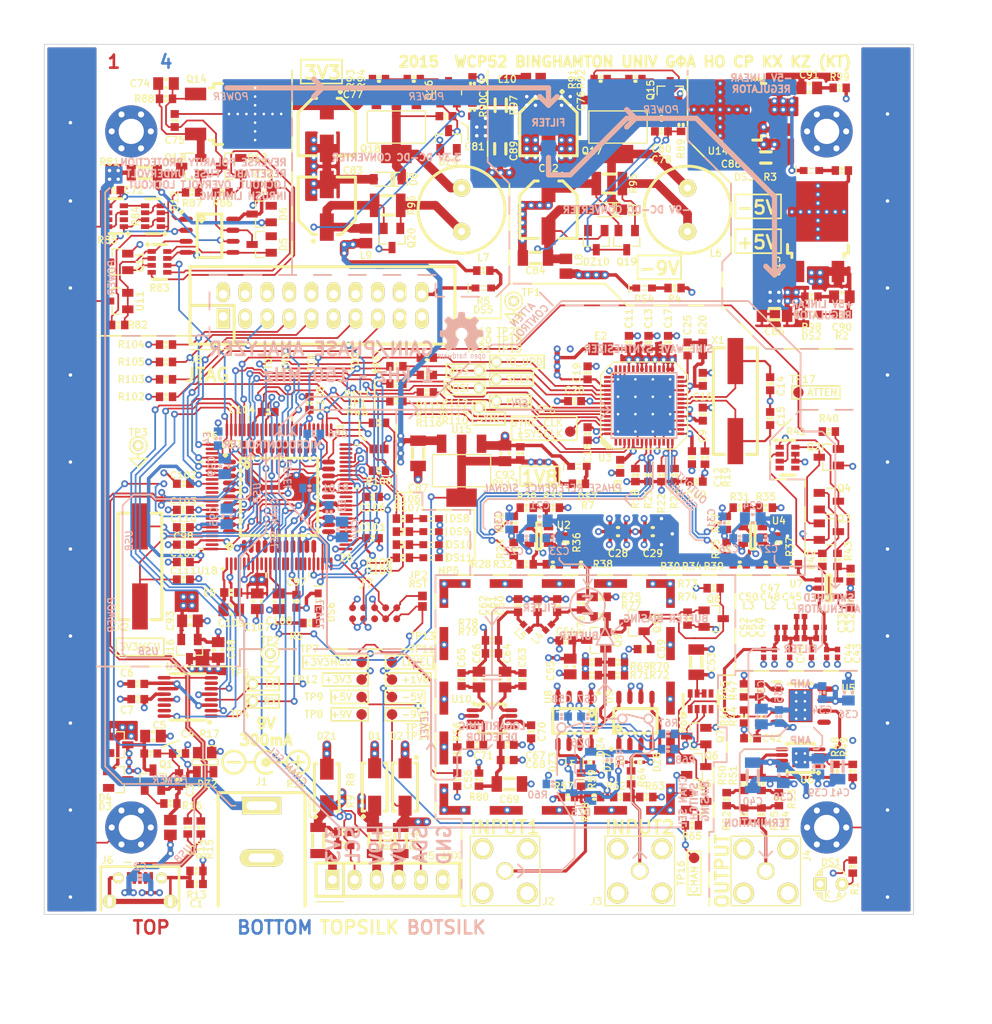
<source format=kicad_pcb>
(kicad_pcb (version 4) (host pcbnew "(after 2015-mar-04 BZR unknown)-product")
  (layers (0 F.Cu signal) (1 In1.Cu signal hide) (2 In2.Cu signal hide) (31 B.Cu signal) (34 B.Paste user) (35 F.Paste user) (36 B.SilkS user hide) (37 F.SilkS user) (38 B.Mask user) (39 F.Mask user) (44 Edge.Cuts user))
  (net 0 "")
  (net 1 GND)
  (net 2 "Net-(C3-Pad1)")
  (net 3 /DCDC/IN)
  (net 4 +1.8A)
  (net 5 +1.8)
  (net 6 +3.3)
  (net 7 +5)
  (net 8 -5)
  (net 9 +9)
  (net 10 -9)
  (net 11 /OutputAmp/LPF/A)
  (net 12 /OutputAmp/LPF/B)
  (net 13 "Net-(C71-Pad1)")
  (net 14 "Net-(C72-Pad1)")
  (net 15 "Net-(C74-Pad1)")
  (net 16 /InputFrontend/Detector/IN)
  (net 17 /InputFrontend/Detector/4V6_FILTERED)
  (net 18 /DCDC/FDBK_N9)
  (net 19 /DCDC/SW_N9)
  (net 20 /Comm/USBPWR)
  (net 21 /DCDC/FDBK_3V3)
  (net 22 /DCDC/SW_3V3)
  (net 23 +3.3SB)
  (net 24 /InputFrontend/Switching/IN1)
  (net 25 /InputFrontend/Switching/IN2)
  (net 26 "Net-(Q4-Pad3)")
  (net 27 "Net-(Q5-Pad3)")
  (net 28 "Net-(Q6-Pad3)")
  (net 29 "Net-(Q7-Pad3)")
  (net 30 /InputFrontend/Buffer_Filter/IN)
  (net 31 "Net-(Q16-Pad3)")
  (net 32 "Net-(Q17-Pad1)")
  (net 33 "Net-(Q18-Pad1)")
  (net 34 /PowerInput/IN)
  (net 35 /Synth/CH0_P)
  (net 36 /Synth/CH0_N)
  (net 37 /Synth/CH1_P)
  (net 38 /Synth/CH1_N)
  (net 39 "Net-(R29-Pad1)")
  (net 40 /Synth/OUT1)
  (net 41 /OutputAmp/INPUT)
  (net 42 "Net-(R44-Pad1)")
  (net 43 "Net-(R48-Pad1)")
  (net 44 /OutputAmp/OUT)
  (net 45 /InputFrontend/Detector/OUT)
  (net 46 /InputFrontend/IN1)
  (net 47 /InputFrontend/IN2)
  (net 48 /Synth/MASTER_RESET)
  (net 49 /Synth/PWR_DWN_CTL)
  (net 50 /Synth/IO_UPDATE)
  (net 51 /Synth/#CS)
  (net 52 /Synth/SCLK)
  (net 53 /Comm/SER_FROMUSB)
  (net 54 /Comm/#RTS)
  (net 55 /Comm/#CTS)
  (net 56 /Comm/#SLEEP)
  (net 57 /MPU/VCORE)
  (net 58 /MPU/ADC_VREF)
  (net 59 /DCDC/ISEN_N9)
  (net 60 /DCDC/ISEN_3V3)
  (net 61 /MPU/#TRST)
  (net 62 /MPU/SER_FROM_MPU)
  (net 63 /MPU/CHANSEL)
  (net 64 /Synth/SDI)
  (net 65 /Synth/SDO)
  (net 66 /Synth/SYNC_IO)
  (net 67 /MPU/ADIN)
  (net 68 /MPU/I2C_SCL)
  (net 69 /MPU/I2C_SDA)
  (net 70 "Net-(J7-Pad3)")
  (net 71 /MPU/ATTEN)
  (net 72 "Net-(DS2-Pad2)")
  (net 73 /MPU/PWRDN)
  (net 74 "Net-(C32-Pad1)")
  (net 75 "Net-(C57-Pad1)")
  (net 76 "Net-(C58-Pad1)")
  (net 77 "Net-(C63-Pad1)")
  (net 78 "Net-(DS1-Pad2)")
  (net 79 "Net-(DS3-Pad2)")
  (net 80 "Net-(DS4-Pad2)")
  (net 81 "Net-(DS5-Pad2)")
  (net 82 /MPU/LED0)
  (net 83 /MPU/LED1)
  (net 84 /MPU/LED2)
  (net 85 /MPU/LED3)
  (net 86 "Net-(U18-Pad28)")
  (net 87 "Net-(U18-Pad37)")
  (net 88 /MPU/MISO)
  (net 89 /MPU/MOSI)
  (net 90 /MPU/SCK)
  (net 91 /MPU/SYNCIO)
  (net 92 /MPU/#CS)
  (net 93 /MPU/IOUP)
  (net 94 /MPU/XTAL1)
  (net 95 /MPU/XTAL2)
  (net 96 /MPU/AVR#RST)
  (net 97 /Comm/VBUS)
  (net 98 /MPU/#HWB)
  (net 99 /MPU/JTAG_TMS)
  (net 100 /MPU/JTAG_TCK)
  (net 101 /MPU/JTAG_TDI)
  (net 102 /MPU/ARM#RST)
  (net 103 /Synth/SDIO_1)
  (net 104 /MPU/JTAG_TDO)
  (net 105 "Net-(L10-Pad1)")
  (net 106 "Net-(DS6-Pad2)")
  (net 107 "Net-(DS7-Pad2)")
  (net 108 "Net-(DS8-Pad2)")
  (net 109 "Net-(DS9-Pad2)")
  (net 110 "Net-(DS10-Pad2)")
  (net 111 "Net-(DS11-Pad2)")
  (net 112 "Net-(C6-Pad1)")
  (net 113 "Net-(C14-Pad1)")
  (net 114 "Net-(C15-Pad1)")
  (net 115 "Net-(C25-Pad1)")
  (net 116 "Net-(C25-Pad2)")
  (net 117 "Net-(C33-Pad1)")
  (net 118 "Net-(C42-Pad1)")
  (net 119 "Net-(C45-Pad1)")
  (net 120 "Net-(C47-Pad1)")
  (net 121 "Net-(C59-Pad1)")
  (net 122 "Net-(C60-Pad1)")
  (net 123 "Net-(C61-Pad1)")
  (net 124 "Net-(C65-Pad1)")
  (net 125 "Net-(C70-Pad2)")
  (net 126 "Net-(C73-Pad1)")
  (net 127 "Net-(C74-Pad2)")
  (net 128 "Net-(C78-Pad2)")
  (net 129 "Net-(C83-Pad1)")
  (net 130 "Net-(C90-Pad2)")
  (net 131 "Net-(C91-Pad2)")
  (net 132 "Net-(C94-Pad1)")
  (net 133 "Net-(C99-Pad1)")
  (net 134 "Net-(D6-Pad1)")
  (net 135 "Net-(DZ3-Pad1)")
  (net 136 "Net-(DZ4-Pad2)")
  (net 137 "Net-(J5-Pad1)")
  (net 138 "Net-(J5-Pad3)")
  (net 139 "Net-(J5-Pad4)")
  (net 140 "Net-(J6-Pad4)")
  (net 141 "Net-(J8-Pad19)")
  (net 142 "Net-(J8-Pad2)")
  (net 143 "Net-(Q2-Pad2)")
  (net 144 "Net-(Q2-Pad3)")
  (net 145 "Net-(Q3-Pad3)")
  (net 146 "Net-(Q5-Pad2)")
  (net 147 "Net-(Q10-Pad2)")
  (net 148 "Net-(Q10-Pad3)")
  (net 149 "Net-(Q11-Pad1)")
  (net 150 "Net-(Q11-Pad3)")
  (net 151 "Net-(Q12-Pad1)")
  (net 152 "Net-(Q15-Pad3)")
  (net 153 "Net-(R19-Pad1)")
  (net 154 "Net-(R28-Pad1)")
  (net 155 "Net-(R30-Pad1)")
  (net 156 "Net-(R31-Pad1)")
  (net 157 "Net-(R32-Pad1)")
  (net 158 "Net-(R34-Pad1)")
  (net 159 "Net-(R47-Pad1)")
  (net 160 "Net-(R48-Pad2)")
  (net 161 "Net-(R50-Pad1)")
  (net 162 "Net-(R52-Pad1)")
  (net 163 "Net-(R82-Pad2)")
  (net 164 "Net-(R84-Pad2)")
  (net 165 "Net-(R84-Pad4)")
  (net 166 "Net-(R84-Pad5)")
  (net 167 "Net-(R87-Pad2)")
  (net 168 "Net-(TP6-Pad1)")
  (net 169 "Net-(U1-Pad7)")
  (net 170 "Net-(U1-Pad14)")
  (net 171 "Net-(U1-Pad15)")
  (net 172 "Net-(U3-Pad1)")
  (net 173 "Net-(U3-Pad2)")
  (net 174 "Net-(U3-Pad28)")
  (net 175 "Net-(U3-Pad32)")
  (net 176 "Net-(U3-Pad34)")
  (net 177 "Net-(U3-Pad38)")
  (net 178 "Net-(U5-Pad6)")
  (net 179 "Net-(U17-Pad2)")
  (net 180 "Net-(U17-Pad28)")
  (net 181 "Net-(U17-Pad37)")
  (net 182 "Net-(U18-Pad3)")
  (net 183 "Net-(U18-Pad4)")
  (net 184 "Net-(U18-Pad5)")
  (net 185 "Net-(U18-Pad9)")
  (net 186 "Net-(U18-Pad12)")
  (net 187 "Net-(U18-Pad13)")
  (net 188 "Net-(U18-Pad14)")
  (net 189 "Net-(U18-Pad15)")
  (net 190 "Net-(U18-Pad17)")
  (net 191 "Net-(U18-Pad18)")
  (net 192 "Net-(U18-Pad19)")
  (net 193 "Net-(U18-Pad20)")
  (net 194 "Net-(U18-Pad22)")
  (net 195 "Net-(U18-Pad25)")
  (net 196 "Net-(U18-Pad29)")
  (net 197 "Net-(U18-Pad30)")
  (net 198 "Net-(U18-Pad32)")
  (net 199 "Net-(U18-Pad34)")
  (net 200 "Net-(U18-Pad35)")
  (net 201 "Net-(U18-Pad38)")
  (net 202 "Net-(U18-Pad40)")
  (net 203 "Net-(U18-Pad47)")
  (net 204 "Net-(U18-Pad48)")
  (net 205 "Net-(U18-Pad49)")
  (net 206 "Net-(U18-Pad54)")
  (net 207 "Net-(U18-Pad57)")
  (net 208 "Net-(U18-Pad58)")
  (net 209 "Net-(U18-Pad59)")
  (net 210 "Net-(U18-Pad61)")
  (net 211 "Net-(U18-Pad62)")
  (net 212 "Net-(U18-Pad63)")
  (net 213 "Net-(U18-Pad64)")
  (net 214 "Net-(U18-Pad65)")
  (net 215 "Net-(U18-Pad68)")
  (net 216 "Net-(U18-Pad77)")
  (net 217 "Net-(U18-Pad78)")
  (net 218 "Net-(U18-Pad80)")
  (net 219 "Net-(U18-Pad82)")
  (net 220 "Net-(U18-Pad84)")
  (net 221 "Net-(U18-Pad86)")
  (net 222 "Net-(U18-Pad87)")
  (net 223 "Net-(U18-Pad90)")
  (net 224 "Net-(U18-Pad92)")
  (net 225 "Net-(U18-Pad93)")
  (net 226 "Net-(U18-Pad94)")
  (net 227 "Net-(U18-Pad99)")
  (net 228 /USBSHIELD)
  (net 229 /Comm/EXT_VBUS)
  (net 230 /Comm/IN_USBD_N)
  (net 231 /Comm/IN_USBD_P)
  (net 232 /Comm/EXT_USBD_N)
  (net 233 /Comm/EXT_USBD_P)
  (net 234 "Net-(J8-Pad17)")
  (net 235 /PowerInput/D5A)
  (net 236 /PowerInput/D5K)
  (module IPC7351-Nominal:SOP65P490X109-8 (layer F.Cu) (at 126.5 102.5)
    (fp_text reference U10 (at -3.5 -2.25) (layer F.SilkS) (effects (font (size 0.8 0.8))))
    (fp_text value AD8310ARMZ)
    (pad 1 smd oval (at -2.2 -0.975) (size 1.45 0.45) (layers F.Cu F.Paste F.Mask) (net 124 "Net-(C65-Pad1)"))
    (pad 2 smd oval (at -2.2 -0.325) (size 1.45 0.45) (layers F.Cu F.Paste F.Mask) (net 1 GND))
    (pad 3 smd oval (at -2.2 0.325) (size 1.45 0.45) (layers F.Cu F.Paste F.Mask) (net 13 "Net-(C71-Pad1)"))
    (pad 4 smd oval (at -2.2 0.975) (size 1.45 0.45) (layers F.Cu F.Paste F.Mask) (net 45 /InputFrontend/Detector/OUT))
    (pad 5 smd oval (at 2.2 0.975) (size 1.45 0.45) (layers F.Cu F.Paste F.Mask) (net 17 /InputFrontend/Detector/4V6_FILTERED))
    (pad 6 smd oval (at 2.2 0.325) (size 1.45 0.45) (layers F.Cu F.Paste F.Mask) (net 125 "Net-(C70-Pad2)"))
    (pad 7 smd oval (at 2.2 -0.325) (size 1.45 0.45) (layers F.Cu F.Paste F.Mask) (net 17 /InputFrontend/Detector/4V6_FILTERED))
    (pad 8 smd oval (at 2.2 -0.975) (size 1.45 0.45) (layers F.Cu F.Paste F.Mask) (net 77 "Net-(C63-Pad1)"))
  )
  (module conn-test:TAGCONNECT-TC2050 (layer F.Cu) (at 113 90.385)
    (fp_text reference J7 (at -1 -3.385) (layer F.SilkS))
    (fp_text value AVR-ICSP hide)
    (pad 1 smd circle (at -2.54 0.635) (size 0.7874 0.7874) (layers F.Cu F.Mask) (net 89 /MPU/MOSI))
    (pad 2 smd circle (at -1.27 0.635) (size 0.7874 0.7874) (layers F.Cu F.Mask) (net 23 +3.3SB))
    (pad 3 smd circle (at 0 0.635) (size 0.7874 0.7874) (layers F.Cu F.Mask) (net 70 "Net-(J7-Pad3)"))
    (pad 4 smd circle (at 1.27 0.635) (size 0.7874 0.7874) (layers F.Cu F.Mask) (net 1 GND))
    (pad 5 smd circle (at 2.54 0.635) (size 0.7874 0.7874) (layers F.Cu F.Mask) (net 96 /MPU/AVR#RST))
    (pad 6 smd circle (at 2.54 -0.635) (size 0.7874 0.7874) (layers F.Cu F.Mask) (net 1 GND))
    (pad 7 smd circle (at 1.27 -0.635) (size 0.7874 0.7874) (layers F.Cu F.Mask) (net 90 /MPU/SCK))
    (pad 8 smd circle (at 0 -0.635) (size 0.7874 0.7874) (layers F.Cu F.Mask) (net 1 GND))
    (pad 9 smd circle (at -1.27 -0.635) (size 0.7874 0.7874) (layers F.Cu F.Mask) (net 88 /MPU/MISO))
    (pad 10 smd circle (at -2.54 -0.635) (size 0.7874 0.7874) (layers F.Cu F.Mask) (net 1 GND))
    (pad "" np_thru_hole circle (at -3.81 0) (size 0.9906 0.9906) (drill 0.9906) (layers *.Cu *.Mask F.SilkS))
    (pad "" np_thru_hole circle (at 3.81 -1.016) (size 0.9906 0.9906) (drill 0.9906) (layers *.Cu *.Mask F.SilkS))
    (pad "" np_thru_hole circle (at 3.81 1.016) (size 0.9906 0.9906) (drill 0.9906) (layers *.Cu *.Mask F.SilkS))
    (pad "" np_thru_hole circle (at -3.81 -2.54) (size 2.3749 2.3749) (drill 2.3749) (layers *.Cu *.Mask F.SilkS))
    (pad "" np_thru_hole circle (at -3.81 2.54) (size 2.3749 2.3749) (drill 2.3749) (layers *.Cu *.Mask F.SilkS))
    (pad "" np_thru_hole circle (at 1.905 2.54) (size 2.3749 2.3749) (drill 2.3749) (layers *.Cu *.Mask F.SilkS))
    (pad "" np_thru_hole circle (at 1.905 -2.54) (size 2.3749 2.3749) (drill 2.3749) (layers *.Cu *.Mask F.SilkS))
  )
  (module JUMPER-SOLDER (layer F.Cu) (at 118.5 89 180)
    (fp_text reference JP2 (at 0.5 3 360) (layer F.SilkS) (effects (font (size 0.8 0.8))))
    (fp_text value "#RST" hide)
    (pad 1 smd rect (at 0 -0.6 180) (size 1 1) (layers F.Cu F.Mask) (net 96 /MPU/AVR#RST))
    (pad 2 smd rect (at 0 0.6 180) (size 1 1) (layers F.Cu F.Mask) (net 1 GND))
  )
  (module JUMPER-SOLDER (layer F.Cu) (at 113.5 71.5 90)
    (fp_text reference JP1 (at 5.25 -2.5 180) (layer F.SilkS) (effects (font (size 0.8 0.8))))
    (fp_text value "#HWB" hide)
    (pad 1 smd rect (at 0 -0.6 90) (size 1 1) (layers F.Cu F.Mask) (net 98 /MPU/#HWB))
    (pad 2 smd rect (at 0 0.6 90) (size 1 1) (layers F.Cu F.Mask) (net 1 GND))
  )
  (module IPC7351-Nominal:QFP50P1600X1600X160-100 (layer F.Cu) (at 102 77 90)
    (fp_text reference U18 (at -8.5 -8.25 360) (layer F.SilkS) (effects (font (size 0.8 0.8))))
    (fp_text value ATSAM4S16CA-AU)
    (pad 1 smd oval (at -7.7 -6 90) (size 1.5 0.3) (layers F.Cu F.Mask) (net 58 /MPU/ADC_VREF))
    (pad 2 smd oval (at -7.7 -5.5 90) (size 1.5 0.3) (layers F.Cu F.Mask) (net 1 GND))
    (pad 3 smd oval (at -7.7 -5 90) (size 1.5 0.3) (layers F.Cu F.Mask) (net 182 "Net-(U18-Pad3)"))
    (pad 4 smd oval (at -7.7 -4.5 90) (size 1.5 0.3) (layers F.Cu F.Mask) (net 183 "Net-(U18-Pad4)"))
    (pad 5 smd oval (at -7.7 -4 90) (size 1.5 0.3) (layers F.Cu F.Mask) (net 184 "Net-(U18-Pad5)"))
    (pad 6 smd oval (at -7.7 -3.5 90) (size 1.5 0.3) (layers F.Cu F.Mask) (net 49 /Synth/PWR_DWN_CTL))
    (pad 7 smd oval (at -7.7 -3 90) (size 1.5 0.3) (layers F.Cu F.Mask) (net 93 /MPU/IOUP))
    (pad 8 smd oval (at -7.7 -2.5 90) (size 1.5 0.3) (layers F.Cu F.Mask) (net 23 +3.3SB))
    (pad 9 smd oval (at -7.7 -2 90) (size 1.5 0.3) (layers F.Cu F.Mask) (net 185 "Net-(U18-Pad9)"))
    (pad 10 smd oval (at -7.7 -1.5 90) (size 1.5 0.3) (layers F.Cu F.Mask) (net 23 +3.3SB))
    (pad 11 smd oval (at -7.7 -1 90) (size 1.5 0.3) (layers F.Cu F.Mask) (net 57 /MPU/VCORE))
    (pad 12 smd oval (at -7.7 -0.5 90) (size 1.5 0.3) (layers F.Cu F.Mask) (net 186 "Net-(U18-Pad12)"))
    (pad 13 smd oval (at -7.7 0 90) (size 1.5 0.3) (layers F.Cu F.Mask) (net 187 "Net-(U18-Pad13)"))
    (pad 14 smd oval (at -7.7 0.5 90) (size 1.5 0.3) (layers F.Cu F.Mask) (net 188 "Net-(U18-Pad14)"))
    (pad 15 smd oval (at -7.7 1 90) (size 1.5 0.3) (layers F.Cu F.Mask) (net 189 "Net-(U18-Pad15)"))
    (pad 16 smd oval (at -7.7 1.5 90) (size 1.5 0.3) (layers F.Cu F.Mask) (net 57 /MPU/VCORE))
    (pad 17 smd oval (at -7.7 2 90) (size 1.5 0.3) (layers F.Cu F.Mask) (net 190 "Net-(U18-Pad17)"))
    (pad 18 smd oval (at -7.7 2.5 90) (size 1.5 0.3) (layers F.Cu F.Mask) (net 191 "Net-(U18-Pad18)"))
    (pad 19 smd oval (at -7.7 3 90) (size 1.5 0.3) (layers F.Cu F.Mask) (net 192 "Net-(U18-Pad19)"))
    (pad 20 smd oval (at -7.7 3.5 90) (size 1.5 0.3) (layers F.Cu F.Mask) (net 193 "Net-(U18-Pad20)"))
    (pad 21 smd oval (at -7.7 4 90) (size 1.5 0.3) (layers F.Cu F.Mask) (net 85 /MPU/LED3))
    (pad 22 smd oval (at -7.7 4.5 90) (size 1.5 0.3) (layers F.Cu F.Mask) (net 194 "Net-(U18-Pad22)"))
    (pad 23 smd oval (at -7.7 5 90) (size 1.5 0.3) (layers F.Cu F.Mask) (net 84 /MPU/LED2))
    (pad 24 smd oval (at -7.7 5.5 90) (size 1.5 0.3) (layers F.Cu F.Mask) (net 67 /MPU/ADIN))
    (pad 25 smd oval (at -7.7 6 90) (size 1.5 0.3) (layers F.Cu F.Mask) (net 195 "Net-(U18-Pad25)"))
    (pad 26 smd oval (at -6 7.7 90) (size 0.3 1.5) (layers F.Cu F.Mask) (net 1 GND))
    (pad 27 smd oval (at -5.5 7.7 90) (size 0.3 1.5) (layers F.Cu F.Mask) (net 23 +3.3SB))
    (pad 28 smd oval (at -5 7.7 90) (size 0.3 1.5) (layers F.Cu F.Mask) (net 86 "Net-(U18-Pad28)"))
    (pad 29 smd oval (at -4.5 7.7 90) (size 0.3 1.5) (layers F.Cu F.Mask) (net 196 "Net-(U18-Pad29)"))
    (pad 30 smd oval (at -4 7.7 90) (size 0.3 1.5) (layers F.Cu F.Mask) (net 197 "Net-(U18-Pad30)"))
    (pad 31 smd oval (at -3.5 7.7 90) (size 0.3 1.5) (layers F.Cu F.Mask) (net 90 /MPU/SCK))
    (pad 32 smd oval (at -3 7.7 90) (size 0.3 1.5) (layers F.Cu F.Mask) (net 198 "Net-(U18-Pad32)"))
    (pad 33 smd oval (at -2.5 7.7 90) (size 0.3 1.5) (layers F.Cu F.Mask) (net 89 /MPU/MOSI))
    (pad 34 smd oval (at -2 7.7 90) (size 0.3 1.5) (layers F.Cu F.Mask) (net 199 "Net-(U18-Pad34)"))
    (pad 35 smd oval (at -1.5 7.7 90) (size 0.3 1.5) (layers F.Cu F.Mask) (net 200 "Net-(U18-Pad35)"))
    (pad 36 smd oval (at -1 7.7 90) (size 0.3 1.5) (layers F.Cu F.Mask) (net 57 /MPU/VCORE))
    (pad 37 smd oval (at -0.5 7.7 90) (size 0.3 1.5) (layers F.Cu F.Mask) (net 87 "Net-(U18-Pad37)"))
    (pad 38 smd oval (at 0 7.7 90) (size 0.3 1.5) (layers F.Cu F.Mask) (net 201 "Net-(U18-Pad38)"))
    (pad 39 smd oval (at 0.5 7.7 90) (size 0.3 1.5) (layers F.Cu F.Mask) (net 103 /Synth/SDIO_1))
    (pad 40 smd oval (at 1 7.7 90) (size 0.3 1.5) (layers F.Cu F.Mask) (net 202 "Net-(U18-Pad40)"))
    (pad 41 smd oval (at 1.5 7.7 90) (size 0.3 1.5) (layers F.Cu F.Mask) (net 88 /MPU/MISO))
    (pad 42 smd oval (at 2 7.7 90) (size 0.3 1.5) (layers F.Cu F.Mask) (net 82 /MPU/LED0))
    (pad 43 smd oval (at 2.5 7.7 90) (size 0.3 1.5) (layers F.Cu F.Mask) (net 83 /MPU/LED1))
    (pad 44 smd oval (at 3 7.7 90) (size 0.3 1.5) (layers F.Cu F.Mask) (net 62 /MPU/SER_FROM_MPU))
    (pad 45 smd oval (at 3.5 7.7 90) (size 0.3 1.5) (layers F.Cu F.Mask) (net 1 GND))
    (pad 46 smd oval (at 4 7.7 90) (size 0.3 1.5) (layers F.Cu F.Mask) (net 53 /Comm/SER_FROMUSB))
    (pad 47 smd oval (at 4.5 7.7 90) (size 0.3 1.5) (layers F.Cu F.Mask) (net 203 "Net-(U18-Pad47)"))
    (pad 48 smd oval (at 5 7.7 90) (size 0.3 1.5) (layers F.Cu F.Mask) (net 204 "Net-(U18-Pad48)"))
    (pad 49 smd oval (at 5.5 7.7 90) (size 0.3 1.5) (layers F.Cu F.Mask) (net 205 "Net-(U18-Pad49)"))
    (pad 50 smd oval (at 6 7.7 90) (size 0.3 1.5) (layers F.Cu F.Mask) (net 23 +3.3SB))
    (pad 51 smd oval (at 7.7 6 90) (size 1.5 0.3) (layers F.Cu F.Mask) (net 101 /MPU/JTAG_TDI))
    (pad 52 smd oval (at 7.7 5.5 90) (size 1.5 0.3) (layers F.Cu F.Mask) (net 92 /MPU/#CS))
    (pad 53 smd oval (at 7.7 5 90) (size 1.5 0.3) (layers F.Cu F.Mask) (net 91 /MPU/SYNCIO))
    (pad 54 smd oval (at 7.7 4.5 90) (size 1.5 0.3) (layers F.Cu F.Mask) (net 206 "Net-(U18-Pad54)"))
    (pad 55 smd oval (at 7.7 4 90) (size 1.5 0.3) (layers F.Cu F.Mask) (net 68 /MPU/I2C_SCL))
    (pad 56 smd oval (at 7.7 3.5 90) (size 1.5 0.3) (layers F.Cu F.Mask) (net 57 /MPU/VCORE))
    (pad 57 smd oval (at 7.7 3 90) (size 1.5 0.3) (layers F.Cu F.Mask) (net 207 "Net-(U18-Pad57)"))
    (pad 58 smd oval (at 7.7 2.5 90) (size 1.5 0.3) (layers F.Cu F.Mask) (net 208 "Net-(U18-Pad58)"))
    (pad 59 smd oval (at 7.7 2 90) (size 1.5 0.3) (layers F.Cu F.Mask) (net 209 "Net-(U18-Pad59)"))
    (pad 60 smd oval (at 7.7 1.5 90) (size 1.5 0.3) (layers F.Cu F.Mask) (net 102 /MPU/ARM#RST))
    (pad 61 smd oval (at 7.7 1 90) (size 1.5 0.3) (layers F.Cu F.Mask) (net 210 "Net-(U18-Pad61)"))
    (pad 62 smd oval (at 7.7 0.5 90) (size 1.5 0.3) (layers F.Cu F.Mask) (net 211 "Net-(U18-Pad62)"))
    (pad 63 smd oval (at 7.7 0 90) (size 1.5 0.3) (layers F.Cu F.Mask) (net 212 "Net-(U18-Pad63)"))
    (pad 64 smd oval (at 7.7 -0.5 90) (size 1.5 0.3) (layers F.Cu F.Mask) (net 213 "Net-(U18-Pad64)"))
    (pad 65 smd oval (at 7.7 -1 90) (size 1.5 0.3) (layers F.Cu F.Mask) (net 214 "Net-(U18-Pad65)"))
    (pad 66 smd oval (at 7.7 -1.5 90) (size 1.5 0.3) (layers F.Cu F.Mask) (net 69 /MPU/I2C_SDA))
    (pad 67 smd oval (at 7.7 -2 90) (size 1.5 0.3) (layers F.Cu F.Mask) (net 63 /MPU/CHANSEL))
    (pad 68 smd oval (at 7.7 -2.5 90) (size 1.5 0.3) (layers F.Cu F.Mask) (net 215 "Net-(U18-Pad68)"))
    (pad 69 smd oval (at 7.7 -3 90) (size 1.5 0.3) (layers F.Cu F.Mask) (net 23 +3.3SB))
    (pad 70 smd oval (at 7.7 -3.5 90) (size 1.5 0.3) (layers F.Cu F.Mask) (net 1 GND))
    (pad 71 smd oval (at 7.7 -4 90) (size 1.5 0.3) (layers F.Cu F.Mask) (net 71 /MPU/ATTEN))
    (pad 72 smd oval (at 7.7 -4.5 90) (size 1.5 0.3) (layers F.Cu F.Mask) (net 54 /Comm/#RTS))
    (pad 73 smd oval (at 7.7 -5 90) (size 1.5 0.3) (layers F.Cu F.Mask) (net 55 /Comm/#CTS))
    (pad 74 smd oval (at 7.7 -5.5 90) (size 1.5 0.3) (layers F.Cu F.Mask) (net 56 /Comm/#SLEEP))
    (pad 75 smd oval (at 7.7 -6 90) (size 1.5 0.3) (layers F.Cu F.Mask) (net 73 /MPU/PWRDN))
    (pad 76 smd oval (at 6 -7.7 90) (size 0.3 1.5) (layers F.Cu F.Mask) (net 104 /MPU/JTAG_TDO))
    (pad 77 smd oval (at 5.5 -7.7 90) (size 0.3 1.5) (layers F.Cu F.Mask) (net 216 "Net-(U18-Pad77)"))
    (pad 78 smd oval (at 5 -7.7 90) (size 0.3 1.5) (layers F.Cu F.Mask) (net 217 "Net-(U18-Pad78)"))
    (pad 79 smd oval (at 4.5 -7.7 90) (size 0.3 1.5) (layers F.Cu F.Mask) (net 99 /MPU/JTAG_TMS))
    (pad 80 smd oval (at 4 -7.7 90) (size 0.3 1.5) (layers F.Cu F.Mask) (net 218 "Net-(U18-Pad80)"))
    (pad 81 smd oval (at 3.5 -7.7 90) (size 0.3 1.5) (layers F.Cu F.Mask) (net 48 /Synth/MASTER_RESET))
    (pad 82 smd oval (at 3 -7.7 90) (size 0.3 1.5) (layers F.Cu F.Mask) (net 219 "Net-(U18-Pad82)"))
    (pad 83 smd oval (at 2.5 -7.7 90) (size 0.3 1.5) (layers F.Cu F.Mask) (net 100 /MPU/JTAG_TCK))
    (pad 84 smd oval (at 2 -7.7 90) (size 0.3 1.5) (layers F.Cu F.Mask) (net 220 "Net-(U18-Pad84)"))
    (pad 85 smd oval (at 1.5 -7.7 90) (size 0.3 1.5) (layers F.Cu F.Mask) (net 57 /MPU/VCORE))
    (pad 86 smd oval (at 1 -7.7 90) (size 0.3 1.5) (layers F.Cu F.Mask) (net 221 "Net-(U18-Pad86)"))
    (pad 87 smd oval (at 0.5 -7.7 90) (size 0.3 1.5) (layers F.Cu F.Mask) (net 222 "Net-(U18-Pad87)"))
    (pad 88 smd oval (at 0 -7.7 90) (size 0.3 1.5) (layers F.Cu F.Mask) (net 230 /Comm/IN_USBD_N))
    (pad 89 smd oval (at -0.5 -7.7 90) (size 0.3 1.5) (layers F.Cu F.Mask) (net 231 /Comm/IN_USBD_P))
    (pad 90 smd oval (at -1 -7.7 90) (size 0.3 1.5) (layers F.Cu F.Mask) (net 223 "Net-(U18-Pad90)"))
    (pad 91 smd oval (at -1.5 -7.7 90) (size 0.3 1.5) (layers F.Cu F.Mask) (net 23 +3.3SB))
    (pad 92 smd oval (at -2 -7.7 90) (size 0.3 1.5) (layers F.Cu F.Mask) (net 224 "Net-(U18-Pad92)"))
    (pad 93 smd oval (at -2.5 -7.7 90) (size 0.3 1.5) (layers F.Cu F.Mask) (net 225 "Net-(U18-Pad93)"))
    (pad 94 smd oval (at -3 -7.7 90) (size 0.3 1.5) (layers F.Cu F.Mask) (net 226 "Net-(U18-Pad94)"))
    (pad 95 smd oval (at -3.5 -7.7 90) (size 0.3 1.5) (layers F.Cu F.Mask) (net 1 GND))
    (pad 96 smd oval (at -4 -7.7 90) (size 0.3 1.5) (layers F.Cu F.Mask) (net 94 /MPU/XTAL1))
    (pad 97 smd oval (at -4.5 -7.7 90) (size 0.3 1.5) (layers F.Cu F.Mask) (net 95 /MPU/XTAL2))
    (pad 98 smd oval (at -5 -7.7 90) (size 0.3 1.5) (layers F.Cu F.Mask) (net 23 +3.3SB))
    (pad 99 smd oval (at -5.5 -7.7 90) (size 0.3 1.5) (layers F.Cu F.Mask) (net 227 "Net-(U18-Pad99)"))
    (pad 100 smd oval (at -6 -7.7 90) (size 0.3 1.5) (layers F.Cu F.Mask) (net 57 /MPU/VCORE))
  )
  (module manuf:ANALOG-LFCSP-VQ-56 (layer F.Cu) (at 144 66.5 90)
    (fp_text reference U3 (at -6 -4.5 180) (layer F.SilkS) (effects (font (size 0.8 0.8))))
    (fp_text value AD9958BCPZ)
    (pad 1 smd rect (at -4.15 -3.25 90) (size 0.9 0.3) (layers F.Cu F.Mask) (net 172 "Net-(U3-Pad1)"))
    (pad 2 smd rect (at -4.15 -2.75 90) (size 0.9 0.3) (layers F.Cu F.Mask) (net 173 "Net-(U3-Pad2)"))
    (pad 3 smd rect (at -4.15 -2.25 90) (size 0.9 0.3) (layers F.Cu F.Mask) (net 48 /Synth/MASTER_RESET))
    (pad 4 smd rect (at -4.15 -1.75 90) (size 0.9 0.3) (layers F.Cu F.Mask) (net 49 /Synth/PWR_DWN_CTL))
    (pad 5 smd rect (at -4.15 -1.25 90) (size 0.9 0.3) (layers F.Cu F.Mask) (net 4 +1.8A))
    (pad 6 smd rect (at -4.15 -0.75 90) (size 0.9 0.3) (layers F.Cu F.Mask) (net 1 GND))
    (pad 7 smd rect (at -4.15 -0.25 90) (size 0.9 0.3) (layers F.Cu F.Mask) (net 4 +1.8A))
    (pad 8 smd rect (at -4.15 0.25 90) (size 0.9 0.3) (layers F.Cu F.Mask) (net 35 /Synth/CH0_P))
    (pad 9 smd rect (at -4.15 0.75 90) (size 0.9 0.3) (layers F.Cu F.Mask) (net 36 /Synth/CH0_N))
    (pad 10 smd rect (at -4.15 1.25 90) (size 0.9 0.3) (layers F.Cu F.Mask) (net 1 GND))
    (pad 11 smd rect (at -4.15 1.75 90) (size 0.9 0.3) (layers F.Cu F.Mask) (net 4 +1.8A))
    (pad 12 smd rect (at -4.15 2.25 90) (size 0.9 0.3) (layers F.Cu F.Mask) (net 1 GND))
    (pad 13 smd rect (at -4.15 2.75 90) (size 0.9 0.3) (layers F.Cu F.Mask) (net 37 /Synth/CH1_P))
    (pad 14 smd rect (at -4.15 3.25 90) (size 0.9 0.3) (layers F.Cu F.Mask) (net 38 /Synth/CH1_N))
    (pad 15 smd rect (at -3.25 4.15 90) (size 0.3 0.9) (layers F.Cu F.Mask) (net 4 +1.8A))
    (pad 16 smd rect (at -2.75 4.15 90) (size 0.3 0.9) (layers F.Cu F.Mask) (net 1 GND))
    (pad 17 smd rect (at -2.25 4.15 90) (size 0.3 0.9) (layers F.Cu F.Mask) (net 153 "Net-(R19-Pad1)"))
    (pad 18 smd rect (at -1.75 4.15 90) (size 0.3 0.9) (layers F.Cu F.Mask) (net 1 GND))
    (pad 19 smd rect (at -1.25 4.15 90) (size 0.3 0.9) (layers F.Cu F.Mask) (net 4 +1.8A))
    (pad 20 smd rect (at -0.75 4.15 90) (size 0.3 0.9) (layers F.Cu F.Mask) (net 1 GND))
    (pad 21 smd rect (at -0.25 4.15 90) (size 0.3 0.9) (layers F.Cu F.Mask) (net 4 +1.8A))
    (pad 22 smd rect (at 0.25 4.15 90) (size 0.3 0.9) (layers F.Cu F.Mask) (net 114 "Net-(C15-Pad1)"))
    (pad 23 smd rect (at 0.75 4.15 90) (size 0.3 0.9) (layers F.Cu F.Mask) (net 113 "Net-(C14-Pad1)"))
    (pad 24 smd rect (at 1.25 4.15 90) (size 0.3 0.9) (layers F.Cu F.Mask) (net 4 +1.8A))
    (pad 25 smd rect (at 1.75 4.15 90) (size 0.3 0.9) (layers F.Cu F.Mask) (net 1 GND))
    (pad 26 smd rect (at 2.25 4.15 90) (size 0.3 0.9) (layers F.Cu F.Mask) (net 4 +1.8A))
    (pad 27 smd rect (at 2.75 4.15 90) (size 0.3 0.9) (layers F.Cu F.Mask) (net 115 "Net-(C25-Pad1)"))
    (pad 28 smd rect (at 3.25 4.15 90) (size 0.3 0.9) (layers F.Cu F.Mask) (net 174 "Net-(U3-Pad28)"))
    (pad 29 smd rect (at 4.15 3.25 90) (size 0.9 0.3) (layers F.Cu F.Mask) (net 4 +1.8A))
    (pad 30 smd rect (at 4.15 2.75 90) (size 0.9 0.3) (layers F.Cu F.Mask) (net 4 +1.8A))
    (pad 31 smd rect (at 4.15 2.25 90) (size 0.9 0.3) (layers F.Cu F.Mask) (net 4 +1.8A))
    (pad 32 smd rect (at 4.15 1.75 90) (size 0.9 0.3) (layers F.Cu F.Mask) (net 175 "Net-(U3-Pad32)"))
    (pad 33 smd rect (at 4.15 1.25 90) (size 0.9 0.3) (layers F.Cu F.Mask) (net 4 +1.8A))
    (pad 34 smd rect (at 4.15 0.75 90) (size 0.9 0.3) (layers F.Cu F.Mask) (net 176 "Net-(U3-Pad34)"))
    (pad 35 smd rect (at 4.15 0.25 90) (size 0.9 0.3) (layers F.Cu F.Mask) (net 4 +1.8A))
    (pad 36 smd rect (at 4.15 -0.25 90) (size 0.9 0.3) (layers F.Cu F.Mask) (net 4 +1.8A))
    (pad 37 smd rect (at 4.15 -0.75 90) (size 0.9 0.3) (layers F.Cu F.Mask) (net 4 +1.8A))
    (pad 38 smd rect (at 4.15 -1.25 90) (size 0.9 0.3) (layers F.Cu F.Mask) (net 177 "Net-(U3-Pad38)"))
    (pad 39 smd rect (at 4.15 -1.75 90) (size 0.9 0.3) (layers F.Cu F.Mask) (net 4 +1.8A))
    (pad 40 smd rect (at 4.15 -2.25 90) (size 0.9 0.3) (layers F.Cu F.Mask) (net 1 GND))
    (pad 41 smd rect (at 4.15 -2.75 90) (size 0.9 0.3) (layers F.Cu F.Mask) (net 1 GND))
    (pad 42 smd rect (at 4.15 -3.25 90) (size 0.9 0.3) (layers F.Cu F.Mask) (net 1 GND))
    (pad 43 smd rect (at 3.25 -4.15 90) (size 0.3 0.9) (layers F.Cu F.Mask) (net 1 GND))
    (pad 44 smd rect (at 2.75 -4.15 90) (size 0.3 0.9) (layers F.Cu F.Mask) (net 1 GND))
    (pad 45 smd rect (at 2.25 -4.15 90) (size 0.3 0.9) (layers F.Cu F.Mask) (net 5 +1.8))
    (pad 46 smd rect (at 1.75 -4.15 90) (size 0.3 0.9) (layers F.Cu F.Mask) (net 50 /Synth/IO_UPDATE))
    (pad 47 smd rect (at 1.25 -4.15 90) (size 0.3 0.9) (layers F.Cu F.Mask) (net 51 /Synth/#CS))
    (pad 48 smd rect (at 0.75 -4.15 90) (size 0.3 0.9) (layers F.Cu F.Mask) (net 52 /Synth/SCLK))
    (pad 49 smd rect (at 0.25 -4.15 90) (size 0.3 0.9) (layers F.Cu F.Mask) (net 6 +3.3))
    (pad 50 smd rect (at -0.25 -4.15 90) (size 0.3 0.9) (layers F.Cu F.Mask) (net 64 /Synth/SDI))
    (pad 51 smd rect (at -0.75 -4.15 90) (size 0.3 0.9) (layers F.Cu F.Mask) (net 103 /Synth/SDIO_1))
    (pad 52 smd rect (at -1.25 -4.15 90) (size 0.3 0.9) (layers F.Cu F.Mask) (net 65 /Synth/SDO))
    (pad 53 smd rect (at -1.75 -4.15 90) (size 0.3 0.9) (layers F.Cu F.Mask) (net 66 /Synth/SYNC_IO))
    (pad 54 smd rect (at -2.25 -4.15 90) (size 0.3 0.9) (layers F.Cu F.Mask) (net 168 "Net-(TP6-Pad1)"))
    (pad 55 smd rect (at -2.75 -4.15 90) (size 0.3 0.9) (layers F.Cu F.Mask) (net 5 +1.8))
    (pad 56 smd rect (at -3.25 -4.15 90) (size 0.3 0.9) (layers F.Cu F.Mask) (net 1 GND))
    (pad 57 smd rect (at 0 0 90) (size 6.1 6.1) (layers F.Cu F.Mask) (net 1 GND))
  )
  (module IPC7351-Nominal:SOIC127P600X175-9 (layer F.Cu) (at 162 101)
    (fp_text reference U5 (at 5.5 -2) (layer F.SilkS) (effects (font (size 0.8 0.8))))
    (fp_text value AD8000YRDZ)
    (pad 1 smd oval (at -2.7 -1.905) (size 1.55 0.6) (layers F.Cu F.Paste F.Mask) (net 159 "Net-(R47-Pad1)"))
    (pad 2 smd oval (at -2.7 -0.635) (size 1.55 0.6) (layers F.Cu F.Paste F.Mask) (net 42 "Net-(R44-Pad1)"))
    (pad 3 smd oval (at -2.7 0.635) (size 1.55 0.6) (layers F.Cu F.Paste F.Mask) (net 12 /OutputAmp/LPF/B))
    (pad 4 smd oval (at -2.7 1.905) (size 1.55 0.6) (layers F.Cu F.Paste F.Mask) (net 8 -5))
    (pad 5 smd oval (at 2.7 1.905) (size 1.55 0.6) (layers F.Cu F.Paste F.Mask))
    (pad 6 smd oval (at 2.7 0.635) (size 1.55 0.6) (layers F.Cu F.Paste F.Mask) (net 178 "Net-(U5-Pad6)"))
    (pad 7 smd oval (at 2.7 -0.635) (size 1.55 0.6) (layers F.Cu F.Paste F.Mask) (net 7 +5))
    (pad 8 smd oval (at 2.7 -1.905) (size 1.55 0.6) (layers F.Cu F.Paste F.Mask) (net 7 +5))
    (pad 9 smd rect (at 0 0) (size 2.75 3.8) (layers F.Cu F.Paste F.Mask) (net 1 GND))
  )
  (module conn-test:TEST-SMD-SMALL (layer F.Cu) (at 85.8 71.1)
    (fp_text reference TP3 (at 0 -1.5) (layer F.SilkS) (effects (font (size 0.8 0.8))))
    (fp_text value GND hide)
    (pad 1 thru_hole circle (at 0 0) (size 1.2 1.2) (drill 0.7) (layers *.Cu *.Mask F.SilkS) (net 1 GND))
  )
  (module conn-test:TEST-SMD-SMALL (layer F.Cu) (at 101 95)
    (fp_text reference TP2 (at 0 -1.5) (layer F.SilkS) (effects (font (size 0.8 0.8))))
    (fp_text value GND hide)
    (pad 1 thru_hole circle (at 0 0) (size 1.2 1.2) (drill 0.7) (layers *.Cu *.Mask F.SilkS) (net 1 GND))
  )
  (module conn-cui:CONN-PJ-037A (layer F.Cu) (at 100 118.5 270)
    (fp_text reference J1 (at -8.75 0 360) (layer F.SilkS) (effects (font (size 0.8 0.8))))
    (fp_text value "9V 300mA")
    (pad 1 thru_hole rect (at -6 0 270) (size 2 4.5) (drill oval 1 3.5) (layers *.Cu *.Mask F.SilkS) (net 34 /PowerInput/IN))
    (pad 2 thru_hole oval (at 0 0 270) (size 2 5) (drill oval 1 3) (layers *.Cu *.Mask F.SilkS) (net 1 GND))
  )
  (module smd-semi:SOT-23 (layer F.Cu) (at 96.5 39 180)
    (fp_text reference Q12 (at -3 1 180) (layer F.SilkS) (effects (font (size 0.8 0.8))))
    (fp_text value MMBT3906)
    (pad 1 smd rect (at -1.1 -0.95 180) (size 1.3 0.9) (layers F.Cu F.Paste F.Mask) (net 151 "Net-(Q12-Pad1)"))
    (pad 2 smd rect (at -1.1 0.95 180) (size 1.3 0.9) (layers F.Cu F.Paste F.Mask) (net 126 "Net-(C73-Pad1)"))
    (pad 3 smd rect (at 1.1 0 180) (size 1.3 0.8) (layers F.Cu F.Paste F.Mask) (net 127 "Net-(C74-Pad2)"))
  )
  (module Logo_silk_OSHW_6x6mm (layer B.Cu) (at 123 58 180)
    (fp_text reference G*** hide)
    (fp_text value LOGO hide)
  )
  (module Logo_silk_polarity_center_10x2.8mm (layer F.Cu) (at 100.5 107.5)
    (fp_text reference G*** hide)
    (fp_text value LOGO hide)
  )
  (module IPC7351-Nominal:SOIC127P600X175-8 (layer F.Cu) (at 94 47)
    (fp_text reference U12 (at -4 -4 90) (layer F.SilkS) (effects (font (size 0.8 0.8))))
    (fp_text value LM393M)
    (pad 1 smd oval (at -2.7 -1.905) (size 1.55 0.6) (layers F.Cu F.Paste F.Mask) (net 167 "Net-(R87-Pad2)"))
    (pad 2 smd oval (at -2.7 -0.635) (size 1.55 0.6) (layers F.Cu F.Paste F.Mask) (net 150 "Net-(Q11-Pad3)"))
    (pad 3 smd oval (at -2.7 0.635) (size 1.55 0.55) (layers F.Cu F.Paste F.Mask) (net 163 "Net-(R82-Pad2)"))
    (pad 4 smd oval (at -2.7 1.905) (size 1.55 0.55) (layers F.Cu F.Paste F.Mask) (net 1 GND))
    (pad 5 smd oval (at 2.7 1.905) (size 1.55 0.55) (layers F.Cu F.Paste F.Mask) (net 235 /PowerInput/D5A))
    (pad 6 smd oval (at 2.7 0.635) (size 1.55 0.55) (layers F.Cu F.Paste F.Mask) (net 14 "Net-(C72-Pad1)"))
    (pad 7 smd oval (at 2.7 -0.635) (size 1.55 0.6) (layers F.Cu F.Paste F.Mask) (net 236 /PowerInput/D5K))
    (pad 8 smd oval (at 2.7 -1.905) (size 1.55 0.6) (layers F.Cu F.Paste F.Mask) (net 126 "Net-(C73-Pad1)"))
  )
  (module IPC7351-Nominal:RESC1608X50 (layer F.Cu) (at 91.5 115 270)
    (fp_text reference R14 (at 2.5 -1.5 270) (layer F.SilkS) (effects (font (size 0.8 0.8))))
    (fp_text value 30)
    (pad 1 smd rect (at -0.75 0 270) (size 0.85 1) (layers F.Cu F.Paste F.Mask) (net 230 /Comm/IN_USBD_N))
    (pad 2 smd rect (at 0.75 0 270) (size 0.85 1) (layers F.Cu F.Paste F.Mask) (net 232 /Comm/EXT_USBD_N))
  )
  (module IPC7351-Nominal:CAPC1608X55 (layer F.Cu) (at 85.75 98.5 180)
    (fp_text reference C6 (at 1.25 1.25 180) (layer F.SilkS) (effects (font (size 0.8 0.8))))
    (fp_text value 100n_DNP)
    (pad 1 smd rect (at -0.75 0 180) (size 0.9 0.95) (layers F.Cu F.Paste F.Mask) (net 112 "Net-(C6-Pad1)"))
    (pad 2 smd rect (at 0.75 0 180) (size 0.9 0.95) (layers F.Cu F.Paste F.Mask) (net 1 GND))
  )
  (module IPC7351-Nominal:CAPC1608X55 (layer F.Cu) (at 85.75 100.25)
    (fp_text reference C7 (at -1.25 1.25) (layer F.SilkS) (effects (font (size 0.8 0.8))))
    (fp_text value 100n_DNP)
    (pad 1 smd rect (at -0.75 0) (size 0.9 0.95) (layers F.Cu F.Paste F.Mask) (net 1 GND))
    (pad 2 smd rect (at 0.75 0) (size 0.9 0.95) (layers F.Cu F.Paste F.Mask) (net 20 /Comm/USBPWR))
  )
  (module smd-semi:SOT-23 (layer F.Cu) (at 150 108)
    (fp_text reference Q6 (at 1.75 -1.25) (layer F.SilkS) (effects (font (size 0.8 0.8))))
    (fp_text value 2N7002)
    (pad 1 smd rect (at -1.1 -0.95) (size 1.3 0.9) (layers F.Cu F.Paste F.Mask) (net 27 "Net-(Q5-Pad3)"))
    (pad 2 smd rect (at -1.1 0.95) (size 1.3 0.9) (layers F.Cu F.Paste F.Mask) (net 8 -5))
    (pad 3 smd rect (at 1.1 0) (size 1.3 0.8) (layers F.Cu F.Paste F.Mask) (net 28 "Net-(Q6-Pad3)"))
  )
  (module IPC7351-Nominal:RESC1608X50 (layer F.Cu) (at 150.75 60 270)
    (fp_text reference R20 (at -2.75 0 270) (layer F.SilkS) (effects (font (size 0.8 0.8))))
    (fp_text value 0R)
    (fp_line (start -0.75 0) (end 0.75 0) (layer F.Cu) (width 0.6))
    (pad 1 smd rect (at -0.75 0 270) (size 0.85 1) (layers F.Cu F.Mask) (net 116 "Net-(C25-Pad2)"))
    (pad 2 smd rect (at 0.75 0 270) (size 0.85 1) (layers F.Cu F.Mask) (net 4 +1.8A))
  )
  (module manuf:LAIRD-BMI-S-203 (layer F.Cu) (at 134 100)
    (fp_text reference MP5 (at -12.5 -14.5) (layer F.SilkS) (effects (font (size 0.8 0.8))))
    (fp_text value SHIELD)
    (pad 1 smd rect (at -11.75 13.035) (size 3.57 1) (layers F.Cu F.Mask) (net 1 GND))
    (pad 1 smd rect (at -5.865 13.035) (size 3.8 1) (layers F.Cu F.Mask) (net 1 GND))
    (pad 1 smd rect (at 0.135 13.035) (size 3.8 1) (layers F.Cu F.Mask) (net 1 GND))
    (pad 1 smd rect (at 6.135 13.035) (size 3.8 1) (layers F.Cu F.Mask) (net 1 GND))
    (pad 1 smd rect (at 11.855 13.035) (size 3.24 1) (layers F.Cu F.Mask) (net 1 GND))
    (pad 1 smd rect (at 6.135 -13.035) (size 3.8 1) (layers F.Cu F.Mask) (net 1 GND))
    (pad 1 smd rect (at 0.135 -13.035) (size 3.8 1) (layers F.Cu F.Mask) (net 1 GND))
    (pad 1 smd rect (at -11.75 -13.035) (size 3.57 1) (layers F.Cu F.Mask) (net 1 GND))
    (pad 1 smd rect (at -5.865 -13.035) (size 3.8 1) (layers F.Cu F.Mask) (net 1 GND))
    (pad 1 smd rect (at 11.855 -13.035) (size 3.24 1) (layers F.Cu F.Mask) (net 1 GND))
    (pad 1 smd rect (at -13.035 0.135 90) (size 3.8 1) (layers F.Cu F.Mask) (net 1 GND))
    (pad 1 smd rect (at -13.035 -6.135 90) (size 3.8 1) (layers F.Cu F.Mask) (net 1 GND))
    (pad 1 smd rect (at -13.035 11.75 90) (size 3.57 1) (layers F.Cu F.Mask) (net 1 GND))
    (pad 1 smd rect (at -13.035 5.865 90) (size 3.8 1) (layers F.Cu F.Mask) (net 1 GND))
    (pad 1 smd rect (at -13.035 -11.855 90) (size 3.24 1) (layers F.Cu F.Mask) (net 1 GND))
    (pad 1 smd rect (at 13.035 -11.855 90) (size 3.24 1) (layers F.Cu F.Mask) (net 1 GND))
    (pad 1 smd rect (at 13.035 5.865 90) (size 3.8 1) (layers F.Cu F.Mask) (net 1 GND))
    (pad 1 smd rect (at 13.035 11.75 90) (size 3.57 1) (layers F.Cu F.Mask) (net 1 GND))
    (pad 1 smd rect (at 13.035 0.135 90) (size 3.8 1) (layers F.Cu F.Mask) (net 1 GND))
    (pad 1 smd rect (at 13.035 -6.135 90) (size 3.8 1) (layers F.Cu F.Mask) (net 1 GND))
  )
  (module IPC7351-Nominal:RESC3225X60 (layer F.Cu) (at 114.5 43.5)
    (fp_text reference R96 (at 2.75 0 90) (layer F.SilkS) (effects (font (size 0.8 0.8))))
    (fp_text value 1R8)
    (pad 1 smd rect (at -1.5 0) (size 1.1 2.7) (layers F.Cu F.Paste F.Mask) (net 129 "Net-(C83-Pad1)"))
    (pad 2 smd rect (at 1.5 0) (size 1.1 2.7) (layers F.Cu F.Paste F.Mask) (net 60 /DCDC/ISEN_3V3))
  )
  (module IPC7351-Nominal:XTAL1200X480X460 (layer F.Cu) (at 154.5 66 270)
    (fp_text reference X1 (at -7 2 360) (layer F.SilkS) (effects (font (size 0.8 0.8))))
    (fp_text value "25 MHz")
    (pad 1 smd rect (at -4.6 0 270) (size 5.3 1.8) (layers F.Cu F.Paste F.Mask) (net 113 "Net-(C14-Pad1)"))
    (pad 2 smd rect (at 4.6 0 270) (size 5.3 1.8) (layers F.Cu F.Paste F.Mask) (net 114 "Net-(C15-Pad1)"))
  )
  (module IPC7351-Nominal:SOP65P490X110-9A (layer F.Cu) (at 162 107 180)
    (fp_text reference U6 (at -0.75 -2.5 180) (layer F.SilkS) (effects (font (size 0.8 0.8))))
    (fp_text value THS3001IDGN)
    (pad 1 smd oval (at -2.15 -0.975 180) (size 1.45 0.45) (layers F.Cu F.Paste F.Mask))
    (pad 2 smd oval (at -2.15 -0.325 180) (size 1.45 0.45) (layers F.Cu F.Paste F.Mask) (net 160 "Net-(R48-Pad2)"))
    (pad 3 smd oval (at -2.15 0.325 180) (size 1.45 0.45) (layers F.Cu F.Paste F.Mask) (net 178 "Net-(U5-Pad6)"))
    (pad 4 smd oval (at -2.15 0.975 180) (size 1.45 0.45) (layers F.Cu F.Paste F.Mask) (net 10 -9))
    (pad 5 smd oval (at 2.15 0.975 180) (size 1.45 0.45) (layers F.Cu F.Paste F.Mask))
    (pad 6 smd oval (at 2.15 0.325 180) (size 1.45 0.45) (layers F.Cu F.Paste F.Mask) (net 43 "Net-(R48-Pad1)"))
    (pad 7 smd oval (at 2.15 -0.325 180) (size 1.45 0.45) (layers F.Cu F.Paste F.Mask) (net 9 +9))
    (pad 8 smd oval (at 2.15 -0.975 180) (size 1.45 0.45) (layers F.Cu F.Paste F.Mask))
    (pad 9 smd rect (at 0 0 180) (size 1.9 2.15) (layers F.Cu F.Paste F.Mask) (net 10 -9))
  )
  (module IPC7351-Nominal:RESC3216X60 (layer F.Cu) (at 106.5 116.5 270)
    (fp_text reference R12 (at -6.5 2.5 540) (layer F.SilkS) (effects (font (size 0.8 0.8))))
    (fp_text value 50mA)
    (pad 1 smd rect (at -1.5 0 270) (size 1.05 1.8) (layers F.Cu F.Paste F.Mask) (net 6 +3.3))
    (pad 2 smd rect (at 1.5 0 270) (size 1.05 1.8) (layers F.Cu F.Paste F.Mask) (net 137 "Net-(J5-Pad1)"))
  )
  (module IPC7351-Nominal:SOP63P600X160-16 (layer F.Cu) (at 91.5 100 180)
    (fp_text reference U1 (at 1.75 3.5 180) (layer F.SilkS) (effects (font (size 0.8 0.8))))
    (fp_text value FT230XS_DNP)
    (pad 1 smd oval (at -2.7 -2.205 180) (size 1.55 0.4) (layers F.Cu F.Paste F.Mask) (net 53 /Comm/SER_FROMUSB))
    (pad 2 smd oval (at -2.7 -1.575 180) (size 1.55 0.4) (layers F.Cu F.Paste F.Mask) (net 54 /Comm/#RTS))
    (pad 3 smd oval (at -2.7 -0.945 180) (size 1.55 0.4) (layers F.Cu F.Paste F.Mask) (net 112 "Net-(C6-Pad1)"))
    (pad 4 smd oval (at -2.7 -0.315 180) (size 1.55 0.4) (layers F.Cu F.Paste F.Mask) (net 62 /MPU/SER_FROM_MPU))
    (pad 5 smd oval (at -2.7 0.315 180) (size 1.55 0.4) (layers F.Cu F.Paste F.Mask) (net 1 GND))
    (pad 6 smd oval (at -2.7 0.945 180) (size 1.55 0.4) (layers F.Cu F.Paste F.Mask) (net 55 /Comm/#CTS))
    (pad 7 smd oval (at -2.7 1.575 180) (size 1.55 0.4) (layers F.Cu F.Paste F.Mask) (net 169 "Net-(U1-Pad7)"))
    (pad 8 smd oval (at -2.7 2.205 180) (size 1.55 0.4) (layers F.Cu F.Paste F.Mask) (net 231 /Comm/IN_USBD_P))
    (pad 9 smd oval (at 2.7 2.205 180) (size 1.55 0.4) (layers F.Cu F.Paste F.Mask) (net 230 /Comm/IN_USBD_N))
    (pad 10 smd oval (at 2.7 1.575 180) (size 1.55 0.4) (layers F.Cu F.Paste F.Mask) (net 112 "Net-(C6-Pad1)"))
    (pad 11 smd oval (at 2.7 0.945 180) (size 1.55 0.4) (layers F.Cu F.Paste F.Mask) (net 112 "Net-(C6-Pad1)"))
    (pad 12 smd oval (at 2.7 0.315 180) (size 1.55 0.4) (layers F.Cu F.Paste F.Mask) (net 20 /Comm/USBPWR))
    (pad 13 smd oval (at 2.7 -0.315 180) (size 1.55 0.4) (layers F.Cu F.Paste F.Mask) (net 1 GND))
    (pad 14 smd oval (at 2.7 -0.945 180) (size 1.55 0.4) (layers F.Cu F.Paste F.Mask) (net 170 "Net-(U1-Pad14)"))
    (pad 15 smd oval (at 2.7 -1.575 180) (size 1.55 0.4) (layers F.Cu F.Paste F.Mask) (net 171 "Net-(U1-Pad15)"))
    (pad 16 smd oval (at 2.7 -2.205 180) (size 1.55 0.4) (layers F.Cu F.Paste F.Mask) (net 56 /Comm/#SLEEP))
  )
  (module IPC7351-Nominal:XTAL1200X480X460 (layer F.Cu) (at 86 85 270)
    (fp_text reference X2 (at 7 2 360) (layer F.SilkS) (effects (font (size 0.8 0.8))))
    (fp_text value 12MHz)
    (pad 1 smd rect (at -4.6 0 270) (size 5.3 1.8) (layers F.Cu F.Paste F.Mask) (net 94 /MPU/XTAL1))
    (pad 2 smd rect (at 4.6 0 270) (size 5.3 1.8) (layers F.Cu F.Paste F.Mask) (net 95 /MPU/XTAL2))
  )
  (module mech:SCREW-3-SUPPORTED (layer F.Cu) (at 85 35)
    (fp_text reference MP1 hide)
    (fp_text value SCREW hide)
    (pad 1 thru_hole circle (at 0 0) (size 6 6) (drill 2.9) (layers *.Cu *.Mask) (net 1 GND))
    (pad 1 thru_hole circle (at 2.25 0) (size 1 1) (drill 0.7) (layers *.Cu *.Mask) (net 1 GND))
    (pad 1 thru_hole circle (at 1.125 1.949) (size 1 1) (drill 0.7) (layers *.Cu *.Mask) (net 1 GND))
    (pad 1 thru_hole circle (at -1.125 1.949) (size 1 1) (drill 0.7) (layers *.Cu *.Mask) (net 1 GND))
    (pad 1 thru_hole circle (at -2.25 0) (size 1 1) (drill 0.7) (layers *.Cu *.Mask) (net 1 GND))
    (pad 1 thru_hole circle (at -1.125 -1.949) (size 1 1) (drill 0.7) (layers *.Cu *.Mask) (net 1 GND))
    (pad 1 thru_hole circle (at 1.125 -1.949) (size 1 1) (drill 0.7) (layers *.Cu *.Mask) (net 1 GND))
  )
  (module mech:SCREW-3-SUPPORTED (layer F.Cu) (at 85 115)
    (fp_text reference MP4 hide)
    (fp_text value SCREW hide)
    (pad 1 thru_hole circle (at 0 0) (size 6 6) (drill 2.9) (layers *.Cu *.Mask) (net 1 GND))
    (pad 1 thru_hole circle (at 2.25 0) (size 1 1) (drill 0.7) (layers *.Cu *.Mask) (net 1 GND))
    (pad 1 thru_hole circle (at 1.125 1.949) (size 1 1) (drill 0.7) (layers *.Cu *.Mask) (net 1 GND))
    (pad 1 thru_hole circle (at -1.125 1.949) (size 1 1) (drill 0.7) (layers *.Cu *.Mask) (net 1 GND))
    (pad 1 thru_hole circle (at -2.25 0) (size 1 1) (drill 0.7) (layers *.Cu *.Mask) (net 1 GND))
    (pad 1 thru_hole circle (at -1.125 -1.949) (size 1 1) (drill 0.7) (layers *.Cu *.Mask) (net 1 GND))
    (pad 1 thru_hole circle (at 1.125 -1.949) (size 1 1) (drill 0.7) (layers *.Cu *.Mask) (net 1 GND))
  )
  (module mech:SCREW-3-SUPPORTED (layer F.Cu) (at 165 115)
    (fp_text reference MP3 hide)
    (fp_text value SCREW hide)
    (pad 1 thru_hole circle (at 0 0) (size 6 6) (drill 2.9) (layers *.Cu *.Mask) (net 1 GND))
    (pad 1 thru_hole circle (at 2.25 0) (size 1 1) (drill 0.7) (layers *.Cu *.Mask) (net 1 GND))
    (pad 1 thru_hole circle (at 1.125 1.949) (size 1 1) (drill 0.7) (layers *.Cu *.Mask) (net 1 GND))
    (pad 1 thru_hole circle (at -1.125 1.949) (size 1 1) (drill 0.7) (layers *.Cu *.Mask) (net 1 GND))
    (pad 1 thru_hole circle (at -2.25 0) (size 1 1) (drill 0.7) (layers *.Cu *.Mask) (net 1 GND))
    (pad 1 thru_hole circle (at -1.125 -1.949) (size 1 1) (drill 0.7) (layers *.Cu *.Mask) (net 1 GND))
    (pad 1 thru_hole circle (at 1.125 -1.949) (size 1 1) (drill 0.7) (layers *.Cu *.Mask) (net 1 GND))
  )
  (module mech:SCREW-3-SUPPORTED (layer F.Cu) (at 165 35)
    (fp_text reference MP2 hide)
    (fp_text value SCREW hide)
    (pad 1 thru_hole circle (at 0 0) (size 6 6) (drill 2.9) (layers *.Cu *.Mask) (net 1 GND))
    (pad 1 thru_hole circle (at 2.25 0) (size 1 1) (drill 0.7) (layers *.Cu *.Mask) (net 1 GND))
    (pad 1 thru_hole circle (at 1.125 1.949) (size 1 1) (drill 0.7) (layers *.Cu *.Mask) (net 1 GND))
    (pad 1 thru_hole circle (at -1.125 1.949) (size 1 1) (drill 0.7) (layers *.Cu *.Mask) (net 1 GND))
    (pad 1 thru_hole circle (at -2.25 0) (size 1 1) (drill 0.7) (layers *.Cu *.Mask) (net 1 GND))
    (pad 1 thru_hole circle (at -1.125 -1.949) (size 1 1) (drill 0.7) (layers *.Cu *.Mask) (net 1 GND))
    (pad 1 thru_hole circle (at 1.125 -1.949) (size 1 1) (drill 0.7) (layers *.Cu *.Mask) (net 1 GND))
  )
  (module smd-semi:SOT-23 (layer F.Cu) (at 165.25 81)
    (fp_text reference Q3 (at 1.75 -1.5) (layer F.SilkS) (effects (font (size 0.8 0.8))))
    (fp_text value 2N7002)
    (pad 1 smd rect (at -1.1 -0.95) (size 1.3 0.9) (layers F.Cu F.Paste F.Mask) (net 144 "Net-(Q2-Pad3)"))
    (pad 2 smd rect (at -1.1 0.95) (size 1.3 0.9) (layers F.Cu F.Paste F.Mask) (net 8 -5))
    (pad 3 smd rect (at 1.1 0) (size 1.3 0.8) (layers F.Cu F.Paste F.Mask) (net 145 "Net-(Q3-Pad3)"))
  )
  (module IPC7351-Nominal:CAPC2012X70 (layer F.Cu) (at 89 29.5)
    (fp_text reference C74 (at -3 0) (layer F.SilkS) (effects (font (size 0.8 0.8))))
    (fp_text value 100n)
    (pad 1 smd rect (at -0.9 0) (size 1.15 1.45) (layers F.Cu F.Paste F.Mask) (net 15 "Net-(C74-Pad1)"))
    (pad 2 smd rect (at 0.9 0) (size 1.15 1.45) (layers F.Cu F.Paste F.Mask) (net 127 "Net-(C74-Pad2)"))
  )
  (module smd-semi:SOT-23 (layer F.Cu) (at 100 44.5 180)
    (fp_text reference D6 (at -2.5 0 270) (layer F.SilkS) (effects (font (size 0.8 0.8))))
    (fp_text value MMBD4148)
    (pad 1 smd rect (at -1.1 -0.95 180) (size 1.3 0.9) (layers F.Cu F.Paste F.Mask) (net 134 "Net-(D6-Pad1)"))
    (pad 2 smd rect (at -1.1 0.95 180) (size 1.3 0.9) (layers F.Cu F.Paste F.Mask))
    (pad 3 smd rect (at 1.1 0 180) (size 1.3 0.8) (layers F.Cu F.Paste F.Mask) (net 126 "Net-(C73-Pad1)"))
  )
  (module smd-semi:SOT-23 (layer F.Cu) (at 91.9 39 180)
    (fp_text reference Q13 (at 1.9 1 180) (layer F.SilkS) (effects (font (size 0.8 0.8))))
    (fp_text value IRLML6402)
    (pad 1 smd rect (at -1.1 -0.95 180) (size 1.3 0.9) (layers F.Cu F.Paste F.Mask) (net 127 "Net-(C74-Pad2)"))
    (pad 2 smd rect (at -1.1 0.95 180) (size 1.3 0.9) (layers F.Cu F.Paste F.Mask) (net 15 "Net-(C74-Pad1)"))
    (pad 3 smd rect (at 1.1 0 180) (size 1.3 0.8) (layers F.Cu F.Paste F.Mask) (net 134 "Net-(D6-Pad1)"))
  )
  (module IPC7351-Nominal:CAPC2012X70 (layer F.Cu) (at 100.25 41.5 180)
    (fp_text reference C73 (at 0 1.5 180) (layer F.SilkS) (effects (font (size 0.8 0.8))))
    (fp_text value 100n)
    (pad 1 smd rect (at -0.9 0 180) (size 1.15 1.45) (layers F.Cu F.Paste F.Mask) (net 126 "Net-(C73-Pad1)"))
    (pad 2 smd rect (at 0.9 0 180) (size 1.15 1.45) (layers F.Cu F.Paste F.Mask) (net 1 GND))
  )
  (module IPC7351-Nominal:CAPC2012X70 (layer B.Cu) (at 132 79.75)
    (fp_text reference C21 (at 0 -1.75) (layer B.SilkS) (effects (font (size 0.8 0.8)) (justify mirror)))
    (fp_text value 100n)
    (pad 1 smd rect (at -0.9 0) (size 1.15 1.45) (layers B.Cu B.Paste B.Mask) (net 7 +5))
    (pad 2 smd rect (at 0.9 0) (size 1.15 1.45) (layers B.Cu B.Paste B.Mask) (net 8 -5))
  )
  (module IPC7351-Nominal:CAPC2012X70 (layer B.Cu) (at 156.5 79.5)
    (fp_text reference C24 (at 0 -1.5) (layer B.SilkS) (effects (font (size 0.8 0.8)) (justify mirror)))
    (fp_text value 100n)
    (pad 1 smd rect (at -0.9 0) (size 1.15 1.45) (layers B.Cu B.Paste B.Mask) (net 7 +5))
    (pad 2 smd rect (at 0.9 0) (size 1.15 1.45) (layers B.Cu B.Paste B.Mask) (net 8 -5))
  )
  (module IPC7351-Nominal:CAPC1608X55 (layer F.Cu) (at 149 60 90)
    (fp_text reference C25 (at 2.75 0 90) (layer F.SilkS) (effects (font (size 0.8 0.8))))
    (fp_text value 680p)
    (pad 1 smd rect (at -0.75 0 90) (size 0.9 0.95) (layers F.Cu F.Paste F.Mask) (net 115 "Net-(C25-Pad1)"))
    (pad 2 smd rect (at 0.75 0 90) (size 0.9 0.95) (layers F.Cu F.Paste F.Mask) (net 116 "Net-(C25-Pad2)"))
  )
  (module IPC7351-Nominal:CAPC2012X70 (layer F.Cu) (at 141 81)
    (fp_text reference C28 (at 0 2.5) (layer F.SilkS) (effects (font (size 0.8 0.8))))
    (fp_text value 10u)
    (pad 1 smd rect (at -0.9 0) (size 1.15 1.45) (layers F.Cu F.Paste F.Mask) (net 7 +5))
    (pad 2 smd rect (at 0.9 0) (size 1.15 1.45) (layers F.Cu F.Paste F.Mask) (net 1 GND))
  )
  (module IPC7351-Nominal:CAPC2012X70 (layer F.Cu) (at 145 81)
    (fp_text reference C29 (at 0 2.5) (layer F.SilkS) (effects (font (size 0.8 0.8))))
    (fp_text value 10u)
    (pad 1 smd rect (at -0.9 0) (size 1.15 1.45) (layers F.Cu F.Paste F.Mask) (net 1 GND))
    (pad 2 smd rect (at 0.9 0) (size 1.15 1.45) (layers F.Cu F.Paste F.Mask) (net 8 -5))
  )
  (module IPC7351-Nominal:CAPC2012X70 (layer B.Cu) (at 160 109 270)
    (fp_text reference C38 (at 2.5 0 360) (layer B.SilkS) (effects (font (size 0.8 0.8)) (justify mirror)))
    (fp_text value 100n)
    (pad 1 smd rect (at -0.9 0 270) (size 1.15 1.45) (layers B.Cu B.Paste B.Mask) (net 9 +9))
    (pad 2 smd rect (at 0.9 0 270) (size 1.15 1.45) (layers B.Cu B.Paste B.Mask) (net 1 GND))
  )
  (module IPC7351-Nominal:CAPC2012X70 (layer B.Cu) (at 164 108 90)
    (fp_text reference C39 (at -3 0 180) (layer B.SilkS) (effects (font (size 0.8 0.8)) (justify mirror)))
    (fp_text value 100n)
    (pad 1 smd rect (at -0.9 0 90) (size 1.15 1.45) (layers B.Cu B.Paste B.Mask) (net 1 GND))
    (pad 2 smd rect (at 0.9 0 90) (size 1.15 1.45) (layers B.Cu B.Paste B.Mask) (net 10 -9))
  )
  (module IPC7351-Nominal:CAPC3216X70 (layer B.Cu) (at 156.5 109 270)
    (fp_text reference C40 (at 3 0 360) (layer B.SilkS) (effects (font (size 0.8 0.8)) (justify mirror)))
    (fp_text value 10u)
    (pad 1 smd rect (at -1.45 0 270) (size 1.2 1.8) (layers B.Cu B.Paste B.Mask) (net 9 +9))
    (pad 2 smd rect (at 1.45 0 270) (size 1.2 1.8) (layers B.Cu B.Paste B.Mask) (net 1 GND))
  )
  (module IPC7351-Nominal:CAPC3216X70 (layer B.Cu) (at 166.25 108 90)
    (fp_text reference C41 (at -3 0.25 180) (layer B.SilkS) (effects (font (size 0.8 0.8)) (justify mirror)))
    (fp_text value 10u)
    (pad 1 smd rect (at -1.45 0 90) (size 1.2 1.8) (layers B.Cu B.Paste B.Mask) (net 1 GND))
    (pad 2 smd rect (at 1.45 0 90) (size 1.2 1.8) (layers B.Cu B.Paste B.Mask) (net 10 -9))
  )
  (module IPC7351-Nominal:CAPC1005X55 (layer F.Cu) (at 166.25 95 270)
    (fp_text reference C43 (at 0 -2.25 270) (layer F.SilkS) (effects (font (size 0.8 0.8))))
    (fp_text value 22p)
    (pad 1 smd rect (at -0.45 0 270) (size 0.65 0.6) (layers F.Cu F.Paste F.Mask) (net 11 /OutputAmp/LPF/A))
    (pad 2 smd rect (at 0.45 0 270) (size 0.65 0.6) (layers F.Cu F.Paste F.Mask) (net 1 GND))
  )
  (module IPC7351-Nominal:CAPC1005X55 (layer F.Cu) (at 165 95 270)
    (fp_text reference C44 (at 0 -2.5 450) (layer F.SilkS) (effects (font (size 0.8 0.8))))
    (fp_text value 22p)
    (pad 1 smd rect (at -0.45 0 270) (size 0.65 0.6) (layers F.Cu F.Paste F.Mask) (net 11 /OutputAmp/LPF/A))
    (pad 2 smd rect (at 0.45 0 270) (size 0.65 0.6) (layers F.Cu F.Paste F.Mask) (net 1 GND))
  )
  (module IPC7351-Nominal:CAPC1005X55 (layer F.Cu) (at 164.25 92)
    (fp_text reference C45 (at -3.25 -3.5) (layer F.SilkS) (effects (font (size 0.8 0.8))))
    (fp_text value 1p5)
    (pad 1 smd rect (at -0.45 0) (size 0.65 0.6) (layers F.Cu F.Paste F.Mask) (net 119 "Net-(C45-Pad1)"))
    (pad 2 smd rect (at 0.45 0) (size 0.65 0.6) (layers F.Cu F.Paste F.Mask) (net 11 /OutputAmp/LPF/A))
  )
  (module IPC7351-Nominal:CAPC1005X55 (layer F.Cu) (at 163.25 95 270)
    (fp_text reference C46 (at 0 1.25 450) (layer F.SilkS) (effects (font (size 0.8 0.8))))
    (fp_text value 56p)
    (pad 1 smd rect (at -0.45 0 270) (size 0.65 0.6) (layers F.Cu F.Paste F.Mask) (net 119 "Net-(C45-Pad1)"))
    (pad 2 smd rect (at 0.45 0 270) (size 0.65 0.6) (layers F.Cu F.Paste F.Mask) (net 1 GND))
  )
  (module IPC7351-Nominal:CAPC1005X55 (layer F.Cu) (at 162 90.75)
    (fp_text reference C47 (at -3.5 -3.25) (layer F.SilkS) (effects (font (size 0.8 0.8))))
    (fp_text value 4p7)
    (pad 1 smd rect (at -0.45 0) (size 0.65 0.6) (layers F.Cu F.Paste F.Mask) (net 120 "Net-(C47-Pad1)"))
    (pad 2 smd rect (at 0.45 0) (size 0.65 0.6) (layers F.Cu F.Paste F.Mask) (net 119 "Net-(C45-Pad1)"))
  )
  (module IPC7351-Nominal:CAPC1005X55 (layer F.Cu) (at 162 92)
    (fp_text reference C48 (at -3.5 -3.5) (layer F.SilkS) (effects (font (size 0.8 0.8))))
    (fp_text value 4p7)
    (pad 1 smd rect (at -0.45 0) (size 0.65 0.6) (layers F.Cu F.Paste F.Mask) (net 120 "Net-(C47-Pad1)"))
    (pad 2 smd rect (at 0.45 0) (size 0.65 0.6) (layers F.Cu F.Paste F.Mask) (net 119 "Net-(C45-Pad1)"))
  )
  (module IPC7351-Nominal:CAPC1005X55 (layer F.Cu) (at 160.75 95 270)
    (fp_text reference C49 (at -3 3.25 450) (layer F.SilkS) (effects (font (size 0.8 0.8))))
    (fp_text value 56p)
    (pad 1 smd rect (at -0.45 0 270) (size 0.65 0.6) (layers F.Cu F.Paste F.Mask) (net 120 "Net-(C47-Pad1)"))
    (pad 2 smd rect (at 0.45 0 270) (size 0.65 0.6) (layers F.Cu F.Paste F.Mask) (net 1 GND))
  )
  (module IPC7351-Nominal:CAPC1005X55 (layer F.Cu) (at 159.75 92)
    (fp_text reference C50 (at -3.75 -3.5) (layer F.SilkS) (effects (font (size 0.8 0.8))))
    (fp_text value 4p7)
    (pad 1 smd rect (at -0.45 0) (size 0.65 0.6) (layers F.Cu F.Paste F.Mask) (net 12 /OutputAmp/LPF/B))
    (pad 2 smd rect (at 0.45 0) (size 0.65 0.6) (layers F.Cu F.Paste F.Mask) (net 120 "Net-(C47-Pad1)"))
  )
  (module IPC7351-Nominal:CAPC1005X55 (layer F.Cu) (at 159 95 270)
    (fp_text reference C51 (at -3 2.5 270) (layer F.SilkS) (effects (font (size 0.8 0.8))))
    (fp_text value 22p)
    (pad 1 smd rect (at -0.45 0 270) (size 0.65 0.6) (layers F.Cu F.Paste F.Mask) (net 12 /OutputAmp/LPF/B))
    (pad 2 smd rect (at 0.45 0 270) (size 0.65 0.6) (layers F.Cu F.Paste F.Mask) (net 1 GND))
  )
  (module IPC7351-Nominal:CAPC1005X55 (layer F.Cu) (at 157.75 95 270)
    (fp_text reference C52 (at -3 2.25 270) (layer F.SilkS) (effects (font (size 0.8 0.8))))
    (fp_text value 22p)
    (pad 1 smd rect (at -0.45 0 270) (size 0.65 0.6) (layers F.Cu F.Paste F.Mask) (net 12 /OutputAmp/LPF/B))
    (pad 2 smd rect (at 0.45 0 270) (size 0.65 0.6) (layers F.Cu F.Paste F.Mask) (net 1 GND))
  )
  (module IPC7351-Nominal:CAPC3216X70 (layer F.Cu) (at 150 96 270)
    (fp_text reference C53 (at 0 -1.75 450) (layer F.SilkS) (effects (font (size 0.8 0.8))))
    (fp_text value 47u)
    (pad 1 smd rect (at -1.45 0 270) (size 1.2 1.8) (layers F.Cu F.Paste F.Mask) (net 8 -5))
    (pad 2 smd rect (at 1.45 0 270) (size 1.2 1.8) (layers F.Cu F.Paste F.Mask) (net 1 GND))
  )
  (module IPC7351-Nominal:CAPC2012X70 (layer F.Cu) (at 135.5 96.5 270)
    (fp_text reference C55 (at 0.5 2.25 270) (layer F.SilkS) (effects (font (size 0.8 0.8))))
    (fp_text value 100n)
    (pad 1 smd rect (at -0.9 0 270) (size 1.15 1.45) (layers F.Cu F.Paste F.Mask) (net 7 +5))
    (pad 2 smd rect (at 0.9 0 270) (size 1.15 1.45) (layers F.Cu F.Paste F.Mask) (net 1 GND))
  )
  (module IPC7351-Nominal:CAPC1608X55 (layer F.Cu) (at 134 89.5 90)
    (fp_text reference C60 (at 0 -6.5 90) (layer F.SilkS) (effects (font (size 0.8 0.8))))
    (fp_text value 22p)
    (pad 1 smd rect (at -0.75 0 90) (size 0.9 0.95) (layers F.Cu F.Paste F.Mask) (net 122 "Net-(C60-Pad1)"))
    (pad 2 smd rect (at 0.75 0 90) (size 0.9 0.95) (layers F.Cu F.Paste F.Mask) (net 1 GND))
  )
  (module IPC7351-Nominal:CAPC1608X55 (layer F.Cu) (at 131.75 89.5 90)
    (fp_text reference C61 (at 0 -5.25 90) (layer F.SilkS) (effects (font (size 0.8 0.8))))
    (fp_text value 33p)
    (pad 1 smd rect (at -0.75 0 90) (size 0.9 0.95) (layers F.Cu F.Paste F.Mask) (net 123 "Net-(C61-Pad1)"))
    (pad 2 smd rect (at 0.75 0 90) (size 0.9 0.95) (layers F.Cu F.Paste F.Mask) (net 1 GND))
  )
  (module IPC7351-Nominal:CAPC1608X55 (layer F.Cu) (at 129.5 89.5 90)
    (fp_text reference C62 (at 0 -4 90) (layer F.SilkS) (effects (font (size 0.8 0.8))))
    (fp_text value 22p)
    (pad 1 smd rect (at -0.75 0 90) (size 0.9 0.95) (layers F.Cu F.Paste F.Mask) (net 16 /InputFrontend/Detector/IN))
    (pad 2 smd rect (at 0.75 0 90) (size 0.9 0.95) (layers F.Cu F.Paste F.Mask) (net 1 GND))
  )
  (module IPC7351-Nominal:CAPC2012X70 (layer F.Cu) (at 128 98 90)
    (fp_text reference C64 (at 3 0.25 90) (layer F.SilkS) (effects (font (size 0.8 0.8))))
    (fp_text value 1u)
    (pad 1 smd rect (at -0.9 0 90) (size 1.15 1.45) (layers F.Cu F.Paste F.Mask) (net 77 "Net-(C63-Pad1)"))
    (pad 2 smd rect (at 0.9 0 90) (size 1.15 1.45) (layers F.Cu F.Paste F.Mask) (net 16 /InputFrontend/Detector/IN))
  )
  (module IPC7351-Nominal:CAPC2012X70 (layer F.Cu) (at 125 98 90)
    (fp_text reference C66 (at 3 -0.25 90) (layer F.SilkS) (effects (font (size 0.8 0.8))))
    (fp_text value 1u)
    (pad 1 smd rect (at -0.9 0 90) (size 1.15 1.45) (layers F.Cu F.Paste F.Mask) (net 124 "Net-(C65-Pad1)"))
    (pad 2 smd rect (at 0.9 0 90) (size 1.15 1.45) (layers F.Cu F.Paste F.Mask) (net 1 GND))
  )
  (module IPC7351-Nominal:CAPC3216X70 (layer F.Cu) (at 128.5 110)
    (fp_text reference C69 (at 0 1.75) (layer F.SilkS) (effects (font (size 0.8 0.8))))
    (fp_text value 47u)
    (pad 1 smd rect (at -1.45 0) (size 1.2 1.8) (layers F.Cu F.Paste F.Mask) (net 17 /InputFrontend/Detector/4V6_FILTERED))
    (pad 2 smd rect (at 1.45 0) (size 1.2 1.8) (layers F.Cu F.Paste F.Mask) (net 1 GND))
  )
  (module IPC7351-Nominal:CAPC1608X55 (layer F.Cu) (at 131 104 90)
    (fp_text reference C70 (at 0 1.25 90) (layer F.SilkS) (effects (font (size 0.8 0.8))))
    (fp_text value 220p)
    (pad 1 smd rect (at -0.75 0 90) (size 0.9 0.95) (layers F.Cu F.Paste F.Mask) (net 1 GND))
    (pad 2 smd rect (at 0.75 0 90) (size 0.9 0.95) (layers F.Cu F.Paste F.Mask) (net 125 "Net-(C70-Pad2)"))
  )
  (module IPC7351-Nominal:CAPC1608X55 (layer F.Cu) (at 124.75 105.5 180)
    (fp_text reference C71 (at -0.75 -1.25 180) (layer F.SilkS) (effects (font (size 0.8 0.8))))
    (fp_text value 330n)
    (pad 1 smd rect (at -0.75 0 180) (size 0.9 0.95) (layers F.Cu F.Paste F.Mask) (net 13 "Net-(C71-Pad1)"))
    (pad 2 smd rect (at 0.75 0 180) (size 0.9 0.95) (layers F.Cu F.Paste F.Mask) (net 1 GND))
  )
  (module IPC7351-Nominal:CAPC2012X70 (layer F.Cu) (at 87.5 104.5)
    (fp_text reference C5 (at 0.75 -1.25 180) (layer F.SilkS) (effects (font (size 0.8 0.8))))
    (fp_text value 10u)
    (pad 1 smd rect (at -0.9 0) (size 1.15 1.45) (layers F.Cu F.Paste F.Mask) (net 20 /Comm/USBPWR))
    (pad 2 smd rect (at 0.9 0) (size 1.15 1.45) (layers F.Cu F.Paste F.Mask) (net 1 GND))
  )
  (module IPC7351-Nominal:CAPAE660X570 (layer F.Cu) (at 133 34.5 270)
    (fp_text reference C76 (at -3 -3.75 450) (layer F.SilkS) (effects (font (size 0.8 0.8))))
    (fp_text value 100u)
    (pad 1 smd rect (at -2.45 0 270) (size 3.15 1.6) (layers F.Cu F.Paste F.Mask) (net 3 /DCDC/IN))
    (pad 2 smd rect (at 2.45 0 270) (size 3.15 1.6) (layers F.Cu F.Paste F.Mask) (net 1 GND))
  )
  (module IPC7351-Nominal:CAPAE660X570 (layer F.Cu) (at 107.5 34.5 270)
    (fp_text reference C77 (at -3.75 -3 360) (layer F.SilkS) (effects (font (size 0.8 0.8))))
    (fp_text value 100u)
    (pad 1 smd rect (at -2.45 0 270) (size 3.15 1.6) (layers F.Cu F.Paste F.Mask) (net 3 /DCDC/IN))
    (pad 2 smd rect (at 2.45 0 270) (size 3.15 1.6) (layers F.Cu F.Paste F.Mask) (net 1 GND))
  )
  (module IPC7351-Nominal:CAPAE660X570 (layer F.Cu) (at 133 44 270)
    (fp_text reference C82 (at -4.75 0 360) (layer F.SilkS) (effects (font (size 0.8 0.8))))
    (fp_text value 100u)
    (pad 1 smd rect (at -2.45 0 270) (size 3.15 1.6) (layers F.Cu F.Paste F.Mask) (net 1 GND))
    (pad 2 smd rect (at 2.45 0 270) (size 3.15 1.6) (layers F.Cu F.Paste F.Mask) (net 128 "Net-(C78-Pad2)"))
  )
  (module IPC7351-Nominal:CAPAE660X570 (layer F.Cu) (at 107.5 43.55 90)
    (fp_text reference C83 (at 4.05 3 180) (layer F.SilkS) (effects (font (size 0.8 0.8))))
    (fp_text value 100u)
    (pad 1 smd rect (at -2.45 0 90) (size 3.15 1.6) (layers F.Cu F.Paste F.Mask) (net 129 "Net-(C83-Pad1)"))
    (pad 2 smd rect (at 2.45 0 90) (size 3.15 1.6) (layers F.Cu F.Paste F.Mask) (net 1 GND))
  )
  (module IPC7351-Nominal:CAPC3216X70 (layer F.Cu) (at 131.5 49.55)
    (fp_text reference C84 (at 0 1.45) (layer F.SilkS) (effects (font (size 0.8 0.8))))
    (fp_text value 1u)
    (pad 1 smd rect (at -1.45 0) (size 1.2 1.8) (layers F.Cu F.Paste F.Mask) (net 1 GND))
    (pad 2 smd rect (at 1.45 0) (size 1.2 1.8) (layers F.Cu F.Paste F.Mask) (net 128 "Net-(C78-Pad2)"))
  )
  (module IPC7351-Nominal:CAPC3216X70 (layer F.Cu) (at 159 56)
    (fp_text reference C85 (at 0 2 180) (layer F.SilkS) (effects (font (size 0.8 0.8))))
    (fp_text value 1u)
    (pad 1 smd rect (at -1.45 0) (size 1.2 1.8) (layers F.Cu F.Paste F.Mask) (net 9 +9))
    (pad 2 smd rect (at 1.45 0) (size 1.2 1.8) (layers F.Cu F.Paste F.Mask) (net 1 GND))
  )
  (module IPC7351-Nominal:CAPC3216X70 (layer F.Cu) (at 158 38)
    (fp_text reference C86 (at -4 0.75) (layer F.SilkS) (effects (font (size 0.8 0.8))))
    (fp_text value 1u)
    (pad 1 smd rect (at -1.45 0) (size 1.2 1.8) (layers F.Cu F.Paste F.Mask) (net 10 -9))
    (pad 2 smd rect (at 1.45 0) (size 1.2 1.8) (layers F.Cu F.Paste F.Mask) (net 1 GND))
  )
  (module IPC7351-Nominal:CAPC3216X70 (layer F.Cu) (at 118 72 270)
    (fp_text reference C87 (at 4 0 360) (layer F.SilkS) (effects (font (size 0.8 0.8))))
    (fp_text value 1u)
    (pad 1 smd rect (at -1.45 0 270) (size 1.2 1.8) (layers F.Cu F.Paste F.Mask) (net 6 +3.3))
    (pad 2 smd rect (at 1.45 0 270) (size 1.2 1.8) (layers F.Cu F.Paste F.Mask) (net 1 GND))
  )
  (module IPC7351-Nominal:CAPC2012X70 (layer F.Cu) (at 95 94.6 90)
    (fp_text reference C88 (at 0.1 1.5 270) (layer F.SilkS) (effects (font (size 0.8 0.8))))
    (fp_text value 1u)
    (pad 1 smd rect (at -0.9 0 90) (size 1.15 1.45) (layers F.Cu F.Paste F.Mask) (net 20 /Comm/USBPWR))
    (pad 2 smd rect (at 0.9 0 90) (size 1.15 1.45) (layers F.Cu F.Paste F.Mask) (net 1 GND))
  )
  (module IPC7351-Nominal:CAPC3216X70 (layer F.Cu) (at 127.45 37 270)
    (fp_text reference C89 (at 0.25 -1.55 270) (layer F.SilkS) (effects (font (size 0.8 0.8))))
    (fp_text value 1u)
    (pad 1 smd rect (at -1.45 0 270) (size 1.2 1.8) (layers F.Cu F.Paste F.Mask) (net 9 +9))
    (pad 2 smd rect (at 1.45 0 270) (size 1.2 1.8) (layers F.Cu F.Paste F.Mask) (net 1 GND))
  )
  (module IPC7351-Nominal:CAPC2012X70 (layer F.Cu) (at 128 72 90)
    (fp_text reference C92 (at -2.5 0 180) (layer F.SilkS) (effects (font (size 0.8 0.8))))
    (fp_text value 22u)
    (pad 1 smd rect (at -0.9 0 90) (size 1.15 1.45) (layers F.Cu F.Paste F.Mask) (net 5 +1.8))
    (pad 2 smd rect (at 0.9 0 90) (size 1.15 1.45) (layers F.Cu F.Paste F.Mask) (net 1 GND))
  )
  (module IPC7351-Nominal:CAPC2012X70 (layer F.Cu) (at 91.75 91.25)
    (fp_text reference C93 (at -2.25 0 90) (layer F.SilkS) (effects (font (size 0.8 0.8))))
    (fp_text value 1u)
    (pad 1 smd rect (at -0.9 0) (size 1.15 1.45) (layers F.Cu F.Paste F.Mask) (net 23 +3.3SB))
    (pad 2 smd rect (at 0.9 0) (size 1.15 1.45) (layers F.Cu F.Paste F.Mask) (net 1 GND))
  )
  (module IPC7351-Nominal:CAPC2012X70 (layer F.Cu) (at 166.75 54 180)
    (fp_text reference C90 (at 0 -3.5 180) (layer F.SilkS) (effects (font (size 0.8 0.8))))
    (fp_text value 10u)
    (pad 1 smd rect (at -0.9 0 180) (size 1.15 1.45) (layers F.Cu F.Paste F.Mask) (net 7 +5))
    (pad 2 smd rect (at 0.9 0 180) (size 1.15 1.45) (layers F.Cu F.Paste F.Mask) (net 130 "Net-(C90-Pad2)"))
  )
  (module IPC7351-Nominal:CAPC2012X70 (layer F.Cu) (at 163 30)
    (fp_text reference C91 (at 0 -1.5) (layer F.SilkS) (effects (font (size 0.8 0.8))))
    (fp_text value 10u)
    (pad 1 smd rect (at -0.9 0) (size 1.15 1.45) (layers F.Cu F.Paste F.Mask) (net 8 -5))
    (pad 2 smd rect (at 0.9 0) (size 1.15 1.45) (layers F.Cu F.Paste F.Mask) (net 131 "Net-(C91-Pad2)"))
  )
  (module smd-semi:SOT-23 (layer F.Cu) (at 100 48 180)
    (fp_text reference D5 (at -2.5 0 270) (layer F.SilkS) (effects (font (size 0.8 0.8))))
    (fp_text value MMBD4148)
    (pad 1 smd rect (at -1.1 -0.95 180) (size 1.3 0.9) (layers F.Cu F.Paste F.Mask) (net 235 /PowerInput/D5A))
    (pad 2 smd rect (at -1.1 0.95 180) (size 1.3 0.9) (layers F.Cu F.Paste F.Mask))
    (pad 3 smd rect (at 1.1 0 180) (size 1.3 0.8) (layers F.Cu F.Paste F.Mask) (net 236 /PowerInput/D5K))
  )
  (module smd-semi:SOD-123 (layer F.Cu) (at 140 44 180)
    (fp_text reference D7 (at -3 0 270) (layer F.SilkS) (effects (font (size 0.8 0.8))))
    (fp_text value MBR0540)
    (pad 1 smd rect (at -1.6 0 180) (size 0.9 1.2) (layers F.Cu F.Paste F.Mask) (net 19 /DCDC/SW_N9))
    (pad 2 smd rect (at 1.6 0 180) (size 0.9 1.2) (layers F.Cu F.Paste F.Mask) (net 128 "Net-(C78-Pad2)"))
  )
  (module smd-semi:SOD-123 (layer F.Cu) (at 114.5 40.5 180)
    (fp_text reference D8 (at -3 0 270) (layer F.SilkS) (effects (font (size 0.8 0.8))))
    (fp_text value MBR0540)
    (pad 1 smd rect (at -1.6 0 180) (size 0.9 1.2) (layers F.Cu F.Paste F.Mask) (net 22 /DCDC/SW_3V3))
    (pad 2 smd rect (at 1.6 0 180) (size 0.9 1.2) (layers F.Cu F.Paste F.Mask) (net 1 GND))
  )
  (module smd-semi:SOD-923 (layer F.Cu) (at 135.75 107.5)
    (fp_text reference DZ3 (at -2.25 0 90) (layer F.SilkS) (effects (font (size 0.8 0.8))))
    (fp_text value ESD9L5.0ST5G)
    (pad 1 smd rect (at -0.45 0) (size 0.3 0.4) (layers F.Cu F.Paste F.Mask) (net 135 "Net-(DZ3-Pad1)"))
    (pad 2 smd rect (at 0.45 0) (size 0.3 0.4) (layers F.Cu F.Paste F.Mask) (net 24 /InputFrontend/Switching/IN1))
  )
  (module smd-semi:SOT-23 (layer B.Cu) (at 136.75 111 180)
    (fp_text reference DZ5 (at 0 -2.25 180) (layer B.SilkS) (effects (font (size 0.8 0.8)) (justify mirror)))
    (fp_text value BZX84C2V7)
    (pad 1 smd rect (at -1.1 0.95 180) (size 1.3 0.9) (layers B.Cu B.Paste B.Mask) (net 1 GND))
    (pad 2 smd rect (at -1.1 -0.95 180) (size 1.3 0.9) (layers B.Cu B.Paste B.Mask))
    (pad 3 smd rect (at 1.1 0 180) (size 1.3 0.8) (layers B.Cu B.Paste B.Mask) (net 135 "Net-(DZ3-Pad1)"))
  )
  (module smd-semi:SOD-923 (layer F.Cu) (at 137.75 107.5)
    (fp_text reference DZ4 (at 1.25 -1.75 90) (layer F.SilkS) (effects (font (size 0.8 0.8))))
    (fp_text value ESD9L5.0ST5G)
    (pad 1 smd rect (at -0.45 0) (size 0.3 0.4) (layers F.Cu F.Paste F.Mask) (net 24 /InputFrontend/Switching/IN1))
    (pad 2 smd rect (at 0.45 0) (size 0.3 0.4) (layers F.Cu F.Paste F.Mask) (net 136 "Net-(DZ4-Pad2)"))
  )
  (module smd-semi:SOT-23 (layer B.Cu) (at 136.75 107.25 180)
    (fp_text reference DZ6 (at 0 2 180) (layer B.SilkS) (effects (font (size 0.8 0.8)) (justify mirror)))
    (fp_text value BZX84C2V7)
    (pad 1 smd rect (at -1.1 0.95 180) (size 1.3 0.9) (layers B.Cu B.Paste B.Mask) (net 136 "Net-(DZ4-Pad2)"))
    (pad 2 smd rect (at -1.1 -0.95 180) (size 1.3 0.9) (layers B.Cu B.Paste B.Mask))
    (pad 3 smd rect (at 1.1 0 180) (size 1.3 0.8) (layers B.Cu B.Paste B.Mask) (net 1 GND))
  )
  (module smd-semi:SOD-923 (layer F.Cu) (at 141.5 107.5)
    (fp_text reference DZ7 (at -1.75 0 90) (layer F.SilkS) (effects (font (size 0.8 0.8))))
    (fp_text value ESD9L5.0ST5G)
    (pad 1 smd rect (at -0.45 0) (size 0.3 0.4) (layers F.Cu F.Paste F.Mask) (net 135 "Net-(DZ3-Pad1)"))
    (pad 2 smd rect (at 0.45 0) (size 0.3 0.4) (layers F.Cu F.Paste F.Mask) (net 25 /InputFrontend/Switching/IN2))
  )
  (module smd-semi:SOD-923 (layer F.Cu) (at 143.5 107.5)
    (fp_text reference DZ8 (at 2 0 90) (layer F.SilkS) (effects (font (size 0.8 0.8))))
    (fp_text value ESD9L5.0ST5G)
    (pad 1 smd rect (at -0.45 0) (size 0.3 0.4) (layers F.Cu F.Paste F.Mask) (net 25 /InputFrontend/Switching/IN2))
    (pad 2 smd rect (at 0.45 0) (size 0.3 0.4) (layers F.Cu F.Paste F.Mask) (net 136 "Net-(DZ4-Pad2)"))
  )
  (module smd-semi:SOT-23 (layer F.Cu) (at 138.5 47.5 270)
    (fp_text reference DZ10 (at 2.5 0 360) (layer F.SilkS) (effects (font (size 0.8 0.8))))
    (fp_text value BZX84C10)
    (pad 1 smd rect (at -1.1 -0.95 270) (size 1.3 0.9) (layers F.Cu F.Paste F.Mask) (net 128 "Net-(C78-Pad2)"))
    (pad 2 smd rect (at -1.1 0.95 270) (size 1.3 0.9) (layers F.Cu F.Paste F.Mask))
    (pad 3 smd rect (at 1.1 0 270) (size 1.3 0.8) (layers F.Cu F.Paste F.Mask) (net 18 /DCDC/FDBK_N9))
  )
  (module smd-semi:SOT-143 (layer F.Cu) (at 93.5 107.5 270)
    (fp_text reference DZ2 (at 2.5 -0.25 540) (layer F.SilkS) (effects (font (size 0.8 0.8))))
    (fp_text value SP0503BAHT)
    (pad 1 smd rect (at -1.1 -0.75 90) (size 1.3 1.1) (layers F.Cu F.Paste F.Mask) (net 1 GND))
    (pad 2 smd rect (at -1.1 0.95 90) (size 1.3 0.9) (layers F.Cu F.Paste F.Mask) (net 230 /Comm/IN_USBD_N))
    (pad 3 smd rect (at 1.1 0.95 90) (size 1.3 0.9) (layers F.Cu F.Paste F.Mask) (net 97 /Comm/VBUS))
    (pad 4 smd rect (at 1.1 -0.95 90) (size 1.3 0.9) (layers F.Cu F.Paste F.Mask) (net 231 /Comm/IN_USBD_P))
  )
  (module smd-semi:SOT-23 (layer F.Cu) (at 121.5 36 90)
    (fp_text reference DZ9 (at -2.5 0 180) (layer F.SilkS) (effects (font (size 0.8 0.8))))
    (fp_text value BZX84C3V9)
    (pad 1 smd rect (at -1.1 -0.95 90) (size 1.3 0.9) (layers F.Cu F.Paste F.Mask) (net 1 GND))
    (pad 2 smd rect (at -1.1 0.95 90) (size 1.3 0.9) (layers F.Cu F.Paste F.Mask))
    (pad 3 smd rect (at 1.1 0 90) (size 1.3 0.8) (layers F.Cu F.Paste F.Mask) (net 21 /DCDC/FDBK_3V3))
  )
  (module IPC7351-Nominal:INDC2012X130 (layer F.Cu) (at 89.5 115 90)
    (fp_text reference E1 (at -2.5 2.5 270) (layer F.SilkS) (effects (font (size 0.8 0.8))))
    (fp_text value 2k2@100)
    (pad 1 smd rect (at -0.85 0 90) (size 1.2 1.45) (layers F.Cu F.Paste F.Mask) (net 229 /Comm/EXT_VBUS))
    (pad 2 smd rect (at 0.85 0 90) (size 1.2 1.45) (layers F.Cu F.Paste F.Mask) (net 97 /Comm/VBUS))
  )
  (module IPC7351-Nominal:INDC2012X130 (layer F.Cu) (at 139 60)
    (fp_text reference E2 (at 0 -1.5) (layer F.SilkS) (effects (font (size 0.8 0.8))))
    (fp_text value 2k2@100)
    (pad 1 smd rect (at -0.85 0) (size 1.2 1.45) (layers F.Cu F.Paste F.Mask) (net 5 +1.8))
    (pad 2 smd rect (at 0.85 0) (size 1.2 1.45) (layers F.Cu F.Paste F.Mask) (net 4 +1.8A))
  )
  (module conn-fci:CONN-10118194-0001LF-FCI (layer F.Cu) (at 86 123.5)
    (fp_text reference J6 (at -3.75 -4.75 180) (layer F.SilkS) (effects (font (size 0.8 0.8))))
    (fp_text value MicroUSB-B)
    (pad 1 smd rect (at -1.3 -2.7) (size 0.4 1.35) (layers F.Cu F.Mask) (net 229 /Comm/EXT_VBUS))
    (pad 2 smd rect (at -0.65 -2.7) (size 0.4 1.35) (layers F.Cu F.Mask) (net 232 /Comm/EXT_USBD_N))
    (pad 3 smd rect (at 0 -2.7) (size 0.4 1.35) (layers F.Cu F.Mask) (net 233 /Comm/EXT_USBD_P))
    (pad 4 smd rect (at 0.65 -2.7) (size 0.4 1.35) (layers F.Cu F.Mask) (net 140 "Net-(J6-Pad4)"))
    (pad 5 smd rect (at 1.3 -2.7) (size 0.4 1.35) (layers F.Cu F.Mask) (net 1 GND))
    (pad SH thru_hole oval (at -3.5 0) (size 1.55 1.55) (drill oval 0.5 1.15) (layers *.Cu *.Mask F.SilkS) (net 228 /USBSHIELD))
    (pad SH thru_hole oval (at 3.5 0) (size 1.55 1.55) (drill oval 0.5 1.15) (layers *.Cu *.Mask F.SilkS) (net 228 /USBSHIELD))
    (pad SH thru_hole oval (at -2.5 -2.7) (size 1.25 1.25) (drill oval 0.85 0.55) (layers *.Cu *.Mask F.SilkS) (net 228 /USBSHIELD))
    (pad SH thru_hole oval (at 2.5 -2.7) (size 1.25 1.25) (drill oval 0.85 0.55) (layers *.Cu *.Mask F.SilkS) (net 228 /USBSHIELD))
  )
  (module IPC7351-Nominal:INDC1005X60 (layer F.Cu) (at 164.25 93.25)
    (fp_text reference L1 (at -3.25 -3.75) (layer F.SilkS) (effects (font (size 0.8 0.8))))
    (fp_text value 56n)
    (pad 1 smd rect (at -0.45 0) (size 0.65 0.7) (layers F.Cu F.Paste F.Mask) (net 119 "Net-(C45-Pad1)"))
    (pad 2 smd rect (at 0.45 0) (size 0.65 0.7) (layers F.Cu F.Paste F.Mask) (net 11 /OutputAmp/LPF/A))
  )
  (module IPC7351-Nominal:INDC1005X60 (layer F.Cu) (at 162 93.25)
    (fp_text reference L2 (at -3.5 -3.75) (layer F.SilkS) (effects (font (size 0.8 0.8))))
    (fp_text value 47n)
    (pad 1 smd rect (at -0.45 0) (size 0.65 0.7) (layers F.Cu F.Paste F.Mask) (net 120 "Net-(C47-Pad1)"))
    (pad 2 smd rect (at 0.45 0) (size 0.65 0.7) (layers F.Cu F.Paste F.Mask) (net 119 "Net-(C45-Pad1)"))
  )
  (module IPC7351-Nominal:INDC1005X60 (layer F.Cu) (at 159.75 93.25)
    (fp_text reference L3 (at -3.75 -3.75) (layer F.SilkS) (effects (font (size 0.8 0.8))))
    (fp_text value 47n)
    (pad 1 smd rect (at -0.45 0) (size 0.65 0.7) (layers F.Cu F.Paste F.Mask) (net 12 /OutputAmp/LPF/B))
    (pad 2 smd rect (at 0.45 0) (size 0.65 0.7) (layers F.Cu F.Paste F.Mask) (net 120 "Net-(C47-Pad1)"))
  )
  (module IPC7351-Nominal:INDC1005X60 (layer F.Cu) (at 133 92 45)
    (fp_text reference L4 (at -1.767767 0 45) (layer F.SilkS) (effects (font (size 0.8 0.8))))
    (fp_text value 39n)
    (pad 1 smd rect (at -0.45 0 45) (size 0.65 0.7) (layers F.Cu F.Paste F.Mask) (net 123 "Net-(C61-Pad1)"))
    (pad 2 smd rect (at 0.45 0 45) (size 0.65 0.7) (layers F.Cu F.Paste F.Mask) (net 122 "Net-(C60-Pad1)"))
  )
  (module IPC7351-Nominal:INDC1005X60 (layer F.Cu) (at 130.45 92 315)
    (fp_text reference L5 (at 0.035355 1.025305 315) (layer F.SilkS) (effects (font (size 0.8 0.8))))
    (fp_text value 39n)
    (pad 1 smd rect (at -0.45 0 315) (size 0.65 0.7) (layers F.Cu F.Paste F.Mask) (net 16 /InputFrontend/Detector/IN))
    (pad 2 smd rect (at 0.45 0 315) (size 0.65 0.7) (layers F.Cu F.Paste F.Mask) (net 123 "Net-(C61-Pad1)"))
  )
  (module manuf:BOURNS-RLB0914 (layer F.Cu) (at 149 44 90)
    (fp_text reference L6 (at -5 3.25 180) (layer F.SilkS) (effects (font (size 0.8 0.8))))
    (fp_text value 220u)
    (pad 1 thru_hole circle (at -2.5 0 90) (size 2 2) (drill 0.8) (layers *.Cu *.Mask F.SilkS) (net 59 /DCDC/ISEN_N9))
    (pad 2 thru_hole circle (at 2.5 0 90) (size 2 2) (drill 0.8) (layers *.Cu *.Mask F.SilkS) (net 19 /DCDC/SW_N9))
  )
  (module manuf:BOURNS-RLB0914 (layer F.Cu) (at 123 44 90)
    (fp_text reference L7 (at -5.5 2.5 180) (layer F.SilkS) (effects (font (size 0.8 0.8))))
    (fp_text value 220u)
    (pad 1 thru_hole circle (at -2.5 0 90) (size 2 2) (drill 0.8) (layers *.Cu *.Mask F.SilkS) (net 60 /DCDC/ISEN_3V3))
    (pad 2 thru_hole circle (at 2.5 0 90) (size 2 2) (drill 0.8) (layers *.Cu *.Mask F.SilkS) (net 22 /DCDC/SW_3V3))
  )
  (module smd-semi:SOT-23 (layer F.Cu) (at 165.25 72.45 180)
    (fp_text reference Q2 (at 1.75 1.2 180) (layer F.SilkS) (effects (font (size 0.8 0.8))))
    (fp_text value MMBT3906)
    (pad 1 smd rect (at -1.1 -0.95 180) (size 1.3 0.9) (layers F.Cu F.Paste F.Mask) (net 1 GND))
    (pad 2 smd rect (at -1.1 0.95 180) (size 1.3 0.9) (layers F.Cu F.Paste F.Mask) (net 143 "Net-(Q2-Pad2)"))
    (pad 3 smd rect (at 1.1 0 180) (size 1.3 0.8) (layers F.Cu F.Paste F.Mask) (net 144 "Net-(Q2-Pad3)"))
  )
  (module smd-semi:SOT-23 (layer F.Cu) (at 165.25 77.5)
    (fp_text reference Q4 (at 1.75 -1.5) (layer F.SilkS) (effects (font (size 0.8 0.8))))
    (fp_text value 2N7002)
    (pad 1 smd rect (at -1.1 -0.95) (size 1.3 0.9) (layers F.Cu F.Paste F.Mask) (net 145 "Net-(Q3-Pad3)"))
    (pad 2 smd rect (at -1.1 0.95) (size 1.3 0.9) (layers F.Cu F.Paste F.Mask) (net 8 -5))
    (pad 3 smd rect (at 1.1 0) (size 1.3 0.8) (layers F.Cu F.Paste F.Mask) (net 26 "Net-(Q4-Pad3)"))
  )
  (module smd-semi:SOT-23 (layer F.Cu) (at 150 112)
    (fp_text reference Q5 (at 1 -2) (layer F.SilkS) (effects (font (size 0.8 0.8))))
    (fp_text value MMBT3906)
    (pad 1 smd rect (at -1.1 -0.95) (size 1.3 0.9) (layers F.Cu F.Paste F.Mask) (net 1 GND))
    (pad 2 smd rect (at -1.1 0.95) (size 1.3 0.9) (layers F.Cu F.Paste F.Mask) (net 146 "Net-(Q5-Pad2)"))
    (pad 3 smd rect (at 1.1 0) (size 1.3 0.8) (layers F.Cu F.Paste F.Mask) (net 27 "Net-(Q5-Pad3)"))
  )
  (module smd-semi:SOT-23 (layer F.Cu) (at 150 104.5 180)
    (fp_text reference Q7 (at -2.75 0 270) (layer F.SilkS) (effects (font (size 0.8 0.8))))
    (fp_text value 2N7002)
    (pad 1 smd rect (at -1.1 -0.95 180) (size 1.3 0.9) (layers F.Cu F.Paste F.Mask) (net 28 "Net-(Q6-Pad3)"))
    (pad 2 smd rect (at -1.1 0.95 180) (size 1.3 0.9) (layers F.Cu F.Paste F.Mask) (net 8 -5))
    (pad 3 smd rect (at 1.1 0 180) (size 1.3 0.8) (layers F.Cu F.Paste F.Mask) (net 29 "Net-(Q7-Pad3)"))
  )
  (module smd-semi:SOT-23 (layer F.Cu) (at 152 91)
    (fp_text reference Q8 (at 0 -2.25) (layer F.SilkS) (effects (font (size 0.8 0.8))))
    (fp_text value MMBT3904)
    (pad 1 smd rect (at -1.1 -0.95) (size 1.3 0.9) (layers F.Cu F.Paste F.Mask) (net 147 "Net-(Q10-Pad2)"))
    (pad 2 smd rect (at -1.1 0.95) (size 1.3 0.9) (layers F.Cu F.Paste F.Mask) (net 8 -5))
    (pad 3 smd rect (at 1.1 0) (size 1.3 0.8) (layers F.Cu F.Paste F.Mask) (net 121 "Net-(C59-Pad1)"))
  )
  (module smd-semi:SOT-23 (layer F.Cu) (at 138.5 93.5 180)
    (fp_text reference Q9 (at -2.5 0 270) (layer F.SilkS) (effects (font (size 0.8 0.8))))
    (fp_text value BFR540)
    (pad 1 smd rect (at -1.1 -0.95 180) (size 1.3 0.9) (layers F.Cu F.Paste F.Mask) (net 30 /InputFrontend/Buffer_Filter/IN))
    (pad 2 smd rect (at -1.1 0.95 180) (size 1.3 0.9) (layers F.Cu F.Paste F.Mask) (net 148 "Net-(Q10-Pad3)"))
    (pad 3 smd rect (at 1.1 0 180) (size 1.3 0.8) (layers F.Cu F.Paste F.Mask) (net 7 +5))
  )
  (module smd-semi:SOT-23 (layer F.Cu) (at 142.9 91.5 180)
    (fp_text reference Q10 (at -2.6 0 270) (layer F.SilkS) (effects (font (size 0.8 0.8))))
    (fp_text value BFR540)
    (pad 1 smd rect (at -1.1 -0.95 180) (size 1.3 0.9) (layers F.Cu F.Paste F.Mask) (net 121 "Net-(C59-Pad1)"))
    (pad 2 smd rect (at -1.1 0.95 180) (size 1.3 0.9) (layers F.Cu F.Paste F.Mask) (net 147 "Net-(Q10-Pad2)"))
    (pad 3 smd rect (at 1.1 0 180) (size 1.3 0.8) (layers F.Cu F.Paste F.Mask) (net 148 "Net-(Q10-Pad3)"))
  )
  (module smd-semi:SOT-23 (layer F.Cu) (at 147 30.5 90)
    (fp_text reference Q15 (at 0.25 -2.25 270) (layer F.SilkS) (effects (font (size 0.8 0.8))))
    (fp_text value MMBT3904)
    (pad 1 smd rect (at -1.1 -0.95 90) (size 1.3 0.9) (layers F.Cu F.Paste F.Mask) (net 18 /DCDC/FDBK_N9))
    (pad 2 smd rect (at -1.1 0.95 90) (size 1.3 0.9) (layers F.Cu F.Paste F.Mask) (net 1 GND))
    (pad 3 smd rect (at 1.1 0 90) (size 1.3 0.8) (layers F.Cu F.Paste F.Mask) (net 152 "Net-(Q15-Pad3)"))
  )
  (module smd-semi:SOT-23 (layer F.Cu) (at 83.5 50 180)
    (fp_text reference Q11 (at -2.5 0 450) (layer F.SilkS) (effects (font (size 0.8 0.8))))
    (fp_text value MMBT3904)
    (pad 1 smd rect (at -1.1 -0.95 180) (size 1.3 0.9) (layers F.Cu F.Paste F.Mask) (net 149 "Net-(Q11-Pad1)"))
    (pad 2 smd rect (at -1.1 0.95 180) (size 1.3 0.9) (layers F.Cu F.Paste F.Mask) (net 1 GND))
    (pad 3 smd rect (at 1.1 0 180) (size 1.3 0.8) (layers F.Cu F.Paste F.Mask) (net 150 "Net-(Q11-Pad3)"))
  )
  (module smd-semi:SOT-23 (layer F.Cu) (at 142 47.5 270)
    (fp_text reference Q19 (at 2.5 0 360) (layer F.SilkS) (effects (font (size 0.8 0.8))))
    (fp_text value MMBT3904)
    (pad 1 smd rect (at -1.1 -0.95 270) (size 1.3 0.9) (layers F.Cu F.Paste F.Mask) (net 59 /DCDC/ISEN_N9))
    (pad 2 smd rect (at -1.1 0.95 270) (size 1.3 0.9) (layers F.Cu F.Paste F.Mask) (net 1 GND))
    (pad 3 smd rect (at 1.1 0 270) (size 1.3 0.8) (layers F.Cu F.Paste F.Mask) (net 18 /DCDC/FDBK_N9))
  )
  (module smd-semi:SOT-23 (layer F.Cu) (at 121.5 30.5 90)
    (fp_text reference Q16 (at 0.25 -2.25 270) (layer F.SilkS) (effects (font (size 0.8 0.8))))
    (fp_text value MMBT3904)
    (pad 1 smd rect (at -1.1 -0.95 90) (size 1.3 0.9) (layers F.Cu F.Paste F.Mask) (net 21 /DCDC/FDBK_3V3))
    (pad 2 smd rect (at -1.1 0.95 90) (size 1.3 0.9) (layers F.Cu F.Paste F.Mask) (net 129 "Net-(C83-Pad1)"))
    (pad 3 smd rect (at 1.1 0 90) (size 1.3 0.8) (layers F.Cu F.Paste F.Mask) (net 31 "Net-(Q16-Pad3)"))
  )
  (module smd-semi:SOT-223 (layer F.Cu) (at 141 34.5 270)
    (fp_text reference Q17 (at 2.75 3 360) (layer F.SilkS) (effects (font (size 0.8 0.8))))
    (fp_text value PZT2907A)
    (pad 1 smd rect (at -3.1 -2.3 90) (size 2.1 1.1) (layers F.Cu F.Paste F.Mask) (net 32 "Net-(Q17-Pad1)"))
    (pad 2 smd rect (at -3.1 0 90) (size 2.1 1.1) (layers F.Cu F.Paste F.Mask) (net 19 /DCDC/SW_N9))
    (pad 3 smd rect (at -3.1 2.3 90) (size 2.1 1.1) (layers F.Cu F.Paste F.Mask) (net 3 /DCDC/IN))
    (pad 4 smd rect (at 3.1 0 90) (size 2.1 3.5) (layers F.Cu F.Paste F.Mask) (net 19 /DCDC/SW_N9))
  )
  (module smd-semi:SOT-223 (layer F.Cu) (at 115.5 34.5 270)
    (fp_text reference Q18 (at 2.5 3 360) (layer F.SilkS) (effects (font (size 0.8 0.8))))
    (fp_text value PZT2907A)
    (pad 1 smd rect (at -3.1 -2.3 90) (size 2.1 1.1) (layers F.Cu F.Paste F.Mask) (net 33 "Net-(Q18-Pad1)"))
    (pad 2 smd rect (at -3.1 0 90) (size 2.1 1.1) (layers F.Cu F.Paste F.Mask) (net 22 /DCDC/SW_3V3))
    (pad 3 smd rect (at -3.1 2.3 90) (size 2.1 1.1) (layers F.Cu F.Paste F.Mask) (net 3 /DCDC/IN))
    (pad 4 smd rect (at 3.1 0 90) (size 2.1 3.5) (layers F.Cu F.Paste F.Mask) (net 22 /DCDC/SW_3V3))
  )
  (module smd-semi:SOT-23 (layer F.Cu) (at 115 47.25 270)
    (fp_text reference Q20 (at 0 -2.25 270) (layer F.SilkS) (effects (font (size 0.8 0.8))))
    (fp_text value MMBT3904)
    (pad 1 smd rect (at -1.1 -0.95 270) (size 1.3 0.9) (layers F.Cu F.Paste F.Mask) (net 60 /DCDC/ISEN_3V3))
    (pad 2 smd rect (at -1.1 0.95 270) (size 1.3 0.9) (layers F.Cu F.Paste F.Mask) (net 129 "Net-(C83-Pad1)"))
    (pad 3 smd rect (at 1.1 0 270) (size 1.3 0.8) (layers F.Cu F.Paste F.Mask) (net 21 /DCDC/FDBK_3V3))
  )
  (module IPC7351-Nominal:RESC3216X60 (layer F.Cu) (at 86.5 39.75)
    (fp_text reference R81 (at -4 -1.25) (layer F.SilkS) (effects (font (size 0.8 0.8))))
    (fp_text value 350mA)
    (pad 1 smd rect (at -1.5 0) (size 1.05 1.8) (layers F.Cu F.Paste F.Mask) (net 34 /PowerInput/IN))
    (pad 2 smd rect (at 1.5 0) (size 1.05 1.8) (layers F.Cu F.Paste F.Mask) (net 134 "Net-(D6-Pad1)"))
  )
  (module IPC7351-Nominal:RESC1608X50 (layer F.Cu) (at 155.5 110 90)
    (fp_text reference R50 (at 1 -2.5 90) (layer F.SilkS) (effects (font (size 0.8 0.8))))
    (fp_text value 33)
    (pad 1 smd rect (at -0.75 0 90) (size 0.85 1) (layers F.Cu F.Paste F.Mask) (net 161 "Net-(R50-Pad1)"))
    (pad 2 smd rect (at 0.75 0 90) (size 0.85 1) (layers F.Cu F.Paste F.Mask) (net 43 "Net-(R48-Pad1)"))
  )
  (module IPC7351-Nominal:RESC1608X50 (layer F.Cu) (at 157.5 110 90)
    (fp_text reference R51 (at 1 -3.25 90) (layer F.SilkS) (effects (font (size 0.8 0.8))))
    (fp_text value 33)
    (pad 1 smd rect (at -0.75 0 90) (size 0.85 1) (layers F.Cu F.Paste F.Mask) (net 161 "Net-(R50-Pad1)"))
    (pad 2 smd rect (at 0.75 0 90) (size 0.85 1) (layers F.Cu F.Paste F.Mask) (net 43 "Net-(R48-Pad1)"))
  )
  (module IPC7351-Nominal:RESC1608X50 (layer F.Cu) (at 153.5 111.75 90)
    (fp_text reference R52 (at -2.5 0 90) (layer F.SilkS) (effects (font (size 0.8 0.8))))
    (fp_text value 33)
    (pad 1 smd rect (at -0.75 0 90) (size 0.85 1) (layers F.Cu F.Paste F.Mask) (net 162 "Net-(R52-Pad1)"))
    (pad 2 smd rect (at 0.75 0 90) (size 0.85 1) (layers F.Cu F.Paste F.Mask) (net 161 "Net-(R50-Pad1)"))
  )
  (module IPC7351-Nominal:RESC1608X50 (layer F.Cu) (at 159.5 111.75 90)
    (fp_text reference R53 (at 0 1.5 90) (layer F.SilkS) (effects (font (size 0.8 0.8))))
    (fp_text value 33)
    (pad 1 smd rect (at -0.75 0 90) (size 0.85 1) (layers F.Cu F.Paste F.Mask) (net 162 "Net-(R52-Pad1)"))
    (pad 2 smd rect (at 0.75 0 90) (size 0.85 1) (layers F.Cu F.Paste F.Mask) (net 161 "Net-(R50-Pad1)"))
  )
  (module IPC7351-Nominal:RESC1608X50 (layer F.Cu) (at 157.5 113.5 90)
    (fp_text reference R54 (at -0.75 2.75 90) (layer F.SilkS) (effects (font (size 0.8 0.8))))
    (fp_text value 33)
    (pad 1 smd rect (at -0.75 0 90) (size 0.85 1) (layers F.Cu F.Paste F.Mask) (net 44 /OutputAmp/OUT))
    (pad 2 smd rect (at 0.75 0 90) (size 0.85 1) (layers F.Cu F.Paste F.Mask) (net 162 "Net-(R52-Pad1)"))
  )
  (module IPC7351-Nominal:RESC1608X50 (layer F.Cu) (at 155.5 113.5 90)
    (fp_text reference R55 (at -0.75 3.5 90) (layer F.SilkS) (effects (font (size 0.8 0.8))))
    (fp_text value 33)
    (pad 1 smd rect (at -0.75 0 90) (size 0.85 1) (layers F.Cu F.Paste F.Mask) (net 44 /OutputAmp/OUT))
    (pad 2 smd rect (at 0.75 0 90) (size 0.85 1) (layers F.Cu F.Paste F.Mask) (net 162 "Net-(R52-Pad1)"))
  )
  (module IPC7351-Nominal:RESC3225X60 (layer F.Cu) (at 140 41)
    (fp_text reference R95 (at 2.75 0 90) (layer F.SilkS) (effects (font (size 0.8 0.8))))
    (fp_text value 1R8)
    (pad 1 smd rect (at -1.5 0) (size 1.1 2.7) (layers F.Cu F.Paste F.Mask) (net 1 GND))
    (pad 2 smd rect (at 1.5 0) (size 1.1 2.7) (layers F.Cu F.Paste F.Mask) (net 59 /DCDC/ISEN_N9))
  )
  (module IPC7351-Nominal:RESC3216X60 (layer F.Cu) (at 127.5 32 270)
    (fp_text reference R97 (at 0 -1.5 270) (layer F.SilkS) (effects (font (size 0.8 0.8))))
    (fp_text value 100mA)
    (pad 1 smd rect (at -1.5 0 270) (size 1.05 1.8) (layers F.Cu F.Paste F.Mask) (net 105 "Net-(L10-Pad1)"))
    (pad 2 smd rect (at 1.5 0 270) (size 1.05 1.8) (layers F.Cu F.Paste F.Mask) (net 9 +9))
  )
  (module conn-test:TEST-SMD-SMALL (layer F.Cu) (at 135.5 69.5 270)
    (fp_text reference TP6 (at -2.5 2.75 360) (layer F.SilkS) (effects (font (size 0.8 0.8))))
    (fp_text value SYNC_CLK)
    (pad 1 smd circle (at 0 0 270) (size 1.2 1.2) (layers F.Cu F.Mask) (net 168 "Net-(TP6-Pad1)"))
  )
  (module conn-test:TEST-SMD-SMALL (layer F.Cu) (at 99 100.5)
    (fp_text reference TP4 (at -1.5 1.5) (layer F.SilkS) (effects (font (size 0.8 0.8))))
    (fp_text value RX hide)
    (pad 1 thru_hole circle (at 0 0) (size 1.2 1.2) (drill 0.8) (layers *.Cu *.Mask F.SilkS) (net 53 /Comm/SER_FROMUSB))
  )
  (module conn-test:TEST-SMD-SMALL (layer F.Cu) (at 99 98.5)
    (fp_text reference TP5 (at -1.5 -1.25) (layer F.SilkS) (effects (font (size 0.8 0.8))))
    (fp_text value TX hide)
    (pad 1 thru_hole circle (at 0 0) (size 1.2 1.2) (drill 0.8) (layers *.Cu *.Mask F.SilkS) (net 62 /MPU/SER_FROM_MPU))
  )
  (module smd-semi:SOT-23 (layer F.Cu) (at 83.5 54.5 180)
    (fp_text reference U11 (at -2.5 0 270) (layer F.SilkS) (effects (font (size 0.8 0.8))))
    (fp_text value TL431AIDBZ)
    (pad 1 smd rect (at -1.1 -0.95 180) (size 1.3 0.9) (layers F.Cu F.Paste F.Mask) (net 163 "Net-(R82-Pad2)"))
    (pad 2 smd rect (at -1.1 0.95 180) (size 1.3 0.9) (layers F.Cu F.Paste F.Mask) (net 163 "Net-(R82-Pad2)"))
    (pad 3 smd rect (at 1.1 0 180) (size 1.3 0.8) (layers F.Cu F.Paste F.Mask) (net 1 GND))
  )
  (module smd-semi:SOT-23-5 (layer F.Cu) (at 131.9 81.5 180)
    (fp_text reference U2 (at -2.85 1.25 180) (layer F.SilkS) (effects (font (size 0.8 0.8))))
    (fp_text value LMH6714MF)
    (pad 1 smd rect (at -1.1 -0.95 180) (size 1.1 0.6) (layers F.Cu F.Paste F.Mask) (net 157 "Net-(R32-Pad1)"))
    (pad 3 smd rect (at -1.1 0.95 180) (size 1.1 0.6) (layers F.Cu F.Paste F.Mask) (net 39 "Net-(R29-Pad1)"))
    (pad 2 smd rect (at -1.1 0 180) (size 1.1 0.6) (layers F.Cu F.Paste F.Mask) (net 8 -5))
    (pad 4 smd rect (at 1.1 0.95 180) (size 1.1 0.6) (layers F.Cu F.Paste F.Mask) (net 154 "Net-(R28-Pad1)"))
    (pad 5 smd rect (at 1.1 -0.95 180) (size 1.1 0.6) (layers F.Cu F.Paste F.Mask) (net 7 +5))
  )
  (module smd-semi:SOT-23-5 (layer F.Cu) (at 156.5 81.5 180)
    (fp_text reference U4 (at -3 1.75 180) (layer F.SilkS) (effects (font (size 0.8 0.8))))
    (fp_text value LMH6714MF)
    (pad 1 smd rect (at -1.1 -0.95 180) (size 1.1 0.6) (layers F.Cu F.Paste F.Mask) (net 158 "Net-(R34-Pad1)"))
    (pad 3 smd rect (at -1.1 0.95 180) (size 1.1 0.6) (layers F.Cu F.Paste F.Mask) (net 156 "Net-(R31-Pad1)"))
    (pad 2 smd rect (at -1.1 0 180) (size 1.1 0.6) (layers F.Cu F.Paste F.Mask) (net 8 -5))
    (pad 4 smd rect (at 1.1 0.95 180) (size 1.1 0.6) (layers F.Cu F.Paste F.Mask) (net 155 "Net-(R30-Pad1)"))
    (pad 5 smd rect (at 1.1 -0.95 180) (size 1.1 0.6) (layers F.Cu F.Paste F.Mask) (net 7 +5))
  )
  (module smd-semi:SOT-23-5 (layer F.Cu) (at 165.25 87.5)
    (fp_text reference U7 (at -3.75 -0.5) (layer F.SilkS) (effects (font (size 0.8 0.8))))
    (fp_text value MAADSS0008)
    (pad 1 smd rect (at -1.1 -0.95) (size 1.1 0.6) (layers F.Cu F.Paste F.Mask) (net 41 /OutputAmp/INPUT))
    (pad 3 smd rect (at -1.1 0.95) (size 1.1 0.6) (layers F.Cu F.Paste F.Mask) (net 11 /OutputAmp/LPF/A))
    (pad 2 smd rect (at -1.1 0) (size 1.1 0.6) (layers F.Cu F.Paste F.Mask) (net 1 GND))
    (pad 4 smd rect (at 1.1 0.95) (size 1.1 0.6) (layers F.Cu F.Paste F.Mask) (net 74 "Net-(C32-Pad1)"))
    (pad 5 smd rect (at 1.1 -0.95) (size 1.1 0.6) (layers F.Cu F.Paste F.Mask) (net 117 "Net-(C33-Pad1)"))
  )
  (module IPC7351-Nominal:SOIC127P600X175-8 (layer F.Cu) (at 136 102.75 270)
    (fp_text reference U8 (at -2.75 3 270) (layer F.SilkS) (effects (font (size 0.8 0.8))))
    (fp_text value MASWSS0162)
    (pad 1 smd oval (at -2.7 -1.905 270) (size 1.55 0.6) (layers F.Cu F.Paste F.Mask) (net 1 GND))
    (pad 2 smd oval (at -2.7 -0.635 270) (size 1.55 0.6) (layers F.Cu F.Paste F.Mask) (net 75 "Net-(C57-Pad1)"))
    (pad 3 smd oval (at -2.7 0.635 270) (size 1.55 0.6) (layers F.Cu F.Paste F.Mask) (net 76 "Net-(C58-Pad1)"))
    (pad 4 smd oval (at -2.7 1.905 270) (size 1.55 0.6) (layers F.Cu F.Paste F.Mask) (net 1 GND))
    (pad 5 smd oval (at 2.7 1.905 270) (size 1.55 0.6) (layers F.Cu F.Paste F.Mask) (net 24 /InputFrontend/Switching/IN1))
    (pad 6 smd oval (at 2.7 0.635 270) (size 1.55 0.6) (layers F.Cu F.Paste F.Mask) (net 1 GND))
    (pad 7 smd oval (at 2.7 -0.635 270) (size 1.55 0.6) (layers F.Cu F.Paste F.Mask) (net 1 GND))
    (pad 8 smd oval (at 2.7 -1.905 270) (size 1.55 0.6) (layers F.Cu F.Paste F.Mask) (net 30 /InputFrontend/Buffer_Filter/IN))
  )
  (module IPC7351-Nominal:SOIC127P600X175-8 (layer F.Cu) (at 143 102.75 90)
    (fp_text reference U9 (at 2.75 -3 90) (layer F.SilkS) (effects (font (size 0.8 0.8))))
    (fp_text value MASWSS0162)
    (pad 1 smd oval (at -2.7 -1.905 90) (size 1.55 0.6) (layers F.Cu F.Paste F.Mask) (net 1 GND))
    (pad 2 smd oval (at -2.7 -0.635 90) (size 1.55 0.6) (layers F.Cu F.Paste F.Mask) (net 76 "Net-(C58-Pad1)"))
    (pad 3 smd oval (at -2.7 0.635 90) (size 1.55 0.6) (layers F.Cu F.Paste F.Mask) (net 75 "Net-(C57-Pad1)"))
    (pad 4 smd oval (at -2.7 1.905 90) (size 1.55 0.6) (layers F.Cu F.Paste F.Mask) (net 1 GND))
    (pad 5 smd oval (at 2.7 1.905 90) (size 1.55 0.6) (layers F.Cu F.Paste F.Mask) (net 25 /InputFrontend/Switching/IN2))
    (pad 6 smd oval (at 2.7 0.635 90) (size 1.55 0.6) (layers F.Cu F.Paste F.Mask) (net 1 GND))
    (pad 7 smd oval (at 2.7 -0.635 90) (size 1.55 0.6) (layers F.Cu F.Paste F.Mask) (net 1 GND))
    (pad 8 smd oval (at 2.7 -1.905 90) (size 1.55 0.6) (layers F.Cu F.Paste F.Mask) (net 30 /InputFrontend/Buffer_Filter/IN))
  )
  (module smd-semi:SOT-223 (layer F.Cu) (at 123 74 270)
    (fp_text reference U15 (at -4.75 0 360) (layer F.SilkS) (effects (font (size 0.8 0.8))))
    (fp_text value AZ1117CH-1.8TRG1)
    (pad 1 smd rect (at -3.1 -2.3 90) (size 2.1 1.1) (layers F.Cu F.Paste F.Mask) (net 1 GND))
    (pad 2 smd rect (at -3.1 0 90) (size 2.1 1.1) (layers F.Cu F.Paste F.Mask) (net 5 +1.8))
    (pad 3 smd rect (at -3.1 2.3 90) (size 2.1 1.1) (layers F.Cu F.Paste F.Mask) (net 6 +3.3))
    (pad 4 smd rect (at 3.1 0 90) (size 2.1 3.5) (layers F.Cu F.Paste F.Mask) (net 5 +1.8))
  )
  (module smd-semi:SOT-23 (layer F.Cu) (at 91.7 94.5 270)
    (fp_text reference U16 (at 0 2.2 270) (layer F.SilkS) (effects (font (size 0.8 0.8))))
    (fp_text value MCP1700T-3302E/TT)
    (pad 1 smd rect (at -1.1 -0.95 270) (size 1.3 0.9) (layers F.Cu F.Paste F.Mask) (net 1 GND))
    (pad 2 smd rect (at -1.1 0.95 270) (size 1.3 0.9) (layers F.Cu F.Paste F.Mask) (net 23 +3.3SB))
    (pad 3 smd rect (at 1.1 0 270) (size 1.3 0.8) (layers F.Cu F.Paste F.Mask) (net 20 /Comm/USBPWR))
  )
  (module IPC7351-Nominal:CAPC2012X70 (layer F.Cu) (at 99.5 89 270)
    (fp_text reference C107 (at 3 0 360) (layer F.SilkS) (effects (font (size 0.8 0.8))))
    (fp_text value 10u)
    (pad 1 smd rect (at -0.9 0 270) (size 1.15 1.45) (layers F.Cu F.Paste F.Mask) (net 23 +3.3SB))
    (pad 2 smd rect (at 0.9 0 270) (size 1.15 1.45) (layers F.Cu F.Paste F.Mask) (net 1 GND))
  )
  (module IPC7351-Nominal:CAPC1608X55 (layer F.Cu) (at 104 89 270)
    (fp_text reference C97 (at -2.2 0 360) (layer F.SilkS) (effects (font (size 0.8 0.8))))
    (fp_text value 100n)
    (pad 1 smd rect (at -0.75 0 270) (size 0.9 0.95) (layers F.Cu F.Paste F.Mask) (net 57 /MPU/VCORE))
    (pad 2 smd rect (at 0.75 0 270) (size 0.9 0.95) (layers F.Cu F.Paste F.Mask) (net 1 GND))
  )
  (module IPC7351-Nominal:CAPC1608X55 (layer F.Cu) (at 91 84.5 180)
    (fp_text reference C100 (at 0 1 180) (layer F.SilkS) (effects (font (size 0.7 0.8))))
    (fp_text value 100n)
    (pad 1 smd rect (at -0.75 0 180) (size 0.9 0.95) (layers F.Cu F.Paste F.Mask) (net 57 /MPU/VCORE))
    (pad 2 smd rect (at 0.75 0 180) (size 0.9 0.95) (layers F.Cu F.Paste F.Mask) (net 1 GND))
  )
  (module IPC7351-Nominal:CAPC1608X55 (layer F.Cu) (at 91 75.5 180)
    (fp_text reference C102 (at 0 1 180) (layer F.SilkS) (effects (font (size 0.7 0.8))))
    (fp_text value 100n)
    (pad 1 smd rect (at -0.75 0 180) (size 0.9 0.95) (layers F.Cu F.Paste F.Mask) (net 57 /MPU/VCORE))
    (pad 2 smd rect (at 0.75 0 180) (size 0.9 0.95) (layers F.Cu F.Paste F.Mask) (net 1 GND))
  )
  (module IPC7351-Nominal:CAPC1608X55 (layer F.Cu) (at 105.5 66.25 90)
    (fp_text reference C105 (at 0.5 1.25 90) (layer F.SilkS) (effects (font (size 0.8 0.8))))
    (fp_text value 100n)
    (pad 1 smd rect (at -0.75 0 90) (size 0.9 0.95) (layers F.Cu F.Paste F.Mask) (net 57 /MPU/VCORE))
    (pad 2 smd rect (at 0.75 0 90) (size 0.9 0.95) (layers F.Cu F.Paste F.Mask) (net 1 GND))
  )
  (module IPC7351-Nominal:CAPC1608X55 (layer F.Cu) (at 112.75 77)
    (fp_text reference C106 (at 0 1.25) (layer F.SilkS) (effects (font (size 0.8 0.8))))
    (fp_text value 100n)
    (pad 1 smd rect (at -0.75 0) (size 0.9 0.95) (layers F.Cu F.Paste F.Mask) (net 57 /MPU/VCORE))
    (pad 2 smd rect (at 0.75 0) (size 0.9 0.95) (layers F.Cu F.Paste F.Mask) (net 1 GND))
  )
  (module IPC7351-Nominal:CAPC2012X70 (layer F.Cu) (at 102 89 270)
    (fp_text reference C108 (at 2.25 0 360) (layer F.SilkS) (effects (font (size 0.8 0.8))))
    (fp_text value 10u)
    (pad 1 smd rect (at -0.9 0 270) (size 1.15 1.45) (layers F.Cu F.Paste F.Mask) (net 57 /MPU/VCORE))
    (pad 2 smd rect (at 0.9 0 270) (size 1.15 1.45) (layers F.Cu F.Paste F.Mask) (net 1 GND))
  )
  (module IPC7351-Nominal:CAPC1608X55 (layer F.Cu) (at 91 82.5 180)
    (fp_text reference C98 (at 0 1 180) (layer F.SilkS) (effects (font (size 0.7 0.8))))
    (fp_text value 100n)
    (pad 1 smd rect (at -0.75 0 180) (size 0.9 0.95) (layers F.Cu F.Paste F.Mask) (net 23 +3.3SB))
    (pad 2 smd rect (at 0.75 0 180) (size 0.9 0.95) (layers F.Cu F.Paste F.Mask) (net 1 GND))
  )
  (module IPC7351-Nominal:CAPC1608X55 (layer F.Cu) (at 112.75 81.75)
    (fp_text reference C101 (at 0 -1.25) (layer F.SilkS) (effects (font (size 0.8 0.8))))
    (fp_text value 100n)
    (pad 1 smd rect (at -0.75 0) (size 0.9 0.95) (layers F.Cu F.Paste F.Mask) (net 23 +3.3SB))
    (pad 2 smd rect (at 0.75 0) (size 0.9 0.95) (layers F.Cu F.Paste F.Mask) (net 1 GND))
  )
  (module IPC7351-Nominal:CAPC1608X55 (layer F.Cu) (at 91 78.5 180)
    (fp_text reference C103 (at 0 1 180) (layer F.SilkS) (effects (font (size 0.7 0.8))))
    (fp_text value 100n)
    (pad 1 smd rect (at -0.75 0 180) (size 0.9 0.95) (layers F.Cu F.Paste F.Mask) (net 23 +3.3SB))
    (pad 2 smd rect (at 0.75 0 180) (size 0.9 0.95) (layers F.Cu F.Paste F.Mask) (net 1 GND))
  )
  (module IPC7351-Nominal:CAPC1608X55 (layer F.Cu) (at 100.75 67.25)
    (fp_text reference C104 (at -3 -0.25) (layer F.SilkS) (effects (font (size 0.8 0.8))))
    (fp_text value 100n)
    (pad 1 smd rect (at -0.75 0) (size 0.9 0.95) (layers F.Cu F.Paste F.Mask) (net 23 +3.3SB))
    (pad 2 smd rect (at 0.75 0) (size 0.9 0.95) (layers F.Cu F.Paste F.Mask) (net 1 GND))
  )
  (module IPC7351-Nominal:CAPC2012X70 (layer F.Cu) (at 96.5 90)
    (fp_text reference C109 (at 0 1.5 180) (layer F.SilkS) (effects (font (size 0.8 0.8))))
    (fp_text value 1u)
    (pad 1 smd rect (at -0.9 0) (size 1.15 1.45) (layers F.Cu F.Paste F.Mask) (net 58 /MPU/ADC_VREF))
    (pad 2 smd rect (at 0.9 0) (size 1.15 1.45) (layers F.Cu F.Paste F.Mask) (net 1 GND))
  )
  (module manuf:CONN-TE-1814400 (layer F.Cu) (at 128 120)
    (fp_text reference J2 (at 5 3.5 180) (layer F.SilkS) (effects (font (size 0.8 0.8))))
    (fp_text value IN1)
    (pad 1 thru_hole circle (at 0 0) (size 2 2) (drill 1.5) (layers *.Cu *.Mask F.SilkS) (net 46 /InputFrontend/IN1))
    (pad 2 thru_hole circle (at -2.55 -2.55) (size 2.4 2.4) (drill 1.6) (layers *.Cu *.Mask F.SilkS) (net 1 GND))
    (pad 2 thru_hole circle (at 2.55 -2.55) (size 2.4 2.4) (drill 1.6) (layers *.Cu *.Mask F.SilkS) (net 1 GND))
    (pad 2 thru_hole circle (at -2.55 2.55) (size 2.4 2.4) (drill 1.6) (layers *.Cu *.Mask F.SilkS) (net 1 GND))
    (pad 2 thru_hole circle (at 2.55 2.55) (size 2.4 2.4) (drill 1.6) (layers *.Cu *.Mask F.SilkS) (net 1 GND))
  )
  (module manuf:CONN-TE-1814400 (layer F.Cu) (at 143.5 120)
    (fp_text reference J3 (at -5 3.5 180) (layer F.SilkS) (effects (font (size 0.8 0.8))))
    (fp_text value IN2)
    (pad 1 thru_hole circle (at 0 0) (size 2 2) (drill 1.5) (layers *.Cu *.Mask F.SilkS) (net 47 /InputFrontend/IN2))
    (pad 2 thru_hole circle (at -2.55 -2.55) (size 2.4 2.4) (drill 1.6) (layers *.Cu *.Mask F.SilkS) (net 1 GND))
    (pad 2 thru_hole circle (at 2.55 -2.55) (size 2.4 2.4) (drill 1.6) (layers *.Cu *.Mask F.SilkS) (net 1 GND))
    (pad 2 thru_hole circle (at -2.55 2.55) (size 2.4 2.4) (drill 1.6) (layers *.Cu *.Mask F.SilkS) (net 1 GND))
    (pad 2 thru_hole circle (at 2.55 2.55) (size 2.4 2.4) (drill 1.6) (layers *.Cu *.Mask F.SilkS) (net 1 GND))
  )
  (module manuf:CONN-TE-1814400 (layer F.Cu) (at 158 120)
    (fp_text reference J4 (at 4.75 -1.75 270) (layer F.SilkS) (effects (font (size 0.8 0.8))))
    (fp_text value OUT)
    (pad 1 thru_hole circle (at 0 0) (size 2 2) (drill 1.5) (layers *.Cu *.Mask F.SilkS) (net 44 /OutputAmp/OUT))
    (pad 2 thru_hole circle (at -2.55 -2.55) (size 2.4 2.4) (drill 1.6) (layers *.Cu *.Mask F.SilkS) (net 1 GND))
    (pad 2 thru_hole circle (at 2.55 -2.55) (size 2.4 2.4) (drill 1.6) (layers *.Cu *.Mask F.SilkS) (net 1 GND))
    (pad 2 thru_hole circle (at -2.55 2.55) (size 2.4 2.4) (drill 1.6) (layers *.Cu *.Mask F.SilkS) (net 1 GND))
    (pad 2 thru_hole circle (at 2.55 2.55) (size 2.4 2.4) (drill 1.6) (layers *.Cu *.Mask F.SilkS) (net 1 GND))
  )
  (module conn-100mil:CONN-100MIL-M-2x10-SHROUD (layer F.Cu) (at 107 55)
    (fp_text reference J8 (at -14.5 6.25) (layer F.SilkS) (effects (font (size 0.8 0.8))))
    (fp_text value JLINK)
    (pad 1 thru_hole rect (at -11.43 1.27) (size 1.524 2.286) (drill 1 (offset 0 0.254)) (layers *.Cu *.Mask F.SilkS) (net 23 +3.3SB))
    (pad 3 thru_hole oval (at -8.89 1.27) (size 1.524 2.286) (drill 1 (offset 0 0.254)) (layers *.Cu *.Mask F.SilkS) (net 61 /MPU/#TRST))
    (pad 5 thru_hole oval (at -6.35 1.27) (size 1.524 2.286) (drill 1 (offset 0 0.254)) (layers *.Cu *.Mask F.SilkS) (net 101 /MPU/JTAG_TDI))
    (pad 7 thru_hole oval (at -3.81 1.27) (size 1.524 2.286) (drill 1 (offset 0 0.254)) (layers *.Cu *.Mask F.SilkS) (net 99 /MPU/JTAG_TMS))
    (pad 9 thru_hole oval (at -1.27 1.27) (size 1.524 2.286) (drill 1 (offset 0 0.254)) (layers *.Cu *.Mask F.SilkS) (net 100 /MPU/JTAG_TCK))
    (pad 11 thru_hole oval (at 1.27 1.27) (size 1.524 2.286) (drill 1 (offset 0 0.254)) (layers *.Cu *.Mask F.SilkS) (net 1 GND))
    (pad 13 thru_hole oval (at 3.81 1.27) (size 1.524 2.286) (drill 1 (offset 0 0.254)) (layers *.Cu *.Mask F.SilkS) (net 104 /MPU/JTAG_TDO))
    (pad 15 thru_hole oval (at 6.35 1.27) (size 1.524 2.286) (drill 1 (offset 0 0.254)) (layers *.Cu *.Mask F.SilkS) (net 102 /MPU/ARM#RST))
    (pad 17 thru_hole oval (at 8.89 1.27) (size 1.524 2.286) (drill 1 (offset 0 0.254)) (layers *.Cu *.Mask F.SilkS) (net 234 "Net-(J8-Pad17)"))
    (pad 19 thru_hole oval (at 11.43 1.27) (size 1.524 2.286) (drill 1 (offset 0 0.254)) (layers *.Cu *.Mask F.SilkS) (net 141 "Net-(J8-Pad19)"))
    (pad 2 thru_hole oval (at -11.43 -1.27) (size 1.524 2.286) (drill 1 (offset 0 -0.254)) (layers *.Cu *.Mask F.SilkS) (net 142 "Net-(J8-Pad2)"))
    (pad 4 thru_hole oval (at -8.89 -1.27) (size 1.524 2.286) (drill 1 (offset 0 -0.254)) (layers *.Cu *.Mask F.SilkS) (net 1 GND))
    (pad 6 thru_hole oval (at -6.35 -1.27) (size 1.524 2.286) (drill 1 (offset 0 -0.254)) (layers *.Cu *.Mask F.SilkS) (net 1 GND))
    (pad 8 thru_hole oval (at -3.81 -1.27) (size 1.524 2.286) (drill 1 (offset 0 -0.254)) (layers *.Cu *.Mask F.SilkS) (net 1 GND))
    (pad 10 thru_hole oval (at -1.27 -1.27) (size 1.524 2.286) (drill 1 (offset 0 -0.254)) (layers *.Cu *.Mask F.SilkS) (net 1 GND))
    (pad 12 thru_hole oval (at 1.27 -1.27) (size 1.524 2.286) (drill 1 (offset 0 -0.254)) (layers *.Cu *.Mask F.SilkS) (net 1 GND))
    (pad 14 thru_hole oval (at 3.81 -1.27) (size 1.524 2.286) (drill 1 (offset 0 -0.254)) (layers *.Cu *.Mask F.SilkS) (net 1 GND))
    (pad 16 thru_hole oval (at 6.35 -1.27) (size 1.524 2.286) (drill 1 (offset 0 -0.254)) (layers *.Cu *.Mask F.SilkS) (net 1 GND))
    (pad 18 thru_hole oval (at 8.89 -1.27) (size 1.524 2.286) (drill 1 (offset 0 -0.254)) (layers *.Cu *.Mask F.SilkS) (net 1 GND))
    (pad 20 thru_hole oval (at 11.43 -1.27) (size 1.524 2.286) (drill 1 (offset 0 -0.254)) (layers *.Cu *.Mask F.SilkS) (net 1 GND))
  )
  (module IPC7351-Nominal:INDC1608X95 (layer F.Cu) (at 96.5 88 180)
    (fp_text reference E5 (at 2.5 0 180) (layer F.SilkS) (effects (font (size 0.8 0.8))))
    (fp_text value 1k@100)
    (pad 1 smd rect (at -0.8 0 180) (size 0.95 1) (layers F.Cu F.Paste F.Mask) (net 23 +3.3SB))
    (pad 2 smd rect (at 0.8 0 180) (size 0.95 1) (layers F.Cu F.Paste F.Mask) (net 58 /MPU/ADC_VREF))
  )
  (module conn-test:TEST-SMD-SMALL (layer F.Cu) (at 111.5 96)
    (fp_text reference TP7 (at -6 -1.5) (layer F.SilkS) (effects (font (size 0.8 0.8))))
    (fp_text value 3V3MCU hide)
    (pad 1 smd circle (at 0 0) (size 1.2 1.2) (layers F.Cu F.Mask) (net 23 +3.3SB))
  )
  (module conn-100mil:CONN-100MIL-F-1x6 (layer F.Cu) (at 114.5 121)
    (fp_text reference J5 (at 4.75 -2.75) (layer F.SilkS) (effects (font (size 0.8 0.8))))
    (fp_text value AUX)
    (pad 1 thru_hole rect (at -6.35 0) (size 1.524 2.286) (drill 1) (layers *.Cu *.Mask F.SilkS) (net 137 "Net-(J5-Pad1)"))
    (pad 2 thru_hole oval (at -3.81 0) (size 1.524 2.286) (drill 1) (layers *.Cu *.Mask F.SilkS) (net 68 /MPU/I2C_SCL))
    (pad 3 thru_hole oval (at -1.27 0) (size 1.524 2.286) (drill 1) (layers *.Cu *.Mask F.SilkS) (net 138 "Net-(J5-Pad3)"))
    (pad 4 thru_hole oval (at 1.27 0) (size 1.524 2.286) (drill 1) (layers *.Cu *.Mask F.SilkS) (net 139 "Net-(J5-Pad4)"))
    (pad 5 thru_hole oval (at 3.81 0) (size 1.524 2.286) (drill 1) (layers *.Cu *.Mask F.SilkS) (net 69 /MPU/I2C_SDA))
    (pad 6 thru_hole oval (at 6.35 0) (size 1.524 2.286) (drill 1) (layers *.Cu *.Mask F.SilkS) (net 1 GND))
  )
  (module IPC7351-Nominal:DIOM5326X292 (layer F.Cu) (at 113 110.35 90)
    (fp_text reference D1 (at 5.85 0 180) (layer F.SilkS) (effects (font (size 0.8 0.8))))
    (fp_text value S1A)
    (pad 1 smd rect (at -2.15 0 90) (size 2.3 1.5) (layers F.Cu F.Paste F.Mask) (net 9 +9))
    (pad 2 smd rect (at 2.15 0 90) (size 2.3 1.5) (layers F.Cu F.Paste F.Mask) (net 1 GND))
  )
  (module IPC7351-Nominal:DIOM5326X292 (layer F.Cu) (at 116.5 110.35 270)
    (fp_text reference D2 (at -5.85 1 360) (layer F.SilkS) (effects (font (size 0.8 0.8))))
    (fp_text value S1A)
    (pad 1 smd rect (at -2.15 0 270) (size 2.3 1.5) (layers F.Cu F.Paste F.Mask) (net 1 GND))
    (pad 2 smd rect (at 2.15 0 270) (size 2.3 1.5) (layers F.Cu F.Paste F.Mask) (net 10 -9))
  )
  (module IPC7351-Nominal:DIOM5226X203 (layer F.Cu) (at 107.5 110.4 90)
    (fp_text reference DZ1 (at 5.9 0 180) (layer F.SilkS) (effects (font (size 0.8 0.8))))
    (fp_text value 1SMA5914BT3G)
    (pad 1 smd rect (at -2.1 0 90) (size 2.4 1.55) (layers F.Cu F.Paste F.Mask) (net 6 +3.3))
    (pad 2 smd rect (at 2.1 0 90) (size 2.4 1.55) (layers F.Cu F.Paste F.Mask) (net 1 GND))
  )
  (module IPC7351-Nominal:RESC3216X60 (layer F.Cu) (at 113 116.5 270)
    (fp_text reference R10 (at 0 -1.5 270) (layer F.SilkS) (effects (font (size 0.8 0.8))))
    (fp_text value 50mA)
    (pad 1 smd rect (at -1.5 0 270) (size 1.05 1.8) (layers F.Cu F.Paste F.Mask) (net 9 +9))
    (pad 2 smd rect (at 1.5 0 270) (size 1.05 1.8) (layers F.Cu F.Paste F.Mask) (net 138 "Net-(J5-Pad3)"))
  )
  (module IPC7351-Nominal:RESC3216X60 (layer F.Cu) (at 116 116.5 270)
    (fp_text reference R11 (at 0 -1.5 270) (layer F.SilkS) (effects (font (size 0.8 0.8))))
    (fp_text value 50mA)
    (pad 1 smd rect (at -1.5 0 270) (size 1.05 1.8) (layers F.Cu F.Paste F.Mask) (net 10 -9))
    (pad 2 smd rect (at 1.5 0 270) (size 1.05 1.8) (layers F.Cu F.Paste F.Mask) (net 139 "Net-(J5-Pad4)"))
  )
  (module conn-test:TEST-SMD-SMALL (layer F.Cu) (at 111.5 102)
    (fp_text reference TP8 (at -5.5 0) (layer F.SilkS) (effects (font (size 0.8 0.8))))
    (fp_text value +9 hide)
    (pad 1 smd circle (at 0 0) (size 1.2 1.2) (layers F.Cu F.Mask) (net 9 +9))
  )
  (module conn-test:TEST-SMD-SMALL (layer F.Cu) (at 111.5 100)
    (fp_text reference TP9 (at -5.5 0) (layer F.SilkS) (effects (font (size 0.8 0.8))))
    (fp_text value +5 hide)
    (pad 1 smd circle (at 0 0) (size 1.2 1.2) (layers F.Cu F.Mask) (net 7 +5))
  )
  (module conn-test:TEST-SMD-SMALL (layer F.Cu) (at 115 102)
    (fp_text reference TP10 (at 3 1.5) (layer F.SilkS) (effects (font (size 0.8 0.8))))
    (fp_text value -9 hide)
    (pad 1 smd circle (at 0 0) (size 1.2 1.2) (layers F.Cu F.Mask) (net 10 -9))
  )
  (module conn-test:TEST-SMD-SMALL (layer F.Cu) (at 115 100)
    (fp_text reference TP11 (at 3.5 -5.5) (layer F.SilkS) (effects (font (size 0.8 0.8))))
    (fp_text value -5 hide)
    (pad 1 smd circle (at 0 0) (size 1.2 1.2) (layers F.Cu F.Mask) (net 8 -5))
  )
  (module conn-test:TEST-SMD-SMALL (layer F.Cu) (at 111.5 98)
    (fp_text reference TP12 (at -6.5 0) (layer F.SilkS) (effects (font (size 0.8 0.8))))
    (fp_text value +3V3 hide)
    (pad 1 smd circle (at 0 0) (size 1.2 1.2) (layers F.Cu F.Mask) (net 6 +3.3))
  )
  (module conn-test:TEST-SMD-SMALL (layer F.Cu) (at 115 98)
    (fp_text reference TP13 (at 3.5 -5) (layer F.SilkS) (effects (font (size 0.8 0.8))))
    (fp_text value +1V8 hide)
    (pad 1 smd circle (at 0 0) (size 1.2 1.2) (layers F.Cu F.Mask) (net 5 +1.8))
  )
  (module conn-test:TEST-SMD-SMALL (layer F.Cu) (at 127 66)
    (fp_text reference TP15 (at 1.5 -6) (layer F.SilkS) (effects (font (size 0.8 0.8))))
    (fp_text value MISO)
    (pad 1 thru_hole circle (at 0 0) (size 1.2 1.2) (drill 0.8) (layers *.Cu *.Mask F.SilkS) (net 65 /Synth/SDO))
  )
  (module conn-test:TEST-SMD-SMALL (layer F.Cu) (at 125 64.5)
    (fp_text reference TP20 (at 0 -5.5) (layer F.SilkS) (effects (font (size 0.8 0.8))))
    (fp_text value MOSI)
    (pad 1 thru_hole circle (at 0 0) (size 1.2 1.2) (drill 0.8) (layers *.Cu *.Mask F.SilkS) (net 64 /Synth/SDI))
  )
  (module conn-test:TEST-SMD-SMALL (layer F.Cu) (at 127 63.5)
    (fp_text reference TP18 (at 1.5 -4.5) (layer F.SilkS) (effects (font (size 0.8 0.8))))
    (fp_text value SCK)
    (pad 1 thru_hole circle (at 0 0) (size 1.2 1.2) (drill 0.8) (layers *.Cu *.Mask F.SilkS) (net 52 /Synth/SCLK))
  )
  (module conn-test:TEST-SMD-SMALL (layer F.Cu) (at 127 61.5)
    (fp_text reference TP22 (at 1.5 -3.5) (layer F.SilkS) (effects (font (size 0.8 0.8))))
    (fp_text value IOUP)
    (pad 1 thru_hole circle (at 0 0) (size 1.2 1.2) (drill 0.8) (layers *.Cu *.Mask F.SilkS) (net 50 /Synth/IO_UPDATE))
  )
  (module conn-test:TEST-SMD-SMALL (layer F.Cu) (at 125 66.75)
    (fp_text reference TP21 (at 0 -6.75) (layer F.SilkS) (effects (font (size 0.8 0.8))))
    (fp_text value SYNC)
    (pad 1 thru_hole circle (at 0 0) (size 1.2 1.2) (drill 0.8) (layers *.Cu *.Mask F.SilkS) (net 66 /Synth/SYNC_IO))
  )
  (module conn-test:TEST-SMD-SMALL (layer F.Cu) (at 125 62.5)
    (fp_text reference TP19 (at 0 -4.5) (layer F.SilkS) (effects (font (size 0.8 0.8))))
    (fp_text value "#CS")
    (pad 1 thru_hole circle (at 0 0) (size 1.2 1.2) (drill 0.8) (layers *.Cu *.Mask F.SilkS) (net 51 /Synth/#CS))
  )
  (module conn-test:TEST-SMD-SMALL (layer F.Cu) (at 129 54.5)
    (fp_text reference TP1 (at 2 -1) (layer F.SilkS) (effects (font (size 0.8 0.8))))
    (fp_text value GND hide)
    (pad 1 thru_hole circle (at 0 0) (size 1.2 1.2) (drill 0.7) (layers *.Cu *.Mask F.SilkS) (net 1 GND))
  )
  (module conn-test:TEST-SMD-SMALL (layer F.Cu) (at 115 96)
    (fp_text reference TP14 (at 3 8.5 180) (layer F.SilkS) (effects (font (size 0.8 0.8))))
    (fp_text value LEVEL hide)
    (pad 1 smd circle (at 0 0) (size 1.2 1.2) (layers F.Cu F.Mask) (net 67 /MPU/ADIN))
  )
  (module smd-semi:LED-0603 (layer F.Cu) (at 163.25 56)
    (fp_text reference DS2 (at 0 2.5) (layer F.SilkS) (effects (font (size 0.8 0.8))))
    (fp_text value +5V)
    (pad 1 smd rect (at -0.89916 0) (size 0.89916 0.8001) (layers F.Cu F.Paste F.Mask) (net 1 GND))
    (pad 2 smd rect (at 0.89916 0) (size 0.89916 0.8001) (layers F.Cu F.Paste F.Mask) (net 72 "Net-(DS2-Pad2)"))
  )
  (module IPC7351-Nominal:RESCAXE80P160X320X70-8 (layer F.Cu) (at 87.5 44.75 180)
    (fp_text reference R84 (at 2 0 270) (layer F.SilkS) (effects (font (size 0.8 0.8))))
    (fp_text value 10k)
    (pad 1 smd rect (at -0.9 -1.2 180) (size 0.95 0.55) (layers F.Cu F.Paste F.Mask) (net 134 "Net-(D6-Pad1)"))
    (pad 2 smd rect (at -0.9 -0.4 180) (size 0.95 0.55) (layers F.Cu F.Paste F.Mask) (net 164 "Net-(R84-Pad2)"))
    (pad 3 smd rect (at -0.9 0.4 180) (size 0.95 0.55) (layers F.Cu F.Paste F.Mask) (net 134 "Net-(D6-Pad1)"))
    (pad 4 smd rect (at -0.9 1.2 180) (size 0.95 0.55) (layers F.Cu F.Paste F.Mask) (net 165 "Net-(R84-Pad4)"))
    (pad 5 smd rect (at 0.9 1.2 180) (size 0.95 0.55) (layers F.Cu F.Paste F.Mask) (net 166 "Net-(R84-Pad5)"))
    (pad 6 smd rect (at 0.9 0.4 180) (size 0.95 0.55) (layers F.Cu F.Paste F.Mask) (net 165 "Net-(R84-Pad4)"))
    (pad 7 smd rect (at 0.9 -0.4 180) (size 0.95 0.55) (layers F.Cu F.Paste F.Mask) (net 150 "Net-(Q11-Pad3)"))
    (pad 8 smd rect (at 0.9 -1.2 180) (size 0.95 0.55) (layers F.Cu F.Paste F.Mask) (net 164 "Net-(R84-Pad2)"))
  )
  (module IPC7351-Nominal:RESCAXE80P160X320X70-8 (layer F.Cu) (at 83.25 44.75 180)
    (fp_text reference R85 (at 1 -2.75 180) (layer F.SilkS) (effects (font (size 0.8 0.8))))
    (fp_text value 10k)
    (pad 1 smd rect (at -0.9 -1.2 180) (size 0.95 0.55) (layers F.Cu F.Paste F.Mask) (net 150 "Net-(Q11-Pad3)"))
    (pad 2 smd rect (at -0.9 -0.4 180) (size 0.95 0.55) (layers F.Cu F.Paste F.Mask))
    (pad 3 smd rect (at -0.9 0.4 180) (size 0.95 0.55) (layers F.Cu F.Paste F.Mask) (net 1 GND))
    (pad 4 smd rect (at -0.9 1.2 180) (size 0.95 0.55) (layers F.Cu F.Paste F.Mask) (net 166 "Net-(R84-Pad5)"))
    (pad 5 smd rect (at 0.9 1.2 180) (size 0.95 0.55) (layers F.Cu F.Paste F.Mask) (net 14 "Net-(C72-Pad1)"))
    (pad 6 smd rect (at 0.9 0.4 180) (size 0.95 0.55) (layers F.Cu F.Paste F.Mask) (net 14 "Net-(C72-Pad1)"))
    (pad 7 smd rect (at 0.9 -0.4 180) (size 0.95 0.55) (layers F.Cu F.Paste F.Mask))
    (pad 8 smd rect (at 0.9 -1.2 180) (size 0.95 0.55) (layers F.Cu F.Paste F.Mask) (net 1 GND))
  )
  (module IPC7351-Nominal:RESCAXE80P160X320X70-8 (layer F.Cu) (at 88.25 50)
    (fp_text reference R83 (at 0 3) (layer F.SilkS) (effects (font (size 0.8 0.8))))
    (fp_text value 10k)
    (pad 1 smd rect (at -0.9 -1.2) (size 0.95 0.55) (layers F.Cu F.Paste F.Mask) (net 163 "Net-(R82-Pad2)"))
    (pad 2 smd rect (at -0.9 -0.4) (size 0.95 0.55) (layers F.Cu F.Paste F.Mask) (net 149 "Net-(Q11-Pad1)"))
    (pad 3 smd rect (at -0.9 0.4) (size 0.95 0.55) (layers F.Cu F.Paste F.Mask) (net 149 "Net-(Q11-Pad1)"))
    (pad 4 smd rect (at -0.9 1.2) (size 0.95 0.55) (layers F.Cu F.Paste F.Mask) (net 151 "Net-(Q12-Pad1)"))
    (pad 5 smd rect (at 0.9 1.2) (size 0.95 0.55) (layers F.Cu F.Paste F.Mask) (net 126 "Net-(C73-Pad1)"))
    (pad 6 smd rect (at 0.9 0.4) (size 0.95 0.55) (layers F.Cu F.Paste F.Mask) (net 73 /MPU/PWRDN))
    (pad 7 smd rect (at 0.9 -0.4) (size 0.95 0.55) (layers F.Cu F.Paste F.Mask) (net 1 GND))
    (pad 8 smd rect (at 0.9 -1.2) (size 0.95 0.55) (layers F.Cu F.Paste F.Mask) (net 235 /PowerInput/D5A))
  )
  (module IPC7351-Nominal:RESCAXE80P160X320X70-8 (layer F.Cu) (at 160.5 72.5)
    (fp_text reference R41 (at 1 -3) (layer F.SilkS) (effects (font (size 0.8 0.8))))
    (fp_text value 10k)
    (pad 1 smd rect (at -0.9 -1.2) (size 0.95 0.55) (layers F.Cu F.Paste F.Mask) (net 8 -5))
    (pad 2 smd rect (at -0.9 -0.4) (size 0.95 0.55) (layers F.Cu F.Paste F.Mask) (net 145 "Net-(Q3-Pad3)"))
    (pad 3 smd rect (at -0.9 0.4) (size 0.95 0.55) (layers F.Cu F.Paste F.Mask) (net 26 "Net-(Q4-Pad3)"))
    (pad 4 smd rect (at -0.9 1.2) (size 0.95 0.55) (layers F.Cu F.Paste F.Mask))
    (pad 5 smd rect (at 0.9 1.2) (size 0.95 0.55) (layers F.Cu F.Paste F.Mask))
    (pad 6 smd rect (at 0.9 0.4) (size 0.95 0.55) (layers F.Cu F.Paste F.Mask) (net 1 GND))
    (pad 7 smd rect (at 0.9 -0.4) (size 0.95 0.55) (layers F.Cu F.Paste F.Mask) (net 1 GND))
    (pad 8 smd rect (at 0.9 -1.2) (size 0.95 0.55) (layers F.Cu F.Paste F.Mask) (net 144 "Net-(Q2-Pad3)"))
  )
  (module IPC7351-Nominal:RESCAXE80P160X320X70-8 (layer F.Cu) (at 150.5 100.5 90)
    (fp_text reference R66 (at -2.5 -2 270) (layer F.SilkS) (effects (font (size 0.8 0.8))))
    (fp_text value 10k)
    (pad 1 smd rect (at -0.9 -1.2 90) (size 0.95 0.55) (layers F.Cu F.Paste F.Mask) (net 8 -5))
    (pad 2 smd rect (at -0.9 -0.4 90) (size 0.95 0.55) (layers F.Cu F.Paste F.Mask) (net 29 "Net-(Q7-Pad3)"))
    (pad 3 smd rect (at -0.9 0.4 90) (size 0.95 0.55) (layers F.Cu F.Paste F.Mask) (net 28 "Net-(Q6-Pad3)"))
    (pad 4 smd rect (at -0.9 1.2 90) (size 0.95 0.55) (layers F.Cu F.Paste F.Mask))
    (pad 5 smd rect (at 0.9 1.2 90) (size 0.95 0.55) (layers F.Cu F.Paste F.Mask))
    (pad 6 smd rect (at 0.9 0.4 90) (size 0.95 0.55) (layers F.Cu F.Paste F.Mask) (net 1 GND))
    (pad 7 smd rect (at 0.9 -0.4 90) (size 0.95 0.55) (layers F.Cu F.Paste F.Mask) (net 1 GND))
    (pad 8 smd rect (at 0.9 -1.2 90) (size 0.95 0.55) (layers F.Cu F.Paste F.Mask) (net 27 "Net-(Q5-Pad3)"))
  )
  (module IPC7351-Nominal:CAPC1608X55 (layer F.Cu) (at 141.25 73.5 270)
    (fp_text reference C8 (at 2.25 0.25 270) (layer F.SilkS) (effects (font (size 0.8 0.8))))
    (fp_text value 100n)
    (pad 1 smd rect (at -0.75 0 270) (size 0.9 0.95) (layers F.Cu F.Paste F.Mask) (net 4 +1.8A))
    (pad 2 smd rect (at 0.75 0 270) (size 0.9 0.95) (layers F.Cu F.Paste F.Mask) (net 1 GND))
  )
  (module IPC7351-Nominal:CAPC1608X55 (layer F.Cu) (at 150 75.25)
    (fp_text reference C10 (at 0 1.5) (layer F.SilkS) (effects (font (size 0.8 0.8))))
    (fp_text value 100n)
    (pad 1 smd rect (at -0.75 0) (size 0.9 0.95) (layers F.Cu F.Paste F.Mask) (net 4 +1.8A))
    (pad 2 smd rect (at 0.75 0) (size 0.9 0.95) (layers F.Cu F.Paste F.Mask) (net 1 GND))
  )
  (module IPC7351-Nominal:CAPC1608X55 (layer F.Cu) (at 149.5 72.5 270)
    (fp_text reference C12 (at 2.25 -3 270) (layer F.SilkS) (effects (font (size 0.8 0.8))))
    (fp_text value 100n)
    (pad 1 smd rect (at -0.75 0 270) (size 0.9 0.95) (layers F.Cu F.Paste F.Mask) (net 4 +1.8A))
    (pad 2 smd rect (at 0.75 0 270) (size 0.9 0.95) (layers F.Cu F.Paste F.Mask) (net 1 GND))
  )
  (module IPC7351-Nominal:CAPC1608X55 (layer F.Cu) (at 150.75 63.5 90)
    (fp_text reference C16 (at -2 0 180) (layer F.SilkS) (effects (font (size 0.8 0.8))))
    (fp_text value 100n)
    (pad 1 smd rect (at -0.75 0 90) (size 0.9 0.95) (layers F.Cu F.Paste F.Mask) (net 4 +1.8A))
    (pad 2 smd rect (at 0.75 0 90) (size 0.9 0.95) (layers F.Cu F.Paste F.Mask) (net 1 GND))
  )
  (module IPC7351-Nominal:CAPC1608X55 (layer F.Cu) (at 137.5 69.75 270)
    (fp_text reference C18 (at 2.25 0 270) (layer F.SilkS) (effects (font (size 0.8 0.8))))
    (fp_text value 100n)
    (pad 1 smd rect (at -0.75 0 270) (size 0.9 0.95) (layers F.Cu F.Paste F.Mask) (net 5 +1.8))
    (pad 2 smd rect (at 0.75 0 270) (size 0.9 0.95) (layers F.Cu F.Paste F.Mask) (net 1 GND))
  )
  (module IPC7351-Nominal:CAPC1608X55 (layer F.Cu) (at 136 66 180)
    (fp_text reference C20 (at 0 1.25 180) (layer F.SilkS) (effects (font (size 0.8 0.8))))
    (fp_text value 100n)
    (pad 1 smd rect (at -0.75 0 180) (size 0.9 0.95) (layers F.Cu F.Paste F.Mask) (net 6 +3.3))
    (pad 2 smd rect (at 0.75 0 180) (size 0.9 0.95) (layers F.Cu F.Paste F.Mask) (net 1 GND))
  )
  (module IPC7351-Nominal:CAPC1608X55 (layer F.Cu) (at 150.75 67.5 90)
    (fp_text reference C9 (at -2.5 0 90) (layer F.SilkS) (effects (font (size 0.8 0.8))))
    (fp_text value 100n)
    (pad 1 smd rect (at -0.75 0 90) (size 0.9 0.95) (layers F.Cu F.Paste F.Mask) (net 4 +1.8A))
    (pad 2 smd rect (at 0.75 0 90) (size 0.9 0.95) (layers F.Cu F.Paste F.Mask) (net 1 GND))
  )
  (module IPC7351-Nominal:CAPC1608X55 (layer F.Cu) (at 142.25 59.25 90)
    (fp_text reference C11 (at 2.75 0 90) (layer F.SilkS) (effects (font (size 0.8 0.8))))
    (fp_text value 100n)
    (pad 1 smd rect (at -0.75 0 90) (size 0.9 0.95) (layers F.Cu F.Paste F.Mask) (net 4 +1.8A))
    (pad 2 smd rect (at 0.75 0 90) (size 0.9 0.95) (layers F.Cu F.Paste F.Mask) (net 1 GND))
  )
  (module IPC7351-Nominal:CAPC1608X55 (layer F.Cu) (at 144.5 59.25 90)
    (fp_text reference C13 (at 2.75 0 90) (layer F.SilkS) (effects (font (size 0.8 0.8))))
    (fp_text value 100n)
    (pad 1 smd rect (at -0.75 0 90) (size 0.9 0.95) (layers F.Cu F.Paste F.Mask) (net 4 +1.8A))
    (pad 2 smd rect (at 0.75 0 90) (size 0.9 0.95) (layers F.Cu F.Paste F.Mask) (net 1 GND))
  )
  (module IPC7351-Nominal:CAPC1608X55 (layer F.Cu) (at 146.75 59.25 90)
    (fp_text reference C17 (at 2.75 0 90) (layer F.SilkS) (effects (font (size 0.8 0.8))))
    (fp_text value 100n)
    (pad 1 smd rect (at -0.75 0 90) (size 0.9 0.95) (layers F.Cu F.Paste F.Mask) (net 4 +1.8A))
    (pad 2 smd rect (at 0.75 0 90) (size 0.9 0.95) (layers F.Cu F.Paste F.Mask) (net 1 GND))
  )
  (module IPC7351-Nominal:CAPC1608X55 (layer F.Cu) (at 137.5 62.75 90)
    (fp_text reference C19 (at 0 -1.25 90) (layer F.SilkS) (effects (font (size 0.8 0.8))))
    (fp_text value 100n)
    (pad 1 smd rect (at -0.75 0 90) (size 0.9 0.95) (layers F.Cu F.Paste F.Mask) (net 5 +1.8))
    (pad 2 smd rect (at 0.75 0 90) (size 0.9 0.95) (layers F.Cu F.Paste F.Mask) (net 1 GND))
  )
  (module IPC7351-Nominal:CAPC1608X55 (layer B.Cu) (at 128.5 80 90)
    (fp_text reference C30 (at 0.25 -1.25 90) (layer B.SilkS) (effects (font (size 0.8 0.8)) (justify mirror)))
    (fp_text value 100n)
    (pad 1 smd rect (at -0.75 0 90) (size 0.9 0.95) (layers B.Cu B.Paste B.Mask) (net 4 +1.8A))
    (pad 2 smd rect (at 0.75 0 90) (size 0.9 0.95) (layers B.Cu B.Paste B.Mask) (net 1 GND))
  )
  (module IPC7351-Nominal:CAPC1608X55 (layer B.Cu) (at 153 80 90)
    (fp_text reference C31 (at 0.5 -1.25 90) (layer B.SilkS) (effects (font (size 0.8 0.8)) (justify mirror)))
    (fp_text value 100n)
    (pad 1 smd rect (at -0.75 0 90) (size 0.9 0.95) (layers B.Cu B.Paste B.Mask) (net 4 +1.8A))
    (pad 2 smd rect (at 0.75 0 90) (size 0.9 0.95) (layers B.Cu B.Paste B.Mask) (net 1 GND))
  )
  (module IPC7351-Nominal:CAPC1608X55 (layer B.Cu) (at 130.5 81.75)
    (fp_text reference C22 (at -1.5 1.5) (layer B.SilkS) (effects (font (size 0.8 0.8)) (justify mirror)))
    (fp_text value 100n)
    (pad 1 smd rect (at -0.75 0) (size 0.9 0.95) (layers B.Cu B.Paste B.Mask) (net 7 +5))
    (pad 2 smd rect (at 0.75 0) (size 0.9 0.95) (layers B.Cu B.Paste B.Mask) (net 1 GND))
  )
  (module IPC7351-Nominal:CAPC1608X55 (layer B.Cu) (at 133.5 81.75)
    (fp_text reference C23 (at 0.75 1.5) (layer B.SilkS) (effects (font (size 0.8 0.8)) (justify mirror)))
    (fp_text value 100n)
    (pad 1 smd rect (at -0.75 0) (size 0.9 0.95) (layers B.Cu B.Paste B.Mask) (net 1 GND))
    (pad 2 smd rect (at 0.75 0) (size 0.9 0.95) (layers B.Cu B.Paste B.Mask) (net 8 -5))
  )
  (module IPC7351-Nominal:CAPC1608X55 (layer B.Cu) (at 155 81.75)
    (fp_text reference C26 (at -1.25 1.25) (layer B.SilkS) (effects (font (size 0.8 0.8)) (justify mirror)))
    (fp_text value 100n)
    (pad 1 smd rect (at -0.75 0) (size 0.9 0.95) (layers B.Cu B.Paste B.Mask) (net 7 +5))
    (pad 2 smd rect (at 0.75 0) (size 0.9 0.95) (layers B.Cu B.Paste B.Mask) (net 1 GND))
  )
  (module IPC7351-Nominal:CAPC1608X55 (layer B.Cu) (at 158 81.75)
    (fp_text reference C27 (at 0.25 1.25) (layer B.SilkS) (effects (font (size 0.8 0.8)) (justify mirror)))
    (fp_text value 100n)
    (pad 1 smd rect (at -0.75 0) (size 0.9 0.95) (layers B.Cu B.Paste B.Mask) (net 1 GND))
    (pad 2 smd rect (at 0.75 0) (size 0.9 0.95) (layers B.Cu B.Paste B.Mask) (net 8 -5))
  )
  (module IPC7351-Nominal:CAPC1608X55 (layer B.Cu) (at 164.5 99.5 90)
    (fp_text reference C34 (at -2 0 180) (layer B.SilkS) (effects (font (size 0.8 0.8)) (justify mirror)))
    (fp_text value 100n)
    (pad 1 smd rect (at -0.75 0 90) (size 0.9 0.95) (layers B.Cu B.Paste B.Mask) (net 7 +5))
    (pad 2 smd rect (at 0.75 0 90) (size 0.9 0.95) (layers B.Cu B.Paste B.Mask) (net 1 GND))
  )
  (module IPC7351-Nominal:CAPC2012X70 (layer B.Cu) (at 167.5 99.5 90)
    (fp_text reference C36 (at -2.5 0 180) (layer B.SilkS) (effects (font (size 0.8 0.8)) (justify mirror)))
    (fp_text value 10u)
    (pad 1 smd rect (at -0.9 0 90) (size 1.15 1.45) (layers B.Cu B.Paste B.Mask) (net 7 +5))
    (pad 2 smd rect (at 0.9 0 90) (size 1.15 1.45) (layers B.Cu B.Paste B.Mask) (net 1 GND))
  )
  (module IPC7351-Nominal:CAPC1608X55 (layer B.Cu) (at 159.5 102.25 270)
    (fp_text reference C35 (at -2.75 0 270) (layer B.SilkS) (effects (font (size 0.8 0.8)) (justify mirror)))
    (fp_text value 100n)
    (pad 1 smd rect (at -0.75 0 270) (size 0.9 0.95) (layers B.Cu B.Paste B.Mask) (net 1 GND))
    (pad 2 smd rect (at 0.75 0 270) (size 0.9 0.95) (layers B.Cu B.Paste B.Mask) (net 8 -5))
  )
  (module IPC7351-Nominal:CAPC2012X70 (layer B.Cu) (at 157.5 102.25 270)
    (fp_text reference C37 (at -3 0 270) (layer B.SilkS) (effects (font (size 0.8 0.8)) (justify mirror)))
    (fp_text value 10u)
    (pad 1 smd rect (at -0.9 0 270) (size 1.15 1.45) (layers B.Cu B.Paste B.Mask) (net 1 GND))
    (pad 2 smd rect (at 0.9 0 270) (size 1.15 1.45) (layers B.Cu B.Paste B.Mask) (net 8 -5))
  )
  (module IPC7351-Nominal:CAPC1608X55 (layer F.Cu) (at 92.5 121.5)
    (fp_text reference C1 (at 0 2.25) (layer F.SilkS) (effects (font (size 0.8 0.8))))
    (fp_text value 10n)
    (pad 1 smd rect (at -0.75 0) (size 0.9 0.95) (layers F.Cu F.Paste F.Mask) (net 228 /USBSHIELD))
    (pad 2 smd rect (at 0.75 0) (size 0.9 0.95) (layers F.Cu F.Paste F.Mask) (net 1 GND))
  )
  (module IPC7351-Nominal:CAPC1608X55 (layer B.Cu) (at 86 120.75)
    (fp_text reference C2 (at 0 -1.25) (layer B.SilkS) (effects (font (size 0.8 0.8)) (justify mirror)))
    (fp_text value 10n)
    (pad 1 smd rect (at -0.75 0) (size 0.9 0.95) (layers B.Cu B.Paste B.Mask) (net 229 /Comm/EXT_VBUS))
    (pad 2 smd rect (at 0.75 0) (size 0.9 0.95) (layers B.Cu B.Paste B.Mask) (net 1 GND))
  )
  (module IPC7351-Nominal:CAPC1608X55 (layer F.Cu) (at 144 94.5 180)
    (fp_text reference C59 (at -2 0 270) (layer F.SilkS) (effects (font (size 0.8 0.8))))
    (fp_text value 100n)
    (pad 1 smd rect (at -0.75 0 180) (size 0.9 0.95) (layers F.Cu F.Paste F.Mask) (net 121 "Net-(C59-Pad1)"))
    (pad 2 smd rect (at 0.75 0 180) (size 0.9 0.95) (layers F.Cu F.Paste F.Mask) (net 8 -5))
  )
  (module IPC7351-Nominal:CAPC1608X55 (layer F.Cu) (at 130 98 90)
    (fp_text reference C63 (at 2.5 0 90) (layer F.SilkS) (effects (font (size 0.8 0.8))))
    (fp_text value 10n)
    (pad 1 smd rect (at -0.75 0 90) (size 0.9 0.95) (layers F.Cu F.Paste F.Mask) (net 77 "Net-(C63-Pad1)"))
    (pad 2 smd rect (at 0.75 0 90) (size 0.9 0.95) (layers F.Cu F.Paste F.Mask) (net 16 /InputFrontend/Detector/IN))
  )
  (module IPC7351-Nominal:CAPC1608X55 (layer F.Cu) (at 123 98 90)
    (fp_text reference C65 (at 2.5 0 90) (layer F.SilkS) (effects (font (size 0.8 0.8))))
    (fp_text value 10n)
    (pad 1 smd rect (at -0.75 0 90) (size 0.9 0.95) (layers F.Cu F.Paste F.Mask) (net 124 "Net-(C65-Pad1)"))
    (pad 2 smd rect (at 0.75 0 90) (size 0.9 0.95) (layers F.Cu F.Paste F.Mask) (net 1 GND))
  )
  (module IPC7351-Nominal:CAPC1608X55 (layer F.Cu) (at 128.25 105.5)
    (fp_text reference C67 (at 3.25 1.25) (layer F.SilkS) (effects (font (size 0.8 0.8))))
    (fp_text value 10n)
    (pad 1 smd rect (at -0.75 0) (size 0.9 0.95) (layers F.Cu F.Paste F.Mask) (net 17 /InputFrontend/Detector/4V6_FILTERED))
    (pad 2 smd rect (at 0.75 0) (size 0.9 0.95) (layers F.Cu F.Paste F.Mask) (net 1 GND))
  )
  (module IPC7351-Nominal:CAPC1608X55 (layer F.Cu) (at 128.25 107.25)
    (fp_text reference C68 (at 3.25 0.5) (layer F.SilkS) (effects (font (size 0.8 0.8))))
    (fp_text value 100n)
    (pad 1 smd rect (at -0.75 0) (size 0.9 0.95) (layers F.Cu F.Paste F.Mask) (net 17 /InputFrontend/Detector/4V6_FILTERED))
    (pad 2 smd rect (at 0.75 0) (size 0.9 0.95) (layers F.Cu F.Paste F.Mask) (net 1 GND))
  )
  (module IPC7351-Nominal:CAPC1608X55 (layer F.Cu) (at 90 33.75 270)
    (fp_text reference C75 (at 2.25 0 360) (layer F.SilkS) (effects (font (size 0.8 0.8))))
    (fp_text value 10n)
    (pad 1 smd rect (at -0.75 0 270) (size 0.9 0.95) (layers F.Cu F.Paste F.Mask) (net 3 /DCDC/IN))
    (pad 2 smd rect (at 0.75 0 270) (size 0.9 0.95) (layers F.Cu F.Paste F.Mask) (net 127 "Net-(C74-Pad2)"))
  )
  (module IPC7351-Nominal:CAPC1608X55 (layer F.Cu) (at 83 41.75 180)
    (fp_text reference C72 (at -2.25 0 180) (layer F.SilkS) (effects (font (size 0.8 0.8))))
    (fp_text value 10n)
    (pad 1 smd rect (at -0.75 0 180) (size 0.9 0.95) (layers F.Cu F.Paste F.Mask) (net 14 "Net-(C72-Pad1)"))
    (pad 2 smd rect (at 0.75 0 180) (size 0.9 0.95) (layers F.Cu F.Paste F.Mask) (net 1 GND))
  )
  (module IPC7351-Nominal:CAPC1608X55 (layer F.Cu) (at 146 35 180)
    (fp_text reference C78 (at 0 -3.25 180) (layer F.SilkS) (effects (font (size 0.8 0.8))))
    (fp_text value 10n)
    (pad 1 smd rect (at -0.75 0 180) (size 0.9 0.95) (layers F.Cu F.Paste F.Mask) (net 18 /DCDC/FDBK_N9))
    (pad 2 smd rect (at 0.75 0 180) (size 0.9 0.95) (layers F.Cu F.Paste F.Mask) (net 128 "Net-(C78-Pad2)"))
  )
  (module IPC7351-Nominal:CAPC1608X55 (layer F.Cu) (at 124.25 29.5 90)
    (fp_text reference C79 (at -0.5 1.25 270) (layer F.SilkS) (effects (font (size 0.8 0.8))))
    (fp_text value 10n)
    (pad 1 smd rect (at -0.75 0 90) (size 0.9 0.95) (layers F.Cu F.Paste F.Mask) (net 21 /DCDC/FDBK_3V3))
    (pad 2 smd rect (at 0.75 0 90) (size 0.9 0.95) (layers F.Cu F.Paste F.Mask) (net 1 GND))
  )
  (module IPC7351-Nominal:CAPC1608X55 (layer F.Cu) (at 90.5 109.5 270)
    (fp_text reference C3 (at 1.25 -1.25 270) (layer F.SilkS) (effects (font (size 0.8 0.8))))
    (fp_text value 100n)
    (pad 1 smd rect (at -0.75 0 270) (size 0.9 0.95) (layers F.Cu F.Paste F.Mask) (net 2 "Net-(C3-Pad1)"))
    (pad 2 smd rect (at 0.75 0 270) (size 0.9 0.95) (layers F.Cu F.Paste F.Mask) (net 97 /Comm/VBUS))
  )
  (module IPC7351-Nominal:CAPC1608X55 (layer F.Cu) (at 87.25 106.5)
    (fp_text reference C4 (at 4.25 -2.25) (layer F.SilkS) (effects (font (size 0.8 0.8))))
    (fp_text value 10n)
    (pad 1 smd rect (at -0.75 0) (size 0.9 0.95) (layers F.Cu F.Paste F.Mask) (net 20 /Comm/USBPWR))
    (pad 2 smd rect (at 0.75 0) (size 0.9 0.95) (layers F.Cu F.Paste F.Mask) (net 2 "Net-(C3-Pad1)"))
  )
  (module smd-semi:SOT-23 (layer F.Cu) (at 83.5 109.5)
    (fp_text reference D3 (at -1.5 3.1) (layer F.SilkS) (effects (font (size 0.8 0.8))))
    (fp_text value MMBD4148)
    (pad 1 smd rect (at -1.1 -0.95) (size 1.3 0.9) (layers F.Cu F.Paste F.Mask) (net 7 +5))
    (pad 2 smd rect (at -1.1 0.95) (size 1.3 0.9) (layers F.Cu F.Paste F.Mask))
    (pad 3 smd rect (at 1.1 0) (size 1.3 0.8) (layers F.Cu F.Paste F.Mask) (net 2 "Net-(C3-Pad1)"))
  )
  (module smd-semi:SOT-23 (layer F.Cu) (at 83.5 105.5)
    (fp_text reference D4 (at -1.5 6.1 180) (layer F.SilkS) (effects (font (size 0.8 0.8))))
    (fp_text value MMBD4148)
    (pad 1 smd rect (at -1.1 -0.95) (size 1.3 0.9) (layers F.Cu F.Paste F.Mask) (net 7 +5))
    (pad 2 smd rect (at -1.1 0.95) (size 1.3 0.9) (layers F.Cu F.Paste F.Mask))
    (pad 3 smd rect (at 1.1 0) (size 1.3 0.8) (layers F.Cu F.Paste F.Mask) (net 20 /Comm/USBPWR))
  )
  (module smd-semi:SOT-23 (layer F.Cu) (at 87.5 109.5 90)
    (fp_text reference Q1 (at 1.75 1.5 180) (layer F.SilkS) (effects (font (size 0.8 0.8))))
    (fp_text value IRLML6402)
    (pad 1 smd rect (at -1.1 -0.95 90) (size 1.3 0.9) (layers F.Cu F.Paste F.Mask) (net 2 "Net-(C3-Pad1)"))
    (pad 2 smd rect (at -1.1 0.95 90) (size 1.3 0.9) (layers F.Cu F.Paste F.Mask) (net 97 /Comm/VBUS))
    (pad 3 smd rect (at 1.1 0 90) (size 1.3 0.8) (layers F.Cu F.Paste F.Mask) (net 20 /Comm/USBPWR))
  )
  (module IPC7351-Nominal:RESC1608X50 (layer F.Cu) (at 93 115 270)
    (fp_text reference R15 (at 2.5 -1 270) (layer F.SilkS) (effects (font (size 0.8 0.8))))
    (fp_text value 30)
    (pad 1 smd rect (at -0.75 0 270) (size 0.85 1) (layers F.Cu F.Paste F.Mask) (net 231 /Comm/IN_USBD_P))
    (pad 2 smd rect (at 0.75 0 270) (size 0.85 1) (layers F.Cu F.Paste F.Mask) (net 233 /Comm/EXT_USBD_P))
  )
  (module IPC7351-Nominal:RESC1608X50 (layer F.Cu) (at 92.5 120)
    (fp_text reference R13 (at 0 2.75) (layer F.SilkS) (effects (font (size 0.8 0.8))))
    (fp_text value 1M)
    (pad 1 smd rect (at -0.75 0) (size 0.85 1) (layers F.Cu F.Paste F.Mask) (net 228 /USBSHIELD))
    (pad 2 smd rect (at 0.75 0) (size 0.85 1) (layers F.Cu F.Paste F.Mask) (net 1 GND))
  )
  (module IPC7351-Nominal:RESC1608X50 (layer F.Cu) (at 90.5 106.5)
    (fp_text reference R17 (at 3.5 -2.25) (layer F.SilkS) (effects (font (size 0.8 0.8))))
    (fp_text value 1M)
    (pad 1 smd rect (at -0.75 0) (size 0.85 1) (layers F.Cu F.Paste F.Mask) (net 2 "Net-(C3-Pad1)"))
    (pad 2 smd rect (at 0.75 0) (size 0.85 1) (layers F.Cu F.Paste F.Mask) (net 1 GND))
  )
  (module IPC7351-Nominal:RESC1608X50 (layer F.Cu) (at 89.5 112.25 180)
    (fp_text reference R16 (at -2.5 -0.25 180) (layer F.SilkS) (effects (font (size 0.8 0.8))))
    (fp_text value 1M)
    (pad 1 smd rect (at -0.75 0 180) (size 0.85 1) (layers F.Cu F.Paste F.Mask) (net 97 /Comm/VBUS))
    (pad 2 smd rect (at 0.75 0 180) (size 0.85 1) (layers F.Cu F.Paste F.Mask) (net 2 "Net-(C3-Pad1)"))
  )
  (module IPC7351-Nominal:CAPC1608X55 (layer F.Cu) (at 91 80.5 180)
    (fp_text reference C110 (at 0 1 180) (layer F.SilkS) (effects (font (size 0.7 0.8))))
    (fp_text value 15p)
    (pad 1 smd rect (at -0.75 0 180) (size 0.9 0.95) (layers F.Cu F.Paste F.Mask) (net 1 GND))
    (pad 2 smd rect (at 0.75 0 180) (size 0.9 0.95) (layers F.Cu F.Paste F.Mask) (net 94 /MPU/XTAL1))
  )
  (module IPC7351-Nominal:CAPC1608X55 (layer F.Cu) (at 91 86.5 180)
    (fp_text reference C111 (at 0 1 180) (layer F.SilkS) (effects (font (size 0.7 0.8))))
    (fp_text value 15p)
    (pad 1 smd rect (at -0.75 0 180) (size 0.9 0.95) (layers F.Cu F.Paste F.Mask) (net 1 GND))
    (pad 2 smd rect (at 0.75 0 180) (size 0.9 0.95) (layers F.Cu F.Paste F.Mask) (net 95 /MPU/XTAL2))
  )
  (module IPC7351-Nominal:CAPC1608X55 (layer F.Cu) (at 158.5 64 270)
    (fp_text reference C14 (at 0.25 -1.25 270) (layer F.SilkS) (effects (font (size 0.8 0.8))))
    (fp_text value 15p)
    (pad 1 smd rect (at -0.75 0 270) (size 0.9 0.95) (layers F.Cu F.Paste F.Mask) (net 113 "Net-(C14-Pad1)"))
    (pad 2 smd rect (at 0.75 0 270) (size 0.9 0.95) (layers F.Cu F.Paste F.Mask) (net 1 GND))
  )
  (module IPC7351-Nominal:CAPC1608X55 (layer F.Cu) (at 158.5 68 90)
    (fp_text reference C15 (at 0.25 1.25 90) (layer F.SilkS) (effects (font (size 0.8 0.8))))
    (fp_text value 15p)
    (pad 1 smd rect (at -0.75 0 90) (size 0.9 0.95) (layers F.Cu F.Paste F.Mask) (net 114 "Net-(C15-Pad1)"))
    (pad 2 smd rect (at 0.75 0 90) (size 0.9 0.95) (layers F.Cu F.Paste F.Mask) (net 1 GND))
  )
  (module IPC7351-Nominal:RESC1608X50 (layer F.Cu) (at 83.5 57.25)
    (fp_text reference R82 (at 2.25 0) (layer F.SilkS) (effects (font (size 0.8 0.8))))
    (fp_text value 3k3)
    (pad 1 smd rect (at -0.75 0) (size 0.85 1) (layers F.Cu F.Paste F.Mask) (net 134 "Net-(D6-Pad1)"))
    (pad 2 smd rect (at 0.75 0) (size 0.85 1) (layers F.Cu F.Paste F.Mask) (net 163 "Net-(R82-Pad2)"))
  )
  (module IPC7351-Nominal:RESC1608X50 (layer F.Cu) (at 95.5 42 180)
    (fp_text reference R86 (at 0 -1.25 180) (layer F.SilkS) (effects (font (size 0.8 0.8))))
    (fp_text value 3k3)
    (pad 1 smd rect (at -0.75 0 180) (size 0.85 1) (layers F.Cu F.Paste F.Mask) (net 151 "Net-(Q12-Pad1)"))
    (pad 2 smd rect (at 0.75 0 180) (size 0.85 1) (layers F.Cu F.Paste F.Mask) (net 236 /PowerInput/D5K))
  )
  (module IPC7351-Nominal:RESC1608X50 (layer F.Cu) (at 92 42 180)
    (fp_text reference R87 (at 0 -1.25 180) (layer F.SilkS) (effects (font (size 0.8 0.8))))
    (fp_text value 1M)
    (pad 1 smd rect (at -0.75 0 180) (size 0.85 1) (layers F.Cu F.Paste F.Mask) (net 127 "Net-(C74-Pad2)"))
    (pad 2 smd rect (at 0.75 0 180) (size 0.85 1) (layers F.Cu F.Paste F.Mask) (net 167 "Net-(R87-Pad2)"))
  )
  (module IPC7351-Nominal:RESC1608X50 (layer F.Cu) (at 89 31.25 180)
    (fp_text reference R88 (at 2.5 0 180) (layer F.SilkS) (effects (font (size 0.8 0.8))))
    (fp_text value 1M)
    (pad 1 smd rect (at -0.75 0 180) (size 0.85 1) (layers F.Cu F.Paste F.Mask) (net 127 "Net-(C74-Pad2)"))
    (pad 2 smd rect (at 0.75 0 180) (size 0.85 1) (layers F.Cu F.Paste F.Mask) (net 15 "Net-(C74-Pad1)"))
  )
  (module IPC7351-Nominal:RESC1608X50 (layer F.Cu) (at 124.25 32.5 90)
    (fp_text reference R90 (at 0.25 1.25 270) (layer F.SilkS) (effects (font (size 0.8 0.8))))
    (fp_text value 3k3)
    (pad 1 smd rect (at -0.75 0 90) (size 0.85 1) (layers F.Cu F.Paste F.Mask) (net 3 /DCDC/IN))
    (pad 2 smd rect (at 0.75 0 90) (size 0.85 1) (layers F.Cu F.Paste F.Mask) (net 21 /DCDC/FDBK_3V3))
  )
  (module IPC7351-Nominal:RESC1608X50 (layer F.Cu) (at 113.5 29)
    (fp_text reference R93 (at -3.25 0 90) (layer F.SilkS) (effects (font (size 0.8 0.8))))
    (fp_text value 1k6)
    (pad 1 smd rect (at -0.75 0) (size 0.85 1) (layers F.Cu F.Paste F.Mask) (net 3 /DCDC/IN))
    (pad 2 smd rect (at 0.75 0) (size 0.85 1) (layers F.Cu F.Paste F.Mask) (net 33 "Net-(Q18-Pad1)"))
  )
  (module IPC7351-Nominal:RESC1608X50 (layer F.Cu) (at 117.5 29)
    (fp_text reference R94 (at -6 0 90) (layer F.SilkS) (effects (font (size 0.8 0.8))))
    (fp_text value 750)
    (pad 1 smd rect (at -0.75 0) (size 0.85 1) (layers F.Cu F.Paste F.Mask) (net 33 "Net-(Q18-Pad1)"))
    (pad 2 smd rect (at 0.75 0) (size 0.85 1) (layers F.Cu F.Paste F.Mask) (net 31 "Net-(Q16-Pad3)"))
  )
  (module IPC7351-Nominal:RESC1608X50 (layer F.Cu) (at 139 29)
    (fp_text reference R91 (at -3.25 0 90) (layer F.SilkS) (effects (font (size 0.8 0.8))))
    (fp_text value 1k6)
    (pad 1 smd rect (at -0.75 0) (size 0.85 1) (layers F.Cu F.Paste F.Mask) (net 3 /DCDC/IN))
    (pad 2 smd rect (at 0.75 0) (size 0.85 1) (layers F.Cu F.Paste F.Mask) (net 32 "Net-(Q17-Pad1)"))
  )
  (module IPC7351-Nominal:RESC1608X50 (layer F.Cu) (at 143 29)
    (fp_text reference R92 (at -6.25 0 90) (layer F.SilkS) (effects (font (size 0.8 0.8))))
    (fp_text value 750)
    (pad 1 smd rect (at -0.75 0) (size 0.85 1) (layers F.Cu F.Paste F.Mask) (net 32 "Net-(Q17-Pad1)"))
    (pad 2 smd rect (at 0.75 0) (size 0.85 1) (layers F.Cu F.Paste F.Mask) (net 152 "Net-(Q15-Pad3)"))
  )
  (module IPC7351-Nominal:CAPC1608X55 (layer F.Cu) (at 146 33.5)
    (fp_text reference C80 (at 0 3.5) (layer F.SilkS) (effects (font (size 0.8 0.8))))
    (fp_text value 1n)
    (pad 1 smd rect (at -0.75 0) (size 0.9 0.95) (layers F.Cu F.Paste F.Mask) (net 19 /DCDC/SW_N9))
    (pad 2 smd rect (at 0.75 0) (size 0.9 0.95) (layers F.Cu F.Paste F.Mask) (net 18 /DCDC/FDBK_N9))
  )
  (module IPC7351-Nominal:RESC1608X50 (layer F.Cu) (at 89 59.5)
    (fp_text reference R104 (at -4 0) (layer F.SilkS) (effects (font (size 0.8 0.8))))
    (fp_text value 3k3)
    (pad 1 smd rect (at -0.75 0) (size 0.85 1) (layers F.Cu F.Paste F.Mask) (net 23 +3.3SB))
    (pad 2 smd rect (at 0.75 0) (size 0.85 1) (layers F.Cu F.Paste F.Mask) (net 99 /MPU/JTAG_TMS))
  )
  (module IPC7351-Nominal:RESC1608X50 (layer F.Cu) (at 89 65.5)
    (fp_text reference R102 (at -4 0) (layer F.SilkS) (effects (font (size 0.8 0.8))))
    (fp_text value 3k3)
    (pad 1 smd rect (at -0.75 0) (size 0.85 1) (layers F.Cu F.Paste F.Mask) (net 23 +3.3SB))
    (pad 2 smd rect (at 0.75 0) (size 0.85 1) (layers F.Cu F.Paste F.Mask) (net 102 /MPU/ARM#RST))
  )
  (module IPC7351-Nominal:RESC1608X50 (layer F.Cu) (at 89 61.5)
    (fp_text reference R105 (at -4 0) (layer F.SilkS) (effects (font (size 0.8 0.8))))
    (fp_text value 3k3)
    (pad 1 smd rect (at -0.75 0) (size 0.85 1) (layers F.Cu F.Paste F.Mask) (net 23 +3.3SB))
    (pad 2 smd rect (at 0.75 0) (size 0.85 1) (layers F.Cu F.Paste F.Mask) (net 100 /MPU/JTAG_TCK))
  )
  (module IPC7351-Nominal:RESC1608X50 (layer F.Cu) (at 89 63.5 180)
    (fp_text reference R103 (at 4 0 180) (layer F.SilkS) (effects (font (size 0.8 0.8))))
    (fp_text value 3k3)
    (pad 1 smd rect (at -0.75 0 180) (size 0.85 1) (layers F.Cu F.Paste F.Mask) (net 101 /MPU/JTAG_TDI))
    (pad 2 smd rect (at 0.75 0 180) (size 0.85 1) (layers F.Cu F.Paste F.Mask) (net 1 GND))
  )
  (module IPC7351-Nominal:CAPC1608X55 (layer F.Cu) (at 121.2 33.25)
    (fp_text reference C81 (at 3.3 3.5) (layer F.SilkS) (effects (font (size 0.8 0.8))))
    (fp_text value 1n)
    (pad 1 smd rect (at -0.75 0) (size 0.9 0.95) (layers F.Cu F.Paste F.Mask) (net 22 /DCDC/SW_3V3))
    (pad 2 smd rect (at 0.75 0) (size 0.9 0.95) (layers F.Cu F.Paste F.Mask) (net 21 /DCDC/FDBK_3V3))
  )
  (module IPC7351-Nominal:RESC1608X50 (layer F.Cu) (at 148.25 34.25 270)
    (fp_text reference R89 (at 2.75 0 270) (layer F.SilkS) (effects (font (size 0.8 0.8))))
    (fp_text value 3k3)
    (pad 1 smd rect (at -0.75 0 270) (size 0.85 1) (layers F.Cu F.Paste F.Mask) (net 3 /DCDC/IN))
    (pad 2 smd rect (at 0.75 0 270) (size 0.85 1) (layers F.Cu F.Paste F.Mask) (net 18 /DCDC/FDBK_N9))
  )
  (module IPC7351-Nominal:RESC1608X50 (layer F.Cu) (at 166.5 30)
    (fp_text reference R99 (at 0 -1.25) (layer F.SilkS) (effects (font (size 0.8 0.8))))
    (fp_text value 3R3)
    (pad 1 smd rect (at -0.75 0) (size 0.85 1) (layers F.Cu F.Paste F.Mask) (net 131 "Net-(C91-Pad2)"))
    (pad 2 smd rect (at 0.75 0) (size 0.85 1) (layers F.Cu F.Paste F.Mask) (net 1 GND))
  )
  (module IPC7351-Nominal:RESC1608X50 (layer F.Cu) (at 163.25 54 180)
    (fp_text reference R98 (at 0 -3.5 180) (layer F.SilkS) (effects (font (size 0.8 0.8))))
    (fp_text value 3R3)
    (pad 1 smd rect (at -0.75 0 180) (size 0.85 1) (layers F.Cu F.Paste F.Mask) (net 130 "Net-(C90-Pad2)"))
    (pad 2 smd rect (at 0.75 0 180) (size 0.85 1) (layers F.Cu F.Paste F.Mask) (net 1 GND))
  )
  (module IPC7351-Nominal:RESC1608X50 (layer F.Cu) (at 166.75 56 180)
    (fp_text reference R2 (at 0 -2.5 180) (layer F.SilkS) (effects (font (size 0.8 0.8))))
    (fp_text value 1k6)
    (pad 1 smd rect (at -0.75 0 180) (size 0.85 1) (layers F.Cu F.Paste F.Mask) (net 7 +5))
    (pad 2 smd rect (at 0.75 0 180) (size 0.85 1) (layers F.Cu F.Paste F.Mask) (net 72 "Net-(DS2-Pad2)"))
  )
  (module IPC7351-Nominal:RESC1608X50 (layer F.Cu) (at 151 72.5 270)
    (fp_text reference R19 (at 2.25 -2.5 270) (layer F.SilkS) (effects (font (size 0.8 0.8))))
    (fp_text value 1k91)
    (pad 1 smd rect (at -0.75 0 270) (size 0.85 1) (layers F.Cu F.Paste F.Mask) (net 153 "Net-(R19-Pad1)"))
    (pad 2 smd rect (at 0.75 0 270) (size 0.85 1) (layers F.Cu F.Paste F.Mask) (net 1 GND))
  )
  (module IPC7351-Nominal:RESC1608X50 (layer F.Cu) (at 143 74.5 90)
    (fp_text reference R18 (at -2.75 0 90) (layer F.SilkS) (effects (font (size 0.8 0.8))))
    (fp_text value 49R9)
    (pad 1 smd rect (at -0.75 0 90) (size 0.85 1) (layers F.Cu F.Paste F.Mask) (net 4 +1.8A))
    (pad 2 smd rect (at 0.75 0 90) (size 0.85 1) (layers F.Cu F.Paste F.Mask) (net 35 /Synth/CH0_P))
  )
  (module IPC7351-Nominal:RESC1608X50 (layer F.Cu) (at 144.5 74.5 90)
    (fp_text reference R21 (at -2.75 0 90) (layer F.SilkS) (effects (font (size 0.8 0.8))))
    (fp_text value 49R9)
    (pad 1 smd rect (at -0.75 0 90) (size 0.85 1) (layers F.Cu F.Paste F.Mask) (net 4 +1.8A))
    (pad 2 smd rect (at 0.75 0 90) (size 0.85 1) (layers F.Cu F.Paste F.Mask) (net 36 /Synth/CH0_N))
  )
  (module IPC7351-Nominal:RESC1608X50 (layer F.Cu) (at 146 74.5 90)
    (fp_text reference R22 (at -3.25 0 90) (layer F.SilkS) (effects (font (size 0.8 0.8))))
    (fp_text value 49R9)
    (pad 1 smd rect (at -0.75 0 90) (size 0.85 1) (layers F.Cu F.Paste F.Mask) (net 4 +1.8A))
    (pad 2 smd rect (at 0.75 0 90) (size 0.85 1) (layers F.Cu F.Paste F.Mask) (net 37 /Synth/CH1_P))
  )
  (module IPC7351-Nominal:RESC1608X50 (layer F.Cu) (at 147.5 74.5 90)
    (fp_text reference R23 (at -2.75 0 90) (layer F.SilkS) (effects (font (size 0.8 0.8))))
    (fp_text value 49R9)
    (pad 1 smd rect (at -0.75 0 90) (size 0.85 1) (layers F.Cu F.Paste F.Mask) (net 4 +1.8A))
    (pad 2 smd rect (at 0.75 0 90) (size 0.85 1) (layers F.Cu F.Paste F.Mask) (net 38 /Synth/CH1_N))
  )
  (module IPC7351-Nominal:RESC1608X50 (layer F.Cu) (at 135 82.25 90)
    (fp_text reference R36 (at 0 1.25 90) (layer F.SilkS) (effects (font (size 0.8 0.8))))
    (fp_text value 1k91)
    (pad 1 smd rect (at -0.75 0 90) (size 0.85 1) (layers F.Cu F.Paste F.Mask) (net 157 "Net-(R32-Pad1)"))
    (pad 2 smd rect (at 0.75 0 90) (size 0.85 1) (layers F.Cu F.Paste F.Mask) (net 8 -5))
  )
  (module IPC7351-Nominal:RESC1608X50 (layer F.Cu) (at 159.5 82.25 90)
    (fp_text reference R37 (at -0.5 1.25 90) (layer F.SilkS) (effects (font (size 0.8 0.8))))
    (fp_text value 1k91)
    (pad 1 smd rect (at -0.75 0 90) (size 0.85 1) (layers F.Cu F.Paste F.Mask) (net 158 "Net-(R34-Pad1)"))
    (pad 2 smd rect (at 0.75 0 90) (size 0.85 1) (layers F.Cu F.Paste F.Mask) (net 8 -5))
  )
  (module IPC7351-Nominal:RESC1608X50 (layer F.Cu) (at 130.5 84.75 180)
    (fp_text reference R28 (at 5.25 0 180) (layer F.SilkS) (effects (font (size 0.8 0.8))))
    (fp_text value 360)
    (pad 1 smd rect (at -0.75 0 180) (size 0.85 1) (layers F.Cu F.Paste F.Mask) (net 154 "Net-(R28-Pad1)"))
    (pad 2 smd rect (at 0.75 0 180) (size 0.85 1) (layers F.Cu F.Paste F.Mask) (net 35 /Synth/CH0_P))
  )
  (module IPC7351-Nominal:RESC1608X50 (layer F.Cu) (at 130.5 78.25 180)
    (fp_text reference R29 (at 0 1.25 180) (layer F.SilkS) (effects (font (size 0.8 0.8))))
    (fp_text value 360)
    (pad 1 smd rect (at -0.75 0 180) (size 0.85 1) (layers F.Cu F.Paste F.Mask) (net 39 "Net-(R29-Pad1)"))
    (pad 2 smd rect (at 0.75 0 180) (size 0.85 1) (layers F.Cu F.Paste F.Mask) (net 36 /Synth/CH0_N))
  )
  (module IPC7351-Nominal:RESC1608X50 (layer F.Cu) (at 155 84.75 180)
    (fp_text reference R30 (at 8 -0.25 180) (layer F.SilkS) (effects (font (size 0.8 0.8))))
    (fp_text value 360)
    (pad 1 smd rect (at -0.75 0 180) (size 0.85 1) (layers F.Cu F.Paste F.Mask) (net 155 "Net-(R30-Pad1)"))
    (pad 2 smd rect (at 0.75 0 180) (size 0.85 1) (layers F.Cu F.Paste F.Mask) (net 37 /Synth/CH1_P))
  )
  (module IPC7351-Nominal:RESC1608X50 (layer F.Cu) (at 155 78.25 180)
    (fp_text reference R31 (at 0 1.25 180) (layer F.SilkS) (effects (font (size 0.8 0.8))))
    (fp_text value 360)
    (pad 1 smd rect (at -0.75 0 180) (size 0.85 1) (layers F.Cu F.Paste F.Mask) (net 156 "Net-(R31-Pad1)"))
    (pad 2 smd rect (at 0.75 0 180) (size 0.85 1) (layers F.Cu F.Paste F.Mask) (net 38 /Synth/CH1_N))
  )
  (module IPC7351-Nominal:RESC1608X50 (layer F.Cu) (at 133.5 84.75 180)
    (fp_text reference R32 (at 5.75 0 180) (layer F.SilkS) (effects (font (size 0.8 0.8))))
    (fp_text value 360)
    (pad 1 smd rect (at -0.75 0 180) (size 0.85 1) (layers F.Cu F.Paste F.Mask) (net 157 "Net-(R32-Pad1)"))
    (pad 2 smd rect (at 0.75 0 180) (size 0.85 1) (layers F.Cu F.Paste F.Mask) (net 154 "Net-(R28-Pad1)"))
  )
  (module IPC7351-Nominal:RESC1608X50 (layer F.Cu) (at 133.5 78.25 180)
    (fp_text reference R33 (at 0 1.25 180) (layer F.SilkS) (effects (font (size 0.8 0.8))))
    (fp_text value 360)
    (pad 1 smd rect (at -0.75 0 180) (size 0.85 1) (layers F.Cu F.Paste F.Mask) (net 1 GND))
    (pad 2 smd rect (at 0.75 0 180) (size 0.85 1) (layers F.Cu F.Paste F.Mask) (net 39 "Net-(R29-Pad1)"))
  )
  (module IPC7351-Nominal:RESC1608X50 (layer F.Cu) (at 158 84.75 180)
    (fp_text reference R34 (at 8.5 -0.25 180) (layer F.SilkS) (effects (font (size 0.8 0.8))))
    (fp_text value 360)
    (pad 1 smd rect (at -0.75 0 180) (size 0.85 1) (layers F.Cu F.Paste F.Mask) (net 158 "Net-(R34-Pad1)"))
    (pad 2 smd rect (at 0.75 0 180) (size 0.85 1) (layers F.Cu F.Paste F.Mask) (net 155 "Net-(R30-Pad1)"))
  )
  (module IPC7351-Nominal:RESC1608X50 (layer F.Cu) (at 158 78.25 180)
    (fp_text reference R35 (at 0 1.25 180) (layer F.SilkS) (effects (font (size 0.8 0.8))))
    (fp_text value 360)
    (pad 1 smd rect (at -0.75 0 180) (size 0.85 1) (layers F.Cu F.Paste F.Mask) (net 1 GND))
    (pad 2 smd rect (at 0.75 0 180) (size 0.85 1) (layers F.Cu F.Paste F.Mask) (net 156 "Net-(R31-Pad1)"))
  )
  (module IPC7351-Nominal:RESC1608X50 (layer F.Cu) (at 136.75 84.75 180)
    (fp_text reference R38 (at -2.5 0 180) (layer F.SilkS) (effects (font (size 0.8 0.8))))
    (fp_text value 49R9)
    (pad 1 smd rect (at -0.75 0 180) (size 0.85 1) (layers F.Cu F.Paste F.Mask) (net 40 /Synth/OUT1))
    (pad 2 smd rect (at 0.75 0 180) (size 0.85 1) (layers F.Cu F.Paste F.Mask) (net 157 "Net-(R32-Pad1)"))
  )
  (module IPC7351-Nominal:RESC1608X50 (layer F.Cu) (at 161 84.75 180)
    (fp_text reference R39 (at 9 -0.25 180) (layer F.SilkS) (effects (font (size 0.8 0.8))))
    (fp_text value 49R9)
    (pad 1 smd rect (at -0.75 0 180) (size 0.85 1) (layers F.Cu F.Paste F.Mask) (net 41 /OutputAmp/INPUT))
    (pad 2 smd rect (at 0.75 0 180) (size 0.85 1) (layers F.Cu F.Paste F.Mask) (net 158 "Net-(R34-Pad1)"))
  )
  (module IPC7351-Nominal:RESC1608X50 (layer F.Cu) (at 129 83 270)
    (fp_text reference R24 (at 0 1.5 270) (layer F.SilkS) (effects (font (size 0.8 0.8))))
    (fp_text value 53R6)
    (pad 1 smd rect (at -0.75 0 270) (size 0.85 1) (layers F.Cu F.Paste F.Mask) (net 4 +1.8A))
    (pad 2 smd rect (at 0.75 0 270) (size 0.85 1) (layers F.Cu F.Paste F.Mask) (net 35 /Synth/CH0_P))
  )
  (module IPC7351-Nominal:RESC1608X50 (layer F.Cu) (at 153.5 83 270)
    (fp_text reference R25 (at 0 1.25 270) (layer F.SilkS) (effects (font (size 0.8 0.8))))
    (fp_text value 53R6)
    (pad 1 smd rect (at -0.75 0 270) (size 0.85 1) (layers F.Cu F.Paste F.Mask) (net 4 +1.8A))
    (pad 2 smd rect (at 0.75 0 270) (size 0.85 1) (layers F.Cu F.Paste F.Mask) (net 37 /Synth/CH1_P))
  )
  (module IPC7351-Nominal:RESC1608X50 (layer F.Cu) (at 129 80 90)
    (fp_text reference R26 (at 0 -1.5 90) (layer F.SilkS) (effects (font (size 0.8 0.8))))
    (fp_text value 53R6)
    (pad 1 smd rect (at -0.75 0 90) (size 0.85 1) (layers F.Cu F.Paste F.Mask) (net 4 +1.8A))
    (pad 2 smd rect (at 0.75 0 90) (size 0.85 1) (layers F.Cu F.Paste F.Mask) (net 36 /Synth/CH0_N))
  )
  (module IPC7351-Nominal:RESC1608X50 (layer F.Cu) (at 153.5 80 90)
    (fp_text reference R27 (at 0 -1.25 90) (layer F.SilkS) (effects (font (size 0.8 0.8))))
    (fp_text value 53R6)
    (pad 1 smd rect (at -0.75 0 90) (size 0.85 1) (layers F.Cu F.Paste F.Mask) (net 4 +1.8A))
    (pad 2 smd rect (at 0.75 0 90) (size 0.85 1) (layers F.Cu F.Paste F.Mask) (net 38 /Synth/CH1_N))
  )
  (module IPC7351-Nominal:RESC1608X50 (layer F.Cu) (at 165.25 69.5)
    (fp_text reference R40 (at 0 -1.5) (layer F.SilkS) (effects (font (size 0.8 0.8))))
    (fp_text value 1k6)
    (pad 1 smd rect (at -0.75 0) (size 0.85 1) (layers F.Cu F.Paste F.Mask) (net 71 /MPU/ATTEN))
    (pad 2 smd rect (at 0.75 0) (size 0.85 1) (layers F.Cu F.Paste F.Mask) (net 143 "Net-(Q2-Pad2)"))
  )
  (module IPC7351-Nominal:RESC1608X50 (layer F.Cu) (at 164.5 84.25 90)
    (fp_text reference R42 (at 0 -1.25 90) (layer F.SilkS) (effects (font (size 0.8 0.8))))
    (fp_text value 200)
    (pad 1 smd rect (at -0.75 0 90) (size 0.85 1) (layers F.Cu F.Paste F.Mask) (net 74 "Net-(C32-Pad1)"))
    (pad 2 smd rect (at 0.75 0 90) (size 0.85 1) (layers F.Cu F.Paste F.Mask) (net 145 "Net-(Q3-Pad3)"))
  )
  (module IPC7351-Nominal:RESC1608X50 (layer F.Cu) (at 166.25 84.25 90)
    (fp_text reference R43 (at 1 1.25 90) (layer F.SilkS) (effects (font (size 0.8 0.8))))
    (fp_text value 200)
    (pad 1 smd rect (at -0.75 0 90) (size 0.85 1) (layers F.Cu F.Paste F.Mask) (net 117 "Net-(C33-Pad1)"))
    (pad 2 smd rect (at 0.75 0 90) (size 0.85 1) (layers F.Cu F.Paste F.Mask) (net 26 "Net-(Q4-Pad3)"))
  )
  (module IPC7351-Nominal:CAPC1608X55 (layer F.Cu) (at 167.75 89 90)
    (fp_text reference C32 (at -2.5 0 90) (layer F.SilkS) (effects (font (size 0.8 0.8))))
    (fp_text value 1n)
    (pad 1 smd rect (at -0.75 0 90) (size 0.9 0.95) (layers F.Cu F.Paste F.Mask) (net 74 "Net-(C32-Pad1)"))
    (pad 2 smd rect (at 0.75 0 90) (size 0.9 0.95) (layers F.Cu F.Paste F.Mask) (net 1 GND))
  )
  (module IPC7351-Nominal:CAPC1608X55 (layer F.Cu) (at 167.75 86 270)
    (fp_text reference C33 (at 5.5 1 270) (layer F.SilkS) (effects (font (size 0.8 0.8))))
    (fp_text value 1n)
    (pad 1 smd rect (at -0.75 0 270) (size 0.9 0.95) (layers F.Cu F.Paste F.Mask) (net 117 "Net-(C33-Pad1)"))
    (pad 2 smd rect (at 0.75 0 270) (size 0.9 0.95) (layers F.Cu F.Paste F.Mask) (net 1 GND))
  )
  (module IPC7351-Nominal:RESC1608X50 (layer F.Cu) (at 152 87.5)
    (fp_text reference R73 (at -3 -0.5) (layer F.SilkS) (effects (font (size 0.8 0.8))))
    (fp_text value 1k6)
    (pad 1 smd rect (at -0.75 0) (size 0.85 1) (layers F.Cu F.Paste F.Mask) (net 1 GND))
    (pad 2 smd rect (at 0.75 0) (size 0.85 1) (layers F.Cu F.Paste F.Mask) (net 121 "Net-(C59-Pad1)"))
  )
  (module IPC7351-Nominal:RESC1608X50 (layer F.Cu) (at 149 91 270)
    (fp_text reference R74 (at -2.5 0 360) (layer F.SilkS) (effects (font (size 0.8 0.8))))
    (fp_text value 30)
    (pad 1 smd rect (at -0.75 0 270) (size 0.85 1) (layers F.Cu F.Paste F.Mask) (net 147 "Net-(Q10-Pad2)"))
    (pad 2 smd rect (at 0.75 0 270) (size 0.85 1) (layers F.Cu F.Paste F.Mask) (net 8 -5))
  )
  (module IPC7351-Nominal:RESC1608X50 (layer F.Cu) (at 138 96 180)
    (fp_text reference R69 (at -5.5 -0.5 360) (layer F.SilkS) (effects (font (size 0.8 0.8))))
    (fp_text value 200)
    (pad 1 smd rect (at -0.75 0 180) (size 0.85 1) (layers F.Cu F.Paste F.Mask) (net 30 /InputFrontend/Buffer_Filter/IN))
    (pad 2 smd rect (at 0.75 0 180) (size 0.85 1) (layers F.Cu F.Paste F.Mask) (net 1 GND))
  )
  (module IPC7351-Nominal:RESC1608X50 (layer F.Cu) (at 141 96)
    (fp_text reference R70 (at 4.75 0.5) (layer F.SilkS) (effects (font (size 0.8 0.8))))
    (fp_text value 200)
    (pad 1 smd rect (at -0.75 0) (size 0.85 1) (layers F.Cu F.Paste F.Mask) (net 30 /InputFrontend/Buffer_Filter/IN))
    (pad 2 smd rect (at 0.75 0) (size 0.85 1) (layers F.Cu F.Paste F.Mask) (net 1 GND))
  )
  (module IPC7351-Nominal:RESC1608X50 (layer F.Cu) (at 138 97.5 180)
    (fp_text reference R71 (at -5.5 0 180) (layer F.SilkS) (effects (font (size 0.8 0.8))))
    (fp_text value 200)
    (pad 1 smd rect (at -0.75 0 180) (size 0.85 1) (layers F.Cu F.Paste F.Mask) (net 30 /InputFrontend/Buffer_Filter/IN))
    (pad 2 smd rect (at 0.75 0 180) (size 0.85 1) (layers F.Cu F.Paste F.Mask) (net 1 GND))
  )
  (module IPC7351-Nominal:RESC1608X50 (layer F.Cu) (at 141 97.5)
    (fp_text reference R72 (at 4.75 0) (layer F.SilkS) (effects (font (size 0.8 0.8))))
    (fp_text value 200)
    (pad 1 smd rect (at -0.75 0) (size 0.85 1) (layers F.Cu F.Paste F.Mask) (net 30 /InputFrontend/Buffer_Filter/IN))
    (pad 2 smd rect (at 0.75 0) (size 0.85 1) (layers F.Cu F.Paste F.Mask) (net 1 GND))
  )
  (module IPC7351-Nominal:CAPC1608X55 (layer F.Cu) (at 135 93.5 180)
    (fp_text reference C54 (at 0 1 180) (layer F.SilkS) (effects (font (size 0.8 0.8))))
    (fp_text value 1n)
    (pad 1 smd rect (at -0.75 0 180) (size 0.9 0.95) (layers F.Cu F.Paste F.Mask) (net 7 +5))
    (pad 2 smd rect (at 0.75 0 180) (size 0.9 0.95) (layers F.Cu F.Paste F.Mask) (net 1 GND))
  )
  (module IPC7351-Nominal:RESC1608X50 (layer F.Cu) (at 139 88.5)
    (fp_text reference R75 (at 3.5 0) (layer F.SilkS) (effects (font (size 0.8 0.8))))
    (fp_text value 100)
    (pad 1 smd rect (at -0.75 0) (size 0.85 1) (layers F.Cu F.Paste F.Mask) (net 40 /Synth/OUT1))
    (pad 2 smd rect (at 0.75 0) (size 0.85 1) (layers F.Cu F.Paste F.Mask) (net 1 GND))
  )
  (module IPC7351-Nominal:RESC1608X50 (layer F.Cu) (at 136.75 89.25 90)
    (fp_text reference R76 (at -2.5 0 90) (layer F.SilkS) (effects (font (size 0.8 0.8))))
    (fp_text value 100)
    (pad 1 smd rect (at -0.75 0 90) (size 0.85 1) (layers F.Cu F.Paste F.Mask) (net 122 "Net-(C60-Pad1)"))
    (pad 2 smd rect (at 0.75 0 90) (size 0.85 1) (layers F.Cu F.Paste F.Mask) (net 40 /Synth/OUT1))
  )
  (module IPC7351-Nominal:RESC1608X50 (layer F.Cu) (at 139 90.75)
    (fp_text reference R77 (at 3.5 -1.25) (layer F.SilkS) (effects (font (size 0.8 0.8))))
    (fp_text value 100)
    (pad 1 smd rect (at -0.75 0) (size 0.85 1) (layers F.Cu F.Paste F.Mask) (net 122 "Net-(C60-Pad1)"))
    (pad 2 smd rect (at 0.75 0) (size 0.85 1) (layers F.Cu F.Paste F.Mask) (net 148 "Net-(Q10-Pad3)"))
  )
  (module IPC7351-Nominal:RESC1608X50 (layer F.Cu) (at 126.5 93.5 180)
    (fp_text reference R78 (at 2.75 2 180) (layer F.SilkS) (effects (font (size 0.8 0.8))))
    (fp_text value 3k3)
    (pad 1 smd rect (at -0.75 0 180) (size 0.85 1) (layers F.Cu F.Paste F.Mask) (net 16 /InputFrontend/Detector/IN))
    (pad 2 smd rect (at 0.75 0 180) (size 0.85 1) (layers F.Cu F.Paste F.Mask) (net 1 GND))
  )
  (module IPC7351-Nominal:RESC1608X50 (layer F.Cu) (at 126.5 95 180)
    (fp_text reference R79 (at 2.75 2.5 180) (layer F.SilkS) (effects (font (size 0.8 0.8))))
    (fp_text value 53R6)
    (pad 1 smd rect (at -0.75 0 180) (size 0.85 1) (layers F.Cu F.Paste F.Mask) (net 16 /InputFrontend/Detector/IN))
    (pad 2 smd rect (at 0.75 0 180) (size 0.85 1) (layers F.Cu F.Paste F.Mask) (net 1 GND))
  )
  (module IPC7351-Nominal:CAPC1608X55 (layer F.Cu) (at 122.5 109.5 270)
    (fp_text reference C56 (at 0 -1.25 270) (layer F.SilkS) (effects (font (size 0.8 0.8))))
    (fp_text value 10n)
    (pad 1 smd rect (at -0.75 0 270) (size 0.9 0.95) (layers F.Cu F.Paste F.Mask) (net 67 /MPU/ADIN))
    (pad 2 smd rect (at 0.75 0 270) (size 0.9 0.95) (layers F.Cu F.Paste F.Mask) (net 1 GND))
  )
  (module IPC7351-Nominal:RESC1608X50 (layer F.Cu) (at 122.5 106.5 90)
    (fp_text reference R56 (at 2.5 0 90) (layer F.SilkS) (effects (font (size 0.8 0.8))))
    (fp_text value 49R9)
    (pad 1 smd rect (at -0.75 0 90) (size 0.85 1) (layers F.Cu F.Paste F.Mask) (net 67 /MPU/ADIN))
    (pad 2 smd rect (at 0.75 0 90) (size 0.85 1) (layers F.Cu F.Paste F.Mask) (net 45 /InputFrontend/Detector/OUT))
  )
  (module IPC7351-Nominal:RESC1608X50 (layer F.Cu) (at 125 109.5 270)
    (fp_text reference R80 (at 2 0 360) (layer F.SilkS) (effects (font (size 0.8 0.8))))
    (fp_text value 49R9)
    (pad 1 smd rect (at -0.75 0 270) (size 0.85 1) (layers F.Cu F.Paste F.Mask) (net 7 +5))
    (pad 2 smd rect (at 0.75 0 270) (size 0.85 1) (layers F.Cu F.Paste F.Mask) (net 17 /InputFrontend/Detector/4V6_FILTERED))
  )
  (module IPC7351-Nominal:RESC1608X50 (layer F.Cu) (at 109.5 115.5)
    (fp_text reference R8 (at 0.75 -6 90) (layer F.SilkS) (effects (font (size 0.8 0.8))))
    (fp_text value 3k3)
    (pad 1 smd rect (at -0.75 0) (size 0.85 1) (layers F.Cu F.Paste F.Mask) (net 6 +3.3))
    (pad 2 smd rect (at 0.75 0) (size 0.85 1) (layers F.Cu F.Paste F.Mask) (net 69 /MPU/I2C_SDA))
  )
  (module IPC7351-Nominal:RESC1608X50 (layer F.Cu) (at 109.5 117)
    (fp_text reference R9 (at 0.75 -5 90) (layer F.SilkS) (effects (font (size 0.8 0.8))))
    (fp_text value 3k3)
    (pad 1 smd rect (at -0.75 0) (size 0.85 1) (layers F.Cu F.Paste F.Mask) (net 6 +3.3))
    (pad 2 smd rect (at 0.75 0) (size 0.85 1) (layers F.Cu F.Paste F.Mask) (net 68 /MPU/I2C_SCL))
  )
  (module IPC7351-Nominal:RESC1608X50 (layer F.Cu) (at 166 108.5 90)
    (fp_text reference R48 (at 2.75 0 90) (layer F.SilkS) (effects (font (size 0.8 0.8))))
    (fp_text value 750)
    (pad 1 smd rect (at -0.75 0 90) (size 0.85 1) (layers F.Cu F.Paste F.Mask) (net 43 "Net-(R48-Pad1)"))
    (pad 2 smd rect (at 0.75 0 90) (size 0.85 1) (layers F.Cu F.Paste F.Mask) (net 160 "Net-(R48-Pad2)"))
  )
  (module IPC7351-Nominal:RESC1608X50 (layer F.Cu) (at 168 108.5 270)
    (fp_text reference R49 (at -2.75 1 270) (layer F.SilkS) (effects (font (size 0.8 0.8))))
    (fp_text value 150)
    (pad 1 smd rect (at -0.75 0 270) (size 0.85 1) (layers F.Cu F.Paste F.Mask) (net 160 "Net-(R48-Pad2)"))
    (pad 2 smd rect (at 0.75 0 270) (size 0.85 1) (layers F.Cu F.Paste F.Mask) (net 1 GND))
  )
  (module IPC7351-Nominal:CAPC1608X55 (layer F.Cu) (at 156.25 104.75 180)
    (fp_text reference C42 (at -2.5 0 180) (layer F.SilkS) (effects (font (size 0.8 0.8))))
    (fp_text value DNP)
    (pad 1 smd rect (at -0.75 0 180) (size 0.9 0.95) (layers F.Cu F.Paste F.Mask) (net 118 "Net-(C42-Pad1)"))
    (pad 2 smd rect (at 0.75 0 180) (size 0.9 0.95) (layers F.Cu F.Paste F.Mask) (net 1 GND))
  )
  (module IPC7351-Nominal:RESC1608X50 (layer F.Cu) (at 157.25 102.25 270)
    (fp_text reference R44 (at 0 3 270) (layer F.SilkS) (effects (font (size 0.8 0.8))))
    (fp_text value DNP)
    (pad 1 smd rect (at -0.75 0 270) (size 0.85 1) (layers F.Cu F.Paste F.Mask) (net 42 "Net-(R44-Pad1)"))
    (pad 2 smd rect (at 0.75 0 270) (size 0.85 1) (layers F.Cu F.Paste F.Mask) (net 118 "Net-(C42-Pad1)"))
  )
  (module IPC7351-Nominal:RESC1608X50 (layer F.Cu) (at 155.5 99.25 90)
    (fp_text reference R45 (at 0 -2.25 90) (layer F.SilkS) (effects (font (size 0.8 0.8))))
    (fp_text value 30)
    (pad 1 smd rect (at -0.75 0 90) (size 0.85 1) (layers F.Cu F.Paste F.Mask) (net 42 "Net-(R44-Pad1)"))
    (pad 2 smd rect (at 0.75 0 90) (size 0.85 1) (layers F.Cu F.Paste F.Mask) (net 1 GND))
  )
  (module IPC7351-Nominal:RESC1608X50 (layer F.Cu) (at 155.5 102.25 270)
    (fp_text reference R46 (at 0 2.25 270) (layer F.SilkS) (effects (font (size 0.8 0.8))))
    (fp_text value 49R9)
    (pad 1 smd rect (at -0.75 0 270) (size 0.85 1) (layers F.Cu F.Paste F.Mask) (net 12 /OutputAmp/LPF/B))
    (pad 2 smd rect (at 0.75 0 270) (size 0.85 1) (layers F.Cu F.Paste F.Mask) (net 1 GND))
  )
  (module IPC7351-Nominal:RESC1608X50 (layer F.Cu) (at 157.25 99.25 270)
    (fp_text reference R47 (at 0 3 270) (layer F.SilkS) (effects (font (size 0.8 0.8))))
    (fp_text value 150)
    (pad 1 smd rect (at -0.75 0 270) (size 0.85 1) (layers F.Cu F.Paste F.Mask) (net 159 "Net-(R47-Pad1)"))
    (pad 2 smd rect (at 0.75 0 270) (size 0.85 1) (layers F.Cu F.Paste F.Mask) (net 42 "Net-(R44-Pad1)"))
  )
  (module IPC7351-Nominal:RESC1608X50 (layer F.Cu) (at 135.25 111.5 180)
    (fp_text reference R57 (at 0.5 1.25 360) (layer F.SilkS) (effects (font (size 0.8 0.8))))
    (fp_text value 1k6)
    (pad 1 smd rect (at -0.75 0 180) (size 0.85 1) (layers F.Cu F.Paste F.Mask) (net 46 /InputFrontend/IN1))
    (pad 2 smd rect (at 0.75 0 180) (size 0.85 1) (layers F.Cu F.Paste F.Mask) (net 1 GND))
  )
  (module IPC7351-Nominal:RESC1608X50 (layer F.Cu) (at 138.25 111.5)
    (fp_text reference R58 (at -1 1.75 90) (layer F.SilkS) (effects (font (size 0.8 0.8))))
    (fp_text value 1k6)
    (pad 1 smd rect (at -0.75 0) (size 0.85 1) (layers F.Cu F.Paste F.Mask) (net 46 /InputFrontend/IN1))
    (pad 2 smd rect (at 0.75 0) (size 0.85 1) (layers F.Cu F.Paste F.Mask) (net 1 GND))
  )
  (module IPC7351-Nominal:RESC1608X50 (layer F.Cu) (at 141.25 111.5 180)
    (fp_text reference R62 (at 0.5 1.25 360) (layer F.SilkS) (effects (font (size 0.8 0.8))))
    (fp_text value 1k6)
    (pad 1 smd rect (at -0.75 0 180) (size 0.85 1) (layers F.Cu F.Paste F.Mask) (net 47 /InputFrontend/IN2))
    (pad 2 smd rect (at 0.75 0 180) (size 0.85 1) (layers F.Cu F.Paste F.Mask) (net 1 GND))
  )
  (module IPC7351-Nominal:RESC1608X50 (layer F.Cu) (at 144.25 111.5)
    (fp_text reference R63 (at 1 -1.25) (layer F.SilkS) (effects (font (size 0.8 0.8))))
    (fp_text value 1k6)
    (pad 1 smd rect (at -0.75 0) (size 0.85 1) (layers F.Cu F.Paste F.Mask) (net 47 /InputFrontend/IN2))
    (pad 2 smd rect (at 0.75 0) (size 0.85 1) (layers F.Cu F.Paste F.Mask) (net 1 GND))
  )
  (module IPC7351-Nominal:RESC1608X50 (layer F.Cu) (at 136.75 109.5 270)
    (fp_text reference R59 (at 0 -1.25 270) (layer F.SilkS) (effects (font (size 0.8 0.8))))
    (fp_text value 3R3)
    (pad 1 smd rect (at -0.75 0 270) (size 0.85 1) (layers F.Cu F.Paste F.Mask) (net 24 /InputFrontend/Switching/IN1))
    (pad 2 smd rect (at 0.75 0 270) (size 0.85 1) (layers F.Cu F.Paste F.Mask) (net 46 /InputFrontend/IN1))
  )
  (module IPC7351-Nominal:RESC1608X50 (layer F.Cu) (at 142.5 109.25 270)
    (fp_text reference R64 (at 0 -1.25 270) (layer F.SilkS) (effects (font (size 0.8 0.8))))
    (fp_text value 3R3)
    (pad 1 smd rect (at -0.75 0 270) (size 0.85 1) (layers F.Cu F.Paste F.Mask) (net 25 /InputFrontend/Switching/IN2))
    (pad 2 smd rect (at 0.75 0 270) (size 0.85 1) (layers F.Cu F.Paste F.Mask) (net 47 /InputFrontend/IN2))
  )
  (module IPC7351-Nominal:RESC1608X50 (layer F.Cu) (at 149.5 114.75)
    (fp_text reference R65 (at 0 1.25) (layer F.SilkS) (effects (font (size 0.8 0.8))))
    (fp_text value 1k6)
    (pad 1 smd rect (at -0.75 0) (size 0.85 1) (layers F.Cu F.Paste F.Mask) (net 63 /MPU/CHANSEL))
    (pad 2 smd rect (at 0.75 0) (size 0.85 1) (layers F.Cu F.Paste F.Mask) (net 146 "Net-(Q5-Pad2)"))
  )
  (module IPC7351-Nominal:RESC1608X50 (layer B.Cu) (at 146.75 104.25 180)
    (fp_text reference R67 (at 0 1.25 180) (layer B.SilkS) (effects (font (size 0.8 0.8)) (justify mirror)))
    (fp_text value 200)
    (pad 1 smd rect (at -0.75 0 180) (size 0.85 1) (layers B.Cu B.Paste B.Mask) (net 28 "Net-(Q6-Pad3)"))
    (pad 2 smd rect (at 0.75 0 180) (size 0.85 1) (layers B.Cu B.Paste B.Mask) (net 75 "Net-(C57-Pad1)"))
  )
  (module IPC7351-Nominal:RESC1608X50 (layer B.Cu) (at 146.75 106 180)
    (fp_text reference R68 (at -2 -1.25 180) (layer B.SilkS) (effects (font (size 0.8 0.8)) (justify mirror)))
    (fp_text value 200)
    (pad 1 smd rect (at -0.75 0 180) (size 0.85 1) (layers B.Cu B.Paste B.Mask) (net 29 "Net-(Q7-Pad3)"))
    (pad 2 smd rect (at 0.75 0 180) (size 0.85 1) (layers B.Cu B.Paste B.Mask) (net 76 "Net-(C58-Pad1)"))
  )
  (module IPC7351-Nominal:CAPC1608X55 (layer B.Cu) (at 137.5 102.25)
    (fp_text reference C57 (at 0 -2) (layer B.SilkS) (effects (font (size 0.8 0.8)) (justify mirror)))
    (fp_text value 1n)
    (pad 1 smd rect (at -0.75 0) (size 0.9 0.95) (layers B.Cu B.Paste B.Mask) (net 75 "Net-(C57-Pad1)"))
    (pad 2 smd rect (at 0.75 0) (size 0.9 0.95) (layers B.Cu B.Paste B.Mask) (net 1 GND))
  )
  (module IPC7351-Nominal:CAPC1608X55 (layer B.Cu) (at 134.5 102.25 180)
    (fp_text reference C58 (at 0 2 180) (layer B.SilkS) (effects (font (size 0.8 0.8)) (justify mirror)))
    (fp_text value 1n)
    (pad 1 smd rect (at -0.75 0 180) (size 0.9 0.95) (layers B.Cu B.Paste B.Mask) (net 76 "Net-(C58-Pad1)"))
    (pad 2 smd rect (at 0.75 0 180) (size 0.9 0.95) (layers B.Cu B.Paste B.Mask) (net 1 GND))
  )
  (module IPC7351-Nominal:RESC1608X50 (layer B.Cu) (at 133.5 110 180)
    (fp_text reference R60 (at 1.75 -1.25 180) (layer B.SilkS) (effects (font (size 0.8 0.8)) (justify mirror)))
    (fp_text value 750)
    (pad 1 smd rect (at -0.75 0 180) (size 0.85 1) (layers B.Cu B.Paste B.Mask) (net 135 "Net-(DZ3-Pad1)"))
    (pad 2 smd rect (at 0.75 0 180) (size 0.85 1) (layers B.Cu B.Paste B.Mask) (net 7 +5))
  )
  (module IPC7351-Nominal:RESC1608X50 (layer B.Cu) (at 140 107.25 90)
    (fp_text reference R61 (at 0.25 1.25 90) (layer B.SilkS) (effects (font (size 0.8 0.8)) (justify mirror)))
    (fp_text value 750)
    (pad 1 smd rect (at -0.75 0 90) (size 0.85 1) (layers B.Cu B.Paste B.Mask) (net 8 -5))
    (pad 2 smd rect (at 0.75 0 90) (size 0.85 1) (layers B.Cu B.Paste B.Mask) (net 136 "Net-(DZ4-Pad2)"))
  )
  (module smd-semi:LED-0603 (layer F.Cu) (at 119.5 79.5 180)
    (fp_text reference DS8 (at -3.25 0 180) (layer F.SilkS) (effects (font (size 0.8 0.8))))
    (fp_text value GP0)
    (pad 1 smd rect (at -0.89916 0 180) (size 0.89916 0.8001) (layers F.Cu F.Paste F.Mask) (net 1 GND))
    (pad 2 smd rect (at 0.89916 0 180) (size 0.89916 0.8001) (layers F.Cu F.Paste F.Mask) (net 108 "Net-(DS8-Pad2)"))
  )
  (module smd-semi:LED-0603 (layer F.Cu) (at 119.5 81 180)
    (fp_text reference DS9 (at -3.25 0 180) (layer F.SilkS) (effects (font (size 0.8 0.8))))
    (fp_text value GP1)
    (pad 1 smd rect (at -0.89916 0 180) (size 0.89916 0.8001) (layers F.Cu F.Paste F.Mask) (net 1 GND))
    (pad 2 smd rect (at 0.89916 0 180) (size 0.89916 0.8001) (layers F.Cu F.Paste F.Mask) (net 109 "Net-(DS9-Pad2)"))
  )
  (module smd-semi:LED-0603 (layer F.Cu) (at 119.5 82.5 180)
    (fp_text reference DS10 (at -3.25 0 180) (layer F.SilkS) (effects (font (size 0.8 0.8))))
    (fp_text value GP2)
    (pad 1 smd rect (at -0.89916 0 180) (size 0.89916 0.8001) (layers F.Cu F.Paste F.Mask) (net 1 GND))
    (pad 2 smd rect (at 0.89916 0 180) (size 0.89916 0.8001) (layers F.Cu F.Paste F.Mask) (net 110 "Net-(DS10-Pad2)"))
  )
  (module smd-semi:LED-0603 (layer F.Cu) (at 119.5 84 180)
    (fp_text reference DS11 (at -3.25 0 180) (layer F.SilkS) (effects (font (size 0.8 0.8))))
    (fp_text value GP3)
    (pad 1 smd rect (at -0.89916 0 180) (size 0.89916 0.8001) (layers F.Cu F.Paste F.Mask) (net 1 GND))
    (pad 2 smd rect (at 0.89916 0 180) (size 0.89916 0.8001) (layers F.Cu F.Paste F.Mask) (net 111 "Net-(DS11-Pad2)"))
  )
  (module IPC7351-Nominal:RESC1608X50 (layer F.Cu) (at 116.25 79.5)
    (fp_text reference R106 (at 0.5 -2.25) (layer F.SilkS) (effects (font (size 0.8 0.8))))
    (fp_text value 3k3)
    (pad 1 smd rect (at -0.75 0) (size 0.85 1) (layers F.Cu F.Paste F.Mask) (net 82 /MPU/LED0))
    (pad 2 smd rect (at 0.75 0) (size 0.85 1) (layers F.Cu F.Paste F.Mask) (net 108 "Net-(DS8-Pad2)"))
  )
  (module IPC7351-Nominal:RESC1608X50 (layer F.Cu) (at 116.25 81)
    (fp_text reference R107 (at 0.5 -2.75) (layer F.SilkS) (effects (font (size 0.8 0.8))))
    (fp_text value 3k3)
    (pad 1 smd rect (at -0.75 0) (size 0.85 1) (layers F.Cu F.Paste F.Mask) (net 83 /MPU/LED1))
    (pad 2 smd rect (at 0.75 0) (size 0.85 1) (layers F.Cu F.Paste F.Mask) (net 109 "Net-(DS9-Pad2)"))
  )
  (module IPC7351-Nominal:RESC1608X50 (layer F.Cu) (at 116.25 82.5)
    (fp_text reference R108 (at -2.75 2) (layer F.SilkS) (effects (font (size 0.8 0.8))))
    (fp_text value 3k3)
    (pad 1 smd rect (at -0.75 0) (size 0.85 1) (layers F.Cu F.Paste F.Mask) (net 84 /MPU/LED2))
    (pad 2 smd rect (at 0.75 0) (size 0.85 1) (layers F.Cu F.Paste F.Mask) (net 110 "Net-(DS10-Pad2)"))
  )
  (module IPC7351-Nominal:RESC1608X50 (layer F.Cu) (at 116.25 84)
    (fp_text reference R109 (at -2.75 1.5) (layer F.SilkS) (effects (font (size 0.8 0.8))))
    (fp_text value 3k3)
    (pad 1 smd rect (at -0.75 0) (size 0.85 1) (layers F.Cu F.Paste F.Mask) (net 85 /MPU/LED3))
    (pad 2 smd rect (at 0.75 0) (size 0.85 1) (layers F.Cu F.Paste F.Mask) (net 111 "Net-(DS11-Pad2)"))
  )
  (module IPC7351-Nominal:RESC1608X50 (layer F.Cu) (at 115.5 66)
    (fp_text reference R116 (at 3.75 2.5) (layer F.SilkS) (effects (font (size 0.8 0.8))))
    (fp_text value 200)
    (pad 1 smd rect (at -0.75 0) (size 0.85 1) (layers F.Cu F.Paste F.Mask) (net 91 /MPU/SYNCIO))
    (pad 2 smd rect (at 0.75 0) (size 0.85 1) (layers F.Cu F.Paste F.Mask) (net 66 /Synth/SYNC_IO))
  )
  (module IPC7351-Nominal:RESC1608X50 (layer F.Cu) (at 115.5 62)
    (fp_text reference R115 (at 3.75 4.5) (layer F.SilkS) (effects (font (size 0.8 0.8))))
    (fp_text value 200)
    (pad 1 smd rect (at -0.75 0) (size 0.85 1) (layers F.Cu F.Paste F.Mask) (net 92 /MPU/#CS))
    (pad 2 smd rect (at 0.75 0) (size 0.85 1) (layers F.Cu F.Paste F.Mask) (net 51 /Synth/#CS))
  )
  (module IPC7351-Nominal:RESC1608X50 (layer F.Cu) (at 119 65)
    (fp_text reference R110 (at 3.25 3.25) (layer F.SilkS) (effects (font (size 0.8 0.8))))
    (fp_text value 200)
    (pad 1 smd rect (at -0.75 0) (size 0.85 1) (layers F.Cu F.Paste F.Mask) (net 88 /MPU/MISO))
    (pad 2 smd rect (at 0.75 0) (size 0.85 1) (layers F.Cu F.Paste F.Mask) (net 65 /Synth/SDO))
  )
  (module IPC7351-Nominal:RESC1608X50 (layer F.Cu) (at 115.5 64)
    (fp_text reference R113 (at 3.75 3.5) (layer F.SilkS) (effects (font (size 0.8 0.8))))
    (fp_text value 200)
    (pad 1 smd rect (at -0.75 0) (size 0.85 1) (layers F.Cu F.Paste F.Mask) (net 89 /MPU/MOSI))
    (pad 2 smd rect (at 0.75 0) (size 0.85 1) (layers F.Cu F.Paste F.Mask) (net 64 /Synth/SDI))
  )
  (module IPC7351-Nominal:RESC1608X50 (layer F.Cu) (at 119 63)
    (fp_text reference R114 (at 3.25 4.25) (layer F.SilkS) (effects (font (size 0.8 0.8))))
    (fp_text value 200)
    (pad 1 smd rect (at -0.75 0) (size 0.85 1) (layers F.Cu F.Paste F.Mask) (net 90 /MPU/SCK))
    (pad 2 smd rect (at 0.75 0) (size 0.85 1) (layers F.Cu F.Paste F.Mask) (net 52 /Synth/SCLK))
  )
  (module IPC7351-Nominal:RESC1608X50 (layer F.Cu) (at 119 61 180)
    (fp_text reference R112 (at -3.25 -5.25 180) (layer F.SilkS) (effects (font (size 0.8 0.8))))
    (fp_text value 200)
    (pad 1 smd rect (at -0.75 0 180) (size 0.85 1) (layers F.Cu F.Paste F.Mask) (net 50 /Synth/IO_UPDATE))
    (pad 2 smd rect (at 0.75 0 180) (size 0.85 1) (layers F.Cu F.Paste F.Mask) (net 93 /MPU/IOUP))
  )
  (module smd-semi:TO-252 (layer F.Cu) (at 156 32.5 180)
    (fp_text reference U14 (at 3.5 -4.75 180) (layer F.SilkS) (effects (font (size 0.8 0.8))))
    (fp_text value MC79M05CDT)
    (pad 1 smd rect (at -3.6 -2.3) (size 2.45 1.45) (layers F.Cu F.Paste F.Mask) (net 1 GND))
    (pad 2 smd rect (at -3.6 2.3) (size 2.45 1.45) (layers F.Cu F.Paste F.Mask) (net 8 -5))
    (pad 3 smd rect (at 3.3 0) (size 6.95 6.95) (layers F.Cu F.Mask) (net 10 -9))
  )
  (module smd-semi:TO-252 (layer F.Cu) (at 96 33)
    (fp_text reference Q14 (at -3.5 -4) (layer F.SilkS) (effects (font (size 0.8 0.8))))
    (fp_text value AOD417)
    (pad 1 smd rect (at -3.6 -2.3 180) (size 2.45 1.45) (layers F.Cu F.Paste F.Mask) (net 127 "Net-(C74-Pad2)"))
    (pad 2 smd rect (at -3.6 2.3 180) (size 2.45 1.45) (layers F.Cu F.Paste F.Mask) (net 15 "Net-(C74-Pad1)"))
    (pad 3 smd rect (at 3.3 0 180) (size 6.95 6.95) (layers F.Cu F.Mask) (net 3 /DCDC/IN))
  )
  (module smd-semi:TO-252 (layer F.Cu) (at 164 47.5 90)
    (fp_text reference U13 (at -3 -4.75 270) (layer F.SilkS) (effects (font (size 0.8 0.8))))
    (fp_text value L78M05CDT)
    (pad 1 smd rect (at -3.6 -2.3 270) (size 2.45 1.45) (layers F.Cu F.Paste F.Mask) (net 9 +9))
    (pad 2 smd rect (at -3.6 2.3 270) (size 2.45 1.45) (layers F.Cu F.Paste F.Mask) (net 7 +5))
    (pad 3 smd rect (at 3.3 0 270) (size 6.95 6.95) (layers F.Cu F.Mask) (net 1 GND))
  )
  (module conn-test:TEST-SMD-SMALL (layer F.Cu) (at 149.75 118.5)
    (fp_text reference TP16 (at -1.5 1.75 90) (layer F.SilkS) (effects (font (size 0.8 0.8))))
    (fp_text value CHANSEL)
    (pad 1 smd circle (at 0 0) (size 1.2 1.2) (layers F.Cu F.Mask) (net 63 /MPU/CHANSEL))
  )
  (module conn-test:TEST-SMD-SMALL (layer F.Cu) (at 161.75 65)
    (fp_text reference TP17 (at 0.5 -1.5) (layer F.SilkS) (effects (font (size 0.8 0.8))))
    (fp_text value ATTEN)
    (pad 1 smd circle (at 0 0) (size 1.2 1.2) (layers F.Cu F.Mask) (net 71 /MPU/ATTEN))
  )
  (module IPC7351-Nominal:CAPC2012X70 (layer B.Cu) (at 95.75 73.5 270)
    (fp_text reference C99 (at 0 1.5 270) (layer B.SilkS) (effects (font (size 0.8 0.8)) (justify mirror)))
    (fp_text value 1u-DNP)
    (pad 1 smd rect (at -0.9 0 270) (size 1.15 1.45) (layers B.Cu B.Paste B.Mask) (net 133 "Net-(C99-Pad1)"))
    (pad 2 smd rect (at 0.9 0 270) (size 1.15 1.45) (layers B.Cu B.Paste B.Mask) (net 1 GND))
  )
  (module IPC7351-Nominal:CAPC2012X70 (layer B.Cu) (at 109.25 80.75 270)
    (fp_text reference C94 (at 0 -1.5 270) (layer B.SilkS) (effects (font (size 0.8 0.8)) (justify mirror)))
    (fp_text value 1u-DNP)
    (pad 1 smd rect (at -0.9 0 270) (size 1.15 1.45) (layers B.Cu B.Paste B.Mask) (net 132 "Net-(C94-Pad1)"))
    (pad 2 smd rect (at 0.9 0 270) (size 1.15 1.45) (layers B.Cu B.Paste B.Mask) (net 1 GND))
  )
  (module IPC7351-Nominal:CAPC2012X70 (layer B.Cu) (at 96 79.25 270)
    (fp_text reference C95 (at 0 1.5 270) (layer B.SilkS) (effects (font (size 0.8 0.8)) (justify mirror)))
    (fp_text value 1u-DNP)
    (pad 1 smd rect (at -0.9 0 270) (size 1.15 1.45) (layers B.Cu B.Paste B.Mask) (net 23 +3.3SB))
    (pad 2 smd rect (at 0.9 0 270) (size 1.15 1.45) (layers B.Cu B.Paste B.Mask) (net 1 GND))
  )
  (module IPC7351-Nominal:INDC1608X95 (layer B.Cu) (at 107.75 78.75 270)
    (fp_text reference E3 (at -0.75 -1.5 270) (layer B.SilkS) (effects (font (size 0.8 0.8)) (justify mirror)))
    (fp_text value 1k@100-DNP)
    (pad 1 smd rect (at -0.8 0 270) (size 0.95 1) (layers B.Cu B.Paste B.Mask) (net 23 +3.3SB))
    (pad 2 smd rect (at 0.8 0 270) (size 0.95 1) (layers B.Cu B.Paste B.Mask) (net 132 "Net-(C94-Pad1)"))
  )
  (module IPC7351-Nominal:INDC1608X95 (layer B.Cu) (at 95 70.3 270)
    (fp_text reference E4 (at -0.05 1.25 270) (layer B.SilkS) (effects (font (size 0.8 0.8)) (justify mirror)))
    (fp_text value 1k@100-DNP)
    (pad 1 smd rect (at -0.8 0 270) (size 0.95 1) (layers B.Cu B.Paste B.Mask) (net 23 +3.3SB))
    (pad 2 smd rect (at 0.8 0 270) (size 0.95 1) (layers B.Cu B.Paste B.Mask) (net 133 "Net-(C99-Pad1)"))
  )
  (module IPC7351-Nominal:QFP80P1200X1200X120-44 (layer F.Cu) (at 102 77)
    (fp_text reference U17 (at -5.5 -6) (layer F.SilkS) (effects (font (size 0.8 0.8))))
    (fp_text value ATMEGA32U4-AU-DNP)
    (pad 1 smd oval (at -5.7 -4) (size 1.5 0.55) (layers F.Cu F.Mask) (net 73 /MPU/PWRDN))
    (pad 2 smd oval (at -5.7 -3.2) (size 1.5 0.55) (layers F.Cu F.Mask) (net 179 "Net-(U17-Pad2)"))
    (pad 3 smd oval (at -5.7 -2.4) (size 1.5 0.55) (layers F.Cu F.Mask) (net 230 /Comm/IN_USBD_N))
    (pad 4 smd oval (at -5.7 -1.6) (size 1.5 0.55) (layers F.Cu F.Mask) (net 231 /Comm/IN_USBD_P))
    (pad 5 smd oval (at -5.7 -0.8) (size 1.5 0.55) (layers F.Cu F.Mask) (net 1 GND))
    (pad 6 smd oval (at -5.7 0) (size 1.5 0.55) (layers F.Cu F.Mask) (net 23 +3.3SB))
    (pad 7 smd oval (at -5.7 0.8) (size 1.5 0.55) (layers F.Cu F.Mask) (net 97 /Comm/VBUS))
    (pad 8 smd oval (at -5.7 1.6) (size 1.5 0.55) (layers F.Cu F.Mask) (net 92 /MPU/#CS))
    (pad 9 smd oval (at -5.7 2.4) (size 1.5 0.55) (layers F.Cu F.Mask) (net 90 /MPU/SCK))
    (pad 10 smd oval (at -5.7 3.2) (size 1.5 0.55) (layers F.Cu F.Mask) (net 89 /MPU/MOSI))
    (pad 11 smd oval (at -5.7 4) (size 1.5 0.55) (layers F.Cu F.Mask) (net 88 /MPU/MISO))
    (pad 12 smd oval (at -4 5.7) (size 0.55 1.5) (layers F.Cu F.Mask) (net 49 /Synth/PWR_DWN_CTL))
    (pad 13 smd oval (at -3.2 5.7) (size 0.55 1.5) (layers F.Cu F.Mask) (net 96 /MPU/AVR#RST))
    (pad 14 smd oval (at -2.4 5.7) (size 0.55 1.5) (layers F.Cu F.Mask) (net 23 +3.3SB))
    (pad 15 smd oval (at -1.6 5.7) (size 0.55 1.5) (layers F.Cu F.Mask) (net 1 GND))
    (pad 16 smd oval (at -0.8 5.7) (size 0.55 1.5) (layers F.Cu F.Mask) (net 95 /MPU/XTAL2))
    (pad 17 smd oval (at 0 5.7) (size 0.55 1.5) (layers F.Cu F.Mask) (net 94 /MPU/XTAL1))
    (pad 18 smd oval (at 0.8 5.7) (size 0.55 1.5) (layers F.Cu F.Mask) (net 68 /MPU/I2C_SCL))
    (pad 19 smd oval (at 1.6 5.7) (size 0.55 1.5) (layers F.Cu F.Mask) (net 69 /MPU/I2C_SDA))
    (pad 20 smd oval (at 2.4 5.7) (size 0.55 1.5) (layers F.Cu F.Mask) (net 53 /Comm/SER_FROMUSB))
    (pad 21 smd oval (at 3.2 5.7) (size 0.55 1.5) (layers F.Cu F.Mask) (net 62 /MPU/SER_FROM_MPU))
    (pad 22 smd oval (at 4 5.7) (size 0.55 1.5) (layers F.Cu F.Mask) (net 85 /MPU/LED3))
    (pad 23 smd oval (at 5.7 4) (size 1.5 0.55) (layers F.Cu F.Mask) (net 1 GND))
    (pad 24 smd oval (at 5.7 3.2) (size 1.5 0.55) (layers F.Cu F.Mask) (net 132 "Net-(C94-Pad1)"))
    (pad 25 smd oval (at 5.7 2.4) (size 1.5 0.55) (layers F.Cu F.Mask) (net 67 /MPU/ADIN))
    (pad 26 smd oval (at 5.7 1.6) (size 1.5 0.55) (layers F.Cu F.Mask) (net 84 /MPU/LED2))
    (pad 27 smd oval (at 5.7 0.8) (size 1.5 0.55) (layers F.Cu F.Mask) (net 57 /MPU/VCORE))
    (pad 28 smd oval (at 5.7 0) (size 1.5 0.55) (layers F.Cu F.Mask) (net 180 "Net-(U17-Pad28)"))
    (pad 29 smd oval (at 5.7 -0.8) (size 1.5 0.55) (layers F.Cu F.Mask) (net 103 /Synth/SDIO_1))
    (pad 30 smd oval (at 5.7 -1.6) (size 1.5 0.55) (layers F.Cu F.Mask) (net 82 /MPU/LED0))
    (pad 31 smd oval (at 5.7 -2.4) (size 1.5 0.55) (layers F.Cu F.Mask) (net 83 /MPU/LED1))
    (pad 32 smd oval (at 5.7 -3.2) (size 1.5 0.55) (layers F.Cu F.Mask) (net 56 /Comm/#SLEEP))
    (pad 33 smd oval (at 5.7 -4) (size 1.5 0.55) (layers F.Cu F.Mask) (net 98 /MPU/#HWB))
    (pad 34 smd oval (at 4 -5.7) (size 0.55 1.5) (layers F.Cu F.Mask) (net 23 +3.3SB))
    (pad 35 smd oval (at 3.2 -5.7) (size 0.55 1.5) (layers F.Cu F.Mask) (net 1 GND))
    (pad 36 smd oval (at 2.4 -5.7) (size 0.55 1.5) (layers F.Cu F.Mask) (net 91 /MPU/SYNCIO))
    (pad 37 smd oval (at 1.6 -5.7) (size 0.55 1.5) (layers F.Cu F.Mask) (net 181 "Net-(U17-Pad37)"))
    (pad 38 smd oval (at 0.8 -5.7) (size 0.55 1.5) (layers F.Cu F.Mask) (net 71 /MPU/ATTEN))
    (pad 39 smd oval (at 0 -5.7) (size 0.55 1.5) (layers F.Cu F.Mask) (net 48 /Synth/MASTER_RESET))
    (pad 40 smd oval (at -0.8 -5.7) (size 0.55 1.5) (layers F.Cu F.Mask) (net 93 /MPU/IOUP))
    (pad 41 smd oval (at -1.6 -5.7) (size 0.55 1.5) (layers F.Cu F.Mask) (net 63 /MPU/CHANSEL))
    (pad 42 smd oval (at -2.4 -5.7) (size 0.55 1.5) (layers F.Cu F.Mask) (net 133 "Net-(C99-Pad1)"))
    (pad 43 smd oval (at -3.2 -5.7) (size 0.55 1.5) (layers F.Cu F.Mask) (net 1 GND))
    (pad 44 smd oval (at -4 -5.7) (size 0.55 1.5) (layers F.Cu F.Mask) (net 133 "Net-(C99-Pad1)"))
  )
  (module IPC7351-Nominal:RESC1608X50 (layer F.Cu) (at 113.5 74)
    (fp_text reference R100 (at 0 1.25) (layer F.SilkS) (effects (font (size 0.8 0.8))))
    (fp_text value 3k3-DNP)
    (pad 1 smd rect (at -0.75 0) (size 0.85 1) (layers F.Cu F.Paste F.Mask) (net 23 +3.3SB))
    (pad 2 smd rect (at 0.75 0) (size 0.85 1) (layers F.Cu F.Paste F.Mask) (net 98 /MPU/#HWB))
  )
  (module IPC7351-Nominal:RESC1608X50 (layer B.Cu) (at 105.5 76 180)
    (fp_text reference R101 (at -3 0 180) (layer B.SilkS) (effects (font (size 0.8 0.8)) (justify mirror)))
    (fp_text value 3k3-DNP)
    (pad 1 smd rect (at -0.75 0 180) (size 0.85 1) (layers B.Cu B.Paste B.Mask) (net 23 +3.3SB))
    (pad 2 smd rect (at 0.75 0 180) (size 0.85 1) (layers B.Cu B.Paste B.Mask) (net 96 /MPU/AVR#RST))
  )
  (module IPC7351-Nominal:CAPC1608X55 (layer B.Cu) (at 106 69.75 180)
    (fp_text reference C96 (at -2.75 0 180) (layer B.SilkS) (effects (font (size 0.8 0.8)) (justify mirror)))
    (fp_text value 100n-DNP)
    (pad 1 smd rect (at -0.75 0 180) (size 0.9 0.95) (layers B.Cu B.Paste B.Mask) (net 23 +3.3SB))
    (pad 2 smd rect (at 0.75 0 180) (size 0.9 0.95) (layers B.Cu B.Paste B.Mask) (net 1 GND))
  )
  (module IPC7351-Nominal:RESC1608X50 (layer F.Cu) (at 113.5 68.5 180)
    (fp_text reference R111 (at 2.5 3.25 180) (layer F.SilkS) (effects (font (size 0.8 0.8))))
    (fp_text value 3k3)
    (pad 1 smd rect (at -0.75 0 180) (size 0.85 1) (layers F.Cu F.Paste F.Mask) (net 23 +3.3SB))
    (pad 2 smd rect (at 0.75 0 180) (size 0.85 1) (layers F.Cu F.Paste F.Mask) (net 92 /MPU/#CS))
  )
  (module IPC7351-Nominal:INDC2012X130 (layer F.Cu) (at 135 50.5 90)
    (fp_text reference L8 (at 0.75 1.5 90) (layer F.SilkS) (effects (font (size 0.8 0.8))))
    (fp_text value 4u7)
    (pad 1 smd rect (at -0.85 0 90) (size 1.2 1.45) (layers F.Cu F.Paste F.Mask) (net 10 -9))
    (pad 2 smd rect (at 0.85 0 90) (size 1.2 1.45) (layers F.Cu F.Paste F.Mask) (net 128 "Net-(C78-Pad2)"))
  )
  (module IPC7351-Nominal:INDC2012X130 (layer F.Cu) (at 112 47 90)
    (fp_text reference L9 (at -2.25 0 180) (layer F.SilkS) (effects (font (size 0.8 0.8))))
    (fp_text value 4u7)
    (pad 1 smd rect (at -0.85 0 90) (size 1.2 1.45) (layers F.Cu F.Paste F.Mask) (net 6 +3.3))
    (pad 2 smd rect (at 0.85 0 90) (size 1.2 1.45) (layers F.Cu F.Paste F.Mask) (net 129 "Net-(C83-Pad1)"))
  )
  (module IPC7351-Nominal:INDC2012X130 (layer F.Cu) (at 131.25 29)
    (fp_text reference L10 (at -3 0) (layer F.SilkS) (effects (font (size 0.8 0.8))))
    (fp_text value 4u7)
    (pad 1 smd rect (at -0.85 0) (size 1.2 1.45) (layers F.Cu F.Paste F.Mask) (net 105 "Net-(L10-Pad1)"))
    (pad 2 smd rect (at 0.85 0) (size 1.2 1.45) (layers F.Cu F.Paste F.Mask) (net 3 /DCDC/IN))
  )
  (module pth-semi:LED-3mm (layer F.Cu) (at 165.5 121.5)
    (fp_text reference DS1 (at 0 -2.5) (layer F.SilkS) (effects (font (size 0.8 0.8))))
    (fp_text value PWR)
    (pad 1 thru_hole rect (at -1.27 0 180) (size 1.5 1.5) (drill 0.8) (layers *.Cu *.Mask F.SilkS) (net 1 GND))
    (pad 2 thru_hole circle (at 1.27 0 180) (size 1.5 1.5) (drill 0.8) (layers *.Cu *.Mask F.SilkS) (net 78 "Net-(DS1-Pad2)"))
  )
  (module IPC7351-Nominal:RESC1608X50 (layer F.Cu) (at 168 119.5 270)
    (fp_text reference R1 (at 2.5 -0.25 270) (layer F.SilkS) (effects (font (size 0.8 0.8))))
    (fp_text value 3k3)
    (pad 1 smd rect (at -0.75 0 270) (size 0.85 1) (layers F.Cu F.Paste F.Mask) (net 9 +9))
    (pad 2 smd rect (at 0.75 0 270) (size 0.85 1) (layers F.Cu F.Paste F.Mask) (net 78 "Net-(DS1-Pad2)"))
  )
  (module smd-semi:LED-0603 (layer F.Cu) (at 163.25 39.5)
    (fp_text reference DS3 (at -7.75 0.75) (layer F.SilkS) (effects (font (size 0.8 0.8))))
    (fp_text value -5V)
    (pad 1 smd rect (at -0.89916 0) (size 0.89916 0.8001) (layers F.Cu F.Paste F.Mask) (net 8 -5))
    (pad 2 smd rect (at 0.89916 0) (size 0.89916 0.8001) (layers F.Cu F.Paste F.Mask) (net 79 "Net-(DS3-Pad2)"))
  )
  (module IPC7351-Nominal:RESC1608X50 (layer F.Cu) (at 166.75 39.5 180)
    (fp_text reference R3 (at 8.25 -0.75 180) (layer F.SilkS) (effects (font (size 0.8 0.8))))
    (fp_text value 1k6)
    (pad 1 smd rect (at -0.75 0 180) (size 0.85 1) (layers F.Cu F.Paste F.Mask) (net 1 GND))
    (pad 2 smd rect (at 0.75 0 180) (size 0.85 1) (layers F.Cu F.Paste F.Mask) (net 79 "Net-(DS3-Pad2)"))
  )
  (module smd-semi:LED-0603 (layer F.Cu) (at 144 53)
    (fp_text reference DS4 (at 0 1.25) (layer F.SilkS) (effects (font (size 0.8 0.8))))
    (fp_text value -9V)
    (pad 1 smd rect (at -0.89916 0) (size 0.89916 0.8001) (layers F.Cu F.Paste F.Mask) (net 10 -9))
    (pad 2 smd rect (at 0.89916 0) (size 0.89916 0.8001) (layers F.Cu F.Paste F.Mask) (net 80 "Net-(DS4-Pad2)"))
  )
  (module IPC7351-Nominal:RESC1608X50 (layer F.Cu) (at 147.5 53 180)
    (fp_text reference R4 (at 0 -1.25 180) (layer F.SilkS) (effects (font (size 0.8 0.8))))
    (fp_text value 3k3)
    (pad 1 smd rect (at -0.75 0 180) (size 0.85 1) (layers F.Cu F.Paste F.Mask) (net 1 GND))
    (pad 2 smd rect (at 0.75 0 180) (size 0.85 1) (layers F.Cu F.Paste F.Mask) (net 80 "Net-(DS4-Pad2)"))
  )
  (module smd-semi:LED-0603 (layer F.Cu) (at 125.5 53)
    (fp_text reference DS5 (at 0 2.5) (layer F.SilkS) (effects (font (size 0.8 0.8))))
    (fp_text value +3V3)
    (pad 1 smd rect (at -0.89916 0) (size 0.89916 0.8001) (layers F.Cu F.Paste F.Mask) (net 1 GND))
    (pad 2 smd rect (at 0.89916 0) (size 0.89916 0.8001) (layers F.Cu F.Paste F.Mask) (net 81 "Net-(DS5-Pad2)"))
  )
  (module IPC7351-Nominal:RESC1608X50 (layer F.Cu) (at 125.5 51)
    (fp_text reference R5 (at 0 3.5) (layer F.SilkS) (effects (font (size 0.8 0.8))))
    (fp_text value 1k6)
    (pad 1 smd rect (at -0.75 0) (size 0.85 1) (layers F.Cu F.Paste F.Mask) (net 6 +3.3))
    (pad 2 smd rect (at 0.75 0) (size 0.85 1) (layers F.Cu F.Paste F.Mask) (net 81 "Net-(DS5-Pad2)"))
  )
  (module smd-semi:LED-0603 (layer F.Cu) (at 136.5 73.5)
    (fp_text reference DS7 (at 1 3.5) (layer F.SilkS) (effects (font (size 0.8 0.8))))
    (fp_text value +1V8)
    (pad 1 smd rect (at -0.89916 0) (size 0.89916 0.8001) (layers F.Cu F.Paste F.Mask) (net 1 GND))
    (pad 2 smd rect (at 0.89916 0) (size 0.89916 0.8001) (layers F.Cu F.Paste F.Mask) (net 107 "Net-(DS7-Pad2)"))
  )
  (module IPC7351-Nominal:RESC1608X50 (layer F.Cu) (at 136.5 75.5)
    (fp_text reference R7 (at 1 2.5) (layer F.SilkS) (effects (font (size 0.8 0.8))))
    (fp_text value 1k6)
    (pad 1 smd rect (at -0.75 0) (size 0.85 1) (layers F.Cu F.Paste F.Mask) (net 5 +1.8))
    (pad 2 smd rect (at 0.75 0) (size 0.85 1) (layers F.Cu F.Paste F.Mask) (net 107 "Net-(DS7-Pad2)"))
  )
  (module smd-semi:LED-0603 (layer F.Cu) (at 106.5 89 270)
    (fp_text reference DS6 (at 1.25 -1.5 270) (layer F.SilkS) (effects (font (size 0.8 0.8))))
    (fp_text value +3V3MCU)
    (pad 1 smd rect (at -0.89916 0 270) (size 0.89916 0.8001) (layers F.Cu F.Paste F.Mask) (net 1 GND))
    (pad 2 smd rect (at 0.89916 0 270) (size 0.89916 0.8001) (layers F.Cu F.Paste F.Mask) (net 106 "Net-(DS6-Pad2)"))
  )
  (module IPC7351-Nominal:RESC1608X50 (layer F.Cu) (at 105.5 91.5)
    (fp_text reference R6 (at -1.5 1.5) (layer F.SilkS) (effects (font (size 0.8 0.8))))
    (fp_text value 1k6)
    (pad 1 smd rect (at -0.75 0) (size 0.85 1) (layers F.Cu F.Paste F.Mask) (net 23 +3.3SB))
    (pad 2 smd rect (at 0.75 0) (size 0.85 1) (layers F.Cu F.Paste F.Mask) (net 106 "Net-(DS6-Pad2)"))
  )
  (module IPC7351-Nominal:RESC1608X50 (layer F.Cu) (at 129.75 72 270)
    (fp_text reference R117 (at 3.5 1.75 360) (layer F.SilkS) (effects (font (size 0.8 0.8))))
    (fp_text value 360)
    (pad 1 smd rect (at -0.75 0 270) (size 0.85 1) (layers F.Cu F.Paste F.Mask) (net 1 GND))
    (pad 2 smd rect (at 0.75 0 270) (size 0.85 1) (layers F.Cu F.Paste F.Mask) (net 5 +1.8))
  )
  (gr_line (start 129 70.5) (end 136.25 70.5) (layer F.SilkS) (width 0.2))
  (gr_line (start 128.75 70.25) (end 129 70.5) (layer F.SilkS) (width 0.2))
  (gr_line (start 128.75 67.75) (end 128.75 70.25) (layer F.SilkS) (width 0.2))
  (gr_line (start 136.25 67.75) (end 128.75 67.75) (layer F.SilkS) (width 0.2))
  (gr_line (start 136.25 70.5) (end 136.25 67.75) (layer F.SilkS) (width 0.2))
  (gr_line (start 124.5 78.5) (end 124 78.5) (angle 90) (layer F.SilkS) (width 0.2))
  (gr_line (start 124.5 84) (end 124.5 78.5) (angle 90) (layer F.SilkS) (width 0.2))
  (gr_line (start 124 84.5) (end 124.5 84) (angle 90) (layer F.SilkS) (width 0.2))
  (gr_line (start 124 86) (end 124 84.5) (angle 90) (layer F.SilkS) (width 0.2))
  (gr_line (start 121 64.5) (end 124 61.5) (angle 90) (layer B.SilkS) (width 0.2))
  (gr_line (start 126.5 59.5) (end 126 60) (angle 90) (layer B.SilkS) (width 0.2))
  (gr_line (start 127.5 59.5) (end 126.5 59.5) (angle 90) (layer B.SilkS) (width 0.2))
  (gr_line (start 161 65.75) (end 161 64.25) (layer F.SilkS) (width 0.2))
  (gr_line (start 166.5 65.75) (end 161 65.75) (layer F.SilkS) (width 0.2))
  (gr_line (start 166.5 64.25) (end 166.5 65.75) (layer F.SilkS) (width 0.2))
  (gr_line (start 161 64.25) (end 166.5 64.25) (layer F.SilkS) (width 0.2))
  (gr_line (start 127.5 56.5) (end 122.5 56.5) (layer F.SilkS) (width 0.2))
  (gr_line (start 127.5 53.5) (end 127.5 56.5) (layer F.SilkS) (width 0.2))
  (gr_line (start 128.5 52.5) (end 127.5 53.5) (layer F.SilkS) (width 0.2))
  (gr_text "K A" (at 165.75 122.75) (layer F.SilkS) (effects (font (size 0.8 0.8))))
  (gr_line (start 158 118.5) (end 158.75 117.75) (angle 90) (layer B.SilkS) (width 0.2))
  (gr_line (start 158 118.5) (end 157.25 117.75) (angle 90) (layer B.SilkS) (width 0.2))
  (gr_line (start 143.5 117.75) (end 144.25 118.5) (angle 90) (layer B.SilkS) (width 0.2))
  (gr_line (start 142.75 118.5) (end 143.5 117.75) (angle 90) (layer B.SilkS) (width 0.2))
  (gr_line (start 130.25 120) (end 129.5 120.75) (angle 90) (layer B.SilkS) (width 0.2))
  (gr_line (start 129.5 119.25) (end 130.25 120) (angle 90) (layer B.SilkS) (width 0.2))
  (gr_line (start 139.5 98.5) (end 140.25 99.25) (angle 90) (layer B.SilkS) (width 0.2))
  (gr_line (start 139.5 98.5) (end 138.75 99.25) (angle 90) (layer B.SilkS) (width 0.2))
  (gr_line (start 117.5 96) (end 118.25 96) (angle 90) (layer B.SilkS) (width 0.2))
  (gr_line (start 117.5 96) (end 117.5 96.75) (angle 90) (layer B.SilkS) (width 0.2))
  (gr_line (start 119.5 105.25) (end 120 106) (angle 90) (layer B.SilkS) (width 0.2))
  (gr_line (start 119.5 105.25) (end 119 106) (angle 90) (layer B.SilkS) (width 0.2))
  (gr_line (start 126.5 101.5) (end 127.25 100.5) (angle 90) (layer B.SilkS) (width 0.2))
  (gr_line (start 125.75 100.5) (end 126.5 101.5) (angle 90) (layer B.SilkS) (width 0.2))
  (gr_line (start 126.5 91.75) (end 127.25 90.75) (angle 90) (layer B.SilkS) (width 0.2))
  (gr_line (start 125.75 90.75) (end 126.5 91.75) (angle 90) (layer B.SilkS) (width 0.2))
  (gr_line (start 137.5 87.25) (end 138 86.5) (angle 90) (layer B.SilkS) (width 0.2))
  (gr_line (start 137 86.5) (end 137.5 87.25) (angle 90) (layer B.SilkS) (width 0.2))
  (gr_line (start 141.75 77.25) (end 142.5 78) (angle 90) (layer B.SilkS) (width 0.2))
  (gr_line (start 141.75 77.25) (end 142.5 76.5) (angle 90) (layer B.SilkS) (width 0.2))
  (gr_text "CHAN SEL\nSWITCH\nBIASING" (at 149.75 112 90) (layer B.SilkS) (effects (font (size 0.8 0.8) (thickness 0.2)) (justify mirror)))
  (gr_text "CHAN SEL" (at 103 108 315) (layer B.SilkS) (effects (font (size 0.8 0.8) (thickness 0.15) italic) (justify mirror)))
  (gr_text LEVEL (at 118.75 103.25 90) (layer B.SilkS) (effects (font (size 0.8 0.8) (thickness 0.15) italic) (justify mirror)))
  (gr_text LEVEL (at 106.75 90.5 90) (layer B.SilkS) (effects (font (size 0.8 0.8) (thickness 0.15) italic) (justify mirror)))
  (gr_text LEVEL (at 103 74.5 90) (layer B.SilkS) (effects (font (size 0.8 0.8) (thickness 0.15) italic) (justify mirror)))
  (gr_text "CHAN SEL" (at 101.5 80 90) (layer B.SilkS) (effects (font (size 0.8 0.8) (thickness 0.15) italic) (justify mirror)))
  (gr_text USB (at 99.5 76.5 90) (layer B.SilkS) (effects (font (size 0.8 0.8) (thickness 0.15) italic) (justify mirror)))
  (gr_line (start 100.5 73) (end 101 72.5) (angle 90) (layer B.SilkS) (width 0.2))
  (gr_line (start 100 72.5) (end 100.5 73) (angle 90) (layer B.SilkS) (width 0.2))
  (gr_line (start 109 115) (end 148.5 115) (angle 90) (layer B.SilkS) (width 0.2))
  (gr_line (start 98 104) (end 109 115) (angle 90) (layer B.SilkS) (width 0.2))
  (gr_line (start 98 91.5) (end 98 104) (angle 90) (layer B.SilkS) (width 0.2))
  (gr_line (start 97.5 91) (end 98 91.5) (angle 90) (layer B.SilkS) (width 0.2))
  (gr_line (start 97.5 84) (end 97.5 91) (angle 90) (layer B.SilkS) (width 0.2))
  (gr_line (start 100.5 81) (end 97.5 84) (angle 90) (layer B.SilkS) (width 0.2))
  (gr_line (start 100.5 72) (end 100.5 81) (angle 90) (layer B.SilkS) (width 0.2))
  (gr_line (start 102 69.5) (end 102.5 70) (angle 90) (layer B.SilkS) (width 0.2))
  (gr_line (start 101.5 70) (end 102 69.5) (angle 90) (layer B.SilkS) (width 0.2))
  (gr_line (start 102 69) (end 102 70) (angle 90) (layer B.SilkS) (width 0.2))
  (gr_line (start 105.5 65.5) (end 102 69) (angle 90) (layer B.SilkS) (width 0.2))
  (gr_line (start 120 65.5) (end 105.5 65.5) (angle 90) (layer B.SilkS) (width 0.2))
  (gr_line (start 121 64.5) (end 120 65.5) (angle 90) (layer B.SilkS) (width 0.2))
  (gr_line (start 122 58) (end 121.5 58.5) (angle 90) (layer B.SilkS) (width 0.2))
  (gr_line (start 129.5 59.5) (end 127.5 59.5) (angle 90) (layer B.SilkS) (width 0.2))
  (gr_line (start 118 67) (end 117 68) (angle 90) (layer B.SilkS) (width 0.2))
  (gr_line (start 118 67) (end 117 66) (angle 90) (layer B.SilkS) (width 0.2))
  (gr_line (start 103.5 69.5) (end 104 70) (angle 90) (layer B.SilkS) (width 0.2))
  (gr_line (start 103 70) (end 103.5 69.5) (angle 90) (layer B.SilkS) (width 0.2))
  (gr_line (start 103.5 69) (end 103.5 70) (angle 90) (layer B.SilkS) (width 0.2))
  (gr_line (start 104 68.5) (end 103.5 69) (angle 90) (layer B.SilkS) (width 0.2))
  (gr_line (start 105.5 67) (end 104 68.5) (angle 90) (layer B.SilkS) (width 0.2))
  (gr_line (start 113 67) (end 105.5 67) (angle 90) (layer B.SilkS) (width 0.2))
  (gr_line (start 102 72) (end 102.5 72.5) (angle 90) (layer B.SilkS) (width 0.2))
  (gr_line (start 102 72) (end 101.5 72.5) (angle 90) (layer B.SilkS) (width 0.2))
  (gr_line (start 102 76.5) (end 102 72) (angle 90) (layer B.SilkS) (width 0.2))
  (gr_line (start 107.5 82.5) (end 102 76.5) (angle 90) (layer B.SilkS) (width 0.2))
  (gr_line (start 98.75 72) (end 99.25 72.5) (angle 90) (layer B.SilkS) (width 0.2))
  (gr_line (start 98.75 72) (end 98.25 72.5) (angle 90) (layer B.SilkS) (width 0.2))
  (gr_line (start 98.75 76.75) (end 98.75 72) (angle 90) (layer B.SilkS) (width 0.2))
  (gr_line (start 98.25 77.25) (end 98.75 76.75) (angle 90) (layer B.SilkS) (width 0.2))
  (gr_line (start 94.25 77.25) (end 98.25 77.25) (angle 90) (layer B.SilkS) (width 0.2))
  (gr_text MICROCONTROLLER (at 101.25 71) (layer B.SilkS) (effects (font (size 0.8 0.8) (thickness 0.2)) (justify mirror)))
  (gr_text USB (at 84.75 82 90) (layer B.SilkS) (effects (font (size 0.8 0.8) (thickness 0.15) italic) (justify mirror)))
  (gr_text USB (at 87 94.75) (layer B.SilkS) (effects (font (size 0.8 0.8) (thickness 0.15) italic) (justify mirror)))
  (gr_text USB (at 91 118 45) (layer B.SilkS) (effects (font (size 0.8 0.8) (thickness 0.15) italic) (justify mirror)))
  (gr_line (start 84.25 77.75) (end 84 78) (angle 90) (layer B.SilkS) (width 0.2))
  (gr_line (start 84 95) (end 84 78) (angle 90) (layer B.SilkS) (width 0.2))
  (gr_line (start 87.75 77.25) (end 94.25 77.25) (angle 90) (layer B.SilkS) (width 0.2))
  (gr_line (start 87.25 76.75) (end 87.75 77.25) (angle 90) (layer B.SilkS) (width 0.2))
  (gr_line (start 85.25 76.75) (end 87.25 76.75) (angle 90) (layer B.SilkS) (width 0.2))
  (gr_line (start 84.25 77.75) (end 85.25 76.75) (angle 90) (layer B.SilkS) (width 0.2))
  (gr_line (start 84.5 95.5) (end 84 95) (angle 90) (layer B.SilkS) (width 0.2))
  (gr_line (start 89.5 95.5) (end 84.5 95.5) (angle 90) (layer B.SilkS) (width 0.2))
  (gr_line (start 91.5 97.5) (end 89.5 95.5) (angle 90) (layer B.SilkS) (width 0.2))
  (gr_line (start 91.5 103.5) (end 91.5 97.5) (angle 90) (layer B.SilkS) (width 0.2))
  (gr_line (start 93.25 105.25) (end 91.5 103.5) (angle 90) (layer B.SilkS) (width 0.2))
  (gr_line (start 93.25 107.25) (end 93.25 105.25) (angle 90) (layer B.SilkS) (width 0.2))
  (gr_line (start 93.5 107.5) (end 93.25 107.25) (angle 90) (layer B.SilkS) (width 0.2))
  (gr_line (start 93.5 110.5) (end 93.5 107.5) (angle 90) (layer B.SilkS) (width 0.2))
  (gr_line (start 92.25 111.75) (end 93.5 110.5) (angle 90) (layer B.SilkS) (width 0.2))
  (gr_line (start 92.25 117.75) (end 92.25 111.75) (angle 90) (layer B.SilkS) (width 0.2))
  (gr_line (start 90.75 119.25) (end 92.25 117.75) (angle 90) (layer B.SilkS) (width 0.2))
  (gr_line (start 87.5 119.25) (end 90.75 119.25) (angle 90) (layer B.SilkS) (width 0.2))
  (gr_text POWER (at 82.75 51.75 90) (layer B.SilkS) (effects (font (size 0.8 0.8) (thickness 0.15) italic) (justify mirror)))
  (gr_text POWER (at 82.75 90.5 90) (layer B.SilkS) (effects (font (size 0.8 0.8) (thickness 0.15) italic) (justify mirror)))
  (gr_text POWER (at 89.5 109.5) (layer B.SilkS) (effects (font (size 0.8 0.8) (thickness 0.15) italic) (justify mirror)))
  (gr_line (start 82 42) (end 82.5 41.5) (angle 90) (layer B.SilkS) (width 0.2))
  (gr_line (start 82 108) (end 82 42) (angle 90) (layer B.SilkS) (width 0.2))
  (gr_line (start 84 110) (end 82 108) (angle 90) (layer B.SilkS) (width 0.2))
  (gr_line (start 94 110) (end 84 110) (angle 90) (layer B.SilkS) (width 0.2))
  (gr_line (start 96.5 112.5) (end 94 110) (angle 90) (layer B.SilkS) (width 0.2))
  (gr_line (start 97 112.5) (end 96.5 112.5) (angle 90) (layer B.SilkS) (width 0.2))
  (gr_line (start 159 84.5) (end 159 83.75) (angle 90) (layer B.SilkS) (width 0.2))
  (gr_line (start 159.5 85) (end 163.5 85) (angle 90) (layer B.SilkS) (width 0.2))
  (gr_line (start 159 84.5) (end 159.5 85) (angle 90) (layer B.SilkS) (width 0.2))
  (gr_line (start 164 85) (end 163.5 85) (angle 90) (layer B.SilkS) (width 0.2))
  (gr_line (start 164.5 85.5) (end 164.5 87.75) (angle 90) (layer B.SilkS) (width 0.2))
  (gr_line (start 164 85) (end 164.5 85.5) (angle 90) (layer B.SilkS) (width 0.2))
  (gr_line (start 164.5 94) (end 164.5 90.75) (angle 90) (layer B.SilkS) (width 0.2))
  (gr_line (start 164 94.5) (end 164.5 94) (angle 90) (layer B.SilkS) (width 0.2))
  (gr_line (start 145 103.5) (end 145 106) (angle 90) (layer B.SilkS) (width 0.2))
  (gr_line (start 142.5 107) (end 142.5 112) (angle 90) (layer B.SilkS) (width 0.2))
  (gr_line (start 144.5 106.5) (end 143 106.5) (angle 90) (layer B.SilkS) (width 0.2))
  (gr_line (start 143 106.5) (end 142.5 107) (angle 90) (layer B.SilkS) (width 0.2))
  (gr_line (start 144.5 106.5) (end 145 106) (angle 90) (layer B.SilkS) (width 0.2))
  (gr_line (start 139 103.5) (end 138 103.5) (angle 90) (layer B.SilkS) (width 0.2))
  (gr_line (start 139.5 103) (end 139.5 102.5) (angle 90) (layer B.SilkS) (width 0.2))
  (gr_line (start 139 103.5) (end 139.5 103) (angle 90) (layer B.SilkS) (width 0.2))
  (gr_line (start 134.25 84.25) (end 134.25 84) (angle 90) (layer B.SilkS) (width 0.2))
  (gr_line (start 134.75 84.75) (end 134.25 84.25) (angle 90) (layer B.SilkS) (width 0.2))
  (gr_line (start 137 84.75) (end 134.75 84.75) (angle 90) (layer B.SilkS) (width 0.2))
  (gr_line (start 137.5 85.25) (end 137.5 87.5) (angle 90) (layer B.SilkS) (width 0.2))
  (gr_line (start 137.5 85.25) (end 137 84.75) (angle 90) (layer B.SilkS) (width 0.2))
  (gr_line (start 127 89.75) (end 129.75 89.75) (angle 90) (layer B.SilkS) (width 0.2))
  (gr_line (start 126.5 90.25) (end 126.5 97.5) (angle 90) (layer B.SilkS) (width 0.2))
  (gr_line (start 127 89.75) (end 126.5 90.25) (angle 90) (layer B.SilkS) (width 0.2))
  (gr_line (start 126 106) (end 126.5 105.5) (angle 90) (layer B.SilkS) (width 0.2))
  (gr_line (start 123 106) (end 126 106) (angle 90) (layer B.SilkS) (width 0.2))
  (gr_line (start 122.5 106.5) (end 123 106) (angle 90) (layer B.SilkS) (width 0.2))
  (gr_line (start 122.5 109) (end 122.5 106.5) (angle 90) (layer B.SilkS) (width 0.2))
  (gr_line (start 120 109.5) (end 119.5 109) (angle 90) (layer B.SilkS) (width 0.2))
  (gr_line (start 122 109.5) (end 120 109.5) (angle 90) (layer B.SilkS) (width 0.2))
  (gr_line (start 122.5 109) (end 122 109.5) (angle 90) (layer B.SilkS) (width 0.2))
  (gr_text "ATTEN\nCONTROL" (at 130.5 56.5 45) (layer B.SilkS) (effects (font (size 0.8 0.8) (thickness 0.15) italic) (justify mirror)))
  (gr_line (start 134.5 54.5) (end 129.5 59.5) (angle 90) (layer B.SilkS) (width 0.2))
  (gr_line (start 156 54.5) (end 134.5 54.5) (angle 90) (layer B.SilkS) (width 0.2))
  (gr_line (start 156.5 55) (end 156 54.5) (angle 90) (layer B.SilkS) (width 0.2))
  (gr_line (start 162 60.5) (end 156.5 55) (angle 90) (layer B.SilkS) (width 0.2))
  (gr_line (start 162 69) (end 162 60.5) (angle 90) (layer B.SilkS) (width 0.2))
  (gr_line (start 162.5 69.5) (end 162 69) (angle 90) (layer B.SilkS) (width 0.2))
  (gr_line (start 164.5 69.5) (end 162.5 69.5) (angle 90) (layer B.SilkS) (width 0.2))
  (gr_line (start 166 71) (end 164.5 69.5) (angle 90) (layer B.SilkS) (width 0.2))
  (gr_line (start 166 87.5) (end 166 71) (angle 90) (layer B.SilkS) (width 0.2))
  (gr_line (start 166 87.5) (end 166.5 87) (angle 90) (layer B.SilkS) (width 0.2))
  (gr_line (start 165.5 87) (end 166 87.5) (angle 90) (layer B.SilkS) (width 0.2))
  (gr_line (start 158 116) (end 157.5 115.5) (angle 90) (layer B.SilkS) (width 0.2))
  (gr_line (start 155 113) (end 155.5 113.5) (angle 90) (layer B.SilkS) (width 0.2))
  (gr_text TERMINATION (at 157 114.5) (layer B.SilkS) (effects (font (size 0.8 0.8) (thickness 0.2)) (justify mirror)))
  (gr_text AMP (at 162 105) (layer B.SilkS) (effects (font (size 0.8 0.8) (thickness 0.2)) (justify mirror)))
  (gr_text AMP (at 162 98.5) (layer B.SilkS) (effects (font (size 0.8 0.8) (thickness 0.2)) (justify mirror)))
  (gr_line (start 158 116) (end 158 118.5) (angle 90) (layer B.SilkS) (width 0.2))
  (gr_line (start 155 106.5) (end 155 113) (angle 90) (layer B.SilkS) (width 0.2))
  (gr_line (start 155.5 106) (end 155 106.5) (angle 90) (layer B.SilkS) (width 0.2))
  (gr_line (start 160.5 106) (end 155.5 106) (angle 90) (layer B.SilkS) (width 0.2))
  (gr_line (start 164 106) (end 163.5 106) (angle 90) (layer B.SilkS) (width 0.2))
  (gr_line (start 164.5 105.5) (end 164 106) (angle 90) (layer B.SilkS) (width 0.2))
  (gr_line (start 164.5 104.5) (end 164.5 105.5) (angle 90) (layer B.SilkS) (width 0.2))
  (gr_line (start 163.5 103.5) (end 164.5 104.5) (angle 90) (layer B.SilkS) (width 0.2))
  (gr_line (start 159.5 104.5) (end 160.5 103.5) (angle 90) (layer B.SilkS) (width 0.2))
  (gr_line (start 156.5 104.5) (end 159.5 104.5) (angle 90) (layer B.SilkS) (width 0.2))
  (gr_line (start 156 104) (end 156.5 104.5) (angle 90) (layer B.SilkS) (width 0.2))
  (gr_line (start 156 95) (end 156 104) (angle 90) (layer B.SilkS) (width 0.2))
  (gr_line (start 156.5 94.5) (end 156 95) (angle 90) (layer B.SilkS) (width 0.2))
  (gr_line (start 159.5 94.5) (end 156.5 94.5) (angle 90) (layer B.SilkS) (width 0.2))
  (gr_text FILTER (at 162 94.5) (layer B.SilkS) (effects (font (size 0.8 0.8) (thickness 0.2)) (justify mirror)))
  (gr_text "SWITCHED\nATTENUATOR" (at 165.25 89.25) (layer B.SilkS) (effects (font (size 0.8 0.8) (thickness 0.2)) (justify mirror)))
  (gr_line (start 140.25 70.25) (end 140.25 62.75) (angle 90) (layer B.SilkS) (width 0.2))
  (gr_line (start 147.75 70.25) (end 140.25 70.25) (angle 90) (layer B.SilkS) (width 0.2))
  (gr_line (start 147.75 62.75) (end 147.75 70.25) (angle 90) (layer B.SilkS) (width 0.2))
  (gr_line (start 140.25 62.75) (end 147.75 62.75) (angle 90) (layer B.SilkS) (width 0.2))
  (gr_text SPI (at 129.75 66.25) (layer B.SilkS) (effects (font (size 0.8 0.8) (thickness 0.15) italic) (justify mirror)))
  (gr_line (start 140 67) (end 139 68) (angle 90) (layer B.SilkS) (width 0.2))
  (gr_line (start 140 67) (end 139 66) (angle 90) (layer B.SilkS) (width 0.2))
  (gr_line (start 127 67) (end 140 67) (angle 90) (layer B.SilkS) (width 0.2))
  (gr_line (start 113 67) (end 124 67) (angle 90) (layer B.SilkS) (width 0.2))
  (gr_line (start 107.5 94) (end 107.5 82.5) (angle 90) (layer B.SilkS) (width 0.2))
  (gr_line (start 108.5 95) (end 107.5 94) (angle 90) (layer B.SilkS) (width 0.2))
  (gr_line (start 116.5 95) (end 108.5 95) (angle 90) (layer B.SilkS) (width 0.2))
  (gr_line (start 119.5 98) (end 116.5 95) (angle 90) (layer B.SilkS) (width 0.2))
  (gr_line (start 119.5 109) (end 119.5 98) (angle 90) (layer B.SilkS) (width 0.2))
  (gr_line (start 151.5 122) (end 151.5 123) (angle 90) (layer B.SilkS) (width 0.2))
  (gr_line (start 151.5 118) (end 151.5 120) (angle 90) (layer B.SilkS) (width 0.2))
  (gr_line (start 151.5 115.5) (end 151.5 116) (angle 90) (layer B.SilkS) (width 0.2))
  (gr_line (start 152 114) (end 152 115.5) (angle 90) (layer B.SilkS) (width 0.2))
  (gr_line (start 152 110) (end 152 112) (angle 90) (layer B.SilkS) (width 0.2))
  (gr_line (start 152 107.5) (end 152 108) (angle 90) (layer B.SilkS) (width 0.2))
  (gr_line (start 153.5 106.5) (end 153.5 107.5) (angle 90) (layer B.SilkS) (width 0.2))
  (gr_line (start 153.5 103.5) (end 153.5 105) (angle 90) (layer B.SilkS) (width 0.2))
  (gr_line (start 152.5 101) (end 152.5 103) (angle 90) (layer B.SilkS) (width 0.2))
  (gr_line (start 152.5 97.5) (end 152.5 99) (angle 90) (layer B.SilkS) (width 0.2))
  (gr_line (start 153 97.5) (end 152.5 97.5) (angle 90) (layer B.SilkS) (width 0.2))
  (gr_line (start 166.5 97) (end 168.5 97) (angle 90) (layer B.SilkS) (width 0.2))
  (gr_line (start 162.5 97) (end 164.5 97) (angle 90) (layer B.SilkS) (width 0.2))
  (gr_line (start 158.5 97) (end 160.5 97) (angle 90) (layer B.SilkS) (width 0.2))
  (gr_line (start 154.5 97) (end 156.5 97) (angle 90) (layer B.SilkS) (width 0.2))
  (gr_line (start 154.5 97) (end 154.5 97.5) (angle 90) (layer B.SilkS) (width 0.2))
  (gr_line (start 154.5 94) (end 154.5 96) (angle 90) (layer B.SilkS) (width 0.2))
  (gr_line (start 154.5 90) (end 154.5 92) (angle 90) (layer B.SilkS) (width 0.2))
  (gr_line (start 154.5 86) (end 154.5 88) (angle 90) (layer B.SilkS) (width 0.2))
  (gr_line (start 120 54) (end 120 52.5) (angle 90) (layer B.SilkS) (width 0.2))
  (gr_text "GAIN/PHASE ANALYZER" (at 120 60) (layer B.SilkS) (effects (font (size 1.5 1.5) (thickness 0.3)) (justify left mirror)))
  (gr_line (start 94 57.5) (end 94 58.5) (angle 90) (layer B.SilkS) (width 0.2))
  (gr_line (start 94 53.5) (end 94 55.5) (angle 90) (layer B.SilkS) (width 0.2))
  (gr_line (start 96 51.5) (end 94 51.5) (angle 90) (layer B.SilkS) (width 0.2))
  (gr_line (start 100 51.5) (end 98 51.5) (angle 90) (layer B.SilkS) (width 0.2))
  (gr_line (start 104 51.5) (end 102 51.5) (angle 90) (layer B.SilkS) (width 0.2))
  (gr_line (start 108 51.5) (end 106 51.5) (angle 90) (layer B.SilkS) (width 0.2))
  (gr_line (start 112 51.5) (end 110 51.5) (angle 90) (layer B.SilkS) (width 0.2))
  (gr_line (start 116 51.5) (end 114 51.5) (angle 90) (layer B.SilkS) (width 0.2))
  (gr_line (start 120 51.5) (end 118 51.5) (angle 90) (layer B.SilkS) (width 0.2))
  (gr_line (start 86 58.5) (end 84 58.5) (angle 90) (layer B.SilkS) (width 0.2))
  (gr_line (start 90 58.5) (end 88 58.5) (angle 90) (layer B.SilkS) (width 0.2))
  (gr_line (start 94 58.5) (end 92 58.5) (angle 90) (layer B.SilkS) (width 0.2))
  (gr_line (start 103.5 31.5) (end 103.5 29.5) (angle 90) (layer B.SilkS) (width 0.2))
  (gr_line (start 103.5 35.5) (end 103.5 33.5) (angle 90) (layer B.SilkS) (width 0.2))
  (gr_line (start 103.5 39.5) (end 103.5 37.5) (angle 90) (layer B.SilkS) (width 0.2))
  (gr_line (start 103.5 43.5) (end 103.5 41.5) (angle 90) (layer B.SilkS) (width 0.2))
  (gr_line (start 103.5 47.5) (end 103.5 45.5) (angle 90) (layer B.SilkS) (width 0.2))
  (gr_line (start 103.5 51.5) (end 103.5 49.5) (angle 90) (layer B.SilkS) (width 0.2))
  (gr_line (start 124 85) (end 124 86) (angle 90) (layer B.SilkS) (width 0.2))
  (gr_line (start 124 81) (end 124 83) (angle 90) (layer B.SilkS) (width 0.2))
  (gr_line (start 124 78.5) (end 124 79) (angle 90) (layer B.SilkS) (width 0.2))
  (gr_line (start 120 78.5) (end 118.5 78.5) (angle 90) (layer B.SilkS) (width 0.2))
  (gr_line (start 124 78.5) (end 122 78.5) (angle 90) (layer B.SilkS) (width 0.2))
  (gr_line (start 118.5 76.5) (end 118.5 78) (angle 90) (layer B.SilkS) (width 0.2))
  (gr_line (start 117.5 76.5) (end 118.5 76.5) (angle 90) (layer B.SilkS) (width 0.2))
  (gr_line (start 115.5 74.5) (end 115.5 76.5) (angle 90) (layer B.SilkS) (width 0.2))
  (gr_line (start 115.5 70.5) (end 115.5 72.5) (angle 90) (layer B.SilkS) (width 0.2))
  (gr_line (start 115.5 67) (end 115.5 68.5) (angle 90) (layer B.SilkS) (width 0.2))
  (gr_line (start 115 67) (end 115.5 67) (angle 90) (layer B.SilkS) (width 0.2))
  (gr_line (start 113 67) (end 114 67) (angle 90) (layer B.SilkS) (width 0.2))
  (gr_line (start 126 36) (end 126 32.5) (angle 90) (layer B.SilkS) (width 0.2))
  (gr_line (start 121 54) (end 120 54) (angle 90) (layer B.SilkS) (width 0.2))
  (gr_line (start 125 54) (end 123 54) (angle 90) (layer B.SilkS) (width 0.2))
  (gr_line (start 128.5 44.5) (end 128.5 42.5) (angle 90) (layer B.SilkS) (width 0.2))
  (gr_line (start 128.5 48.5) (end 128.5 46.5) (angle 90) (layer B.SilkS) (width 0.2))
  (gr_line (start 128.5 52.5) (end 128.5 50.5) (angle 90) (layer B.SilkS) (width 0.2))
  (gr_line (start 131 52.5) (end 129 52.5) (angle 90) (layer B.SilkS) (width 0.2))
  (gr_line (start 133.5 55) (end 132 53.5) (angle 90) (layer B.SilkS) (width 0.2))
  (gr_line (start 137 55) (end 135 55) (angle 90) (layer B.SilkS) (width 0.2))
  (gr_line (start 141 55) (end 139 55) (angle 90) (layer B.SilkS) (width 0.2))
  (gr_line (start 145 55) (end 143 55) (angle 90) (layer B.SilkS) (width 0.2))
  (gr_line (start 149 55) (end 147 55) (angle 90) (layer B.SilkS) (width 0.2))
  (gr_line (start 153 55) (end 151 55) (angle 90) (layer B.SilkS) (width 0.2))
  (gr_line (start 149 28.5) (end 149 28) (angle 90) (layer B.SilkS) (width 0.2))
  (gr_line (start 149 32.5) (end 149 30.5) (angle 90) (layer B.SilkS) (width 0.2))
  (gr_line (start 149 36) (end 149 34.5) (angle 90) (layer B.SilkS) (width 0.2))
  (gr_line (start 149.5 36.5) (end 149 36) (angle 90) (layer B.SilkS) (width 0.2))
  (gr_line (start 152.5 39.5) (end 151 38) (angle 90) (layer B.SilkS) (width 0.2))
  (gr_line (start 154 43) (end 154 41) (angle 90) (layer B.SilkS) (width 0.2))
  (gr_line (start 154 47) (end 154 45) (angle 90) (layer B.SilkS) (width 0.2))
  (gr_line (start 153 51) (end 153 50) (angle 90) (layer B.SilkS) (width 0.2))
  (gr_line (start 153 55) (end 153 53) (angle 90) (layer B.SilkS) (width 0.2))
  (gr_line (start 155 57) (end 153.5 55.5) (angle 90) (layer B.SilkS) (width 0.2))
  (gr_line (start 158 60) (end 156.5 58.5) (angle 90) (layer B.SilkS) (width 0.2))
  (gr_line (start 166 60) (end 168 60) (angle 90) (layer B.SilkS) (width 0.2))
  (gr_line (start 162 60) (end 164 60) (angle 90) (layer B.SilkS) (width 0.2))
  (gr_line (start 158 60) (end 160 60) (angle 90) (layer B.SilkS) (width 0.2))
  (gr_line (start 166 67) (end 168 67) (angle 90) (layer B.SilkS) (width 0.2))
  (gr_line (start 162 67) (end 164 67) (angle 90) (layer B.SilkS) (width 0.2))
  (gr_line (start 161.5 67.5) (end 162 67) (angle 90) (layer B.SilkS) (width 0.2))
  (gr_line (start 158.5 70.5) (end 160 69) (angle 90) (layer B.SilkS) (width 0.2))
  (gr_line (start 158.5 71) (end 158.5 70.5) (angle 90) (layer B.SilkS) (width 0.2))
  (gr_line (start 158.5 75) (end 158.5 73) (angle 90) (layer B.SilkS) (width 0.2))
  (gr_line (start 158.5 75) (end 159 75) (angle 90) (layer B.SilkS) (width 0.2))
  (gr_line (start 162.5 75) (end 160.5 75) (angle 90) (layer B.SilkS) (width 0.2))
  (gr_line (start 162.5 78) (end 162.5 76) (angle 90) (layer B.SilkS) (width 0.2))
  (gr_line (start 162.5 82) (end 162.5 80) (angle 90) (layer B.SilkS) (width 0.2))
  (gr_line (start 162.5 86) (end 162.5 84) (angle 90) (layer B.SilkS) (width 0.2))
  (gr_line (start 160.5 86) (end 162.5 86) (angle 90) (layer B.SilkS) (width 0.2))
  (gr_line (start 156.5 86) (end 158.5 86) (angle 90) (layer B.SilkS) (width 0.2))
  (gr_line (start 83 96.5) (end 81 96.5) (angle 90) (layer B.SilkS) (width 0.2))
  (gr_line (start 87 96.5) (end 85 96.5) (angle 90) (layer B.SilkS) (width 0.2))
  (gr_line (start 91 96.5) (end 89 96.5) (angle 90) (layer B.SilkS) (width 0.2))
  (gr_line (start 95 96.5) (end 93 96.5) (angle 90) (layer B.SilkS) (width 0.2))
  (gr_line (start 97.5 96.5) (end 97 96.5) (angle 90) (layer B.SilkS) (width 0.2))
  (gr_line (start 100 94.5) (end 97.5 94.5) (angle 90) (layer B.SilkS) (width 0.2))
  (gr_line (start 104 94.5) (end 102 94.5) (angle 90) (layer B.SilkS) (width 0.2))
  (gr_line (start 108 94.5) (end 106 94.5) (angle 90) (layer B.SilkS) (width 0.2))
  (gr_line (start 112 94.5) (end 110 94.5) (angle 90) (layer B.SilkS) (width 0.2))
  (gr_line (start 116 94.5) (end 114 94.5) (angle 90) (layer B.SilkS) (width 0.2))
  (gr_line (start 120 94.5) (end 118 94.5) (angle 90) (layer B.SilkS) (width 0.2))
  (gr_line (start 123 121) (end 123 122) (angle 90) (layer B.SilkS) (width 0.2))
  (gr_line (start 123 116.5) (end 123 118.5) (angle 90) (layer B.SilkS) (width 0.2))
  (gr_line (start 123 114) (end 123 114.5) (angle 90) (layer B.SilkS) (width 0.2))
  (gr_line (start 120 113.5) (end 120 114) (angle 90) (layer B.SilkS) (width 0.2))
  (gr_line (start 120 110) (end 120 112) (angle 90) (layer B.SilkS) (width 0.2))
  (gr_line (start 120 106) (end 120 108) (angle 90) (layer B.SilkS) (width 0.2))
  (gr_line (start 120 102) (end 120 104) (angle 90) (layer B.SilkS) (width 0.2))
  (gr_line (start 120 98) (end 120 100) (angle 90) (layer B.SilkS) (width 0.2))
  (gr_line (start 120 94) (end 120 96) (angle 90) (layer B.SilkS) (width 0.2))
  (gr_line (start 120 90) (end 120 92) (angle 90) (layer B.SilkS) (width 0.2))
  (gr_line (start 120 86) (end 120 88) (angle 90) (layer B.SilkS) (width 0.2))
  (gr_line (start 120.5 86) (end 120 86) (angle 90) (layer B.SilkS) (width 0.2))
  (gr_line (start 122.5 86) (end 120.5 86) (angle 90) (layer B.SilkS) (width 0.2))
  (gr_line (start 126.5 86) (end 124.5 86) (angle 90) (layer B.SilkS) (width 0.2))
  (gr_line (start 130.5 86) (end 128.5 86) (angle 90) (layer B.SilkS) (width 0.2))
  (gr_line (start 134.5 86) (end 132.5 86) (angle 90) (layer B.SilkS) (width 0.2))
  (gr_line (start 138.5 86) (end 136.5 86) (angle 90) (layer B.SilkS) (width 0.2))
  (gr_line (start 142.5 86) (end 140.5 86) (angle 90) (layer B.SilkS) (width 0.2))
  (gr_line (start 146.5 86) (end 144.5 86) (angle 90) (layer B.SilkS) (width 0.2))
  (gr_line (start 150.5 86) (end 148.5 86) (angle 90) (layer B.SilkS) (width 0.2))
  (gr_line (start 154.5 86) (end 152.5 86) (angle 90) (layer B.SilkS) (width 0.2))
  (gr_line (start 150 82) (end 150.75 82) (angle 90) (layer B.SilkS) (width 0.2))
  (gr_line (start 149.25 81.25) (end 150 82) (angle 90) (layer B.SilkS) (width 0.2))
  (gr_line (start 149.25 78.5) (end 149.25 81.25) (angle 90) (layer B.SilkS) (width 0.2))
  (gr_line (start 146.5 75.75) (end 149.25 78.5) (angle 90) (layer B.SilkS) (width 0.2))
  (gr_line (start 146.5 72.5) (end 146.5 75.75) (angle 90) (layer B.SilkS) (width 0.2))
  (gr_line (start 125.5 80.5) (end 125.75 80.75) (angle 90) (layer B.SilkS) (width 0.2))
  (gr_line (start 125.5 77.75) (end 125.5 80.5) (angle 90) (layer B.SilkS) (width 0.2))
  (gr_line (start 126 77.25) (end 125.5 77.75) (angle 90) (layer B.SilkS) (width 0.2))
  (gr_line (start 143.75 77.25) (end 126 77.25) (angle 90) (layer B.SilkS) (width 0.2))
  (gr_line (start 145 76) (end 143.75 77.25) (angle 90) (layer B.SilkS) (width 0.2))
  (gr_line (start 145 73) (end 145 76) (angle 90) (layer B.SilkS) (width 0.2))
  (gr_line (start 126.5 101) (end 126.5 102.5) (angle 90) (layer B.SilkS) (width 0.2))
  (gr_text "LOGARITHMIC\nDETECTOR" (at 126.5 104) (layer B.SilkS) (effects (font (size 0.8 0.8) (thickness 0.2)) (justify mirror)))
  (gr_line (start 126.5 98) (end 126.5 101) (angle 90) (layer B.SilkS) (width 0.2))
  (gr_line (start 125.5 98) (end 127.5 98) (angle 90) (layer B.SilkS) (width 0.2))
  (gr_line (start 125.5 97.5) (end 127.5 97.5) (angle 90) (layer B.SilkS) (width 0.2))
  (gr_line (start 135.5 89.75) (end 134 89.75) (angle 90) (layer B.SilkS) (width 0.2))
  (gr_line (start 139.5 91.5) (end 139.5 91) (angle 90) (layer B.SilkS) (width 0.2))
  (gr_line (start 134.5 120) (end 129.5 120) (angle 90) (layer B.SilkS) (width 0.2))
  (gr_line (start 136 118.5) (end 134.5 120) (angle 90) (layer B.SilkS) (width 0.2))
  (gr_line (start 136 114.5) (end 136 118.5) (angle 90) (layer B.SilkS) (width 0.2))
  (gr_line (start 134 111) (end 136 114.5) (angle 90) (layer B.SilkS) (width 0.2))
  (gr_line (start 134 104.5) (end 134 109) (angle 90) (layer B.SilkS) (width 0.2))
  (gr_line (start 134.5 104) (end 134 104.5) (angle 90) (layer B.SilkS) (width 0.2))
  (gr_line (start 135 103.5) (end 137 103) (angle 90) (layer B.SilkS) (width 0.2))
  (gr_circle (center 134.5 103.5) (end 135 103.5) (layer B.SilkS) (width 0.2))
  (gr_circle (center 137.5 103.5) (end 138 103.5) (layer B.SilkS) (width 0.2))
  (gr_line (start 143.5 113) (end 143.5 118.5) (angle 90) (layer B.SilkS) (width 0.2))
  (gr_line (start 142.5 112) (end 143.5 113) (angle 90) (layer B.SilkS) (width 0.2))
  (gr_line (start 144.5 103) (end 145 103.5) (angle 90) (layer B.SilkS) (width 0.2))
  (gr_line (start 141 102.5) (end 139.5 102.5) (angle 90) (layer B.SilkS) (width 0.2))
  (gr_line (start 144 102.5) (end 142 102) (angle 90) (layer B.SilkS) (width 0.2))
  (gr_circle (center 144.5 102.5) (end 144 102.5) (layer B.SilkS) (width 0.2))
  (gr_circle (center 141.5 102.5) (end 142 102.5) (layer B.SilkS) (width 0.2))
  (gr_line (start 139.5 94) (end 139.5 102.5) (angle 90) (layer B.SilkS) (width 0.2))
  (gr_line (start 140.25 92.75) (end 140.75 92.75) (angle 90) (layer B.SilkS) (width 0.2))
  (gr_line (start 140.25 92.75) (end 140.25 92.25) (angle 90) (layer B.SilkS) (width 0.2))
  (gr_line (start 141.5 91.5) (end 140.25 92.75) (angle 90) (layer B.SilkS) (width 0.2))
  (gr_text "BUFFER BIASING" (at 146.5 91) (layer B.SilkS) (effects (font (size 0.8 0.8) (thickness 0.2)) (justify mirror)))
  (gr_text BUFFER (at 136.5 93) (layer B.SilkS) (effects (font (size 0.8 0.8) (thickness 0.2)) (justify mirror)))
  (gr_line (start 139.5 91) (end 139.25 90.75) (angle 90) (layer B.SilkS) (width 0.2))
  (gr_line (start 139.5 92) (end 139.5 91.5) (angle 90) (layer B.SilkS) (width 0.2))
  (gr_line (start 140.5 94) (end 139.5 92) (angle 90) (layer B.SilkS) (width 0.2))
  (gr_line (start 138.5 94) (end 140.5 94) (angle 90) (layer B.SilkS) (width 0.2))
  (gr_line (start 139.5 92) (end 138.5 94) (angle 90) (layer B.SilkS) (width 0.2))
  (gr_text FILTER (at 132 89.75) (layer B.SilkS) (effects (font (size 0.8 0.8) (thickness 0.2)) (justify mirror)))
  (gr_text Σ (at 137.5 89.5) (layer B.SilkS) (effects (font (size 2 2) (thickness 0.3)) (justify mirror)))
  (gr_circle (center 137.5 89.5) (end 137.5 87.5) (layer B.SilkS) (width 0.2))
  (gr_text "OUTPUT\nSIGNAL" (at 149 76.5 315) (layer B.SilkS) (effects (font (size 0.8 0.8) (thickness 0.15) italic) (justify mirror)))
  (gr_text "PHASE REFERENCE SIGNAL" (at 133.5 76) (layer B.SilkS) (effects (font (size 0.8 0.8) (thickness 0.15) italic) (justify mirror)))
  (gr_text "SINE WAVE SYNTHESIZER" (at 144.5 60) (layer B.SilkS) (effects (font (size 0.8 0.8) (thickness 0.2)) (justify mirror)))
  (gr_text "+5V LINEAR\nREGULATOR" (at 164.5 55.5) (layer B.SilkS) (effects (font (size 0.8 0.8) (thickness 0.2)) (justify mirror)))
  (gr_text "-5V LINEAR\nREGULATOR" (at 157.5 29.5) (layer B.SilkS) (effects (font (size 0.8 0.8) (thickness 0.2)) (justify mirror)))
  (gr_text "-9V DC-DC CONVERTER" (at 142 44) (layer B.SilkS) (effects (font (size 0.8 0.8) (thickness 0.2)) (justify mirror)))
  (gr_line (start 126 38.5) (end 126 38) (angle 90) (layer B.SilkS) (width 0.2))
  (gr_text "3.3V DC-DC CONVERTER" (at 115.5 38) (layer B.SilkS) (effects (font (size 0.8 0.8) (thickness 0.2)) (justify mirror)))
  (gr_text "REVERSE POLARITY PROTECTION,\nRESETTABLE FUSE, UNDERVOLT\nLOCKOUT, OVERVOLT LOCKOUT,\nINRUSH LIMITING" (at 103 40.5) (layer B.SilkS) (effects (font (size 0.8 0.8) (thickness 0.2)) (justify left mirror)))
  (gr_text POWER (at 146 32.5) (layer B.SilkS) (effects (font (size 0.8 0.8) (thickness 0.15) italic) (justify mirror)))
  (gr_text FILTER (at 133 34) (layer B.SilkS) (effects (font (size 0.8 0.8) (thickness 0.2)) (justify mirror)))
  (gr_text POWER (at 119 31) (layer B.SilkS) (effects (font (size 0.8 0.8) (thickness 0.15) italic) (justify mirror)))
  (gr_text POWER (at 96.5 31) (layer B.SilkS) (effects (font (size 0.8 0.8) (thickness 0.15) italic) (justify mirror)))
  (gr_line (start 143 33.5) (end 142 34.5) (angle 90) (layer B.SilkS) (width 0.6))
  (gr_line (start 143 33.5) (end 142 32.5) (angle 90) (layer B.SilkS) (width 0.6))
  (gr_line (start 159 51.5) (end 160 50.5) (angle 90) (layer B.SilkS) (width 0.6))
  (gr_line (start 159 51.5) (end 158 50.5) (angle 90) (layer B.SilkS) (width 0.6))
  (gr_line (start 159 42.5) (end 159 51.5) (angle 90) (layer B.SilkS) (width 0.6))
  (gr_line (start 150 33.5) (end 159 42.5) (angle 90) (layer B.SilkS) (width 0.6))
  (gr_line (start 142 33.5) (end 150 33.5) (angle 90) (layer B.SilkS) (width 0.6))
  (gr_line (start 135.5 40) (end 142 33.5) (angle 90) (layer B.SilkS) (width 0.6))
  (gr_line (start 133 40) (end 135.5 40) (angle 90) (layer B.SilkS) (width 0.6))
  (gr_line (start 133 38) (end 133 40) (angle 90) (layer B.SilkS) (width 0.6))
  (gr_line (start 107 30) (end 106 31) (angle 90) (layer B.SilkS) (width 0.6))
  (gr_line (start 107 30) (end 106 29) (angle 90) (layer B.SilkS) (width 0.6))
  (gr_line (start 133 32) (end 134 31) (angle 90) (layer B.SilkS) (width 0.6))
  (gr_line (start 132 31) (end 133 32) (angle 90) (layer B.SilkS) (width 0.6))
  (gr_line (start 133 30) (end 133 32) (angle 90) (layer B.SilkS) (width 0.6))
  (gr_line (start 96 30) (end 133 30) (angle 90) (layer B.SilkS) (width 0.6))
  (gr_line (start 97.5 96.5) (end 97.5 94.5) (angle 90) (layer B.SilkS) (width 0.2))
  (gr_line (start 153.5 103.5) (end 152.5 103.5) (angle 90) (layer B.SilkS) (width 0.2))
  (gr_line (start 152 107.5) (end 153.5 107.5) (angle 90) (layer B.SilkS) (width 0.2))
  (gr_line (start 151.5 115.5) (end 152 115.5) (angle 90) (layer B.SilkS) (width 0.2))
  (gr_line (start 120 114) (end 123 114) (angle 90) (layer B.SilkS) (width 0.2))
  (gr_line (start 153 50) (end 154 49) (angle 90) (layer B.SilkS) (width 0.2))
  (gr_line (start 128.5 41) (end 126 38.5) (angle 90) (layer B.SilkS) (width 0.2))
  (gr_line (start 127 54) (end 128.5 52.5) (angle 90) (layer B.SilkS) (width 0.2))
  (gr_line (start 139.5 52.5) (end 133 52.5) (angle 90) (layer F.SilkS) (width 0.2))
  (gr_line (start 142 55) (end 139.5 52.5) (angle 90) (layer F.SilkS) (width 0.2))
  (gr_line (start 128.5 52.5) (end 128.5 41) (angle 90) (layer F.SilkS) (width 0.2))
  (gr_line (start 129 52.5) (end 128.5 52.5) (angle 90) (layer F.SilkS) (width 0.2))
  (gr_line (start 149 36) (end 149 28) (angle 90) (layer F.SilkS) (width 0.2))
  (gr_line (start 154 41) (end 149 36) (angle 90) (layer F.SilkS) (width 0.2))
  (gr_line (start 154 49) (end 154 41) (angle 90) (layer F.SilkS) (width 0.2))
  (gr_line (start 153 50) (end 154 49) (angle 90) (layer F.SilkS) (width 0.2))
  (gr_line (start 153 55) (end 153 50) (angle 90) (layer F.SilkS) (width 0.2))
  (gr_line (start 126 38.5) (end 126 28) (angle 90) (layer F.SilkS) (width 0.2))
  (gr_line (start 128.5 41) (end 126 38.5) (angle 90) (layer F.SilkS) (width 0.2))
  (gr_line (start 103.5 50.5) (end 103.5 28) (angle 90) (layer F.SilkS) (width 0.2))
  (gr_line (start 113 67) (end 113 63.5) (angle 90) (layer F.SilkS) (width 0.2))
  (gr_line (start 115.5 67) (end 113 67) (angle 90) (layer F.SilkS) (width 0.2))
  (gr_line (start 115.5 76.5) (end 115.5 67) (angle 90) (layer F.SilkS) (width 0.2))
  (gr_line (start 118.5 76.5) (end 115.5 76.5) (angle 90) (layer F.SilkS) (width 0.2))
  (gr_line (start 118.5 78.5) (end 118.5 76.5) (angle 90) (layer F.SilkS) (width 0.2))
  (gr_line (start 124 78.5) (end 118.5 78.5) (angle 90) (layer F.SilkS) (width 0.2))
  (gr_line (start 129 52.5) (end 133 52.5) (angle 90) (layer F.SilkS) (width 0.2))
  (gr_line (start 81.5 58.5) (end 91.5 58.5) (angle 90) (layer F.SilkS) (width 0.2))
  (gr_line (start 88.5 96.5) (end 81.5 96.5) (angle 90) (layer F.SilkS) (width 0.2))
  (gr_line (start 97.5 96.5) (end 91 96.5) (angle 90) (layer F.SilkS) (width 0.2))
  (gr_line (start 97.5 94.5) (end 97.5 96.5) (angle 90) (layer F.SilkS) (width 0.2))
  (gr_line (start 100 94.5) (end 97.5 94.5) (angle 90) (layer F.SilkS) (width 0.2))
  (gr_line (start 104 94.5) (end 102 94.5) (angle 90) (layer F.SilkS) (width 0.2))
  (gr_line (start 117.5 94.5) (end 107 94.5) (angle 90) (layer F.SilkS) (width 0.2))
  (gr_line (start 168.5 97) (end 154.5 97) (angle 90) (layer F.SilkS) (width 0.2))
  (gr_line (start 151.5 115.5) (end 151.5 124) (angle 90) (layer F.SilkS) (width 0.2))
  (gr_line (start 152 115.5) (end 151.5 115.5) (angle 90) (layer F.SilkS) (width 0.2))
  (gr_line (start 152 107.5) (end 152 115.5) (angle 90) (layer F.SilkS) (width 0.2))
  (gr_line (start 152.5 107.5) (end 152 107.5) (angle 90) (layer F.SilkS) (width 0.2))
  (gr_line (start 153.5 107.5) (end 152.5 107.5) (angle 90) (layer F.SilkS) (width 0.2))
  (gr_line (start 153.5 103.5) (end 153.5 107.5) (angle 90) (layer F.SilkS) (width 0.2))
  (gr_line (start 152.5 103.5) (end 153.5 103.5) (angle 90) (layer F.SilkS) (width 0.2))
  (gr_line (start 152.5 97.5) (end 152.5 103.5) (angle 90) (layer F.SilkS) (width 0.2))
  (gr_line (start 154.5 97.5) (end 152.5 97.5) (angle 90) (layer F.SilkS) (width 0.2))
  (gr_line (start 154.5 86) (end 154.5 97.5) (angle 90) (layer F.SilkS) (width 0.2))
  (gr_line (start 123 124) (end 123.5 124) (angle 90) (layer F.SilkS) (width 0.2))
  (gr_line (start 123 114) (end 123 124) (angle 90) (layer F.SilkS) (width 0.2))
  (gr_line (start 120 114) (end 123 114) (angle 90) (layer F.SilkS) (width 0.2))
  (gr_line (start 120 86) (end 120 114) (angle 90) (layer F.SilkS) (width 0.2))
  (gr_line (start 124 86) (end 120 86) (angle 90) (layer F.SilkS) (width 0.2))
  (gr_line (start 126 86) (end 124 86) (angle 90) (layer F.SilkS) (width 0.2))
  (gr_line (start 160.5 68.5) (end 161 68) (angle 90) (layer F.SilkS) (width 0.2))
  (gr_line (start 158.5 70.5) (end 160.5 68.5) (angle 90) (layer F.SilkS) (width 0.2))
  (gr_line (start 158.5 75) (end 158.5 70.5) (angle 90) (layer F.SilkS) (width 0.2))
  (gr_line (start 162.5 75) (end 158.5 75) (angle 90) (layer F.SilkS) (width 0.2))
  (gr_line (start 162.5 86) (end 162.5 75) (angle 90) (layer F.SilkS) (width 0.2))
  (gr_line (start 154 86) (end 162.5 86) (angle 90) (layer F.SilkS) (width 0.2))
  (gr_line (start 126 86) (end 154 86) (angle 90) (layer F.SilkS) (width 0.2))
  (gr_line (start 158 60) (end 168 60) (angle 90) (layer F.SilkS) (width 0.2))
  (gr_line (start 157 59) (end 158 60) (angle 90) (layer F.SilkS) (width 0.2))
  (gr_line (start 153 55) (end 157 59) (angle 90) (layer F.SilkS) (width 0.2))
  (gr_line (start 142 55) (end 153 55) (angle 90) (layer F.SilkS) (width 0.2))
  (gr_line (start 98.25 101.25) (end 98.25 99.75) (layer F.SilkS) (width 0.2))
  (gr_line (start 102 101.25) (end 98.25 101.25) (layer F.SilkS) (width 0.2))
  (gr_line (start 102 99.75) (end 102 101.25) (layer F.SilkS) (width 0.2))
  (gr_line (start 98.25 99.75) (end 102 99.75) (layer F.SilkS) (width 0.2))
  (gr_line (start 98.25 99.25) (end 98.25 97.75) (layer F.SilkS) (width 0.2))
  (gr_line (start 102 99.25) (end 98.25 99.25) (layer F.SilkS) (width 0.2))
  (gr_line (start 102 97.75) (end 102 99.25) (layer F.SilkS) (width 0.2))
  (gr_line (start 101.75 97.75) (end 102 97.75) (layer F.SilkS) (width 0.2))
  (gr_line (start 98.25 97.75) (end 101.75 97.75) (layer F.SilkS) (width 0.2))
  (gr_text RX (at 101 100.5) (layer F.SilkS) (effects (font (size 0.8 0.8))))
  (gr_text TX (at 101 98.5) (layer F.SilkS) (effects (font (size 0.8 0.8))))
  (gr_text RST (at 118 87) (layer F.SilkS) (effects (font (size 0.8 0.8))))
  (gr_line (start 125.75 66) (end 124.25 66) (layer F.SilkS) (width 0.2))
  (gr_line (start 125.75 67.25) (end 125.75 66) (layer F.SilkS) (width 0.2))
  (gr_line (start 128 67.25) (end 125.75 67.25) (layer F.SilkS) (width 0.2))
  (gr_line (start 128 68.75) (end 128 67.25) (layer F.SilkS) (width 0.2))
  (gr_line (start 124.25 68.75) (end 128 68.75) (layer F.SilkS) (width 0.2))
  (gr_line (start 124.25 66) (end 124.25 68.75) (layer F.SilkS) (width 0.2))
  (gr_text "1 kHz – 150 MHz" (at 120 63) (layer B.SilkS) (effects (font (size 1.5 1.5) (thickness 0.3)) (justify left mirror)))
  (gr_line (start 111.25 70) (end 112 70.5) (layer F.SilkS) (width 0.2))
  (gr_line (start 111.25 68.25) (end 111.25 70) (layer F.SilkS) (width 0.2))
  (gr_text HWB (at 111 67.25) (layer F.SilkS) (effects (font (size 0.8 0.8))))
  (gr_line (start 149 122.75) (end 149 117.75) (layer F.SilkS) (width 0.2))
  (gr_line (start 150.5 122.75) (end 149 122.75) (layer F.SilkS) (width 0.2))
  (gr_line (start 150.5 117.75) (end 150.5 122.75) (layer F.SilkS) (width 0.2))
  (gr_line (start 149 117.75) (end 150.5 117.75) (layer F.SilkS) (width 0.2))
  (gr_text CHAN (at 149.75 121 90) (layer F.SilkS) (effects (font (size 0.8 0.8))))
  (gr_text ATTEN (at 164.5 65) (layer F.SilkS) (effects (font (size 0.8 0.8))))
  (gr_line (start 126.25 60.75) (end 126.25 62.25) (layer F.SilkS) (width 0.2))
  (gr_line (start 132.5 60.75) (end 126.25 60.75) (layer F.SilkS) (width 0.2))
  (gr_line (start 132.5 62.25) (end 132.5 60.75) (layer F.SilkS) (width 0.2))
  (gr_line (start 132.25 62.25) (end 132.5 62.25) (layer F.SilkS) (width 0.2))
  (gr_line (start 126.25 62.25) (end 132.25 62.25) (layer F.SilkS) (width 0.2))
  (gr_line (start 126.25 62.75) (end 126.25 64.25) (layer F.SilkS) (width 0.2))
  (gr_line (start 131.25 62.75) (end 126.25 62.75) (layer F.SilkS) (width 0.2))
  (gr_line (start 131.25 64.25) (end 131.25 62.75) (layer F.SilkS) (width 0.2))
  (gr_line (start 126.25 64.25) (end 131.25 64.25) (layer F.SilkS) (width 0.2))
  (gr_line (start 126.25 66.75) (end 126.25 65.25) (layer F.SilkS) (width 0.2))
  (gr_line (start 131 66.75) (end 126.25 66.75) (layer F.SilkS) (width 0.2))
  (gr_line (start 131 65.25) (end 131 66.75) (layer F.SilkS) (width 0.2))
  (gr_line (start 126.25 65.25) (end 131 65.25) (layer F.SilkS) (width 0.2))
  (gr_line (start 121.25 63.25) (end 125.75 63.25) (layer F.SilkS) (width 0.2))
  (gr_line (start 121.25 61.75) (end 121.25 63.25) (layer F.SilkS) (width 0.2))
  (gr_line (start 125.75 61.75) (end 121.25 61.75) (layer F.SilkS) (width 0.2))
  (gr_line (start 125.75 63.25) (end 125.75 61.75) (layer F.SilkS) (width 0.2))
  (gr_line (start 121 65.25) (end 125.75 65.25) (layer F.SilkS) (width 0.2))
  (gr_line (start 121 63.75) (end 121 65.25) (layer F.SilkS) (width 0.2))
  (gr_line (start 125.75 63.75) (end 121 63.75) (layer F.SilkS) (width 0.2))
  (gr_line (start 125.75 65.25) (end 125.75 63.75) (layer F.SilkS) (width 0.2))
  (gr_line (start 104.75 96.75) (end 112.25 96.75) (layer F.SilkS) (width 0.2))
  (gr_line (start 104.75 95.25) (end 104.75 96.75) (layer F.SilkS) (width 0.2))
  (gr_line (start 112.25 95.25) (end 104.75 95.25) (layer F.SilkS) (width 0.2))
  (gr_line (start 112.25 96.75) (end 112.25 95.25) (layer F.SilkS) (width 0.2))
  (gr_line (start 114.25 95.25) (end 114.25 96.75) (layer F.SilkS) (width 0.2))
  (gr_line (start 119.75 95.25) (end 114.25 95.25) (layer F.SilkS) (width 0.2))
  (gr_line (start 119.75 96.75) (end 119.75 95.25) (layer F.SilkS) (width 0.2))
  (gr_line (start 119.5 96.75) (end 119.75 96.75) (layer F.SilkS) (width 0.2))
  (gr_line (start 114.25 96.75) (end 119.5 96.75) (layer F.SilkS) (width 0.2))
  (gr_line (start 114.25 97.25) (end 114.25 98.75) (layer F.SilkS) (width 0.2))
  (gr_line (start 119.5 97.25) (end 114.25 97.25) (layer F.SilkS) (width 0.2))
  (gr_line (start 119.5 98.75) (end 119.5 97.25) (layer F.SilkS) (width 0.2))
  (gr_line (start 114.25 98.75) (end 119.5 98.75) (layer F.SilkS) (width 0.2))
  (gr_line (start 114.25 99.25) (end 114.25 100.75) (layer F.SilkS) (width 0.2))
  (gr_line (start 118.75 99.25) (end 114.25 99.25) (layer F.SilkS) (width 0.2))
  (gr_line (start 118.75 100.75) (end 118.75 99.25) (layer F.SilkS) (width 0.2))
  (gr_line (start 114.25 100.75) (end 118.75 100.75) (layer F.SilkS) (width 0.2))
  (gr_line (start 114.25 102.75) (end 114.25 101.25) (layer F.SilkS) (width 0.2))
  (gr_line (start 118.75 102.75) (end 114.25 102.75) (layer F.SilkS) (width 0.2))
  (gr_line (start 118.75 101.25) (end 118.75 102.75) (layer F.SilkS) (width 0.2))
  (gr_line (start 114.25 101.25) (end 118.75 101.25) (layer F.SilkS) (width 0.2))
  (gr_line (start 108 101.25) (end 112.25 101.25) (layer F.SilkS) (width 0.2))
  (gr_line (start 108 102.75) (end 108 101.25) (layer F.SilkS) (width 0.2))
  (gr_line (start 112.25 102.75) (end 108 102.75) (layer F.SilkS) (width 0.2))
  (gr_line (start 112.25 101.25) (end 112.25 102.75) (layer F.SilkS) (width 0.2))
  (gr_line (start 108 99.25) (end 112.25 99.25) (layer F.SilkS) (width 0.2))
  (gr_line (start 108 100.75) (end 108 99.25) (layer F.SilkS) (width 0.2))
  (gr_line (start 112.25 100.75) (end 108 100.75) (layer F.SilkS) (width 0.2))
  (gr_line (start 112.25 99.25) (end 112.25 100.75) (layer F.SilkS) (width 0.2))
  (gr_line (start 107 97.25) (end 112.25 97.25) (layer F.SilkS) (width 0.2))
  (gr_line (start 107 97.5) (end 107 97.25) (layer F.SilkS) (width 0.2))
  (gr_line (start 107 98.75) (end 107 97.5) (layer F.SilkS) (width 0.2))
  (gr_line (start 112.25 98.75) (end 107 98.75) (layer F.SilkS) (width 0.2))
  (gr_line (start 112.25 97.25) (end 112.25 98.75) (layer F.SilkS) (width 0.2))
  (gr_line (start 159.75 46.25) (end 159.75 49) (layer F.SilkS) (width 0.2))
  (gr_line (start 154.5 46.25) (end 159.75 46.25) (layer F.SilkS) (width 0.2))
  (gr_line (start 154.5 49) (end 154.5 46.25) (layer F.SilkS) (width 0.2))
  (gr_line (start 159.75 49) (end 154.5 49) (layer F.SilkS) (width 0.2))
  (gr_line (start 154.5 42.25) (end 159.75 42.25) (layer F.SilkS) (width 0.2))
  (gr_line (start 154.5 45) (end 154.5 42.25) (layer F.SilkS) (width 0.2))
  (gr_line (start 159.75 45) (end 154.5 45) (layer F.SilkS) (width 0.2))
  (gr_line (start 159.75 42.25) (end 159.75 45) (layer F.SilkS) (width 0.2))
  (gr_text +5V (at 157 47.75) (layer F.SilkS) (effects (font (size 1.5 1.5) (thickness 0.3))))
  (gr_text -5V (at 157 43.75) (layer F.SilkS) (effects (font (size 1.5 1.5) (thickness 0.3))))
  (gr_line (start 143.25 49.25) (end 148.25 49.25) (layer F.SilkS) (width 0.2))
  (gr_line (start 143.25 49.5) (end 143.25 49.25) (layer F.SilkS) (width 0.2))
  (gr_line (start 143.25 52) (end 143.25 49.5) (layer F.SilkS) (width 0.2))
  (gr_line (start 148.25 52) (end 143.25 52) (layer F.SilkS) (width 0.2))
  (gr_line (start 148.25 49.25) (end 148.25 52) (layer F.SilkS) (width 0.2))
  (gr_text -9V (at 145.75 50.75) (layer F.SilkS) (effects (font (size 1.5 1.5) (thickness 0.3))))
  (gr_line (start 104.5 29.5) (end 104.5 26.75) (layer F.SilkS) (width 0.2))
  (gr_line (start 109.25 29.5) (end 104.5 29.5) (layer F.SilkS) (width 0.2))
  (gr_line (start 109.25 26.75) (end 109.25 29.5) (layer F.SilkS) (width 0.2))
  (gr_line (start 104.5 26.75) (end 109.25 26.75) (layer F.SilkS) (width 0.2))
  (gr_text 3V3 (at 107 28.25) (layer F.SilkS) (effects (font (size 1.5 1.5) (thickness 0.3))))
  (gr_line (start 129.75 75.75) (end 129.75 73.5) (layer F.SilkS) (width 0.2))
  (gr_line (start 134.25 75.75) (end 129.75 75.75) (layer F.SilkS) (width 0.2))
  (gr_line (start 134.25 73.5) (end 134.25 75.75) (layer F.SilkS) (width 0.2))
  (gr_line (start 129.75 73.5) (end 134.25 73.5) (layer F.SilkS) (width 0.2))
  (gr_text 1V8 (at 132 74.75) (layer F.SilkS) (effects (font (size 1.5 1.5) (thickness 0.3))))
  (gr_line (start 88.75 93.25) (end 83.25 93.25) (layer F.SilkS) (width 0.2))
  (gr_line (start 88.75 95.25) (end 88.75 93.25) (layer F.SilkS) (width 0.2))
  (gr_line (start 83.25 95.25) (end 88.75 95.25) (layer F.SilkS) (width 0.2))
  (gr_line (start 83.25 93.25) (end 83.25 95.25) (layer F.SilkS) (width 0.2))
  (gr_text OUTPUT (at 153 120 90) (layer F.SilkS) (effects (font (size 1.5 1.5) (thickness 0.3))))
  (gr_text INPUT2 (at 143.5 115) (layer F.SilkS) (effects (font (size 1.5 1.5) (thickness 0.3))))
  (gr_text INPUT1 (at 128 115) (layer F.SilkS) (effects (font (size 1.5 1.5) (thickness 0.3))))
  (gr_text AUX (at 121.75 118.25) (layer F.SilkS) (effects (font (size 0.8 0.8))))
  (gr_text 3V3MCU (at 86 94.25) (layer F.SilkS) (effects (font (size 0.8 0.8))))
  (gr_text BOTSILK (at 116.5 126.5) (layer B.SilkS) (effects (font (size 1.5 1.5) (thickness 0.3)) (justify left)))
  (gr_text TOPSILK (at 106.5 126.5) (layer F.SilkS) (effects (font (size 1.5 1.5) (thickness 0.3)) (justify left)))
  (gr_text BOTTOM (at 97 126.5) (layer B.Cu) (effects (font (size 1.5 1.5) (thickness 0.3)) (justify left)))
  (gr_text TOP (at 85 126.5) (layer F.Cu) (effects (font (size 1.5 1.5) (thickness 0.3)) (justify left)))
  (gr_line (start 85.8 73.6) (end 86.8 72.6) (layer F.SilkS) (width 0.2))
  (gr_line (start 84.8 72.6) (end 85.8 73.6) (layer F.SilkS) (width 0.2))
  (gr_line (start 86.8 72.6) (end 85.8 72.6) (layer F.SilkS) (width 0.2))
  (gr_circle (center 85.8 71.1) (end 86.8 71.1) (layer F.SilkS) (width 0.2))
  (gr_line (start 85.8 72.1) (end 85.8 72.6) (layer F.SilkS) (width 0.2))
  (gr_line (start 85.8 72.6) (end 84.8 72.6) (layer F.SilkS) (width 0.2))
  (gr_circle (center 101 95) (end 102 95) (layer F.SilkS) (width 0.2))
  (gr_line (start 101 96) (end 101 96.5) (layer F.SilkS) (width 0.2))
  (gr_line (start 101 96.5) (end 100 96.5) (layer F.SilkS) (width 0.2))
  (gr_line (start 100 96.5) (end 101 97.5) (layer F.SilkS) (width 0.2))
  (gr_line (start 101 97.5) (end 102 96.5) (layer F.SilkS) (width 0.2))
  (gr_line (start 102 96.5) (end 101 96.5) (layer F.SilkS) (width 0.2))
  (gr_text 3V3 (at 108.25 117 90) (layer B.SilkS) (effects (font (size 1.5 1.5) (thickness 0.3)) (justify mirror)))
  (gr_text SCL (at 110.5 117 90) (layer B.SilkS) (effects (font (size 1.5 1.5) (thickness 0.3)) (justify mirror)))
  (gr_text +9V (at 113.25 117 90) (layer B.SilkS) (effects (font (size 1.5 1.5) (thickness 0.3)) (justify mirror)))
  (gr_text -9V (at 115.75 117 90) (layer B.SilkS) (effects (font (size 1.5 1.5) (thickness 0.3)) (justify mirror)))
  (gr_text SDA (at 118.25 117 90) (layer B.SilkS) (effects (font (size 1.5 1.5) (thickness 0.3)) (justify mirror)))
  (gr_text GND (at 121 117 90) (layer B.SilkS) (effects (font (size 1.5 1.5) (thickness 0.3)) (justify mirror)))
  (gr_line (start 93.25 83) (end 92.75 83) (angle 90) (layer F.SilkS) (width 0.2))
  (gr_line (start 93.25 78) (end 92.75 78) (angle 90) (layer F.SilkS) (width 0.2))
  (gr_line (start 93.25 73) (end 92.75 73) (angle 90) (layer F.SilkS) (width 0.2))
  (gr_line (start 98.5 68.25) (end 98.5 67.75) (angle 90) (layer F.SilkS) (width 0.2))
  (gr_line (start 103.5 68.25) (end 103.5 67.75) (angle 90) (layer F.SilkS) (width 0.2))
  (gr_line (start 110.75 71) (end 111.25 71) (angle 90) (layer F.SilkS) (width 0.2))
  (gr_line (start 110.75 76) (end 111.25 76) (angle 90) (layer F.SilkS) (width 0.2))
  (gr_line (start 110.75 81) (end 111.25 81) (angle 90) (layer F.SilkS) (width 0.2))
  (gr_line (start 105.5 85.75) (end 105.5 86.25) (angle 90) (layer F.SilkS) (width 0.2))
  (gr_line (start 100.5 85.75) (end 100.5 86.25) (angle 90) (layer F.SilkS) (width 0.2))
  (gr_text 76 (at 94.25 70) (layer F.SilkS) (effects (font (size 0.8 0.8))))
  (gr_text 51 (at 109 69.25 90) (layer F.SilkS) (effects (font (size 0.8 0.8))))
  (gr_text 26 (at 109.75 84) (layer F.SilkS) (effects (font (size 0.8 0.8))))
  (gr_text "#RST" (at 113.25 61.5 90) (layer F.SilkS) (effects (font (size 0.8 0.8))))
  (gr_text TDO (at 110.75 61.5 90) (layer F.SilkS) (effects (font (size 0.8 0.8))))
  (gr_text TCK (at 105.75 61.5 90) (layer F.SilkS) (effects (font (size 0.8 0.8))))
  (gr_text TMS (at 102.75 61.5 90) (layer F.SilkS) (effects (font (size 0.8 0.8))))
  (gr_text TDI (at 100.75 61.5 90) (layer F.SilkS) (effects (font (size 0.8 0.8))))
  (gr_text JTAG (at 93.75 63) (layer F.SilkS) (effects (font (size 1.5 1.5) (thickness 0.3))))
  (gr_line (start 123.75 34.5) (end 123 34) (layer F.SilkS) (width 0.2))
  (gr_line (start 123.75 36) (end 123.75 34.5) (layer F.SilkS) (width 0.2))
  (gr_text "2015  WCP52 BINGHAMTON UNIV GΦA HO CP KX KZ (KT)" (at 168 27) (layer F.SilkS) (effects (font (size 1.2 1.2) (thickness 0.3)) (justify right)))
  (gr_text +3V3MCU (at 110.5 96) (layer F.SilkS) (effects (font (size 0.8 0.8)) (justify right)))
  (gr_text 4 (at 89 27) (layer B.Cu) (effects (font (size 1.5 1.5) (thickness 0.3))))
  (gr_text 1 (at 83 27) (layer F.Cu) (effects (font (size 1.5 1.5) (thickness 0.3))))
  (gr_line (start 130 56) (end 129 56) (layer F.SilkS) (width 0.2))
  (gr_line (start 129 57) (end 130 56) (layer F.SilkS) (width 0.2))
  (gr_line (start 128 56) (end 129 57) (layer F.SilkS) (width 0.2))
  (gr_line (start 129 56) (end 128 56) (layer F.SilkS) (width 0.2))
  (gr_line (start 129 55.5) (end 129 56) (layer F.SilkS) (width 0.2))
  (gr_text ¼SYSCLK (at 134.75 69.75) (layer F.SilkS) (effects (font (size 0.8 0.8)) (justify right)))
  (gr_text SYNC_CLK (at 134.75 68.5) (layer F.SilkS) (effects (font (size 0.8 0.8)) (justify right)))
  (gr_text MISO (at 128 66) (layer F.SilkS) (effects (font (size 0.8 0.8)) (justify left)))
  (gr_text SCLK (at 128 63.5) (layer F.SilkS) (effects (font (size 0.8 0.8)) (justify left)))
  (gr_text IO_UPD (at 128 61.5) (layer F.SilkS) (effects (font (size 0.8 0.8)) (justify left)))
  (gr_text SYNC (at 126.25 68) (layer F.SilkS) (effects (font (size 0.8 0.8))))
  (gr_text MOSI (at 124 64.5) (layer F.SilkS) (effects (font (size 0.8 0.8)) (justify right)))
  (gr_text "#CS" (at 124 62.5) (layer F.SilkS) (effects (font (size 0.8 0.8)) (justify right)))
  (gr_text LEVEL (at 116 96) (layer F.SilkS) (effects (font (size 0.8 0.8)) (justify left)))
  (gr_text +1V8 (at 116 98) (layer F.SilkS) (effects (font (size 0.8 0.8)) (justify left)))
  (gr_text -5V (at 116 100) (layer F.SilkS) (effects (font (size 0.8 0.8)) (justify left)))
  (gr_text -9V (at 116 102) (layer F.SilkS) (effects (font (size 0.8 0.8)) (justify left)))
  (gr_text +9V (at 110.5 102) (layer F.SilkS) (effects (font (size 0.8 0.8)) (justify right)))
  (gr_text +5V (at 110.5 100) (layer F.SilkS) (effects (font (size 0.8 0.8)) (justify right)))
  (gr_text +3V3 (at 110.5 98) (layer F.SilkS) (effects (font (size 0.8 0.8)) (justify right)))
  (gr_text "9V\n300mA" (at 100.5 104) (layer F.SilkS) (effects (font (size 1.2 1.2) (thickness 0.3))))
  (gr_line (start 90.5 105) (end 88.5 105.75) (layer F.SilkS) (width 0.2))
  (gr_circle (center 129 54.5) (end 130 54.5) (layer F.SilkS) (width 0.2))
  (gr_line (start 105.5 113.5) (end 105.75 114) (layer F.SilkS) (width 0.2))
  (gr_line (start 105.5 111) (end 105.5 113.5) (layer F.SilkS) (width 0.2))
  (gr_line (start 75 125) (end 75 25) (layer Edge.Cuts) (width 0.1))
  (gr_line (start 175 125) (end 75 125) (layer Edge.Cuts) (width 0.1))
  (gr_line (start 175 25) (end 175 125) (layer Edge.Cuts) (width 0.1))
  (gr_line (start 75 25) (end 175 25) (layer Edge.Cuts) (width 0.1))
  (via (at 135.5 60) (size 0.8) (drill 0.4) (layers F.Cu B.Cu) (net 0))
  (segment (start 129.75 71.25) (end 129.6 71.1) (width 0.2) (layer F.Cu) (net 1))
  (segment (start 129.6 71.1) (end 129.125 71.1) (width 0.2) (layer F.Cu) (net 1))
  (segment (start 105.15202 88.59798) (end 105.64916 88.10084) (width 0.4) (layer F.Cu) (net 1))
  (segment (start 105.64916 88.10084) (end 106.5 88.10084) (width 0.4) (layer F.Cu) (net 1))
  (segment (start 105.15202 89.793483) (end 105.15202 88.59798) (width 0.4) (layer F.Cu) (net 1))
  (segment (start 135.60084 73.5) (end 135.55131 73.5) (width 0.4) (layer F.Cu) (net 1))
  (segment (start 135.55131 73.5) (end 134.35533 72.30402) (width 0.4) (layer F.Cu) (net 1))
  (segment (start 134.35533 72.30402) (end 133.416982 72.30402) (width 0.4) (layer F.Cu) (net 1))
  (segment (start 133.416982 72.30402) (end 132.212962 71.1) (width 0.4) (layer F.Cu) (net 1))
  (segment (start 132.212962 71.1) (end 129.125 71.1) (width 0.4) (layer F.Cu) (net 1))
  (segment (start 129.125 71.1) (end 128 71.1) (width 0.4) (layer F.Cu) (net 1))
  (segment (start 120.5 53) (end 119.77 53.73) (width 0.4) (layer F.Cu) (net 1))
  (segment (start 119.77 53.73) (end 118.43 53.73) (width 0.4) (layer F.Cu) (net 1))
  (segment (start 124.60084 53) (end 120.5 53) (width 0.4) (layer F.Cu) (net 1))
  (segment (start 148.25 53) (end 149 53) (width 0.4) (layer F.Cu) (net 1))
  (segment (start 149 53) (end 149.5 53.5) (width 0.4) (layer F.Cu) (net 1))
  (via (at 149.5 53.5) (size 0.8) (drill 0.4) (layers F.Cu B.Cu) (net 1))
  (segment (start 167.5 39.5) (end 167.5 40.7) (width 0.4) (layer F.Cu) (net 1))
  (segment (start 167.5 40.7) (end 164 44.2) (width 0.4) (layer F.Cu) (net 1))
  (segment (start 161.5 53.5) (end 161.5 54.5) (width 0.6) (layer F.Cu) (net 1))
  (via (at 161.5 54.5) (size 0.8) (drill 0.4) (layers F.Cu B.Cu) (net 1))
  (segment (start 160.5 53.5) (end 161.5 53.5) (width 0.6) (layer F.Cu) (net 1))
  (via (at 161.5 53.5) (size 0.8) (drill 0.4) (layers F.Cu B.Cu) (net 1))
  (segment (start 160.5 54.5) (end 160.5 53.5) (width 0.6) (layer F.Cu) (net 1))
  (via (at 160.5 53.5) (size 0.8) (drill 0.4) (layers F.Cu B.Cu) (net 1))
  (segment (start 160.45 56) (end 160.45 54.55) (width 0.6) (layer F.Cu) (net 1))
  (segment (start 160.45 54.55) (end 160.5 54.5) (width 0.6) (layer F.Cu) (net 1))
  (via (at 160.5 54.5) (size 0.8) (drill 0.4) (layers F.Cu B.Cu) (net 1))
  (segment (start 102 89.9) (end 101.00202 89.9) (width 0.25) (layer F.Cu) (net 1))
  (via (at 100.90202 90) (size 0.8) (drill 0.4) (layers F.Cu B.Cu) (net 1))
  (segment (start 101.00202 89.9) (end 100.90202 90) (width 0.25) (layer F.Cu) (net 1))
  (segment (start 104 89.75) (end 105.108537 89.75) (width 0.25) (layer F.Cu) (net 1))
  (via (at 105.15202 89.793483) (size 0.8) (drill 0.4) (layers F.Cu B.Cu) (net 1))
  (segment (start 105.108537 89.75) (end 105.15202 89.793483) (width 0.25) (layer F.Cu) (net 1))
  (segment (start 100.4 81.653418) (end 100.526709 81.526709) (width 0.2) (layer F.Cu) (net 1))
  (segment (start 100.4 82.7) (end 100.4 81.653418) (width 0.2) (layer F.Cu) (net 1))
  (via (at 100.526709 81.526709) (size 0.8) (drill 0.4) (layers F.Cu B.Cu) (net 1))
  (segment (start 98.0517 76.2) (end 98.067196 76.215496) (width 0.21) (layer F.Cu) (net 1))
  (via (at 98.067196 76.215496) (size 0.8) (drill 0.4) (layers F.Cu B.Cu) (net 1))
  (segment (start 96.3 76.2) (end 98.0517 76.2) (width 0.21) (layer F.Cu) (net 1))
  (segment (start 114.1 71.5) (end 114.1 70.8) (width 0.2) (layer F.Cu) (net 1))
  (via (at 114.619729 70.296378) (size 0.8) (drill 0.4) (layers F.Cu B.Cu) (net 1))
  (segment (start 114.603622 70.296378) (end 114.619729 70.296378) (width 0.2) (layer F.Cu) (net 1))
  (segment (start 114.1 70.8) (end 114.603622 70.296378) (width 0.2) (layer F.Cu) (net 1))
  (segment (start 98.5 69.3) (end 98.5 70) (width 0.2) (layer F.Cu) (net 1))
  (segment (start 98.5 70) (end 98.8 70.3) (width 0.2) (layer F.Cu) (net 1))
  (segment (start 98.8 70.35) (end 98.8 71.3) (width 0.2) (layer F.Cu) (net 1))
  (segment (start 98.8 70.3) (end 98.8 70.35) (width 0.2) (layer F.Cu) (net 1))
  (segment (start 105.055199 70.694801) (end 105.25 70.5) (width 0.4) (layer B.Cu) (net 1))
  (segment (start 105.25 70.5) (end 105.25 69.75) (width 0.4) (layer B.Cu) (net 1))
  (segment (start 105.055199 72.616871) (end 105.055199 70.694801) (width 0.4) (layer B.Cu) (net 1))
  (segment (start 99.5 91.097976) (end 99.34798 91.249996) (width 0.25) (layer F.Cu) (net 1))
  (via (at 99.34798 91.249996) (size 0.8) (drill 0.4) (layers F.Cu B.Cu) (net 1))
  (segment (start 99.5 89.9) (end 99.5 91.097976) (width 0.25) (layer F.Cu) (net 1))
  (via (at 101.68351 66.398614) (size 0.8) (drill 0.4) (layers F.Cu B.Cu) (net 1))
  (segment (start 101.5 67.25) (end 101.5 66.525) (width 0.25) (layer F.Cu) (net 1))
  (segment (start 101.5 66.525) (end 101.626386 66.398614) (width 0.25) (layer F.Cu) (net 1))
  (segment (start 101.626386 66.398614) (end 101.68351 66.398614) (width 0.25) (layer F.Cu) (net 1))
  (segment (start 90.25 75.475) (end 89.025 74.25) (width 0.25) (layer F.Cu) (net 1))
  (segment (start 90.25 75.5) (end 90.25 75.475) (width 0.25) (layer F.Cu) (net 1))
  (segment (start 89.025 74.25) (end 88.75 74.25) (width 0.25) (layer F.Cu) (net 1))
  (via (at 88.75 74.25) (size 0.8) (drill 0.4) (layers F.Cu B.Cu) (net 1))
  (segment (start 113 89.75) (end 113 89) (width 0.2) (layer F.Cu) (net 1))
  (via (at 112.75 88.75) (size 0.8) (drill 0.4) (layers F.Cu B.Cu) (net 1))
  (segment (start 113 89) (end 112.75 88.75) (width 0.2) (layer F.Cu) (net 1))
  (segment (start 110.46 89.75) (end 110.46 89.29) (width 0.2) (layer F.Cu) (net 1))
  (via (at 111 88.75) (size 0.8) (drill 0.4) (layers F.Cu B.Cu) (net 1))
  (segment (start 110.46 89.29) (end 111 88.75) (width 0.2) (layer F.Cu) (net 1))
  (segment (start 114.27 91.02) (end 113 89.75) (width 0.2) (layer F.Cu) (net 1))
  (segment (start 114.27 91.02) (end 115.54 89.75) (width 0.2) (layer F.Cu) (net 1))
  (segment (start 92.75403 80.5) (end 92.75 80.49597) (width 0.2) (layer F.Cu) (net 1))
  (segment (start 92.74597 80.5) (end 92.75 80.49597) (width 0.2) (layer F.Cu) (net 1))
  (segment (start 91.75 80.5) (end 92.74597 80.5) (width 0.2) (layer F.Cu) (net 1))
  (segment (start 94.3 80.5) (end 92.75403 80.5) (width 0.2) (layer F.Cu) (net 1))
  (segment (start 96 80.15) (end 93.09597 80.15) (width 0.4) (layer B.Cu) (net 1))
  (via (at 92.75 80.49597) (size 0.8) (drill 0.4) (layers F.Cu B.Cu) (net 1))
  (segment (start 93.09597 80.15) (end 92.75 80.49597) (width 0.4) (layer B.Cu) (net 1))
  (segment (start 105.498976 65.501024) (end 105.214006 65.501024) (width 0.4) (layer F.Cu) (net 1))
  (segment (start 105.5 65.5) (end 105.498976 65.501024) (width 0.4) (layer F.Cu) (net 1))
  (segment (start 105.214006 65.501024) (end 104.648321 65.501024) (width 0.4) (layer F.Cu) (net 1))
  (via (at 104.648321 65.501024) (size 0.8) (drill 0.4) (layers F.Cu B.Cu) (net 1))
  (segment (start 91.75 86.5) (end 92.668073 86.5) (width 0.2) (layer F.Cu) (net 1))
  (segment (start 92.668073 86.5) (end 92.774113 86.39396) (width 0.2) (layer F.Cu) (net 1))
  (via (at 92.774113 86.39396) (size 0.8) (drill 0.4) (layers F.Cu B.Cu) (net 1))
  (segment (start 95.9 74.4) (end 96.816209 73.483791) (width 0.2) (layer B.Cu) (net 1))
  (segment (start 99.481245 72.456245) (end 99.481245 72.593433) (width 0.2) (layer F.Cu) (net 1))
  (segment (start 96.816209 73.483791) (end 97.539171 73.483791) (width 0.2) (layer B.Cu) (net 1))
  (segment (start 98.8 71.775) (end 99.481245 72.456245) (width 0.2) (layer F.Cu) (net 1))
  (segment (start 95.75 74.4) (end 95.9 74.4) (width 0.2) (layer B.Cu) (net 1))
  (segment (start 98.8 71.3) (end 98.8 71.775) (width 0.2) (layer F.Cu) (net 1))
  (via (at 99.481245 72.593433) (size 0.8) (drill 0.4) (layers F.Cu B.Cu) (net 1))
  (via (at 97.539171 73.483791) (size 0.8) (drill 0.4) (layers F.Cu B.Cu) (net 1))
  (segment (start 109.7 83) (end 108.5 83) (width 0.3) (layer F.Cu) (net 1))
  (via (at 108.5 83) (size 0.8) (drill 0.4) (layers F.Cu B.Cu) (net 1))
  (segment (start 120.39916 84) (end 120.39916 83.35084) (width 0.2) (layer F.Cu) (net 1))
  (segment (start 120.39916 83.35084) (end 120.5 83.25) (width 0.2) (layer F.Cu) (net 1))
  (segment (start 120.39916 82.5) (end 120.39916 83.14916) (width 0.2) (layer F.Cu) (net 1))
  (segment (start 120.39916 83.14916) (end 120.5 83.25) (width 0.2) (layer F.Cu) (net 1))
  (via (at 120.5 83.25) (size 0.8) (drill 0.4) (layers F.Cu B.Cu) (net 1))
  (segment (start 120.39916 82.5) (end 120.39916 81.85084) (width 0.2) (layer F.Cu) (net 1))
  (segment (start 120.39916 81.85084) (end 120.5 81.75) (width 0.2) (layer F.Cu) (net 1))
  (segment (start 120.39916 81) (end 120.39916 81.64916) (width 0.2) (layer F.Cu) (net 1))
  (segment (start 120.39916 81.64916) (end 120.5 81.75) (width 0.2) (layer F.Cu) (net 1))
  (via (at 120.5 81.75) (size 0.8) (drill 0.4) (layers F.Cu B.Cu) (net 1))
  (segment (start 120.39916 81) (end 120.39916 80.35084) (width 0.2) (layer F.Cu) (net 1))
  (segment (start 120.39916 80.35084) (end 120.5 80.25) (width 0.2) (layer F.Cu) (net 1))
  (segment (start 120.39916 79.5) (end 120.39916 80.14916) (width 0.2) (layer F.Cu) (net 1))
  (segment (start 120.39916 80.14916) (end 120.5 80.25) (width 0.2) (layer F.Cu) (net 1))
  (via (at 120.5 80.25) (size 0.8) (drill 0.4) (layers F.Cu B.Cu) (net 1))
  (segment (start 153 79.25) (end 153 78.272998) (width 0.2) (layer B.Cu) (net 1))
  (via (at 153 78.272998) (size 0.8) (drill 0.4) (layers F.Cu B.Cu) (net 1))
  (segment (start 128.5 79.25) (end 128.5 78.272998) (width 0.21) (layer B.Cu) (net 1))
  (via (at 128.5 78.272998) (size 0.8) (drill 0.4) (layers F.Cu B.Cu) (net 1))
  (segment (start 139.85 69.75) (end 139.25 69.75) (width 0.2) (layer F.Cu) (net 1))
  (segment (start 139.25 69.75) (end 138.5 70.5) (width 0.2) (layer F.Cu) (net 1))
  (segment (start 139.85 69.75) (end 140.5 69.75) (width 0.2) (layer F.Cu) (net 1))
  (segment (start 140.5 69.75) (end 143.75 66.5) (width 0.2) (layer F.Cu) (net 1))
  (segment (start 137.85 110.05) (end 139.05 110.05) (width 0.4) (layer B.Cu) (net 1))
  (segment (start 139.05 110.05) (end 139.75 110.75) (width 0.4) (layer B.Cu) (net 1))
  (segment (start 145 111.5) (end 146 111.5) (width 0.4) (layer F.Cu) (net 1))
  (via (at 146 111.5) (size 0.8) (drill 0.4) (layers F.Cu B.Cu) (net 1))
  (segment (start 139.76604 111.5) (end 140.5 111.5) (width 0.4) (layer F.Cu) (net 1))
  (segment (start 139 111.5) (end 139.76604 111.5) (width 0.4) (layer F.Cu) (net 1))
  (segment (start 139.76604 111.5) (end 139.76604 110.76604) (width 0.4) (layer F.Cu) (net 1))
  (segment (start 139.76604 110.76604) (end 139.75 110.75) (width 0.4) (layer F.Cu) (net 1))
  (via (at 139.75 110.75) (size 0.8) (drill 0.4) (layers F.Cu B.Cu) (net 1))
  (segment (start 134.5 111.5) (end 133.75 111.5) (width 0.4) (layer F.Cu) (net 1))
  (segment (start 133.75 111.5) (end 133.5 111.75) (width 0.4) (layer F.Cu) (net 1))
  (via (at 133.5 111.75) (size 0.8) (drill 0.4) (layers F.Cu B.Cu) (net 1))
  (segment (start 134.25 78.25) (end 135.25 78.25) (width 0.4) (layer F.Cu) (net 1))
  (via (at 135.25 78.25) (size 0.8) (drill 0.4) (layers F.Cu B.Cu) (net 1))
  (segment (start 158.75 78.25) (end 159.75 78.25) (width 0.4) (layer F.Cu) (net 1))
  (via (at 159.75 78.25) (size 0.8) (drill 0.4) (layers F.Cu B.Cu) (net 1))
  (segment (start 99.4 90) (end 99.5 89.9) (width 0.4) (layer F.Cu) (net 1))
  (segment (start 149.5 73.25) (end 149.5 74) (width 0.2) (layer F.Cu) (net 1))
  (via (at 149.5 74) (size 0.8) (drill 0.4) (layers F.Cu B.Cu) (net 1))
  (segment (start 133.75 102.25) (end 133.75 101.5) (width 0.2) (layer B.Cu) (net 1))
  (segment (start 133.75 101.5) (end 134 101.25) (width 0.2) (layer B.Cu) (net 1))
  (segment (start 138.25 102.25) (end 138.25 101.5) (width 0.2) (layer B.Cu) (net 1))
  (segment (start 138.25 101.5) (end 138 101.25) (width 0.2) (layer B.Cu) (net 1))
  (segment (start 158.6 101.35) (end 158.75 101.5) (width 0.35) (layer B.Cu) (net 1))
  (segment (start 158.75 101.5) (end 159.5 101.5) (width 0.35) (layer B.Cu) (net 1))
  (segment (start 157.5 101.35) (end 158.6 101.35) (width 0.35) (layer B.Cu) (net 1))
  (segment (start 155.5 104.75) (end 155.5 103.75) (width 0.35) (layer F.Cu) (net 1))
  (segment (start 155.5 103) (end 155.5 103.75) (width 0.35) (layer F.Cu) (net 1))
  (via (at 155.5 103.75) (size 0.8) (drill 0.4) (layers F.Cu B.Cu) (net 1))
  (segment (start 155.5 98.5) (end 155.5 97.5) (width 0.35) (layer F.Cu) (net 1))
  (via (at 155.5 97.5) (size 0.8) (drill 0.4) (layers F.Cu B.Cu) (net 1))
  (segment (start 168 109.25) (end 168 110.25) (width 0.35) (layer F.Cu) (net 1))
  (via (at 168 110.25) (size 0.8) (drill 0.4) (layers F.Cu B.Cu) (net 1))
  (segment (start 122.5 110.25) (end 122.5 111.5) (width 0.2) (layer F.Cu) (net 1))
  (via (at 122.5 111.5) (size 0.8) (drill 0.4) (layers F.Cu B.Cu) (net 1))
  (segment (start 122.5 110.25) (end 122.75 110.25) (width 0.2) (layer F.Cu) (net 1))
  (segment (start 125.75 95.75) (end 125 96.5) (width 0.35) (layer F.Cu) (net 1))
  (segment (start 125 96.5) (end 125 97.1) (width 0.35) (layer F.Cu) (net 1))
  (segment (start 125.75 95) (end 125.75 95.75) (width 0.35) (layer F.Cu) (net 1))
  (segment (start 125.75 93.5) (end 125.75 95) (width 0.35) (layer F.Cu) (net 1))
  (segment (start 125.75 93.5) (end 125.75 92.25) (width 0.35) (layer F.Cu) (net 1))
  (segment (start 125.75 92.25) (end 125.5 92) (width 0.35) (layer F.Cu) (net 1))
  (via (at 125.5 92) (size 0.8) (drill 0.4) (layers F.Cu B.Cu) (net 1))
  (segment (start 139.75 88.5) (end 140.75 88.5) (width 0.35) (layer F.Cu) (net 1))
  (via (at 140.75 88.5) (size 0.8) (drill 0.4) (layers F.Cu B.Cu) (net 1))
  (segment (start 134.25 93.5) (end 134.25 94.5) (width 0.35) (layer F.Cu) (net 1))
  (via (at 134.25 94.5) (size 0.8) (drill 0.4) (layers F.Cu B.Cu) (net 1))
  (segment (start 134.25 93.5) (end 133.25 93.5) (width 0.35) (layer F.Cu) (net 1))
  (via (at 133.25 93.5) (size 0.8) (drill 0.4) (layers F.Cu B.Cu) (net 1))
  (segment (start 141.75 96) (end 141.75 95.32019) (width 0.35) (layer F.Cu) (net 1))
  (segment (start 141.75 95.32019) (end 141.721924 95.292114) (width 0.35) (layer F.Cu) (net 1))
  (via (at 141.721924 95.292114) (size 0.8) (drill 0.4) (layers F.Cu B.Cu) (net 1))
  (segment (start 141.75 97.5) (end 141.75 96.75) (width 0.35) (layer F.Cu) (net 1))
  (via (at 141.75 96.75) (size 0.8) (drill 0.4) (layers F.Cu B.Cu) (net 1))
  (segment (start 137.25 96) (end 137.25 95.25) (width 0.35) (layer F.Cu) (net 1))
  (via (at 137.25 95.25) (size 0.8) (drill 0.4) (layers F.Cu B.Cu) (net 1))
  (segment (start 137.25 97.5) (end 137.25 96.75) (width 0.35) (layer F.Cu) (net 1))
  (via (at 137.25 96.75) (size 0.8) (drill 0.4) (layers F.Cu B.Cu) (net 1))
  (segment (start 167.75 86.75) (end 167.75 87.5) (width 0.2) (layer F.Cu) (net 1))
  (segment (start 167.75 88.25) (end 167.75 87.5) (width 0.2) (layer F.Cu) (net 1))
  (via (at 167.75 87.5) (size 0.8) (drill 0.4) (layers F.Cu B.Cu) (net 1))
  (segment (start 141.25 74.25) (end 140.25 74.25) (width 0.4) (layer F.Cu) (net 1))
  (via (at 140.25 74.25) (size 0.8) (drill 0.4) (layers F.Cu B.Cu) (net 1))
  (segment (start 150.75 75.25) (end 150.75 74.5) (width 0.4) (layer F.Cu) (net 1))
  (segment (start 150.75 74.5) (end 151 74.25) (width 0.4) (layer F.Cu) (net 1))
  (segment (start 151 73.25) (end 151 74.25) (width 0.2) (layer F.Cu) (net 1))
  (via (at 151 74.25) (size 0.8) (drill 0.4) (layers F.Cu B.Cu) (net 1))
  (segment (start 167.25 30) (end 167.25 31.25) (width 0.4) (layer F.Cu) (net 1))
  (via (at 167.25 31.25) (size 0.8) (drill 0.4) (layers F.Cu B.Cu) (net 1))
  (segment (start 88.25 63.5) (end 87 63.5) (width 0.2) (layer F.Cu) (net 1))
  (via (at 87 63.5) (size 0.8) (drill 0.4) (layers F.Cu B.Cu) (net 1))
  (segment (start 158.5 67.25) (end 158.5 66) (width 0.25) (layer F.Cu) (net 1))
  (segment (start 158.5 64.75) (end 158.5 66) (width 0.25) (layer F.Cu) (net 1))
  (via (at 158.5 66) (size 0.8) (drill 0.4) (layers F.Cu B.Cu) (net 1))
  (segment (start 90.25 78.5) (end 89.25 78.5) (width 0.25) (layer F.Cu) (net 1))
  (via (at 89.25 78.5) (size 0.8) (drill 0.4) (layers F.Cu B.Cu) (net 1))
  (segment (start 90.25 82.5) (end 89.25 82.5) (width 0.25) (layer F.Cu) (net 1))
  (via (at 89.25 82.5) (size 0.8) (drill 0.4) (layers F.Cu B.Cu) (net 1))
  (segment (start 90.25 84.5) (end 89.25 84.5) (width 0.25) (layer F.Cu) (net 1))
  (via (at 89.25 84.5) (size 0.8) (drill 0.4) (layers F.Cu B.Cu) (net 1))
  (segment (start 92.65 91.25) (end 93.75 91.25) (width 0.4) (layer F.Cu) (net 1))
  (via (at 93.75 91.25) (size 0.8) (drill 0.4) (layers F.Cu B.Cu) (net 1))
  (segment (start 95 93.7) (end 95 92.5) (width 0.4) (layer F.Cu) (net 1))
  (via (at 95 92.5) (size 0.8) (drill 0.4) (layers F.Cu B.Cu) (net 1))
  (segment (start 93.7 93.7) (end 93.4 93.4) (width 0.4) (layer F.Cu) (net 1))
  (segment (start 93.4 93.4) (end 92.65 93.4) (width 0.4) (layer F.Cu) (net 1))
  (segment (start 95 93.7) (end 93.7 93.7) (width 0.4) (layer F.Cu) (net 1))
  (segment (start 92.65 91.25) (end 92.65 93.4) (width 0.4) (layer F.Cu) (net 1))
  (segment (start 94.2 99.685) (end 92.815 99.685) (width 0.4) (layer F.Cu) (net 1))
  (segment (start 92.815 99.685) (end 92.75 99.75) (width 0.4) (layer F.Cu) (net 1))
  (via (at 92.75 99.75) (size 0.8) (drill 0.4) (layers F.Cu B.Cu) (net 1))
  (segment (start 88.8 100.315) (end 90.185 100.315) (width 0.4) (layer F.Cu) (net 1))
  (segment (start 90.185 100.315) (end 90.25 100.25) (width 0.4) (layer F.Cu) (net 1))
  (via (at 90.25 100.25) (size 0.8) (drill 0.4) (layers F.Cu B.Cu) (net 1))
  (segment (start 85 100.25) (end 83.75 100.25) (width 0.4) (layer F.Cu) (net 1))
  (via (at 83.75 100.25) (size 0.8) (drill 0.4) (layers F.Cu B.Cu) (net 1))
  (segment (start 85 98.5) (end 83.75 98.5) (width 0.4) (layer F.Cu) (net 1))
  (via (at 83.75 98.5) (size 0.8) (drill 0.4) (layers F.Cu B.Cu) (net 1))
  (via (at 91.5 105.5) (size 0.8) (drill 0.4) (layers F.Cu B.Cu) (net 1))
  (segment (start 91.5 105.5) (end 91.25 105.75) (width 0.2) (layer F.Cu) (net 1))
  (segment (start 91.25 105.75) (end 91.25 106.5) (width 0.2) (layer F.Cu) (net 1))
  (segment (start 88.4 104.5) (end 89.5 104.5) (width 0.4) (layer F.Cu) (net 1))
  (via (at 89.5 104.5) (size 0.8) (drill 0.4) (layers F.Cu B.Cu) (net 1))
  (segment (start 93.25 120) (end 93.25 118.75) (width 0.4) (layer F.Cu) (net 1))
  (via (at 93.25 118.75) (size 0.8) (drill 0.4) (layers F.Cu B.Cu) (net 1))
  (segment (start 93.25 120) (end 93.25 121.5) (width 0.4) (layer F.Cu) (net 1))
  (segment (start 81.675 45.95) (end 81.492267 45.95) (width 0.2) (layer F.Cu) (net 1))
  (segment (start 81.492267 45.95) (end 78.044377 45.95) (width 0.2) (layer F.Cu) (net 1))
  (segment (start 78 53) (end 78 45.994377) (width 0.2) (layer F.Cu) (net 1))
  (segment (start 78 45.994377) (end 78 43) (width 0.2) (layer F.Cu) (net 1))
  (segment (start 78.044377 45.95) (end 78 45.994377) (width 0.2) (layer F.Cu) (net 1))
  (segment (start 81.675 45.95) (end 82.35 45.95) (width 0.2) (layer F.Cu) (net 1))
  (segment (start 78 63) (end 78 54.514134) (width 0.2) (layer F.Cu) (net 1))
  (segment (start 78 54.514134) (end 78 53) (width 0.2) (layer F.Cu) (net 1))
  (segment (start 82.4 54.5) (end 78.014134 54.5) (width 0.2) (layer F.Cu) (net 1))
  (segment (start 78.014134 54.5) (end 78 54.514134) (width 0.2) (layer F.Cu) (net 1))
  (segment (start 148.9 111.05) (end 147.3 111.05) (width 0.2) (layer F.Cu) (net 1))
  (segment (start 147.3 111.05) (end 147 110.75) (width 0.2) (layer F.Cu) (net 1))
  (segment (start 161.4 72.9) (end 162.4 72.9) (width 0.2) (layer F.Cu) (net 1))
  (segment (start 162.4 72.9) (end 162.5 73) (width 0.2) (layer F.Cu) (net 1))
  (via (at 162.5 73) (size 0.8) (drill 0.4) (layers F.Cu B.Cu) (net 1))
  (segment (start 166.35 73.4) (end 167.9 73.4) (width 0.2) (layer F.Cu) (net 1))
  (segment (start 167.9 73.4) (end 168 73.5) (width 0.2) (layer F.Cu) (net 1))
  (via (at 168 73.5) (size 0.8) (drill 0.4) (layers F.Cu B.Cu) (net 1))
  (segment (start 161.4 72.1) (end 161.4 72.9) (width 0.2) (layer F.Cu) (net 1))
  (segment (start 85.85 48) (end 86 48) (width 0.2) (layer F.Cu) (net 1))
  (segment (start 84.8 49.05) (end 85.85 48) (width 0.2) (layer F.Cu) (net 1))
  (segment (start 84.6 49.05) (end 84.8 49.05) (width 0.2) (layer F.Cu) (net 1))
  (via (at 86 48) (size 0.8) (drill 0.4) (layers F.Cu B.Cu) (net 1))
  (segment (start 116.5 106.5) (end 116.5 105.5) (width 1) (layer F.Cu) (net 1))
  (via (at 116.5 105.5) (size 0.8) (drill 0.4) (layers F.Cu B.Cu) (net 1))
  (segment (start 116.5 108.2) (end 116.5 106.5) (width 1) (layer F.Cu) (net 1))
  (via (at 116.5 106.5) (size 0.8) (drill 0.4) (layers F.Cu B.Cu) (net 1))
  (segment (start 113 106.5) (end 113 105.5) (width 1) (layer F.Cu) (net 1))
  (via (at 113 105.5) (size 0.8) (drill 0.4) (layers F.Cu B.Cu) (net 1))
  (segment (start 113 108.2) (end 113 106.5) (width 1) (layer F.Cu) (net 1))
  (via (at 113 106.5) (size 0.8) (drill 0.4) (layers F.Cu B.Cu) (net 1))
  (segment (start 107.5 106.5) (end 107.5 105.5) (width 1) (layer F.Cu) (net 1))
  (via (at 107.5 105.5) (size 0.8) (drill 0.4) (layers F.Cu B.Cu) (net 1))
  (segment (start 107.5 108.3) (end 107.5 106.5) (width 1) (layer F.Cu) (net 1))
  (via (at 107.5 106.5) (size 0.8) (drill 0.4) (layers F.Cu B.Cu) (net 1))
  (segment (start 164.15364 109.05364) (end 164 108.9) (width 0.6) (layer B.Cu) (net 1))
  (segment (start 158.5 109.45) (end 158.5 110) (width 0.6) (layer B.Cu) (net 1))
  (via (at 158.5 110) (size 0.8) (drill 0.4) (layers F.Cu B.Cu) (net 1))
  (segment (start 160 109.9) (end 161.15 109.9) (width 0.6) (layer B.Cu) (net 1))
  (segment (start 161.15 109.9) (end 161.25 110) (width 0.6) (layer B.Cu) (net 1))
  (via (at 161.25 110) (size 0.8) (drill 0.4) (layers F.Cu B.Cu) (net 1))
  (segment (start 158.5 109.45) (end 159.55 109.45) (width 0.6) (layer B.Cu) (net 1))
  (segment (start 159.55 109.45) (end 160 109.9) (width 0.6) (layer B.Cu) (net 1))
  (segment (start 156.5 109.75) (end 156.8 109.45) (width 0.6) (layer B.Cu) (net 1))
  (segment (start 156.8 109.45) (end 158.5 109.45) (width 0.6) (layer B.Cu) (net 1))
  (segment (start 156.5 110.45) (end 156.5 109.75) (width 0.6) (layer B.Cu) (net 1))
  (segment (start 135.5 97.4) (end 134.4 97.4) (width 0.35) (layer F.Cu) (net 1))
  (segment (start 134.4 97.4) (end 134.25 97.25) (width 0.35) (layer F.Cu) (net 1))
  (via (at 134.25 97.25) (size 0.8) (drill 0.4) (layers F.Cu B.Cu) (net 1))
  (segment (start 159.45 38) (end 159.45 36.95) (width 0.6) (layer F.Cu) (net 1))
  (segment (start 159.45 36.95) (end 159 36.5) (width 0.6) (layer F.Cu) (net 1))
  (segment (start 157.75 36.5) (end 159 36.5) (width 0.6) (layer F.Cu) (net 1))
  (via (at 159 36.5) (size 0.8) (drill 0.4) (layers F.Cu B.Cu) (net 1))
  (segment (start 157.75 35.5) (end 157.75 36.5) (width 0.6) (layer F.Cu) (net 1))
  (via (at 157.75 36.5) (size 0.8) (drill 0.4) (layers F.Cu B.Cu) (net 1))
  (segment (start 157.75 34.5) (end 157.75 35.5) (width 0.6) (layer F.Cu) (net 1))
  (via (at 157.75 35.5) (size 0.8) (drill 0.4) (layers F.Cu B.Cu) (net 1))
  (segment (start 159.6 34.8) (end 158.05 34.8) (width 0.6) (layer F.Cu) (net 1))
  (via (at 157.75 34.5) (size 0.8) (drill 0.4) (layers F.Cu B.Cu) (net 1))
  (segment (start 158.05 34.8) (end 157.75 34.5) (width 0.6) (layer F.Cu) (net 1))
  (segment (start 134.5 36) (end 135.5 36) (width 0.2) (layer F.Cu) (net 1))
  (via (at 135.5 36) (size 0.8) (drill 0.4) (layers F.Cu B.Cu) (net 1))
  (segment (start 134.5 37) (end 135.5 37) (width 0.2) (layer F.Cu) (net 1))
  (via (at 135.5 37) (size 0.8) (drill 0.4) (layers F.Cu B.Cu) (net 1))
  (segment (start 134.5 38) (end 135.5 38) (width 0.2) (layer F.Cu) (net 1))
  (via (at 135.5 38) (size 0.8) (drill 0.4) (layers F.Cu B.Cu) (net 1))
  (segment (start 134.5 37) (end 134.5 38) (width 0.2) (layer F.Cu) (net 1))
  (via (at 134.5 38) (size 0.8) (drill 0.4) (layers F.Cu B.Cu) (net 1))
  (segment (start 134.5 37) (end 134.5 36) (width 0.2) (layer F.Cu) (net 1))
  (via (at 134.5 36) (size 0.8) (drill 0.4) (layers F.Cu B.Cu) (net 1))
  (segment (start 133 36.95) (end 134.45 36.95) (width 0.2) (layer F.Cu) (net 1))
  (segment (start 134.45 36.95) (end 134.5 37) (width 0.2) (layer F.Cu) (net 1))
  (via (at 134.5 37) (size 0.8) (drill 0.4) (layers F.Cu B.Cu) (net 1))
  (segment (start 130.5 37) (end 130.5 36) (width 0.2) (layer F.Cu) (net 1))
  (via (at 130.5 36) (size 0.8) (drill 0.4) (layers F.Cu B.Cu) (net 1))
  (segment (start 130.5 38) (end 130.5 37) (width 0.2) (layer F.Cu) (net 1))
  (via (at 130.5 37) (size 0.8) (drill 0.4) (layers F.Cu B.Cu) (net 1))
  (segment (start 131.5 38) (end 130.5 38) (width 0.2) (layer F.Cu) (net 1))
  (via (at 130.5 38) (size 0.8) (drill 0.4) (layers F.Cu B.Cu) (net 1))
  (segment (start 131.5 37) (end 131.5 38) (width 0.2) (layer F.Cu) (net 1))
  (via (at 131.5 38) (size 0.8) (drill 0.4) (layers F.Cu B.Cu) (net 1))
  (segment (start 131.5 37) (end 131.5 36) (width 0.2) (layer F.Cu) (net 1))
  (via (at 131.5 36) (size 0.8) (drill 0.4) (layers F.Cu B.Cu) (net 1))
  (segment (start 133 36.95) (end 131.55 36.95) (width 0.2) (layer F.Cu) (net 1))
  (segment (start 131.55 36.95) (end 131.5 37) (width 0.2) (layer F.Cu) (net 1))
  (via (at 131.5 37) (size 0.8) (drill 0.4) (layers F.Cu B.Cu) (net 1))
  (segment (start 127.5 39.75) (end 126.5 39.75) (width 0.2) (layer F.Cu) (net 1))
  (via (at 126.5 39.75) (size 0.8) (drill 0.4) (layers F.Cu B.Cu) (net 1))
  (segment (start 127.5 39.75) (end 128.5 39.75) (width 0.2) (layer F.Cu) (net 1))
  (via (at 128.5 39.75) (size 0.8) (drill 0.4) (layers F.Cu B.Cu) (net 1))
  (segment (start 127.45 38.45) (end 127.45 39.7) (width 0.2) (layer F.Cu) (net 1))
  (segment (start 127.45 39.7) (end 127.5 39.75) (width 0.2) (layer F.Cu) (net 1))
  (via (at 127.5 39.75) (size 0.8) (drill 0.4) (layers F.Cu B.Cu) (net 1))
  (segment (start 137.85 110.05) (end 137.85 110.25) (width 0.2) (layer B.Cu) (net 1))
  (segment (start 120.55 37.1) (end 120.55 36.05) (width 0.2) (layer F.Cu) (net 1))
  (segment (start 120.55 36.05) (end 120.5 36) (width 0.2) (layer F.Cu) (net 1))
  (via (at 120.5 36) (size 0.8) (drill 0.4) (layers F.Cu B.Cu) (net 1))
  (segment (start 107.5 36.95) (end 107.5 41.1) (width 1) (layer F.Cu) (net 1))
  (segment (start 112.9 40.5) (end 108.1 40.5) (width 1) (layer F.Cu) (net 1))
  (segment (start 108.1 40.5) (end 107.5 41.1) (width 1) (layer F.Cu) (net 1))
  (segment (start 133 43.5) (end 133 41.55) (width 1) (layer F.Cu) (net 1))
  (segment (start 132 43.5) (end 133 43.5) (width 1) (layer F.Cu) (net 1))
  (via (at 133 43.5) (size 0.8) (drill 0.4) (layers F.Cu B.Cu) (net 1))
  (segment (start 131 43.5) (end 132 43.5) (width 1) (layer F.Cu) (net 1))
  (via (at 132 43.5) (size 0.8) (drill 0.4) (layers F.Cu B.Cu) (net 1))
  (segment (start 130 43.5) (end 131 43.5) (width 1) (layer F.Cu) (net 1))
  (via (at 131 43.5) (size 0.8) (drill 0.4) (layers F.Cu B.Cu) (net 1))
  (segment (start 130 44.5) (end 130 43.5) (width 1) (layer F.Cu) (net 1))
  (via (at 130 43.5) (size 0.8) (drill 0.4) (layers F.Cu B.Cu) (net 1))
  (segment (start 130 45.5) (end 130 44.5) (width 1) (layer F.Cu) (net 1))
  (via (at 130 44.5) (size 0.8) (drill 0.4) (layers F.Cu B.Cu) (net 1))
  (segment (start 130 46.5) (end 130 45.5) (width 1) (layer F.Cu) (net 1))
  (via (at 130 45.5) (size 0.8) (drill 0.4) (layers F.Cu B.Cu) (net 1))
  (segment (start 130 47.5) (end 130 46.5) (width 1) (layer F.Cu) (net 1))
  (via (at 130 46.5) (size 0.8) (drill 0.4) (layers F.Cu B.Cu) (net 1))
  (segment (start 130.05 49.55) (end 130 49.5) (width 1) (layer F.Cu) (net 1))
  (segment (start 130 49.5) (end 130 47.5) (width 1) (layer F.Cu) (net 1))
  (via (at 130 47.5) (size 0.8) (drill 0.4) (layers F.Cu B.Cu) (net 1))
  (segment (start 133 36.95) (end 133 41.55) (width 1) (layer F.Cu) (net 1))
  (segment (start 136 41) (end 135.45 41.55) (width 1) (layer F.Cu) (net 1))
  (segment (start 135.45 41.55) (end 133 41.55) (width 1) (layer F.Cu) (net 1))
  (segment (start 138.5 41) (end 136 41) (width 1) (layer F.Cu) (net 1))
  (segment (start 82.25 116.75) (end 79.25 116.75) (width 0.2) (layer F.Cu) (net 1))
  (segment (start 84 115) (end 82.25 116.75) (width 0.2) (layer F.Cu) (net 1))
  (segment (start 85 115) (end 84 115) (width 0.2) (layer F.Cu) (net 1))
  (via (at 78 123) (size 0.8) (drill 0.4) (layers F.Cu B.Cu) (net 1))
  (segment (start 78.5 123) (end 78 123) (width 0.2) (layer F.Cu) (net 1))
  (segment (start 79.25 122.25) (end 78.5 123) (width 0.2) (layer F.Cu) (net 1))
  (via (at 78 113) (size 0.8) (drill 0.4) (layers F.Cu B.Cu) (net 1))
  (segment (start 78 123) (end 78 113) (width 0.2) (layer F.Cu) (net 1))
  (via (at 78 103) (size 0.8) (drill 0.4) (layers F.Cu B.Cu) (net 1))
  (via (at 78 93) (size 0.8) (drill 0.4) (layers F.Cu B.Cu) (net 1))
  (segment (start 78 103) (end 78 93) (width 0.2) (layer F.Cu) (net 1))
  (via (at 78 83) (size 0.8) (drill 0.4) (layers F.Cu B.Cu) (net 1))
  (segment (start 78 93) (end 78 83) (width 0.2) (layer F.Cu) (net 1))
  (via (at 78 73) (size 0.8) (drill 0.4) (layers F.Cu B.Cu) (net 1))
  (segment (start 78 83) (end 78 73) (width 0.2) (layer F.Cu) (net 1))
  (via (at 78 63) (size 0.8) (drill 0.4) (layers F.Cu B.Cu) (net 1))
  (segment (start 78 73) (end 78 63) (width 0.2) (layer F.Cu) (net 1))
  (via (at 78 53) (size 0.8) (drill 0.4) (layers F.Cu B.Cu) (net 1))
  (via (at 78 43) (size 0.8) (drill 0.4) (layers F.Cu B.Cu) (net 1))
  (via (at 78 34) (size 0.8) (drill 0.4) (layers F.Cu B.Cu) (net 1))
  (segment (start 78 43) (end 78 34) (width 0.2) (layer F.Cu) (net 1))
  (via (at 172 123) (size 0.8) (drill 0.4) (layers F.Cu B.Cu) (net 1))
  (segment (start 172 122.434315) (end 172 123) (width 0.2) (layer F.Cu) (net 1))
  (segment (start 172 117) (end 172 122.434315) (width 0.2) (layer F.Cu) (net 1))
  (segment (start 170 115) (end 172 117) (width 0.2) (layer F.Cu) (net 1))
  (segment (start 167.25 115) (end 170 115) (width 0.2) (layer F.Cu) (net 1))
  (via (at 172 113) (size 0.8) (drill 0.4) (layers F.Cu B.Cu) (net 1))
  (segment (start 172 123) (end 172 113) (width 0.2) (layer F.Cu) (net 1))
  (via (at 172 103) (size 0.8) (drill 0.4) (layers F.Cu B.Cu) (net 1))
  (segment (start 172 113) (end 172 103) (width 0.2) (layer F.Cu) (net 1))
  (via (at 172 93) (size 0.8) (drill 0.4) (layers F.Cu B.Cu) (net 1))
  (segment (start 172 103) (end 172 93) (width 0.2) (layer F.Cu) (net 1))
  (via (at 172 83) (size 0.8) (drill 0.4) (layers F.Cu B.Cu) (net 1))
  (segment (start 172 93) (end 172 83) (width 0.2) (layer F.Cu) (net 1))
  (via (at 172 73) (size 0.8) (drill 0.4) (layers F.Cu B.Cu) (net 1))
  (segment (start 172 83) (end 172 73) (width 0.2) (layer F.Cu) (net 1))
  (via (at 172 63) (size 0.8) (drill 0.4) (layers F.Cu B.Cu) (net 1))
  (segment (start 172 73) (end 172 63) (width 0.2) (layer F.Cu) (net 1))
  (via (at 172 53) (size 0.8) (drill 0.4) (layers F.Cu B.Cu) (net 1))
  (segment (start 172 63) (end 172 53) (width 0.2) (layer F.Cu) (net 1))
  (via (at 172 43) (size 0.8) (drill 0.4) (layers F.Cu B.Cu) (net 1))
  (segment (start 172 53) (end 172 43) (width 0.2) (layer F.Cu) (net 1))
  (via (at 172 33) (size 0.8) (drill 0.4) (layers F.Cu B.Cu) (net 1))
  (segment (start 172 43) (end 172 33) (width 0.2) (layer F.Cu) (net 1))
  (segment (start 79.25 118.354575) (end 79.25 122.25) (width 0.2) (layer F.Cu) (net 1))
  (segment (start 79.25 116.75) (end 79.25 118.354575) (width 0.2) (layer F.Cu) (net 1))
  (via (at 87.25 122.5) (size 0.8) (drill 0.4) (layers F.Cu B.Cu) (net 1))
  (segment (start 87.3 122.45) (end 87.25 122.5) (width 0.4) (layer F.Cu) (net 1))
  (segment (start 87.3 120.8) (end 87.3 122.45) (width 0.4) (layer F.Cu) (net 1))
  (via (at 86.25 122.5) (size 0.8) (drill 0.4) (layers F.Cu B.Cu) (net 1))
  (segment (start 87.25 122.5) (end 86.25 122.5) (width 0.4) (layer F.Cu) (net 1))
  (via (at 88.25 122.5) (size 0.8) (drill 0.4) (layers F.Cu B.Cu) (net 1))
  (segment (start 87.25 122.5) (end 88.25 122.5) (width 0.4) (layer F.Cu) (net 1))
  (segment (start 141.25 63.75) (end 142 64.5) (width 0.2) (layer F.Cu) (net 1))
  (segment (start 139.85 63.75) (end 141.25 63.75) (width 0.2) (layer F.Cu) (net 1))
  (segment (start 140.75 63.25) (end 142 64.5) (width 0.2) (layer F.Cu) (net 1))
  (segment (start 139.85 63.25) (end 140.75 63.25) (width 0.2) (layer F.Cu) (net 1))
  (segment (start 140.75 62.35) (end 140.75 63.25) (width 0.2) (layer F.Cu) (net 1))
  (segment (start 141.25 62.35) (end 141.25 63.75) (width 0.2) (layer F.Cu) (net 1))
  (segment (start 141.75 64.25) (end 142 64.5) (width 0.2) (layer F.Cu) (net 1))
  (segment (start 141.75 62.35) (end 141.75 64.25) (width 0.2) (layer F.Cu) (net 1))
  (segment (start 148.15 64.75) (end 145.75 64.75) (width 0.2) (layer F.Cu) (net 1))
  (segment (start 148.15 67.25) (end 144.75 67.25) (width 0.2) (layer F.Cu) (net 1))
  (segment (start 148.15 68.25) (end 145.75 68.25) (width 0.2) (layer F.Cu) (net 1))
  (segment (start 148.15 69.25) (end 146.75 69.25) (width 0.2) (layer F.Cu) (net 1))
  (segment (start 146.25 70.65) (end 146.25 68.75) (width 0.2) (layer F.Cu) (net 1))
  (segment (start 145.25 70.65) (end 145.25 67.75) (width 0.2) (layer F.Cu) (net 1))
  (segment (start 143.25 69.25) (end 144 68.5) (width 0.2) (layer F.Cu) (net 1))
  (segment (start 143.25 70.65) (end 143.25 69.25) (width 0.2) (layer F.Cu) (net 1))
  (via (at 128.5 88.75) (size 0.8) (drill 0.4) (layers F.Cu B.Cu) (net 1))
  (segment (start 129.5 88.75) (end 128.5 88.75) (width 0.4) (layer F.Cu) (net 1))
  (via (at 130.5 88.75) (size 0.8) (drill 0.4) (layers F.Cu B.Cu) (net 1))
  (segment (start 129.5 88.75) (end 130.5 88.75) (width 0.4) (layer F.Cu) (net 1))
  (segment (start 131.75 88.75) (end 130.5 88.75) (width 0.4) (layer F.Cu) (net 1))
  (via (at 132.75 88.75) (size 0.8) (drill 0.4) (layers F.Cu B.Cu) (net 1))
  (segment (start 131.75 88.75) (end 132.75 88.75) (width 0.4) (layer F.Cu) (net 1))
  (segment (start 134 88.75) (end 132.75 88.75) (width 0.4) (layer F.Cu) (net 1))
  (via (at 135 88.75) (size 0.8) (drill 0.4) (layers F.Cu B.Cu) (net 1))
  (segment (start 134 88.75) (end 135 88.75) (width 0.4) (layer F.Cu) (net 1))
  (via (at 123 102.25) (size 0.8) (drill 0.4) (layers F.Cu B.Cu) (net 1))
  (segment (start 123.075 102.175) (end 123 102.25) (width 0.4) (layer F.Cu) (net 1))
  (segment (start 124.3 102.175) (end 123.075 102.175) (width 0.4) (layer F.Cu) (net 1))
  (via (at 131 110) (size 0.8) (drill 0.4) (layers F.Cu B.Cu) (net 1))
  (segment (start 129.95 110) (end 131 110) (width 0.4) (layer F.Cu) (net 1))
  (via (at 131 105.75) (size 0.8) (drill 0.4) (layers F.Cu B.Cu) (net 1))
  (segment (start 131 104.75) (end 131 105.75) (width 0.4) (layer F.Cu) (net 1))
  (via (at 124 106.5) (size 0.8) (drill 0.4) (layers F.Cu B.Cu) (net 1))
  (segment (start 124 105.5) (end 124 106.5) (width 0.4) (layer F.Cu) (net 1))
  (via (at 136.5 104.25) (size 0.8) (drill 0.4) (layers F.Cu B.Cu) (net 1))
  (segment (start 136.635 104.385) (end 136.5 104.25) (width 0.4) (layer F.Cu) (net 1))
  (segment (start 136.635 105.45) (end 136.635 104.385) (width 0.4) (layer F.Cu) (net 1))
  (via (at 135.5 104.25) (size 0.8) (drill 0.4) (layers F.Cu B.Cu) (net 1))
  (segment (start 135.365 104.385) (end 135.5 104.25) (width 0.4) (layer F.Cu) (net 1))
  (segment (start 135.365 105.45) (end 135.365 104.385) (width 0.4) (layer F.Cu) (net 1))
  (via (at 134 98.75) (size 0.8) (drill 0.4) (layers F.Cu B.Cu) (net 1))
  (segment (start 134.095 98.845) (end 134 98.75) (width 0.4) (layer F.Cu) (net 1))
  (segment (start 134.095 100.05) (end 134.095 98.845) (width 0.4) (layer F.Cu) (net 1))
  (via (at 138 98.75) (size 0.8) (drill 0.4) (layers F.Cu B.Cu) (net 1))
  (segment (start 137.905 98.845) (end 138 98.75) (width 0.4) (layer F.Cu) (net 1))
  (segment (start 137.905 100.05) (end 137.905 98.845) (width 0.4) (layer F.Cu) (net 1))
  (via (at 142.5 98.75) (size 0.8) (drill 0.4) (layers F.Cu B.Cu) (net 1))
  (segment (start 142.365 98.885) (end 142.5 98.75) (width 0.4) (layer F.Cu) (net 1))
  (segment (start 142.365 100.05) (end 142.365 98.885) (width 0.4) (layer F.Cu) (net 1))
  (via (at 143.5 98.75) (size 0.8) (drill 0.4) (layers F.Cu B.Cu) (net 1))
  (segment (start 143.635 98.885) (end 143.5 98.75) (width 0.4) (layer F.Cu) (net 1))
  (segment (start 143.635 100.05) (end 143.635 98.885) (width 0.4) (layer F.Cu) (net 1))
  (via (at 144.5 104.25) (size 0.8) (drill 0.4) (layers F.Cu B.Cu) (net 1))
  (segment (start 144.905 105.45) (end 144.905 104.275) (width 0.4) (layer F.Cu) (net 1))
  (segment (start 144.905 104.275) (end 144.88 104.25) (width 0.4) (layer F.Cu) (net 1))
  (segment (start 144.88 104.25) (end 144.5 104.25) (width 0.4) (layer F.Cu) (net 1))
  (segment (start 141.095 105.45) (end 141.095 104.275) (width 0.4) (layer F.Cu) (net 1))
  (segment (start 141.095 104.275) (end 141.12 104.25) (width 0.4) (layer F.Cu) (net 1))
  (via (at 141.25 104.25) (size 0.8) (drill 0.4) (layers F.Cu B.Cu) (net 1))
  (segment (start 141.12 104.25) (end 141.25 104.25) (width 0.4) (layer F.Cu) (net 1))
  (segment (start 134.095 101.155) (end 134 101.25) (width 0.4) (layer F.Cu) (net 1))
  (via (at 134 101.25) (size 0.8) (drill 0.4) (layers F.Cu B.Cu) (net 1))
  (segment (start 134.095 100.05) (end 134.095 101.155) (width 0.4) (layer F.Cu) (net 1))
  (via (at 138 101.25) (size 0.8) (drill 0.4) (layers F.Cu B.Cu) (net 1))
  (segment (start 137.905 101.155) (end 138 101.25) (width 0.4) (layer F.Cu) (net 1))
  (segment (start 137.905 100.05) (end 137.905 101.155) (width 0.4) (layer F.Cu) (net 1))
  (via (at 123.25 87) (size 0.8) (drill 0.4) (layers F.Cu B.Cu) (net 1))
  (segment (start 123.215 86.965) (end 123.25 87) (width 0.2) (layer F.Cu) (net 1))
  (segment (start 122.25 86.965) (end 123.215 86.965) (width 0.2) (layer F.Cu) (net 1))
  (via (at 121 87) (size 0.8) (drill 0.4) (layers F.Cu B.Cu) (net 1))
  (segment (start 121.035 86.965) (end 121 87) (width 0.2) (layer F.Cu) (net 1))
  (segment (start 122.25 86.965) (end 121.035 86.965) (width 0.2) (layer F.Cu) (net 1))
  (via (at 121 89) (size 0.8) (drill 0.4) (layers F.Cu B.Cu) (net 1))
  (segment (start 120.965 88.965) (end 121 89) (width 0.2) (layer F.Cu) (net 1))
  (segment (start 120.965 88.145) (end 120.965 88.965) (width 0.2) (layer F.Cu) (net 1))
  (via (at 128 87) (size 0.8) (drill 0.4) (layers F.Cu B.Cu) (net 1))
  (segment (start 128.035 86.965) (end 128 87) (width 0.2) (layer F.Cu) (net 1))
  (segment (start 128.135 86.965) (end 128.035 86.965) (width 0.2) (layer F.Cu) (net 1))
  (via (at 134.25 87) (size 0.8) (drill 0.4) (layers F.Cu B.Cu) (net 1))
  (segment (start 134.215 86.965) (end 134.25 87) (width 0.2) (layer F.Cu) (net 1))
  (segment (start 134.135 86.965) (end 134.215 86.965) (width 0.2) (layer F.Cu) (net 1))
  (via (at 140 87) (size 0.8) (drill 0.4) (layers F.Cu B.Cu) (net 1))
  (segment (start 140.035 86.965) (end 140 87) (width 0.2) (layer F.Cu) (net 1))
  (segment (start 140.135 86.965) (end 140.035 86.965) (width 0.2) (layer F.Cu) (net 1))
  (via (at 147 87) (size 0.8) (drill 0.4) (layers F.Cu B.Cu) (net 1))
  (segment (start 146.965 86.965) (end 147 87) (width 0.2) (layer F.Cu) (net 1))
  (segment (start 145.855 86.965) (end 146.965 86.965) (width 0.2) (layer F.Cu) (net 1))
  (via (at 145 87) (size 0.8) (drill 0.4) (layers F.Cu B.Cu) (net 1))
  (segment (start 145.035 86.965) (end 145 87) (width 0.2) (layer F.Cu) (net 1))
  (segment (start 145.855 86.965) (end 145.035 86.965) (width 0.2) (layer F.Cu) (net 1))
  (via (at 147 89) (size 0.8) (drill 0.4) (layers F.Cu B.Cu) (net 1))
  (segment (start 147.035 88.965) (end 147 89) (width 0.2) (layer F.Cu) (net 1))
  (segment (start 147.035 88.145) (end 147.035 88.965) (width 0.2) (layer F.Cu) (net 1))
  (via (at 147 94) (size 0.8) (drill 0.4) (layers F.Cu B.Cu) (net 1))
  (segment (start 147.035 93.965) (end 147 94) (width 0.2) (layer F.Cu) (net 1))
  (segment (start 147.035 93.865) (end 147.035 93.965) (width 0.2) (layer F.Cu) (net 1))
  (via (at 147 100.25) (size 0.8) (drill 0.4) (layers F.Cu B.Cu) (net 1))
  (segment (start 147.035 100.215) (end 147 100.25) (width 0.2) (layer F.Cu) (net 1))
  (segment (start 147.035 100.135) (end 147.035 100.215) (width 0.2) (layer F.Cu) (net 1))
  (via (at 147 107.25) (size 0.8) (drill 0.4) (layers F.Cu B.Cu) (net 1))
  (segment (start 147.035 107.215) (end 147 107.25) (width 0.2) (layer F.Cu) (net 1))
  (segment (start 147.035 105.865) (end 147.035 107.215) (width 0.2) (layer F.Cu) (net 1))
  (via (at 147 113) (size 0.8) (drill 0.4) (layers F.Cu B.Cu) (net 1))
  (segment (start 147.035 112.965) (end 147 113) (width 0.2) (layer F.Cu) (net 1))
  (segment (start 147.035 111.75) (end 147.035 112.965) (width 0.2) (layer F.Cu) (net 1))
  (via (at 147 110.75) (size 0.8) (drill 0.4) (layers F.Cu B.Cu) (net 1))
  (segment (start 147.035 110.785) (end 147 110.75) (width 0.2) (layer F.Cu) (net 1))
  (segment (start 147.035 111.75) (end 147.035 110.785) (width 0.2) (layer F.Cu) (net 1))
  (via (at 145 113) (size 0.8) (drill 0.4) (layers F.Cu B.Cu) (net 1))
  (segment (start 145.035 113.035) (end 145 113) (width 0.2) (layer F.Cu) (net 1))
  (segment (start 145.855 113.035) (end 145.035 113.035) (width 0.2) (layer F.Cu) (net 1))
  (via (at 140.25 113) (size 0.8) (drill 0.4) (layers F.Cu B.Cu) (net 1))
  (segment (start 140.215 113.035) (end 140.25 113) (width 0.2) (layer F.Cu) (net 1))
  (segment (start 140.135 113.035) (end 140.215 113.035) (width 0.2) (layer F.Cu) (net 1))
  (via (at 134.25 113) (size 0.8) (drill 0.4) (layers F.Cu B.Cu) (net 1))
  (segment (start 134.215 113.035) (end 134.25 113) (width 0.2) (layer F.Cu) (net 1))
  (segment (start 134.135 113.035) (end 134.215 113.035) (width 0.2) (layer F.Cu) (net 1))
  (via (at 128.25 113) (size 0.8) (drill 0.4) (layers F.Cu B.Cu) (net 1))
  (segment (start 128.215 113.035) (end 128.25 113) (width 0.2) (layer F.Cu) (net 1))
  (segment (start 128.135 113.035) (end 128.215 113.035) (width 0.2) (layer F.Cu) (net 1))
  (via (at 121 113) (size 0.8) (drill 0.4) (layers F.Cu B.Cu) (net 1))
  (segment (start 121.035 113.035) (end 121 113) (width 0.2) (layer F.Cu) (net 1))
  (segment (start 122.25 113.035) (end 121.035 113.035) (width 0.2) (layer F.Cu) (net 1))
  (via (at 123.25 113) (size 0.8) (drill 0.4) (layers F.Cu B.Cu) (net 1))
  (segment (start 123.215 113.035) (end 123.25 113) (width 0.2) (layer F.Cu) (net 1))
  (segment (start 122.25 113.035) (end 123.215 113.035) (width 0.2) (layer F.Cu) (net 1))
  (via (at 121 110.75) (size 0.8) (drill 0.4) (layers F.Cu B.Cu) (net 1))
  (segment (start 120.965 110.785) (end 121 110.75) (width 0.2) (layer F.Cu) (net 1))
  (segment (start 120.965 111.75) (end 120.965 110.785) (width 0.2) (layer F.Cu) (net 1))
  (via (at 121 105.75) (size 0.8) (drill 0.4) (layers F.Cu B.Cu) (net 1))
  (segment (start 120.965 105.785) (end 121 105.75) (width 0.2) (layer F.Cu) (net 1))
  (segment (start 120.965 105.865) (end 120.965 105.785) (width 0.2) (layer F.Cu) (net 1))
  (via (at 121 100.25) (size 0.8) (drill 0.4) (layers F.Cu B.Cu) (net 1))
  (segment (start 120.965 100.215) (end 121 100.25) (width 0.2) (layer F.Cu) (net 1))
  (segment (start 120.965 100.135) (end 120.965 100.215) (width 0.2) (layer F.Cu) (net 1))
  (via (at 121 94) (size 0.8) (drill 0.4) (layers F.Cu B.Cu) (net 1))
  (segment (start 120.965 93.965) (end 121 94) (width 0.2) (layer F.Cu) (net 1))
  (segment (start 120.965 93.865) (end 120.965 93.965) (width 0.2) (layer F.Cu) (net 1))
  (via (at 132.365088 83.444441) (size 0.8) (drill 0.4) (layers F.Cu B.Cu) (net 1))
  (via (at 156.84813 83.537967) (size 0.8) (drill 0.4) (layers F.Cu B.Cu) (net 1))
  (via (at 142 79.5) (size 0.8) (drill 0.4) (layers F.Cu B.Cu) (net 1))
  (segment (start 141.9 79.6) (end 142 79.5) (width 0.4) (layer F.Cu) (net 1))
  (segment (start 141.9 81) (end 141.9 79.6) (width 0.4) (layer F.Cu) (net 1))
  (via (at 142 82.5) (size 0.8) (drill 0.4) (layers F.Cu B.Cu) (net 1))
  (segment (start 141.9 82.4) (end 142 82.5) (width 0.4) (layer F.Cu) (net 1))
  (segment (start 141.9 81) (end 141.9 82.4) (width 0.4) (layer F.Cu) (net 1))
  (via (at 143 81) (size 0.8) (drill 0.4) (layers F.Cu B.Cu) (net 1))
  (segment (start 141.9 81) (end 143 81) (width 0.4) (layer F.Cu) (net 1))
  (segment (start 144.1 81) (end 143 81) (width 0.4) (layer F.Cu) (net 1))
  (via (at 144 79.5) (size 0.8) (drill 0.4) (layers F.Cu B.Cu) (net 1))
  (segment (start 144.1 79.6) (end 144 79.5) (width 0.4) (layer F.Cu) (net 1))
  (segment (start 144.1 81) (end 144.1 79.6) (width 0.4) (layer F.Cu) (net 1))
  (via (at 144 82.5) (size 0.8) (drill 0.4) (layers F.Cu B.Cu) (net 1))
  (segment (start 144.1 82.4) (end 144 82.5) (width 0.4) (layer F.Cu) (net 1))
  (segment (start 144.1 81) (end 144.1 82.4) (width 0.4) (layer F.Cu) (net 1))
  (via (at 157.75 96.25) (size 0.8) (drill 0.4) (layers F.Cu B.Cu) (net 1))
  (segment (start 157.75 95.45) (end 157.75 96.25) (width 0.2) (layer F.Cu) (net 1))
  (via (at 159 96.25) (size 0.8) (drill 0.4) (layers F.Cu B.Cu) (net 1))
  (segment (start 159 95.45) (end 159 96.25) (width 0.2) (layer F.Cu) (net 1))
  (via (at 160.75 96.25) (size 0.8) (drill 0.4) (layers F.Cu B.Cu) (net 1))
  (segment (start 160.75 95.45) (end 160.75 96.25) (width 0.2) (layer F.Cu) (net 1))
  (via (at 163.25 96.25) (size 0.8) (drill 0.4) (layers F.Cu B.Cu) (net 1))
  (segment (start 163.25 95.45) (end 163.25 96.25) (width 0.2) (layer F.Cu) (net 1))
  (via (at 165 96.25) (size 0.8) (drill 0.4) (layers F.Cu B.Cu) (net 1))
  (segment (start 165 95.45) (end 165 96.25) (width 0.2) (layer F.Cu) (net 1))
  (via (at 166.25 96.25) (size 0.8) (drill 0.4) (layers F.Cu B.Cu) (net 1))
  (segment (start 166.25 95.45) (end 166.25 96.25) (width 0.2) (layer F.Cu) (net 1))
  (via (at 163 87.5) (size 0.8) (drill 0.4) (layers F.Cu B.Cu) (net 1))
  (segment (start 164.15 87.5) (end 163 87.5) (width 0.4) (layer F.Cu) (net 1))
  (via (at 140 62.5) (size 0.8) (drill 0.4) (layers F.Cu B.Cu) (net 1))
  (segment (start 140.75 63.25) (end 140 62.5) (width 0.2) (layer F.Cu) (net 1))
  (segment (start 125.5 71.1) (end 125.3 70.9) (width 1) (layer F.Cu) (net 1))
  (segment (start 128 71.1) (end 125.5 71.1) (width 1) (layer F.Cu) (net 1))
  (via (at 118 75) (size 0.8) (drill 0.4) (layers F.Cu B.Cu) (net 1))
  (segment (start 118 73.45) (end 118 75) (width 1) (layer F.Cu) (net 1))
  (via (at 128 70) (size 0.8) (drill 0.4) (layers F.Cu B.Cu) (net 1))
  (segment (start 128 71.1) (end 128 70) (width 1) (layer F.Cu) (net 1))
  (via (at 151.75 97.5) (size 0.8) (drill 0.4) (layers F.Cu B.Cu) (net 1))
  (segment (start 151.7 97.45) (end 151.75 97.5) (width 0.4) (layer F.Cu) (net 1))
  (segment (start 150 97.45) (end 151.7 97.45) (width 0.4) (layer F.Cu) (net 1))
  (segment (start 162 101.5) (end 161.25 102.25) (width 0.4) (layer F.Cu) (net 1))
  (segment (start 162 101) (end 162 101.5) (width 0.4) (layer F.Cu) (net 1))
  (via (at 134.5 107.5) (size 0.8) (drill 0.4) (layers F.Cu B.Cu) (net 1))
  (segment (start 134.75 107.25) (end 134.5 107.5) (width 0.2) (layer B.Cu) (net 1))
  (segment (start 135.65 107.25) (end 134.75 107.25) (width 0.2) (layer B.Cu) (net 1))
  (segment (start 163.7 44.2) (end 162.5 43) (width 0.2) (layer F.Cu) (net 1))
  (segment (start 164 44.2) (end 163.7 44.2) (width 0.2) (layer F.Cu) (net 1))
  (segment (start 164.3 44.2) (end 165.5 43) (width 0.2) (layer F.Cu) (net 1))
  (segment (start 164 44.2) (end 164.3 44.2) (width 0.2) (layer F.Cu) (net 1))
  (segment (start 164 44.2) (end 164 44.5) (width 0.2) (layer F.Cu) (net 1))
  (via (at 106 41) (size 0.8) (drill 0.4) (layers F.Cu B.Cu) (net 1))
  (segment (start 106.1 41.1) (end 106 41) (width 0.4) (layer F.Cu) (net 1))
  (segment (start 107.5 41.1) (end 106.1 41.1) (width 0.4) (layer F.Cu) (net 1))
  (via (at 106 40) (size 0.8) (drill 0.4) (layers F.Cu B.Cu) (net 1))
  (segment (start 106 41) (end 106 40) (width 0.4) (layer F.Cu) (net 1))
  (via (at 106 39) (size 0.8) (drill 0.4) (layers F.Cu B.Cu) (net 1))
  (segment (start 106 40) (end 106 39) (width 0.4) (layer F.Cu) (net 1))
  (via (at 106 38) (size 0.8) (drill 0.4) (layers F.Cu B.Cu) (net 1))
  (segment (start 106 39) (end 106 38) (width 0.4) (layer F.Cu) (net 1))
  (via (at 106 37) (size 0.8) (drill 0.4) (layers F.Cu B.Cu) (net 1))
  (segment (start 106 38) (end 106 37) (width 0.4) (layer F.Cu) (net 1))
  (via (at 106 36) (size 0.8) (drill 0.4) (layers F.Cu B.Cu) (net 1))
  (segment (start 106 37) (end 106 36) (width 0.4) (layer F.Cu) (net 1))
  (via (at 106 42) (size 0.8) (drill 0.4) (layers F.Cu B.Cu) (net 1))
  (segment (start 106 41) (end 106 42) (width 0.4) (layer F.Cu) (net 1))
  (segment (start 141.05 45.55) (end 141.05 46.4) (width 0.2) (layer F.Cu) (net 1))
  (segment (start 139.5 44) (end 141.05 45.55) (width 0.2) (layer F.Cu) (net 1))
  (segment (start 139.5 43.55) (end 139.5 44) (width 0.2) (layer F.Cu) (net 1))
  (segment (start 138.5 42.55) (end 139.5 43.55) (width 0.2) (layer F.Cu) (net 1))
  (segment (start 138.5 41) (end 138.5 42.55) (width 0.2) (layer F.Cu) (net 1))
  (segment (start 162.75 102.25) (end 162 101.5) (width 0.4) (layer F.Cu) (net 1))
  (segment (start 83.475 44.35) (end 83.25 44.575) (width 0.2) (layer F.Cu) (net 1))
  (segment (start 84.15 44.35) (end 83.475 44.35) (width 0.2) (layer F.Cu) (net 1))
  (segment (start 83.025 45.95) (end 82.35 45.95) (width 0.2) (layer F.Cu) (net 1))
  (segment (start 83.25 45.725) (end 83.025 45.95) (width 0.2) (layer F.Cu) (net 1))
  (segment (start 83.25 44.575) (end 83.25 45.725) (width 0.2) (layer F.Cu) (net 1))
  (segment (start 150.1 99.6) (end 150.9 99.6) (width 0.2) (layer F.Cu) (net 1))
  (segment (start 150.1 97.55) (end 150 97.45) (width 0.2) (layer F.Cu) (net 1))
  (segment (start 150.1 99.6) (end 150.1 97.55) (width 0.2) (layer F.Cu) (net 1))
  (via (at 96.34798 86.25) (size 0.8) (drill 0.4) (layers F.Cu B.Cu) (net 1))
  (segment (start 96.5 84.7) (end 96.5 86.09798) (width 0.25) (layer F.Cu) (net 1))
  (segment (start 96.5 86.09798) (end 96.34798 86.25) (width 0.25) (layer F.Cu) (net 1))
  (via (at 151.75 62.75) (size 0.8) (drill 0.4) (layers F.Cu B.Cu) (net 1))
  (segment (start 150.75 62.75) (end 151.75 62.75) (width 0.4) (layer F.Cu) (net 1))
  (via (at 151.75 66.75) (size 0.8) (drill 0.4) (layers F.Cu B.Cu) (net 1))
  (segment (start 150.75 66.75) (end 151.75 66.75) (width 0.4) (layer F.Cu) (net 1))
  (via (at 143.25 58.5) (size 0.8) (drill 0.4) (layers F.Cu B.Cu) (net 1))
  (segment (start 142.25 58.5) (end 143.25 58.5) (width 0.4) (layer F.Cu) (net 1))
  (via (at 145.5 58.5) (size 0.8) (drill 0.4) (layers F.Cu B.Cu) (net 1))
  (segment (start 144.5 58.5) (end 145.5 58.5) (width 0.4) (layer F.Cu) (net 1))
  (via (at 147.75 58.5) (size 0.8) (drill 0.4) (layers F.Cu B.Cu) (net 1))
  (segment (start 146.75 58.5) (end 147.75 58.5) (width 0.4) (layer F.Cu) (net 1))
  (via (at 134 66) (size 0.8) (drill 0.4) (layers F.Cu B.Cu) (net 1))
  (segment (start 135.25 66) (end 134 66) (width 0.4) (layer F.Cu) (net 1))
  (via (at 138.5 70.5) (size 0.8) (drill 0.4) (layers F.Cu B.Cu) (net 1))
  (segment (start 137.5 70.5) (end 138.5 70.5) (width 0.25) (layer F.Cu) (net 1))
  (via (at 138.5 62) (size 0.8) (drill 0.4) (layers F.Cu B.Cu) (net 1))
  (segment (start 137.5 62) (end 138.5 62) (width 0.25) (layer F.Cu) (net 1))
  (segment (start 132.029306 83.108659) (end 132.029306 81.75) (width 0.35) (layer B.Cu) (net 1))
  (segment (start 132.365088 83.444441) (end 132.029306 83.108659) (width 0.35) (layer B.Cu) (net 1))
  (segment (start 132.029306 81.75) (end 132.75 81.75) (width 0.35) (layer B.Cu) (net 1))
  (segment (start 131.25 81.75) (end 132.029306 81.75) (width 0.35) (layer B.Cu) (net 1))
  (segment (start 156.480989 83.170826) (end 156.84813 83.537967) (width 0.35) (layer B.Cu) (net 1))
  (segment (start 156.480989 81.75) (end 156.480989 83.170826) (width 0.35) (layer B.Cu) (net 1))
  (segment (start 155.75 81.75) (end 156.480989 81.75) (width 0.35) (layer B.Cu) (net 1))
  (segment (start 156.480989 81.75) (end 157.25 81.75) (width 0.35) (layer B.Cu) (net 1))
  (segment (start 162 101) (end 162 100.5) (width 0.4) (layer F.Cu) (net 1))
  (via (at 167.5 97.5) (size 0.8) (drill 0.4) (layers F.Cu B.Cu) (net 1))
  (segment (start 167.5 98.6) (end 167.5 97.5) (width 0.6) (layer B.Cu) (net 1))
  (via (at 163.25 98.75) (size 0.8) (drill 0.4) (layers F.Cu B.Cu) (net 1))
  (segment (start 164.5 98.75) (end 163.25 98.75) (width 0.6) (layer B.Cu) (net 1))
  (segment (start 78.004095 109.75) (end 78 109.745905) (width 0.4) (layer F.Cu) (net 1))
  (segment (start 78 109.745905) (end 78 103) (width 0.2) (layer F.Cu) (net 1))
  (segment (start 78 113) (end 78 109.745905) (width 0.2) (layer F.Cu) (net 1))
  (segment (start 125 97.1) (end 123.9 97.1) (width 0.35) (layer F.Cu) (net 1))
  (segment (start 123.75 97.25) (end 123 97.25) (width 0.35) (layer F.Cu) (net 1))
  (segment (start 123.9 97.1) (end 123.75 97.25) (width 0.35) (layer F.Cu) (net 1))
  (via (at 130 105.5) (size 0.8) (drill 0.4) (layers F.Cu B.Cu) (net 1))
  (segment (start 129 105.5) (end 130 105.5) (width 0.4) (layer F.Cu) (net 1))
  (via (at 130 107.25) (size 0.8) (drill 0.4) (layers F.Cu B.Cu) (net 1))
  (segment (start 129 107.25) (end 130 107.25) (width 0.4) (layer F.Cu) (net 1))
  (segment (start 81.6 41.75) (end 82.25 41.75) (width 0.2) (layer F.Cu) (net 1))
  (segment (start 81.5 41.85) (end 81.6 41.75) (width 0.2) (layer F.Cu) (net 1))
  (segment (start 81.5 45.942267) (end 81.5 41.85) (width 0.2) (layer F.Cu) (net 1))
  (segment (start 81.492267 45.95) (end 81.5 45.942267) (width 0.2) (layer F.Cu) (net 1))
  (segment (start 89.15 49.6) (end 89.65 49.6) (width 0.2) (layer F.Cu) (net 1))
  (segment (start 90.345 48.905) (end 91.3 48.905) (width 0.2) (layer F.Cu) (net 1))
  (segment (start 89.65 49.6) (end 90.345 48.905) (width 0.2) (layer F.Cu) (net 1))
  (via (at 92.5 49.25) (size 0.8) (drill 0.4) (layers F.Cu B.Cu) (net 1))
  (segment (start 92.155 48.905) (end 92.5 49.25) (width 0.4) (layer F.Cu) (net 1))
  (segment (start 91.3 48.905) (end 92.155 48.905) (width 0.4) (layer F.Cu) (net 1))
  (via (at 95.25 106.25) (size 0.8) (drill 0.4) (layers F.Cu B.Cu) (net 1))
  (segment (start 95.1 106.4) (end 95.25 106.25) (width 0.4) (layer F.Cu) (net 1))
  (segment (start 94.25 106.4) (end 95.1 106.4) (width 0.4) (layer F.Cu) (net 1))
  (via (at 94.25 105.25) (size 0.8) (drill 0.4) (layers F.Cu B.Cu) (net 1))
  (segment (start 94.25 106.4) (end 94.25 105.25) (width 0.4) (layer F.Cu) (net 1))
  (via (at 150 87.5) (size 0.8) (drill 0.4) (layers F.Cu B.Cu) (net 1))
  (segment (start 151.25 87.5) (end 150 87.5) (width 0.2) (layer F.Cu) (net 1))
  (via (at 125.25 28.75) (size 0.8) (drill 0.4) (layers F.Cu B.Cu) (net 1))
  (segment (start 124.25 28.75) (end 125.25 28.75) (width 0.2) (layer F.Cu) (net 1))
  (via (at 164 44.25) (size 0.6) (drill 0.3) (layers F.Cu B.Cu) (net 1))
  (segment (start 164 44.2) (end 164 44.25) (width 0.2) (layer F.Cu) (net 1))
  (via (at 164 43.25) (size 0.6) (drill 0.3) (layers F.Cu B.Cu) (net 1))
  (segment (start 164 44.2) (end 164 43.25) (width 0.2) (layer F.Cu) (net 1))
  (via (at 164 42.25) (size 0.6) (drill 0.3) (layers F.Cu B.Cu) (net 1))
  (segment (start 164 44.2) (end 164 42.25) (width 0.2) (layer F.Cu) (net 1))
  (via (at 164 41.25) (size 0.6) (drill 0.3) (layers F.Cu B.Cu) (net 1))
  (segment (start 164 44.2) (end 164 41.25) (width 0.2) (layer F.Cu) (net 1))
  (via (at 164 45.25) (size 0.6) (drill 0.3) (layers F.Cu B.Cu) (net 1))
  (segment (start 164 44.2) (end 164 45.25) (width 0.2) (layer F.Cu) (net 1))
  (via (at 164 46.25) (size 0.6) (drill 0.3) (layers F.Cu B.Cu) (net 1))
  (segment (start 164 44.2) (end 164 46.25) (width 0.2) (layer F.Cu) (net 1))
  (via (at 164 47.25) (size 0.6) (drill 0.3) (layers F.Cu B.Cu) (net 1))
  (segment (start 164 44.2) (end 164 47.25) (width 0.2) (layer F.Cu) (net 1))
  (via (at 163 44.25) (size 0.6) (drill 0.3) (layers F.Cu B.Cu) (net 1))
  (segment (start 163.05 44.2) (end 163 44.25) (width 0.2) (layer F.Cu) (net 1))
  (segment (start 164 44.2) (end 163.05 44.2) (width 0.2) (layer F.Cu) (net 1))
  (via (at 162 44.25) (size 0.6) (drill 0.3) (layers F.Cu B.Cu) (net 1))
  (segment (start 162.05 44.2) (end 162 44.25) (width 0.2) (layer F.Cu) (net 1))
  (segment (start 164 44.2) (end 162.05 44.2) (width 0.2) (layer F.Cu) (net 1))
  (via (at 161 44.25) (size 0.6) (drill 0.3) (layers F.Cu B.Cu) (net 1))
  (segment (start 161.05 44.2) (end 161 44.25) (width 0.2) (layer F.Cu) (net 1))
  (segment (start 164 44.2) (end 161.05 44.2) (width 0.2) (layer F.Cu) (net 1))
  (via (at 165 44.25) (size 0.6) (drill 0.3) (layers F.Cu B.Cu) (net 1))
  (segment (start 164.95 44.2) (end 165 44.25) (width 0.2) (layer F.Cu) (net 1))
  (segment (start 164 44.2) (end 164.95 44.2) (width 0.2) (layer F.Cu) (net 1))
  (via (at 166 44.25) (size 0.6) (drill 0.3) (layers F.Cu B.Cu) (net 1))
  (segment (start 165.95 44.2) (end 166 44.25) (width 0.2) (layer F.Cu) (net 1))
  (segment (start 164 44.2) (end 165.95 44.2) (width 0.2) (layer F.Cu) (net 1))
  (via (at 167 44.25) (size 0.6) (drill 0.3) (layers F.Cu B.Cu) (net 1))
  (segment (start 166.95 44.2) (end 167 44.25) (width 0.2) (layer F.Cu) (net 1))
  (segment (start 164 44.2) (end 166.95 44.2) (width 0.2) (layer F.Cu) (net 1))
  (via (at 161.5 100.5) (size 0.6) (drill 0.3) (layers F.Cu B.Cu) (net 1))
  (segment (start 162 101) (end 161.5 100.5) (width 0.2) (layer F.Cu) (net 1))
  (via (at 162.5 100.5) (size 0.6) (drill 0.3) (layers F.Cu B.Cu) (net 1))
  (segment (start 162 101) (end 162.5 100.5) (width 0.2) (layer F.Cu) (net 1))
  (via (at 161.5 101.5) (size 0.6) (drill 0.3) (layers F.Cu B.Cu) (net 1))
  (segment (start 162 101) (end 161.5 101.5) (width 0.2) (layer F.Cu) (net 1))
  (via (at 162.5 101.5) (size 0.6) (drill 0.3) (layers F.Cu B.Cu) (net 1))
  (segment (start 162 101) (end 162.5 101.5) (width 0.2) (layer F.Cu) (net 1))
  (via (at 161.5 99.5) (size 0.6) (drill 0.3) (layers F.Cu B.Cu) (net 1))
  (segment (start 162 100) (end 161.5 99.5) (width 0.2) (layer F.Cu) (net 1))
  (via (at 162.5 99.5) (size 0.6) (drill 0.3) (layers F.Cu B.Cu) (net 1))
  (segment (start 162 100) (end 162.5 99.5) (width 0.2) (layer F.Cu) (net 1))
  (segment (start 162 101) (end 162 100) (width 0.2) (layer F.Cu) (net 1))
  (via (at 161.5 102.5) (size 0.6) (drill 0.3) (layers F.Cu B.Cu) (net 1))
  (segment (start 162 102) (end 161.5 102.5) (width 0.2) (layer F.Cu) (net 1))
  (via (at 162.5 102.5) (size 0.6) (drill 0.3) (layers F.Cu B.Cu) (net 1))
  (segment (start 162 102) (end 162.5 102.5) (width 0.2) (layer F.Cu) (net 1))
  (segment (start 162 101) (end 162 102) (width 0.2) (layer F.Cu) (net 1))
  (segment (start 159.5 101.5) (end 161.5 101.5) (width 0.6) (layer B.Cu) (net 1))
  (via (at 164 110) (size 0.8) (drill 0.4) (layers F.Cu B.Cu) (net 1))
  (segment (start 164 108.9) (end 164 110) (width 0.6) (layer B.Cu) (net 1))
  (via (at 165 110) (size 0.8) (drill 0.4) (layers F.Cu B.Cu) (net 1))
  (segment (start 166.25 109.45) (end 165.7 110) (width 0.6) (layer B.Cu) (net 1))
  (segment (start 165.7 110) (end 165.565685 110) (width 0.6) (layer B.Cu) (net 1))
  (segment (start 165.565685 110) (end 165 110) (width 0.6) (layer B.Cu) (net 1))
  (via (at 141 63.5) (size 0.6) (drill 0.3) (layers F.Cu B.Cu) (net 1))
  (segment (start 144 66.5) (end 141 63.5) (width 0.2) (layer F.Cu) (net 1))
  (via (at 143 63.5) (size 0.6) (drill 0.3) (layers F.Cu B.Cu) (net 1))
  (segment (start 144 64.5) (end 143 63.5) (width 0.2) (layer F.Cu) (net 1))
  (via (at 145 63.5) (size 0.6) (drill 0.3) (layers F.Cu B.Cu) (net 1))
  (segment (start 144 64.5) (end 145 63.5) (width 0.2) (layer F.Cu) (net 1))
  (segment (start 144 66.5) (end 144 64.5) (width 0.2) (layer F.Cu) (net 1))
  (via (at 147 63.5) (size 0.6) (drill 0.3) (layers F.Cu B.Cu) (net 1))
  (segment (start 144 66.5) (end 147 63.5) (width 0.2) (layer F.Cu) (net 1))
  (via (at 141 65.5) (size 0.6) (drill 0.3) (layers F.Cu B.Cu) (net 1))
  (segment (start 142 66.5) (end 141 65.5) (width 0.2) (layer F.Cu) (net 1))
  (via (at 143 65.5) (size 0.6) (drill 0.3) (layers F.Cu B.Cu) (net 1))
  (segment (start 144 66.5) (end 143 65.5) (width 0.2) (layer F.Cu) (net 1))
  (via (at 145 65.5) (size 0.6) (drill 0.3) (layers F.Cu B.Cu) (net 1))
  (segment (start 144 66.5) (end 145 65.5) (width 0.2) (layer F.Cu) (net 1))
  (via (at 147 65.5) (size 0.6) (drill 0.3) (layers F.Cu B.Cu) (net 1))
  (segment (start 146 66.5) (end 147 65.5) (width 0.2) (layer F.Cu) (net 1))
  (via (at 141 67.5) (size 0.6) (drill 0.3) (layers F.Cu B.Cu) (net 1))
  (segment (start 142 66.5) (end 141 67.5) (width 0.2) (layer F.Cu) (net 1))
  (segment (start 144 66.5) (end 142 66.5) (width 0.2) (layer F.Cu) (net 1))
  (via (at 143 67.5) (size 0.6) (drill 0.3) (layers F.Cu B.Cu) (net 1))
  (segment (start 144 66.5) (end 143 67.5) (width 0.2) (layer F.Cu) (net 1))
  (via (at 145 67.5) (size 0.6) (drill 0.3) (layers F.Cu B.Cu) (net 1))
  (segment (start 144 66.5) (end 145 67.5) (width 0.2) (layer F.Cu) (net 1))
  (via (at 147 67.5) (size 0.6) (drill 0.3) (layers F.Cu B.Cu) (net 1))
  (segment (start 146 66.5) (end 147 67.5) (width 0.2) (layer F.Cu) (net 1))
  (segment (start 144 66.5) (end 146 66.5) (width 0.2) (layer F.Cu) (net 1))
  (via (at 141 69.5) (size 0.6) (drill 0.3) (layers F.Cu B.Cu) (net 1))
  (segment (start 144 66.5) (end 141 69.5) (width 0.2) (layer F.Cu) (net 1))
  (via (at 143 69.5) (size 0.6) (drill 0.3) (layers F.Cu B.Cu) (net 1))
  (segment (start 144 68.5) (end 143 69.5) (width 0.2) (layer F.Cu) (net 1))
  (via (at 145 69.5) (size 0.6) (drill 0.3) (layers F.Cu B.Cu) (net 1))
  (segment (start 144 68.5) (end 145 69.5) (width 0.2) (layer F.Cu) (net 1))
  (segment (start 144 66.5) (end 144 68.5) (width 0.2) (layer F.Cu) (net 1))
  (via (at 147 69.5) (size 0.6) (drill 0.3) (layers F.Cu B.Cu) (net 1))
  (segment (start 144 66.5) (end 147 69.5) (width 0.2) (layer F.Cu) (net 1))
  (via (at 105.055199 72.616871) (size 0.8) (drill 0.4) (layers F.Cu B.Cu) (net 1))
  (segment (start 105.2 72.47207) (end 105.055199 72.616871) (width 0.21) (layer F.Cu) (net 1))
  (segment (start 105.2 71.3) (end 105.2 72.47207) (width 0.21) (layer F.Cu) (net 1))
  (segment (start 97.4 89.85) (end 96.5 88.95) (width 0.3) (layer F.Cu) (net 1))
  (segment (start 97.4 90) (end 97.4 89.85) (width 0.3) (layer F.Cu) (net 1))
  (segment (start 96.34798 86.815685) (end 96.34798 86.25) (width 0.3) (layer F.Cu) (net 1))
  (segment (start 96.5 86.967705) (end 96.34798 86.815685) (width 0.3) (layer F.Cu) (net 1))
  (segment (start 96.5 88.95) (end 96.5 86.967705) (width 0.3) (layer F.Cu) (net 1))
  (segment (start 87.25 121.25) (end 86.75 120.75) (width 0.6) (layer B.Cu) (net 1))
  (segment (start 87.25 122.5) (end 87.25 121.25) (width 0.6) (layer B.Cu) (net 1))
  (segment (start 115.933699 89.139295) (end 115.933699 89.356301) (width 0.2) (layer F.Cu) (net 1))
  (segment (start 116.672994 88.4) (end 115.933699 89.139295) (width 0.2) (layer F.Cu) (net 1))
  (segment (start 115.933699 89.356301) (end 115.54 89.75) (width 0.2) (layer F.Cu) (net 1))
  (segment (start 118.5 88.4) (end 116.672994 88.4) (width 0.2) (layer F.Cu) (net 1))
  (via (at 114.445979 77) (size 0.8) (drill 0.4) (layers F.Cu B.Cu) (net 1))
  (segment (start 113.5 77) (end 114.445979 77) (width 0.2) (layer F.Cu) (net 1))
  (via (at 111.41016 72.612793) (size 0.8) (drill 0.4) (layers F.Cu B.Cu) (net 1))
  (segment (start 110.65 73.5) (end 111.41016 72.73984) (width 0.2) (layer F.Cu) (net 1))
  (segment (start 109.7 73.5) (end 110.65 73.5) (width 0.2) (layer F.Cu) (net 1))
  (segment (start 111.41016 72.73984) (end 111.41016 72.612793) (width 0.2) (layer F.Cu) (net 1))
  (segment (start 107.7 81.515945) (end 107.907333 81.723278) (width 0.2) (layer F.Cu) (net 1))
  (via (at 107.907333 81.723278) (size 0.8) (drill 0.4) (layers F.Cu B.Cu) (net 1))
  (segment (start 107.7 81) (end 107.7 81.515945) (width 0.2) (layer F.Cu) (net 1))
  (segment (start 109.25 81.65) (end 107.980611 81.65) (width 0.4) (layer B.Cu) (net 1))
  (segment (start 107.980611 81.65) (end 107.907333 81.723278) (width 0.4) (layer B.Cu) (net 1))
  (via (at 113.59798 82.886033) (size 0.8) (drill 0.4) (layers F.Cu B.Cu) (net 1))
  (segment (start 113.5 81.75) (end 113.5 82.788053) (width 0.25) (layer F.Cu) (net 1))
  (segment (start 113.5 82.788053) (end 113.59798 82.886033) (width 0.25) (layer F.Cu) (net 1))
  (segment (start 148.162848 31.387152) (end 148.162848 31.228533) (width 0.4) (layer F.Cu) (net 1))
  (via (at 148.162848 30.662848) (size 0.8) (drill 0.4) (layers F.Cu B.Cu) (net 1))
  (segment (start 147.95 31.6) (end 148.162848 31.387152) (width 0.4) (layer F.Cu) (net 1))
  (segment (start 148.162848 31.228533) (end 148.162848 30.662848) (width 0.4) (layer F.Cu) (net 1))
  (via (at 99 43.5) (size 0.8) (drill 0.4) (layers F.Cu B.Cu) (net 1))
  (segment (start 99.35 41.5) (end 99.35 43.15) (width 0.4) (layer F.Cu) (net 1))
  (segment (start 99.35 43.15) (end 99 43.5) (width 0.4) (layer F.Cu) (net 1))
  (segment (start 89.75 107.25) (end 90.5 108) (width 0.2) (layer F.Cu) (net 2))
  (segment (start 90.5 108) (end 90.5 108.75) (width 0.2) (layer F.Cu) (net 2))
  (segment (start 89.75 106.5) (end 89.75 107.25) (width 0.2) (layer F.Cu) (net 2))
  (segment (start 88 106.5) (end 89.75 106.5) (width 0.2) (layer F.Cu) (net 2))
  (segment (start 86.557087 109.5) (end 85.45 109.5) (width 0.2) (layer F.Cu) (net 2))
  (segment (start 89.075 109.5) (end 86.557087 109.5) (width 0.2) (layer F.Cu) (net 2))
  (segment (start 86.557087 109.5) (end 86.55 109.507087) (width 0.2) (layer F.Cu) (net 2))
  (segment (start 86.55 109.507087) (end 86.55 110.6) (width 0.2) (layer F.Cu) (net 2))
  (segment (start 90.5 108.75) (end 89.825 108.75) (width 0.2) (layer F.Cu) (net 2))
  (segment (start 89.825 108.75) (end 89.075 109.5) (width 0.2) (layer F.Cu) (net 2))
  (segment (start 85.45 109.5) (end 84.6 109.5) (width 0.2) (layer F.Cu) (net 2))
  (segment (start 86.55 110.8) (end 86.55 110.6) (width 0.2) (layer F.Cu) (net 2))
  (segment (start 88 112.25) (end 86.55 110.8) (width 0.2) (layer F.Cu) (net 2))
  (segment (start 88.75 112.25) (end 88 112.25) (width 0.2) (layer F.Cu) (net 2))
  (segment (start 90 33) (end 96.25 33) (width 0.2) (layer F.Cu) (net 3))
  (segment (start 99.05 32.75) (end 99.3 33) (width 0.2) (layer F.Cu) (net 3))
  (segment (start 138.7 31.4) (end 138.7 30.15) (width 0.2) (layer F.Cu) (net 3))
  (segment (start 138.7 30.15) (end 138.25 29.7) (width 0.2) (layer F.Cu) (net 3))
  (segment (start 138.25 29.7) (end 138.25 29) (width 0.2) (layer F.Cu) (net 3))
  (segment (start 112.75 29.75) (end 112.8 29.75) (width 0.2) (layer F.Cu) (net 3))
  (segment (start 112.8 29.75) (end 113.2 30.15) (width 0.2) (layer F.Cu) (net 3))
  (segment (start 113.2 30.15) (end 113.2 31.4) (width 0.2) (layer F.Cu) (net 3))
  (segment (start 112.75 29) (end 112.75 29.75) (width 0.2) (layer F.Cu) (net 3))
  (segment (start 96.434315 33) (end 97 33) (width 0.2) (layer F.Cu) (net 3))
  (segment (start 135.5 32) (end 135.5 31) (width 0.2) (layer F.Cu) (net 3))
  (via (at 135.5 31) (size 0.8) (drill 0.4) (layers F.Cu B.Cu) (net 3))
  (segment (start 134.5 32) (end 135.5 32) (width 0.2) (layer F.Cu) (net 3))
  (via (at 135.5 32) (size 0.8) (drill 0.4) (layers F.Cu B.Cu) (net 3))
  (segment (start 134.5 32) (end 134.5 31) (width 0.2) (layer F.Cu) (net 3))
  (via (at 134.5 31) (size 0.8) (drill 0.4) (layers F.Cu B.Cu) (net 3))
  (segment (start 133 32.05) (end 134.45 32.05) (width 0.2) (layer F.Cu) (net 3))
  (segment (start 134.45 32.05) (end 134.5 32) (width 0.2) (layer F.Cu) (net 3))
  (via (at 134.5 32) (size 0.8) (drill 0.4) (layers F.Cu B.Cu) (net 3))
  (segment (start 131.5 32) (end 131.5 31) (width 0.2) (layer F.Cu) (net 3))
  (via (at 131.5 31) (size 0.8) (drill 0.4) (layers F.Cu B.Cu) (net 3))
  (segment (start 130.5 32) (end 130.5 31) (width 0.2) (layer F.Cu) (net 3))
  (via (at 130.5 31) (size 0.8) (drill 0.4) (layers F.Cu B.Cu) (net 3))
  (segment (start 131.5 32) (end 130.5 32) (width 0.2) (layer F.Cu) (net 3))
  (via (at 130.5 32) (size 0.8) (drill 0.4) (layers F.Cu B.Cu) (net 3))
  (segment (start 132.85 32.2) (end 133 32.05) (width 0.2) (layer F.Cu) (net 3))
  (segment (start 98.35 33.95) (end 99.3 33) (width 0.2) (layer F.Cu) (net 3))
  (segment (start 110.95 32.05) (end 111.6 31.4) (width 1) (layer F.Cu) (net 3))
  (segment (start 111.6 31.4) (end 113.2 31.4) (width 1) (layer F.Cu) (net 3))
  (segment (start 107.5 32.05) (end 110.95 32.05) (width 1) (layer F.Cu) (net 3))
  (segment (start 138.55 31.25) (end 138.7 31.4) (width 0.2) (layer F.Cu) (net 3))
  (segment (start 107.5 32.05) (end 100.25 32.05) (width 1) (layer F.Cu) (net 3))
  (via (at 131.5 32) (size 0.8) (drill 0.4) (layers F.Cu B.Cu) (net 3))
  (segment (start 131.55 32.05) (end 131.5 32) (width 0.2) (layer F.Cu) (net 3))
  (segment (start 133 32.05) (end 131.55 32.05) (width 0.2) (layer F.Cu) (net 3))
  (via (at 99.25 33) (size 0.6) (drill 0.3) (layers F.Cu B.Cu) (net 3))
  (segment (start 99.3 33) (end 99.25 33) (width 0.2) (layer F.Cu) (net 3))
  (via (at 99.25 32) (size 0.6) (drill 0.3) (layers F.Cu B.Cu) (net 3))
  (segment (start 99.3 32.05) (end 99.25 32) (width 0.2) (layer F.Cu) (net 3))
  (segment (start 99.3 33) (end 99.3 32.05) (width 0.2) (layer F.Cu) (net 3))
  (via (at 99.25 31) (size 0.6) (drill 0.3) (layers F.Cu B.Cu) (net 3))
  (segment (start 99.3 31.05) (end 99.25 31) (width 0.2) (layer F.Cu) (net 3))
  (segment (start 99.3 33) (end 99.3 31.05) (width 0.2) (layer F.Cu) (net 3))
  (via (at 99.25 30) (size 0.6) (drill 0.3) (layers F.Cu B.Cu) (net 3))
  (segment (start 99.3 30.05) (end 99.25 30) (width 0.2) (layer F.Cu) (net 3))
  (segment (start 99.3 33) (end 99.3 30.05) (width 0.2) (layer F.Cu) (net 3))
  (via (at 99.25 34) (size 0.6) (drill 0.3) (layers F.Cu B.Cu) (net 3))
  (segment (start 99.3 33.95) (end 99.25 34) (width 0.2) (layer F.Cu) (net 3))
  (segment (start 99.3 33) (end 99.3 33.95) (width 0.2) (layer F.Cu) (net 3))
  (via (at 99.25 35) (size 0.6) (drill 0.3) (layers F.Cu B.Cu) (net 3))
  (segment (start 99.3 34.95) (end 99.25 35) (width 0.2) (layer F.Cu) (net 3))
  (segment (start 99.3 33) (end 99.3 34.95) (width 0.2) (layer F.Cu) (net 3))
  (via (at 99.25 36) (size 0.6) (drill 0.3) (layers F.Cu B.Cu) (net 3))
  (segment (start 99.3 35.95) (end 99.25 36) (width 0.2) (layer F.Cu) (net 3))
  (segment (start 99.3 33) (end 99.3 35.95) (width 0.2) (layer F.Cu) (net 3))
  (via (at 98.25 33) (size 0.6) (drill 0.3) (layers F.Cu B.Cu) (net 3))
  (segment (start 99.3 33) (end 98.25 33) (width 0.2) (layer F.Cu) (net 3))
  (via (at 97.25 33) (size 0.6) (drill 0.3) (layers F.Cu B.Cu) (net 3))
  (segment (start 99.3 33) (end 97.25 33) (width 0.2) (layer F.Cu) (net 3))
  (via (at 96.25 33) (size 0.6) (drill 0.3) (layers F.Cu B.Cu) (net 3))
  (segment (start 99.3 33) (end 96.25 33) (width 0.2) (layer F.Cu) (net 3))
  (via (at 100.25 33) (size 0.6) (drill 0.3) (layers F.Cu B.Cu) (net 3))
  (segment (start 99.3 33) (end 100.25 33) (width 0.2) (layer F.Cu) (net 3))
  (via (at 101.25 33) (size 0.6) (drill 0.3) (layers F.Cu B.Cu) (net 3))
  (segment (start 99.3 33) (end 101.25 33) (width 0.2) (layer F.Cu) (net 3))
  (via (at 102.25 33) (size 0.6) (drill 0.3) (layers F.Cu B.Cu) (net 3))
  (segment (start 99.3 33) (end 102.25 33) (width 0.2) (layer F.Cu) (net 3))
  (segment (start 132.1 31.15) (end 133 32.05) (width 1) (layer F.Cu) (net 3))
  (segment (start 132.1 29) (end 132.1 31.15) (width 1) (layer F.Cu) (net 3))
  (segment (start 124.325 33.25) (end 124.25 33.25) (width 0.2) (layer F.Cu) (net 3))
  (segment (start 125.575 32) (end 124.325 33.25) (width 0.2) (layer F.Cu) (net 3))
  (segment (start 130.5 32) (end 125.575 32) (width 0.2) (layer F.Cu) (net 3))
  (segment (start 134.9 31.4) (end 134.5 31) (width 1) (layer F.Cu) (net 3))
  (segment (start 138.7 31.4) (end 134.9 31.4) (width 1) (layer F.Cu) (net 3))
  (segment (start 148.175 33.5) (end 147 32.325) (width 0.2) (layer F.Cu) (net 3))
  (segment (start 148.25 33.5) (end 148.175 33.5) (width 0.2) (layer F.Cu) (net 3))
  (segment (start 147 32.325) (end 147 30.903602) (width 0.2) (layer F.Cu) (net 3))
  (segment (start 147 30.903602) (end 148 29.903602) (width 0.2) (layer F.Cu) (net 3))
  (segment (start 148 29.903602) (end 148 28.75) (width 0.2) (layer F.Cu) (net 3))
  (segment (start 148 28.75) (end 147.25 28) (width 0.2) (layer F.Cu) (net 3))
  (segment (start 147.25 28) (end 138.5 28) (width 0.2) (layer F.Cu) (net 3))
  (segment (start 138.25 28.25) (end 138.25 29) (width 0.2) (layer F.Cu) (net 3))
  (segment (start 138.5 28) (end 138.25 28.25) (width 0.2) (layer F.Cu) (net 3))
  (segment (start 153 80.75) (end 153 81.252002) (width 0.2) (layer B.Cu) (net 4))
  (segment (start 153 81.252002) (end 153.247998 81.5) (width 0.2) (layer B.Cu) (net 4))
  (segment (start 153.5 82.25) (end 153.5 81.752002) (width 0.2) (layer F.Cu) (net 4))
  (segment (start 153.5 81.752002) (end 153.247998 81.5) (width 0.2) (layer F.Cu) (net 4))
  (segment (start 153.5 80.75) (end 153.5 81.247998) (width 0.2) (layer F.Cu) (net 4))
  (segment (start 153.5 81.247998) (end 153.247998 81.5) (width 0.2) (layer F.Cu) (net 4))
  (via (at 153.247998 81.5) (size 0.8) (drill 0.4) (layers F.Cu B.Cu) (net 4))
  (segment (start 128.5 80.75) (end 128.5 81.252002) (width 0.2) (layer B.Cu) (net 4))
  (segment (start 128.5 81.252002) (end 128.747998 81.5) (width 0.2) (layer B.Cu) (net 4))
  (segment (start 129 82.25) (end 129 81.752002) (width 0.2) (layer F.Cu) (net 4))
  (segment (start 129 81.752002) (end 128.747998 81.5) (width 0.2) (layer F.Cu) (net 4))
  (segment (start 129 80.75) (end 129 81.247998) (width 0.2) (layer F.Cu) (net 4))
  (segment (start 129 81.247998) (end 128.747998 81.5) (width 0.2) (layer F.Cu) (net 4))
  (via (at 128.747998 81.5) (size 0.8) (drill 0.4) (layers F.Cu B.Cu) (net 4))
  (segment (start 145.75 70.65) (end 145.75 71.5) (width 0.2) (layer F.Cu) (net 4))
  (segment (start 145.75 71.5) (end 145.5 71.75) (width 0.2) (layer F.Cu) (net 4))
  (via (at 145.5 71.75) (size 0.8) (drill 0.4) (layers F.Cu B.Cu) (net 4))
  (segment (start 147.5 75.25) (end 149.25 75.25) (width 0.4) (layer F.Cu) (net 4))
  (segment (start 146 75.25) (end 147.5 75.25) (width 0.4) (layer F.Cu) (net 4))
  (segment (start 144.5 75.25) (end 146 75.25) (width 0.4) (layer F.Cu) (net 4))
  (segment (start 143 75.25) (end 144.5 75.25) (width 0.4) (layer F.Cu) (net 4))
  (segment (start 146 75.25) (end 146 76.25) (width 0.2) (layer F.Cu) (net 4))
  (via (at 146 76.25) (size 0.8) (drill 0.4) (layers F.Cu B.Cu) (net 4))
  (segment (start 143 75.25) (end 142 75.25) (width 0.2) (layer F.Cu) (net 4))
  (via (at 142 75.25) (size 0.8) (drill 0.4) (layers F.Cu B.Cu) (net 4))
  (segment (start 148.15 67.75) (end 149 67.75) (width 0.2) (layer F.Cu) (net 4))
  (segment (start 149 67.75) (end 149.25 68) (width 0.2) (layer F.Cu) (net 4))
  (via (at 149.25 68) (size 0.8) (drill 0.4) (layers F.Cu B.Cu) (net 4))
  (segment (start 143.75 70.65) (end 143.75 71.3) (width 0.2) (layer F.Cu) (net 4))
  (segment (start 143.75 71.3) (end 143.649999 71.400001) (width 0.2) (layer F.Cu) (net 4))
  (segment (start 143.649999 71.400001) (end 142.850001 71.400001) (width 0.2) (layer F.Cu) (net 4))
  (segment (start 142.850001 71.400001) (end 142.75 71.3) (width 0.2) (layer F.Cu) (net 4))
  (segment (start 142.75 71.3) (end 142.75 70.65) (width 0.2) (layer F.Cu) (net 4))
  (segment (start 142.75 71.31) (end 142.75 70.65) (width 0.21) (layer F.Cu) (net 4))
  (via (at 142.25 61.25) (size 0.8) (drill 0.4) (layers F.Cu B.Cu) (net 4))
  (segment (start 142.25 62.35) (end 142.25 61.25) (width 0.2) (layer F.Cu) (net 4))
  (via (at 143.25 61.25) (size 0.8) (drill 0.4) (layers F.Cu B.Cu) (net 4))
  (segment (start 143.25 62.35) (end 143.25 61.25) (width 0.2) (layer F.Cu) (net 4))
  (segment (start 143.75 61.75) (end 143.25 61.25) (width 0.2) (layer F.Cu) (net 4))
  (via (at 144.25 61.25) (size 0.8) (drill 0.4) (layers F.Cu B.Cu) (net 4))
  (segment (start 144.25 62.35) (end 144.25 61.25) (width 0.2) (layer F.Cu) (net 4))
  (segment (start 143.75 61.75) (end 144.25 61.25) (width 0.2) (layer F.Cu) (net 4))
  (segment (start 143.75 62.35) (end 143.75 61.75) (width 0.2) (layer F.Cu) (net 4))
  (via (at 145.25 61.25) (size 0.8) (drill 0.4) (layers F.Cu B.Cu) (net 4))
  (segment (start 145.25 62.35) (end 145.25 61.25) (width 0.2) (layer F.Cu) (net 4))
  (via (at 146.25 61.25) (size 0.8) (drill 0.4) (layers F.Cu B.Cu) (net 4))
  (segment (start 146.25 62.35) (end 146.25 61.25) (width 0.2) (layer F.Cu) (net 4))
  (via (at 147.25 61.25) (size 0.8) (drill 0.4) (layers F.Cu B.Cu) (net 4))
  (segment (start 147.25 62.35) (end 147.25 61.25) (width 0.2) (layer F.Cu) (net 4))
  (segment (start 146.75 61.75) (end 146.25 61.25) (width 0.2) (layer F.Cu) (net 4))
  (segment (start 146.75 61.75) (end 147.25 61.25) (width 0.2) (layer F.Cu) (net 4))
  (segment (start 146.75 62.35) (end 146.75 61.75) (width 0.2) (layer F.Cu) (net 4))
  (segment (start 149.247969 64.25) (end 149.268282 64.270313) (width 0.2) (layer F.Cu) (net 4))
  (via (at 149.268282 64.270313) (size 0.8) (drill 0.4) (layers F.Cu B.Cu) (net 4))
  (segment (start 148.15 64.25) (end 149.247969 64.25) (width 0.2) (layer F.Cu) (net 4))
  (segment (start 149.268282 64.835998) (end 149.268282 64.270313) (width 0.2) (layer F.Cu) (net 4))
  (segment (start 148.85428 65.25) (end 149.268282 64.835998) (width 0.2) (layer F.Cu) (net 4))
  (segment (start 148.15 65.25) (end 148.85428 65.25) (width 0.2) (layer F.Cu) (net 4))
  (via (at 149.25 66.95001) (size 0.8) (drill 0.4) (layers F.Cu B.Cu) (net 4))
  (segment (start 149.04999 66.75) (end 149.25 66.95001) (width 0.2) (layer F.Cu) (net 4))
  (segment (start 148.15 66.75) (end 149.04999 66.75) (width 0.2) (layer F.Cu) (net 4))
  (via (at 149.25 69.75) (size 0.8) (drill 0.4) (layers F.Cu B.Cu) (net 4))
  (segment (start 148.15 69.75) (end 149.25 69.75) (width 0.2) (layer F.Cu) (net 4))
  (segment (start 149.5 70) (end 149.25 69.75) (width 0.4) (layer F.Cu) (net 4))
  (segment (start 149.5 71.75) (end 149.5 70) (width 0.4) (layer F.Cu) (net 4))
  (segment (start 150.729687 64.270313) (end 150.75 64.25) (width 0.4) (layer F.Cu) (net 4))
  (segment (start 149.817985 62.123413) (end 150.191398 61.75) (width 0.4) (layer F.Cu) (net 4))
  (segment (start 149.817985 64.270313) (end 149.817985 62.123413) (width 0.4) (layer F.Cu) (net 4))
  (segment (start 149.268282 64.270313) (end 149.817985 64.270313) (width 0.4) (layer F.Cu) (net 4))
  (segment (start 149.817985 64.270313) (end 150.729687 64.270313) (width 0.4) (layer F.Cu) (net 4))
  (segment (start 150.75 61.575) (end 150.75 60.75) (width 0.4) (layer F.Cu) (net 4))
  (segment (start 150.575 61.75) (end 150.75 61.575) (width 0.4) (layer F.Cu) (net 4))
  (segment (start 150.191398 61.75) (end 150.575 61.75) (width 0.4) (layer F.Cu) (net 4))
  (segment (start 149.25 66.95001) (end 149.25 68) (width 0.4) (layer F.Cu) (net 4))
  (segment (start 150.75 68.25) (end 150 68.25) (width 0.4) (layer F.Cu) (net 4))
  (segment (start 149.75 68) (end 149.25 68) (width 0.4) (layer F.Cu) (net 4))
  (segment (start 150 68.25) (end 149.75 68) (width 0.4) (layer F.Cu) (net 4))
  (via (at 142.75 71.75) (size 0.8) (drill 0.4) (layers F.Cu B.Cu) (net 4))
  (segment (start 142.75 71.3) (end 142.75 71.75) (width 0.4) (layer F.Cu) (net 4))
  (segment (start 141.75 72.75) (end 142.75 71.75) (width 0.4) (layer F.Cu) (net 4))
  (segment (start 141.25 72.75) (end 141.75 72.75) (width 0.4) (layer F.Cu) (net 4))
  (segment (start 142.25 60) (end 139.85 60) (width 0.4) (layer F.Cu) (net 4))
  (segment (start 129.75 72.75) (end 130 73) (width 0.2) (layer F.Cu) (net 5))
  (segment (start 134 73.5) (end 133.5 73) (width 0.4) (layer F.Cu) (net 5))
  (segment (start 133.5 73) (end 133 73) (width 0.4) (layer F.Cu) (net 5))
  (segment (start 134 75) (end 134 73.5) (width 0.4) (layer F.Cu) (net 5))
  (segment (start 134.5 75.5) (end 134 75) (width 0.4) (layer F.Cu) (net 5))
  (segment (start 135.75 75.5) (end 134.5 75.5) (width 0.4) (layer F.Cu) (net 5))
  (segment (start 123 77.1) (end 122.3 77.1) (width 0.2) (layer F.Cu) (net 5))
  (segment (start 115 98) (end 114 97) (width 0.2) (layer F.Cu) (net 5))
  (via (at 114 97) (size 0.8) (drill 0.4) (layers F.Cu B.Cu) (net 5))
  (via (at 134 63) (size 0.8) (drill 0.4) (layers F.Cu B.Cu) (net 5))
  (segment (start 134.1 62.9) (end 134 63) (width 0.4) (layer F.Cu) (net 5))
  (segment (start 123.240242 72.9) (end 123 72.659758) (width 1) (layer F.Cu) (net 5))
  (segment (start 123 72.659758) (end 123 77.1) (width 1) (layer F.Cu) (net 5))
  (segment (start 128 72.9) (end 123.240242 72.9) (width 1) (layer F.Cu) (net 5))
  (segment (start 123 70.9) (end 123 72.659758) (width 1) (layer F.Cu) (net 5))
  (segment (start 129.9 72.9) (end 130 73) (width 0.6) (layer F.Cu) (net 5))
  (segment (start 128 72.9) (end 129.9 72.9) (width 0.6) (layer F.Cu) (net 5))
  (via (at 131 73) (size 0.8) (drill 0.4) (layers F.Cu B.Cu) (net 5))
  (segment (start 130 73) (end 131 73) (width 0.6) (layer F.Cu) (net 5))
  (via (at 132 73) (size 0.8) (drill 0.4) (layers F.Cu B.Cu) (net 5))
  (segment (start 131 73) (end 132 73) (width 0.6) (layer F.Cu) (net 5))
  (via (at 133 73) (size 0.8) (drill 0.4) (layers F.Cu B.Cu) (net 5))
  (segment (start 132 73) (end 133 73) (width 0.6) (layer F.Cu) (net 5))
  (via (at 134 62) (size 0.8) (drill 0.4) (layers F.Cu B.Cu) (net 5))
  (segment (start 134 63) (end 134 62) (width 0.6) (layer F.Cu) (net 5))
  (segment (start 134 62) (end 134 61) (width 0.6) (layer F.Cu) (net 5))
  (via (at 134 60) (size 0.8) (drill 0.4) (layers F.Cu B.Cu) (net 5))
  (segment (start 134 61) (end 134 60) (width 0.6) (layer F.Cu) (net 5))
  (via (at 134 61) (size 0.8) (drill 0.4) (layers F.Cu B.Cu) (net 5))
  (via (at 138.5 69.5) (size 0.8) (drill 0.4) (layers F.Cu B.Cu) (net 5))
  (segment (start 138.75 69.25) (end 138.5 69.5) (width 0.25) (layer F.Cu) (net 5))
  (segment (start 139.85 69.25) (end 138.75 69.25) (width 0.25) (layer F.Cu) (net 5))
  (segment (start 138 69) (end 138.5 69.5) (width 0.25) (layer F.Cu) (net 5))
  (segment (start 137.5 69) (end 138 69) (width 0.25) (layer F.Cu) (net 5))
  (segment (start 138.225 63.5) (end 137.5 63.5) (width 0.25) (layer F.Cu) (net 5))
  (segment (start 138.4 63.5) (end 138.225 63.5) (width 0.25) (layer F.Cu) (net 5))
  (segment (start 139.15 64.25) (end 138.4 63.5) (width 0.25) (layer F.Cu) (net 5))
  (segment (start 139.85 64.25) (end 139.15 64.25) (width 0.25) (layer F.Cu) (net 5))
  (segment (start 134.5 63.5) (end 134 63) (width 0.25) (layer F.Cu) (net 5))
  (segment (start 137.5 63.5) (end 134.5 63.5) (width 0.25) (layer F.Cu) (net 5))
  (segment (start 138.15 60) (end 137 60) (width 0.4) (layer F.Cu) (net 5))
  (segment (start 136 61) (end 134 61) (width 0.4) (layer F.Cu) (net 5))
  (segment (start 137 60) (end 136 61) (width 0.4) (layer F.Cu) (net 5))
  (via (at 119.5 77) (size 0.8) (drill 0.4) (layers F.Cu B.Cu) (net 5))
  (segment (start 114 97) (end 114.565685 97) (width 0.2) (layer B.Cu) (net 5))
  (segment (start 114.565685 97) (end 119.5 92.065685) (width 0.2) (layer B.Cu) (net 5))
  (segment (start 119.5 92.065685) (end 119.5 77.565685) (width 0.2) (layer B.Cu) (net 5))
  (segment (start 123 77.1) (end 119.6 77.1) (width 0.2) (layer F.Cu) (net 5))
  (segment (start 119.5 77.565685) (end 119.5 77) (width 0.2) (layer B.Cu) (net 5))
  (segment (start 119.6 77.1) (end 119.5 77) (width 0.2) (layer F.Cu) (net 5))
  (segment (start 114 50.5) (end 113.287371 50.5) (width 0.6) (layer B.Cu) (net 6))
  (segment (start 120.5 52) (end 119 50.5) (width 0.6) (layer B.Cu) (net 6))
  (segment (start 113.287371 50.5) (end 110.25 50.5) (width 0.6) (layer B.Cu) (net 6))
  (segment (start 116 70) (end 116 64) (width 0.6) (layer B.Cu) (net 6))
  (segment (start 116 64) (end 120.5 59.5) (width 0.6) (layer B.Cu) (net 6))
  (segment (start 119 50.5) (end 113.287371 50.5) (width 0.6) (layer B.Cu) (net 6))
  (segment (start 120.5 59.5) (end 120.5 52) (width 0.6) (layer B.Cu) (net 6))
  (segment (start 110 50) (end 109.5 49.5) (width 0.4) (layer F.Cu) (net 6))
  (segment (start 109.5 49.5) (end 109.5 49) (width 0.4) (layer F.Cu) (net 6))
  (segment (start 122.5 50) (end 110 50) (width 0.4) (layer F.Cu) (net 6))
  (segment (start 123.5 51) (end 122.5 50) (width 0.4) (layer F.Cu) (net 6))
  (segment (start 124.75 51) (end 123.5 51) (width 0.4) (layer F.Cu) (net 6))
  (segment (start 111.5 98) (end 112.5 97) (width 0.2) (layer F.Cu) (net 6))
  (via (at 112.5 97) (size 0.8) (drill 0.4) (layers F.Cu B.Cu) (net 6))
  (segment (start 109.25 112) (end 109.25 111) (width 1) (layer F.Cu) (net 6))
  (via (at 109.25 111) (size 0.8) (drill 0.4) (layers F.Cu B.Cu) (net 6))
  (segment (start 107.5 112.5) (end 108.75 112.5) (width 1) (layer F.Cu) (net 6))
  (segment (start 108.75 112.5) (end 109.25 112) (width 1) (layer F.Cu) (net 6))
  (via (at 109.25 112) (size 0.8) (drill 0.4) (layers F.Cu B.Cu) (net 6))
  (segment (start 106.5 114) (end 107.5 113) (width 1) (layer F.Cu) (net 6))
  (segment (start 107.5 113) (end 107.5 112.5) (width 1) (layer F.Cu) (net 6))
  (segment (start 106.5 115) (end 106.5 114) (width 1) (layer F.Cu) (net 6))
  (segment (start 120.35 70.55) (end 120.7 70.9) (width 1) (layer F.Cu) (net 6))
  (segment (start 118 70.55) (end 120.35 70.55) (width 1) (layer F.Cu) (net 6))
  (via (at 116 73) (size 0.8) (drill 0.4) (layers F.Cu B.Cu) (net 6))
  (via (at 116 72) (size 0.8) (drill 0.4) (layers F.Cu B.Cu) (net 6))
  (segment (start 116 73) (end 116 72) (width 0.6) (layer B.Cu) (net 6))
  (via (at 116 71) (size 0.8) (drill 0.4) (layers F.Cu B.Cu) (net 6))
  (segment (start 116 72) (end 116 71) (width 0.6) (layer B.Cu) (net 6))
  (via (at 116 70) (size 0.8) (drill 0.4) (layers F.Cu B.Cu) (net 6))
  (segment (start 116 72) (end 116 70) (width 0.6) (layer B.Cu) (net 6))
  (segment (start 116 70) (end 116 73) (width 0.6) (layer F.Cu) (net 6))
  (segment (start 116.45 70.55) (end 116 71) (width 0.6) (layer F.Cu) (net 6))
  (segment (start 118 70.55) (end 116.45 70.55) (width 0.6) (layer F.Cu) (net 6))
  (via (at 137.75 66) (size 0.8) (drill 0.4) (layers F.Cu B.Cu) (net 6))
  (segment (start 138 66.25) (end 137.75 66) (width 0.25) (layer F.Cu) (net 6))
  (segment (start 139.85 66.25) (end 138 66.25) (width 0.25) (layer F.Cu) (net 6))
  (segment (start 136.75 66) (end 137.75 66) (width 0.25) (layer F.Cu) (net 6))
  (segment (start 108.75 117) (end 108.75 115.5) (width 0.4) (layer F.Cu) (net 6))
  (segment (start 108.75 115.5) (end 108.25 115.5) (width 0.4) (layer F.Cu) (net 6))
  (segment (start 107.75 115) (end 106.5 115) (width 0.4) (layer F.Cu) (net 6))
  (segment (start 108.25 115.5) (end 107.75 115) (width 0.4) (layer F.Cu) (net 6))
  (segment (start 110.65 47.85) (end 110.5 48) (width 1) (layer F.Cu) (net 6))
  (via (at 110.5 48) (size 0.8) (drill 0.4) (layers F.Cu B.Cu) (net 6))
  (segment (start 112 47.85) (end 110.65 47.85) (width 1) (layer F.Cu) (net 6))
  (via (at 109.5 48) (size 0.8) (drill 0.4) (layers F.Cu B.Cu) (net 6))
  (segment (start 109.5 48) (end 109.5 49) (width 1) (layer F.Cu) (net 6))
  (via (at 109.5 49) (size 0.8) (drill 0.4) (layers F.Cu B.Cu) (net 6))
  (segment (start 110.25 50.5) (end 109.5 49.75) (width 0.6) (layer B.Cu) (net 6))
  (segment (start 110.5 48) (end 109.5 48) (width 1) (layer F.Cu) (net 6))
  (segment (start 109.916585 48) (end 109.5 48.416585) (width 0.6) (layer B.Cu) (net 6))
  (segment (start 110.5 48) (end 109.916585 48) (width 0.6) (layer B.Cu) (net 6))
  (segment (start 109.5 48.416585) (end 109.5 48) (width 0.6) (layer B.Cu) (net 6))
  (segment (start 109.5 49.75) (end 109.5 48.416585) (width 0.6) (layer B.Cu) (net 6))
  (segment (start 167.65 51.4) (end 167.35 51.1) (width 0.4) (layer F.Cu) (net 7))
  (segment (start 167.35 51.1) (end 166.3 51.1) (width 0.4) (layer F.Cu) (net 7))
  (segment (start 167.65 54) (end 167.65 51.4) (width 0.4) (layer F.Cu) (net 7))
  (segment (start 167.65 54.85) (end 167.5 55) (width 0.4) (layer F.Cu) (net 7))
  (segment (start 167.5 55) (end 167.5 56) (width 0.4) (layer F.Cu) (net 7))
  (segment (start 167.65 54) (end 167.65 54.85) (width 0.4) (layer F.Cu) (net 7))
  (segment (start 164.25 51.25) (end 166.15 51.25) (width 0.2) (layer F.Cu) (net 7))
  (segment (start 166.15 51.25) (end 166.3 51.1) (width 0.2) (layer F.Cu) (net 7))
  (segment (start 132.75 110) (end 132.75 109.25) (width 0.2) (layer B.Cu) (net 7))
  (segment (start 132.75 109.25) (end 133 109) (width 0.2) (layer B.Cu) (net 7))
  (via (at 133 109) (size 0.8) (drill 0.4) (layers F.Cu B.Cu) (net 7))
  (segment (start 125 108.75) (end 125 107.5) (width 0.4) (layer F.Cu) (net 7))
  (via (at 125 107.5) (size 0.8) (drill 0.4) (layers F.Cu B.Cu) (net 7))
  (segment (start 135.95 94.215127) (end 135.95 95.15) (width 0.35) (layer F.Cu) (net 7))
  (segment (start 135.95 93.5) (end 135.95 94.215127) (width 0.35) (layer F.Cu) (net 7))
  (segment (start 135.95 94.215127) (end 135.95 93.7) (width 0.35) (layer F.Cu) (net 7))
  (segment (start 135.95 93.7) (end 135.75 93.5) (width 0.35) (layer F.Cu) (net 7))
  (segment (start 83.45 105.4) (end 83.45 104.556653) (width 0.4) (layer F.Cu) (net 7))
  (segment (start 83.45 104.556653) (end 83.45 103.95) (width 0.4) (layer F.Cu) (net 7))
  (segment (start 82.4 104.55) (end 83.443347 104.55) (width 0.4) (layer F.Cu) (net 7))
  (segment (start 83.443347 104.55) (end 83.45 104.556653) (width 0.4) (layer F.Cu) (net 7))
  (via (at 85 104.5) (size 0.8) (drill 0.4) (layers F.Cu B.Cu) (net 7))
  (via (at 85 103.5) (size 0.8) (drill 0.4) (layers F.Cu B.Cu) (net 7))
  (via (at 84 103.5) (size 0.8) (drill 0.4) (layers F.Cu B.Cu) (net 7))
  (segment (start 82.4 104.55) (end 82.6 104.55) (width 0.4) (layer F.Cu) (net 7))
  (segment (start 83.45 105.4) (end 83.45 107.7) (width 0.4) (layer F.Cu) (net 7))
  (segment (start 83.45 107.7) (end 82.6 108.55) (width 0.4) (layer F.Cu) (net 7))
  (segment (start 82.6 108.55) (end 82.4 108.55) (width 0.4) (layer F.Cu) (net 7))
  (segment (start 164.7 100.365) (end 165.865 100.365) (width 0.6) (layer F.Cu) (net 7))
  (segment (start 165.865 100.365) (end 166 100.5) (width 0.6) (layer F.Cu) (net 7))
  (segment (start 164.7 99.095) (end 165.905 99.095) (width 0.6) (layer F.Cu) (net 7))
  (segment (start 165.905 99.095) (end 166 99) (width 0.6) (layer F.Cu) (net 7))
  (segment (start 164.7 99.095) (end 164.7 100.365) (width 0.6) (layer F.Cu) (net 7))
  (segment (start 135.95 95.15) (end 135.5 95.6) (width 0.35) (layer F.Cu) (net 7))
  (segment (start 135.95 93.5) (end 137.4 93.5) (width 0.35) (layer F.Cu) (net 7))
  (via (at 166 99) (size 0.8) (drill 0.4) (layers F.Cu B.Cu) (net 7))
  (via (at 166 100.5) (size 0.8) (drill 0.4) (layers F.Cu B.Cu) (net 7))
  (via (at 164.25 52.25) (size 0.8) (drill 0.4) (layers F.Cu B.Cu) (net 7))
  (via (at 133 95.5) (size 0.8) (drill 0.4) (layers F.Cu B.Cu) (net 7))
  (segment (start 135.5 95.6) (end 134.1 95.6) (width 0.4) (layer F.Cu) (net 7))
  (segment (start 134.1 95.6) (end 134 95.5) (width 0.4) (layer F.Cu) (net 7))
  (via (at 134 95.5) (size 0.8) (drill 0.4) (layers F.Cu B.Cu) (net 7))
  (via (at 130.75 83.25) (size 0.8) (drill 0.4) (layers F.Cu B.Cu) (net 7))
  (segment (start 130.75 82.5) (end 130.8 82.45) (width 0.4) (layer F.Cu) (net 7))
  (segment (start 130.75 83.25) (end 130.75 82.5) (width 0.4) (layer F.Cu) (net 7))
  (via (at 155.25 83.25) (size 0.8) (drill 0.4) (layers F.Cu B.Cu) (net 7))
  (segment (start 155.4 83.1) (end 155.25 83.25) (width 0.4) (layer F.Cu) (net 7))
  (segment (start 155.4 82.45) (end 155.4 83.1) (width 0.4) (layer F.Cu) (net 7))
  (via (at 138.75 81) (size 0.8) (drill 0.4) (layers F.Cu B.Cu) (net 7))
  (segment (start 140.1 81) (end 138.75 81) (width 0.4) (layer F.Cu) (net 7))
  (via (at 140 79.5) (size 0.8) (drill 0.4) (layers F.Cu B.Cu) (net 7))
  (segment (start 140.1 79.6) (end 140 79.5) (width 0.4) (layer F.Cu) (net 7))
  (segment (start 140.1 81) (end 140.1 79.6) (width 0.4) (layer F.Cu) (net 7))
  (via (at 140 82.5) (size 0.8) (drill 0.4) (layers F.Cu B.Cu) (net 7))
  (segment (start 140.1 82.4) (end 140 82.5) (width 0.4) (layer F.Cu) (net 7))
  (segment (start 140.1 81) (end 140.1 82.4) (width 0.4) (layer F.Cu) (net 7))
  (via (at 164.25 51.25) (size 0.8) (drill 0.4) (layers F.Cu B.Cu) (net 7))
  (segment (start 164.25 52.25) (end 164.25 51.25) (width 0.4) (layer F.Cu) (net 7))
  (via (at 163.25 52.25) (size 0.8) (drill 0.4) (layers F.Cu B.Cu) (net 7))
  (segment (start 164.25 52.25) (end 163.25 52.25) (width 0.4) (layer F.Cu) (net 7))
  (via (at 163.25 51.25) (size 0.8) (drill 0.4) (layers F.Cu B.Cu) (net 7))
  (segment (start 164.25 51.25) (end 163.25 51.25) (width 0.4) (layer F.Cu) (net 7))
  (via (at 118 101) (size 0.8) (drill 0.4) (layers F.Cu B.Cu) (net 7))
  (segment (start 112.352001 100.852001) (end 117.852001 100.852001) (width 0.2) (layer F.Cu) (net 7))
  (segment (start 117.852001 100.852001) (end 118 101) (width 0.2) (layer F.Cu) (net 7))
  (segment (start 111.5 100) (end 112.352001 100.852001) (width 0.2) (layer F.Cu) (net 7))
  (segment (start 133 95.5) (end 134 95.5) (width 0.4) (layer F.Cu) (net 7))
  (segment (start 129.75 82.25) (end 130.75 83.25) (width 0.35) (layer B.Cu) (net 7))
  (segment (start 129.75 81.75) (end 129.75 82.25) (width 0.35) (layer B.Cu) (net 7))
  (segment (start 129.75 81.1) (end 131.1 79.75) (width 0.35) (layer B.Cu) (net 7))
  (segment (start 129.75 81.75) (end 129.75 81.1) (width 0.35) (layer B.Cu) (net 7))
  (segment (start 154.25 82.25) (end 155.25 83.25) (width 0.35) (layer B.Cu) (net 7))
  (segment (start 154.25 81.75) (end 154.25 82.25) (width 0.35) (layer B.Cu) (net 7))
  (segment (start 154.25 81.75) (end 154.25 81) (width 0.35) (layer B.Cu) (net 7))
  (segment (start 155.6 79.65) (end 155.6 79.5) (width 0.35) (layer B.Cu) (net 7))
  (segment (start 154.25 81) (end 155.6 79.65) (width 0.35) (layer B.Cu) (net 7))
  (segment (start 166.1 100.4) (end 166 100.5) (width 0.6) (layer B.Cu) (net 7))
  (segment (start 167.5 100.4) (end 166.1 100.4) (width 0.6) (layer B.Cu) (net 7))
  (segment (start 165.75 100.25) (end 166 100.5) (width 0.6) (layer B.Cu) (net 7))
  (segment (start 164.5 100.25) (end 165.75 100.25) (width 0.6) (layer B.Cu) (net 7))
  (segment (start 166 99) (end 166 100.5) (width 0.6) (layer B.Cu) (net 7))
  (segment (start 161 39.5) (end 161 32.5) (width 0.4) (layer B.Cu) (net 8))
  (via (at 161 39.5) (size 0.8) (drill 0.4) (layers F.Cu B.Cu) (net 8))
  (segment (start 162.35084 39.5) (end 161 39.5) (width 0.4) (layer F.Cu) (net 8))
  (via (at 161 39.5) (size 0.8) (drill 0.4) (layers F.Cu B.Cu) (net 8))
  (segment (start 140 108) (end 140 109.25) (width 0.4) (layer B.Cu) (net 8))
  (segment (start 140 109.25) (end 140.25 109.5) (width 0.4) (layer B.Cu) (net 8))
  (segment (start 114 99) (end 114 107.964962) (width 0.2) (layer B.Cu) (net 8))
  (segment (start 114 107.964962) (end 120.535038 114.5) (width 0.2) (layer B.Cu) (net 8))
  (segment (start 120.535038 114.5) (end 144.464962 114.5) (width 0.2) (layer B.Cu) (net 8))
  (segment (start 144.464962 114.5) (end 147.75 111.214962) (width 0.2) (layer B.Cu) (net 8))
  (segment (start 147.75 111.214962) (end 147.75 109) (width 0.2) (layer B.Cu) (net 8))
  (segment (start 115 100) (end 114 99) (width 0.2) (layer F.Cu) (net 8))
  (via (at 114 99) (size 0.8) (drill 0.4) (layers F.Cu B.Cu) (net 8))
  (segment (start 158.6 103.15) (end 158.75 103) (width 0.35) (layer B.Cu) (net 8))
  (segment (start 158.75 103) (end 159.5 103) (width 0.35) (layer B.Cu) (net 8))
  (segment (start 157.5 103.15) (end 158.6 103.15) (width 0.35) (layer B.Cu) (net 8))
  (segment (start 149.95 91.95) (end 149.75 91.75) (width 0.2) (layer F.Cu) (net 8))
  (segment (start 149.75 91.75) (end 149 91.75) (width 0.2) (layer F.Cu) (net 8))
  (segment (start 150.9 91.95) (end 149.95 91.95) (width 0.2) (layer F.Cu) (net 8))
  (segment (start 158.75 80.75) (end 158.75 81.75) (width 0.35) (layer B.Cu) (net 8))
  (segment (start 157.6 81.5) (end 158.745891 81.5) (width 0.35) (layer F.Cu) (net 8))
  (segment (start 158.745891 81.5) (end 159.5 81.5) (width 0.35) (layer F.Cu) (net 8))
  (segment (start 158.75 80.75) (end 158.75 81.495891) (width 0.35) (layer F.Cu) (net 8))
  (segment (start 158.75 81.495891) (end 158.745891 81.5) (width 0.35) (layer F.Cu) (net 8))
  (segment (start 134 81.5) (end 135 81.5) (width 0.35) (layer F.Cu) (net 8))
  (segment (start 147.75 109) (end 148.85 109) (width 0.2) (layer F.Cu) (net 8))
  (segment (start 148.85 109) (end 148.9 108.95) (width 0.2) (layer F.Cu) (net 8))
  (via (at 147.75 109) (size 0.8) (drill 0.4) (layers F.Cu B.Cu) (net 8))
  (via (at 140.25 109.5) (size 0.8) (drill 0.4) (layers F.Cu B.Cu) (net 8))
  (segment (start 152.5 100.75) (end 152.5 103.25) (width 0.2) (layer F.Cu) (net 8))
  (segment (start 152.5 103.25) (end 152.25 103.5) (width 0.2) (layer F.Cu) (net 8))
  (segment (start 152.25 100.5) (end 152.5 100.75) (width 0.2) (layer F.Cu) (net 8))
  (segment (start 149.796398 100.5) (end 152.25 100.5) (width 0.2) (layer F.Cu) (net 8))
  (segment (start 149.3 101.4) (end 149.3 100.996398) (width 0.2) (layer F.Cu) (net 8))
  (segment (start 149.3 100.996398) (end 149.796398 100.5) (width 0.2) (layer F.Cu) (net 8))
  (segment (start 159.905 102.905) (end 160.5 103.5) (width 0.6) (layer F.Cu) (net 8))
  (segment (start 160.5 103.5) (end 161.140041 103.5) (width 0.6) (layer F.Cu) (net 8))
  (segment (start 159.3 102.905) (end 159.905 102.905) (width 0.6) (layer F.Cu) (net 8))
  (via (at 161.140041 103.5) (size 0.8) (drill 0.4) (layers F.Cu B.Cu) (net 8))
  (segment (start 161.040041 103.4) (end 161.140041 103.5) (width 0.6) (layer B.Cu) (net 8))
  (segment (start 160 32.5) (end 161 32.5) (width 0.2) (layer F.Cu) (net 8))
  (via (at 161 32.5) (size 0.8) (drill 0.4) (layers F.Cu B.Cu) (net 8))
  (segment (start 159 32.5) (end 160 32.5) (width 0.2) (layer F.Cu) (net 8))
  (via (at 160 32.5) (size 0.8) (drill 0.4) (layers F.Cu B.Cu) (net 8))
  (segment (start 159 31.5) (end 159 32.5) (width 0.2) (layer F.Cu) (net 8))
  (via (at 159 32.5) (size 0.8) (drill 0.4) (layers F.Cu B.Cu) (net 8))
  (segment (start 160 31.5) (end 161 31.5) (width 0.2) (layer F.Cu) (net 8))
  (via (at 161 31.5) (size 0.8) (drill 0.4) (layers F.Cu B.Cu) (net 8))
  (segment (start 159 31.5) (end 160 31.5) (width 0.2) (layer F.Cu) (net 8))
  (via (at 160 31.5) (size 0.8) (drill 0.4) (layers F.Cu B.Cu) (net 8))
  (segment (start 159.6 30.2) (end 159.6 30.9) (width 0.2) (layer F.Cu) (net 8))
  (segment (start 159.6 30.9) (end 159 31.5) (width 0.2) (layer F.Cu) (net 8))
  (via (at 159 31.5) (size 0.8) (drill 0.4) (layers F.Cu B.Cu) (net 8))
  (via (at 151.75 94.5) (size 0.8) (drill 0.4) (layers F.Cu B.Cu) (net 8))
  (via (at 162.25 81.25) (size 0.8) (drill 0.4) (layers F.Cu B.Cu) (net 8))
  (segment (start 162.25 81.75) (end 162.45 81.95) (width 0.2) (layer F.Cu) (net 8))
  (segment (start 165.25 79.25) (end 164.45 78.45) (width 0.2) (layer F.Cu) (net 8))
  (segment (start 164.45 78.45) (end 164.15 78.45) (width 0.2) (layer F.Cu) (net 8))
  (segment (start 165.25 81.75) (end 165.25 79.25) (width 0.2) (layer F.Cu) (net 8))
  (segment (start 165.05 81.95) (end 165.25 81.75) (width 0.2) (layer F.Cu) (net 8))
  (segment (start 164.15 81.95) (end 165.05 81.95) (width 0.2) (layer F.Cu) (net 8))
  (segment (start 133 81.5) (end 134 81.5) (width 0.35) (layer F.Cu) (net 8))
  (via (at 152.25 103.5) (size 0.8) (drill 0.4) (layers F.Cu B.Cu) (net 8))
  (segment (start 152.2 103.55) (end 152.25 103.5) (width 0.2) (layer F.Cu) (net 8))
  (segment (start 151.1 103.55) (end 152.2 103.55) (width 0.2) (layer F.Cu) (net 8))
  (via (at 146 79.5) (size 0.8) (drill 0.4) (layers F.Cu B.Cu) (net 8))
  (segment (start 145.9 79.6) (end 146 79.5) (width 0.4) (layer F.Cu) (net 8))
  (segment (start 145.9 81) (end 145.9 79.6) (width 0.4) (layer F.Cu) (net 8))
  (via (at 146 82.5) (size 0.8) (drill 0.4) (layers F.Cu B.Cu) (net 8))
  (segment (start 145.9 82.4) (end 146 82.5) (width 0.4) (layer F.Cu) (net 8))
  (segment (start 145.9 81) (end 145.9 82.4) (width 0.4) (layer F.Cu) (net 8))
  (via (at 147.245669 81.254331) (size 0.8) (drill 0.4) (layers F.Cu B.Cu) (net 8))
  (segment (start 146.991338 81) (end 147.245669 81.254331) (width 0.4) (layer F.Cu) (net 8))
  (segment (start 145.9 81) (end 146.991338 81) (width 0.4) (layer F.Cu) (net 8))
  (segment (start 151.95 91.95) (end 152.25 92.25) (width 0.2) (layer F.Cu) (net 8))
  (via (at 152.25 92.25) (size 0.8) (drill 0.4) (layers F.Cu B.Cu) (net 8))
  (segment (start 150.9 91.95) (end 151.95 91.95) (width 0.2) (layer F.Cu) (net 8))
  (segment (start 150.05 94.5) (end 150 94.55) (width 0.4) (layer F.Cu) (net 8))
  (segment (start 151.75 94.5) (end 150.05 94.5) (width 0.4) (layer F.Cu) (net 8))
  (segment (start 162.45 81.95) (end 164.15 81.95) (width 0.2) (layer F.Cu) (net 8))
  (segment (start 162.25 81.75) (end 162.25 81.25) (width 0.2) (layer F.Cu) (net 8))
  (via (at 160.25 70.25) (size 0.8) (drill 0.4) (layers F.Cu B.Cu) (net 8))
  (segment (start 159.6 71.3) (end 159.6 70.825) (width 0.2) (layer F.Cu) (net 8))
  (segment (start 159.6 70.825) (end 160.175 70.25) (width 0.2) (layer F.Cu) (net 8))
  (segment (start 160.175 70.25) (end 160.25 70.25) (width 0.2) (layer F.Cu) (net 8))
  (segment (start 159.8 30) (end 159.6 30.2) (width 0.4) (layer F.Cu) (net 8))
  (segment (start 162.1 30) (end 159.8 30) (width 0.4) (layer F.Cu) (net 8))
  (via (at 134.5 80.75) (size 0.8) (drill 0.4) (layers F.Cu B.Cu) (net 8))
  (segment (start 134 81.25) (end 134.5 80.75) (width 0.35) (layer F.Cu) (net 8))
  (segment (start 134 81.5) (end 134 81.25) (width 0.35) (layer F.Cu) (net 8))
  (segment (start 134.25 81) (end 134.5 80.75) (width 0.35) (layer B.Cu) (net 8))
  (segment (start 134.25 81.75) (end 134.25 81) (width 0.35) (layer B.Cu) (net 8))
  (via (at 158.75 80.75) (size 0.8) (drill 0.4) (layers F.Cu B.Cu) (net 8))
  (via (at 158.75 80.75) (size 0.8) (drill 0.4) (layers F.Cu B.Cu) (net 8))
  (segment (start 157.5 79.5) (end 158.75 80.75) (width 0.35) (layer B.Cu) (net 8))
  (segment (start 157.4 79.5) (end 157.5 79.5) (width 0.35) (layer B.Cu) (net 8))
  (segment (start 133.5 79.75) (end 134.5 80.75) (width 0.35) (layer B.Cu) (net 8))
  (segment (start 132.9 79.75) (end 133.5 79.75) (width 0.35) (layer B.Cu) (net 8))
  (segment (start 159.5 103) (end 160 103) (width 0.6) (layer B.Cu) (net 8))
  (segment (start 160.5 103.5) (end 161.140041 103.5) (width 0.6) (layer B.Cu) (net 8))
  (segment (start 160 103) (end 160.5 103.5) (width 0.6) (layer B.Cu) (net 8))
  (via (at 142.25 94.5) (size 0.8) (drill 0.4) (layers F.Cu B.Cu) (net 8))
  (segment (start 143.25 94.5) (end 142.25 94.5) (width 0.2) (layer F.Cu) (net 8))
  (via (at 160.5 81.5) (size 0.8) (drill 0.4) (layers F.Cu B.Cu) (net 8))
  (segment (start 159.5 81.5) (end 160.5 81.5) (width 0.4) (layer F.Cu) (net 8))
  (segment (start 160.15 51.1) (end 159.5 51.75) (width 0.6) (layer F.Cu) (net 9))
  (segment (start 159.5 51.75) (end 159.5 53.5) (width 0.6) (layer F.Cu) (net 9))
  (segment (start 161.7 51.1) (end 160.15 51.1) (width 0.6) (layer F.Cu) (net 9))
  (segment (start 158 54.5) (end 157.55 54.95) (width 0.2) (layer F.Cu) (net 9))
  (segment (start 157.55 54.95) (end 157.55 56) (width 0.2) (layer F.Cu) (net 9))
  (segment (start 158.5 54.5) (end 158 54.5) (width 0.2) (layer F.Cu) (net 9))
  (segment (start 167 120) (end 166.75 120.25) (width 0.2) (layer F.Cu) (net 9))
  (segment (start 166.75 120.25) (end 165.75 120.25) (width 0.2) (layer F.Cu) (net 9))
  (via (at 165.75 120.25) (size 0.8) (drill 0.4) (layers F.Cu B.Cu) (net 9))
  (segment (start 167 119) (end 167 120) (width 0.2) (layer F.Cu) (net 9))
  (segment (start 167.25 118.75) (end 167 119) (width 0.2) (layer F.Cu) (net 9))
  (segment (start 168 118.75) (end 167.25 118.75) (width 0.2) (layer F.Cu) (net 9))
  (segment (start 113 113.967669) (end 112.246133 113.967669) (width 1) (layer F.Cu) (net 9))
  (segment (start 112.246133 113.967669) (end 111.5 113.221536) (width 1) (layer F.Cu) (net 9))
  (segment (start 111.5 113.221536) (end 111.5 111.5) (width 1) (layer F.Cu) (net 9))
  (segment (start 113 113.967669) (end 113 115) (width 1) (layer F.Cu) (net 9))
  (segment (start 113 112.5) (end 113 113.967669) (width 1) (layer F.Cu) (net 9))
  (via (at 111.5 111.5) (size 0.8) (drill 0.4) (layers F.Cu B.Cu) (net 9))
  (via (at 111.5 112.5) (size 0.8) (drill 0.4) (layers F.Cu B.Cu) (net 9))
  (segment (start 158.5 107.5) (end 159.4 107.5) (width 0.6) (layer B.Cu) (net 9))
  (segment (start 159.4 107.5) (end 160 108.1) (width 0.6) (layer B.Cu) (net 9))
  (segment (start 156.55 107.5) (end 156.5 107.55) (width 0.6) (layer B.Cu) (net 9))
  (segment (start 127.45 35.55) (end 127.45 33.55) (width 1) (layer F.Cu) (net 9))
  (segment (start 127.45 33.55) (end 127.5 33.5) (width 1) (layer F.Cu) (net 9))
  (segment (start 124.75 35.5) (end 124.75 34.5) (width 0.4) (layer F.Cu) (net 9))
  (via (at 124.75 34.5) (size 0.8) (drill 0.4) (layers F.Cu B.Cu) (net 9))
  (segment (start 125.75 35.5) (end 124.75 35.5) (width 0.4) (layer F.Cu) (net 9))
  (via (at 124.75 35.5) (size 0.8) (drill 0.4) (layers F.Cu B.Cu) (net 9))
  (segment (start 125.75 34.5) (end 125.75 35.5) (width 0.4) (layer F.Cu) (net 9))
  (via (at 125.75 35.5) (size 0.8) (drill 0.4) (layers F.Cu B.Cu) (net 9))
  (segment (start 125.75 33.5) (end 125.75 34.5) (width 0.4) (layer F.Cu) (net 9))
  (via (at 125.75 34.5) (size 0.8) (drill 0.4) (layers F.Cu B.Cu) (net 9))
  (segment (start 127.5 33.5) (end 125.75 33.5) (width 0.4) (layer F.Cu) (net 9))
  (via (at 125.75 33.5) (size 0.8) (drill 0.4) (layers F.Cu B.Cu) (net 9))
  (segment (start 159.85 107.325) (end 158.675 107.325) (width 0.35) (layer F.Cu) (net 9))
  (segment (start 111.5 102) (end 111.5 111.5) (width 0.2) (layer F.Cu) (net 9))
  (segment (start 158.675 107.325) (end 158.5 107.5) (width 0.35) (layer F.Cu) (net 9))
  (segment (start 158.5 107.5) (end 156.55 107.5) (width 0.6) (layer B.Cu) (net 9))
  (via (at 158.5 107.5) (size 0.8) (drill 0.4) (layers F.Cu B.Cu) (net 9))
  (segment (start 160 108.1) (end 160.6 108.1) (width 0.6) (layer B.Cu) (net 9))
  (segment (start 162.652001 110.152001) (end 162.652001 111.347999) (width 0.6) (layer B.Cu) (net 9))
  (via (at 162.652001 111.347999) (size 0.8) (drill 0.4) (layers F.Cu B.Cu) (net 9))
  (segment (start 160.6 108.1) (end 162.652001 110.152001) (width 0.6) (layer B.Cu) (net 9))
  (segment (start 159 53.473779) (end 158.973779 53.5) (width 0.4) (layer F.Cu) (net 9))
  (segment (start 158.5 54.5) (end 158.5 53.5) (width 0.4) (layer F.Cu) (net 9))
  (segment (start 159.5 53.5) (end 158.973779 53.5) (width 0.6) (layer F.Cu) (net 9))
  (segment (start 158.973779 53.5) (end 158.5 53.5) (width 0.6) (layer F.Cu) (net 9))
  (via (at 159.5 53.5) (size 0.8) (drill 0.4) (layers F.Cu B.Cu) (net 9))
  (segment (start 159.55 53.55) (end 159.5 53.5) (width 0.6) (layer F.Cu) (net 9))
  (via (at 159.5 54.5) (size 0.8) (drill 0.4) (layers F.Cu B.Cu) (net 9))
  (segment (start 159.5 53.5) (end 159.5 54.5) (width 0.6) (layer F.Cu) (net 9))
  (via (at 158.5 54.5) (size 0.8) (drill 0.4) (layers F.Cu B.Cu) (net 9))
  (via (at 158.5 53.5) (size 0.8) (drill 0.4) (layers F.Cu B.Cu) (net 9))
  (segment (start 158.5 54.5) (end 158.989783 54.5) (width 0.6) (layer B.Cu) (net 9))
  (segment (start 158.989783 54.5) (end 159.5 54.5) (width 0.6) (layer B.Cu) (net 9))
  (segment (start 158.989783 54.010217) (end 159 54) (width 2) (layer B.Cu) (net 9))
  (segment (start 158.989783 54.5) (end 158.989783 54.010217) (width 0.6) (layer B.Cu) (net 9))
  (segment (start 142.25 53) (end 140.75 51.5) (width 0.4) (layer F.Cu) (net 10))
  (segment (start 140.75 51.5) (end 139.5 51.5) (width 0.4) (layer F.Cu) (net 10))
  (segment (start 143.10084 53) (end 142.25 53) (width 0.4) (layer F.Cu) (net 10))
  (segment (start 119 114.34799) (end 116.84799 114.34799) (width 1) (layer F.Cu) (net 10))
  (segment (start 116.84799 114.34799) (end 116.5 114) (width 1) (layer F.Cu) (net 10))
  (via (at 118 114.34799) (size 0.8) (drill 0.4) (layers F.Cu B.Cu) (net 10))
  (via (at 119 114.34799) (size 0.8) (drill 0.4) (layers F.Cu B.Cu) (net 10))
  (segment (start 116.5 114) (end 116 114.5) (width 1) (layer F.Cu) (net 10))
  (segment (start 116 114.5) (end 116 115) (width 1) (layer F.Cu) (net 10))
  (segment (start 116.5 112.5) (end 116.5 114) (width 1) (layer F.Cu) (net 10))
  (via (at 168 105) (size 0.8) (drill 0.4) (layers F.Cu B.Cu) (net 10))
  (segment (start 162 107.2) (end 161.6 107.6) (width 0.2) (layer F.Cu) (net 10))
  (segment (start 162 106.8) (end 162.4 106.4) (width 0.2) (layer F.Cu) (net 10))
  (segment (start 162 106.8) (end 161.6 106.4) (width 0.2) (layer F.Cu) (net 10))
  (segment (start 164.05 107.05) (end 164 107.1) (width 0.6) (layer B.Cu) (net 10))
  (segment (start 156.55 38) (end 155.5 38) (width 0.6) (layer F.Cu) (net 10))
  (segment (start 155.5 38) (end 155.25 37.75) (width 0.6) (layer F.Cu) (net 10))
  (segment (start 155.25 37.75) (end 155.25 35.05) (width 0.6) (layer F.Cu) (net 10))
  (segment (start 152.7 32.5) (end 152.7 32.7) (width 0.2) (layer F.Cu) (net 10))
  (segment (start 152.7 32.5) (end 152.5 32.5) (width 0.2) (layer F.Cu) (net 10))
  (segment (start 152.7 32.5) (end 152.7 32.3) (width 0.2) (layer F.Cu) (net 10))
  (segment (start 152.7 32.3) (end 154 31) (width 0.2) (layer F.Cu) (net 10))
  (segment (start 115 102) (end 115 112) (width 0.2) (layer F.Cu) (net 10))
  (segment (start 115.5 112.5) (end 116.5 112.5) (width 0.2) (layer F.Cu) (net 10))
  (segment (start 115 112) (end 115.5 112.5) (width 0.2) (layer F.Cu) (net 10))
  (segment (start 166.25 106.55) (end 165.45 106.55) (width 0.6) (layer B.Cu) (net 10))
  (segment (start 164.9 107.1) (end 164 107.1) (width 0.6) (layer B.Cu) (net 10))
  (segment (start 165.45 106.55) (end 164.9 107.1) (width 0.6) (layer B.Cu) (net 10))
  (via (at 152.75 32.5) (size 0.6) (drill 0.3) (layers F.Cu B.Cu) (net 10))
  (segment (start 152.7 32.5) (end 152.75 32.5) (width 0.2) (layer F.Cu) (net 10))
  (via (at 152.75 31.5) (size 0.6) (drill 0.3) (layers F.Cu B.Cu) (net 10))
  (segment (start 152.7 31.55) (end 152.75 31.5) (width 0.2) (layer F.Cu) (net 10))
  (segment (start 152.7 32.5) (end 152.7 31.55) (width 0.2) (layer F.Cu) (net 10))
  (via (at 152.75 30.5) (size 0.6) (drill 0.3) (layers F.Cu B.Cu) (net 10))
  (segment (start 152.7 30.55) (end 152.75 30.5) (width 0.2) (layer F.Cu) (net 10))
  (segment (start 152.7 32.5) (end 152.7 30.55) (width 0.2) (layer F.Cu) (net 10))
  (via (at 152.75 29.5) (size 0.6) (drill 0.3) (layers F.Cu B.Cu) (net 10))
  (segment (start 152.7 29.55) (end 152.75 29.5) (width 0.2) (layer F.Cu) (net 10))
  (segment (start 152.7 32.5) (end 152.7 29.55) (width 0.2) (layer F.Cu) (net 10))
  (via (at 152.75 33.5) (size 0.6) (drill 0.3) (layers F.Cu B.Cu) (net 10))
  (segment (start 152.7 33.45) (end 152.75 33.5) (width 0.2) (layer F.Cu) (net 10))
  (segment (start 152.7 32.5) (end 152.7 33.45) (width 0.2) (layer F.Cu) (net 10))
  (via (at 152.75 34.5) (size 0.6) (drill 0.3) (layers F.Cu B.Cu) (net 10))
  (segment (start 152.7 34.45) (end 152.75 34.5) (width 0.2) (layer F.Cu) (net 10))
  (segment (start 152.7 32.5) (end 152.7 34.45) (width 0.2) (layer F.Cu) (net 10))
  (via (at 152.75 35.5) (size 0.6) (drill 0.3) (layers F.Cu B.Cu) (net 10))
  (segment (start 152.7 35.45) (end 152.75 35.5) (width 0.2) (layer F.Cu) (net 10))
  (segment (start 152.7 32.5) (end 152.7 35.45) (width 0.2) (layer F.Cu) (net 10))
  (via (at 151.75 32.5) (size 0.6) (drill 0.3) (layers F.Cu B.Cu) (net 10))
  (segment (start 152.7 32.5) (end 151.75 32.5) (width 0.2) (layer F.Cu) (net 10))
  (via (at 150.75 32.5) (size 0.6) (drill 0.3) (layers F.Cu B.Cu) (net 10))
  (segment (start 152.7 32.5) (end 150.75 32.5) (width 0.2) (layer F.Cu) (net 10))
  (via (at 149.75 32.5) (size 0.6) (drill 0.3) (layers F.Cu B.Cu) (net 10))
  (segment (start 152.7 32.5) (end 149.75 32.5) (width 0.2) (layer F.Cu) (net 10))
  (via (at 153.75 32.5) (size 0.6) (drill 0.3) (layers F.Cu B.Cu) (net 10))
  (segment (start 152.7 32.5) (end 153.75 32.5) (width 0.2) (layer F.Cu) (net 10))
  (via (at 154.75 32.5) (size 0.6) (drill 0.3) (layers F.Cu B.Cu) (net 10))
  (segment (start 152.7 32.5) (end 154.75 32.5) (width 0.2) (layer F.Cu) (net 10))
  (via (at 155.75 32.5) (size 0.6) (drill 0.3) (layers F.Cu B.Cu) (net 10))
  (segment (start 152.7 32.5) (end 155.75 32.5) (width 0.2) (layer F.Cu) (net 10))
  (via (at 161.5 106.5) (size 0.6) (drill 0.3) (layers F.Cu B.Cu) (net 10))
  (segment (start 162 107) (end 161.5 106.5) (width 0.2) (layer F.Cu) (net 10))
  (via (at 162.5 106.5) (size 0.6) (drill 0.3) (layers F.Cu B.Cu) (net 10))
  (segment (start 162 107) (end 162.5 106.5) (width 0.2) (layer F.Cu) (net 10))
  (via (at 161.5 107.5) (size 0.6) (drill 0.3) (layers F.Cu B.Cu) (net 10))
  (segment (start 162 107) (end 161.5 107.5) (width 0.2) (layer F.Cu) (net 10))
  (via (at 162.5 107.5) (size 0.6) (drill 0.3) (layers F.Cu B.Cu) (net 10))
  (segment (start 162 107) (end 162.5 107.5) (width 0.2) (layer F.Cu) (net 10))
  (segment (start 162.975 106.025) (end 162 107) (width 0.4) (layer F.Cu) (net 10))
  (segment (start 164.15 106.025) (end 162.975 106.025) (width 0.4) (layer F.Cu) (net 10))
  (segment (start 162.1 107.1) (end 161.5 106.5) (width 0.6) (layer B.Cu) (net 10))
  (segment (start 164 107.1) (end 162.1 107.1) (width 0.6) (layer B.Cu) (net 10))
  (via (at 136.5 51.5) (size 0.8) (drill 0.4) (layers F.Cu B.Cu) (net 10))
  (segment (start 136.35 51.35) (end 136.5 51.5) (width 1) (layer F.Cu) (net 10))
  (segment (start 135 51.35) (end 136.35 51.35) (width 1) (layer F.Cu) (net 10))
  (via (at 137.5 51.5) (size 0.8) (drill 0.4) (layers F.Cu B.Cu) (net 10))
  (segment (start 136.5 51.5) (end 137.5 51.5) (width 1) (layer F.Cu) (net 10))
  (via (at 138.5 51.5) (size 0.8) (drill 0.4) (layers F.Cu B.Cu) (net 10))
  (segment (start 137.5 51.5) (end 138.5 51.5) (width 1) (layer F.Cu) (net 10))
  (via (at 139.5 51.5) (size 0.8) (drill 0.4) (layers F.Cu B.Cu) (net 10))
  (segment (start 138.5 51.5) (end 139.5 51.5) (width 1) (layer F.Cu) (net 10))
  (segment (start 164.15 88.45) (end 164.15 89.9) (width 0.35) (layer F.Cu) (net 11))
  (segment (start 164.7 90.45) (end 164.7 92) (width 0.35) (layer F.Cu) (net 11))
  (segment (start 164.15 89.9) (end 164.7 90.45) (width 0.35) (layer F.Cu) (net 11))
  (segment (start 164.7 92) (end 164.7 93.25) (width 0.35) (layer F.Cu) (net 11))
  (segment (start 164.7 93.25) (end 164.7 93.7) (width 0.35) (layer F.Cu) (net 11))
  (segment (start 165 94) (end 165 94.55) (width 0.35) (layer F.Cu) (net 11))
  (segment (start 164.7 93.7) (end 165 94) (width 0.35) (layer F.Cu) (net 11))
  (segment (start 166.25 94.55) (end 165 94.55) (width 0.35) (layer F.Cu) (net 11))
  (segment (start 154.747999 102.247999) (end 155.510658 102.247999) (width 0.2) (layer F.Cu) (net 12))
  (segment (start 155.510658 102.247999) (end 158.212001 102.247999) (width 0.2) (layer F.Cu) (net 12))
  (segment (start 155.5 101.5) (end 155.5 102.237341) (width 0.2) (layer F.Cu) (net 12))
  (segment (start 155.5 102.237341) (end 155.510658 102.247999) (width 0.2) (layer F.Cu) (net 12))
  (segment (start 158.212001 102.247999) (end 158.825 101.635) (width 0.2) (layer F.Cu) (net 12))
  (segment (start 158.825 101.635) (end 159.3 101.635) (width 0.2) (layer F.Cu) (net 12))
  (segment (start 153.25 101.75) (end 153.747999 102.247999) (width 0.35) (layer F.Cu) (net 12))
  (segment (start 153.747999 102.247999) (end 154.747999 102.247999) (width 0.35) (layer F.Cu) (net 12))
  (segment (start 157.75 94.55) (end 155.45 94.55) (width 0.35) (layer F.Cu) (net 12))
  (segment (start 155.45 94.55) (end 153.25 96.75) (width 0.35) (layer F.Cu) (net 12))
  (segment (start 153.25 96.75) (end 153.25 101.75) (width 0.35) (layer F.Cu) (net 12))
  (segment (start 159.3 92) (end 159.3 93.25) (width 0.35) (layer F.Cu) (net 12))
  (segment (start 159.3 93.25) (end 159.3 93.7) (width 0.35) (layer F.Cu) (net 12))
  (segment (start 159 94) (end 159 94.55) (width 0.35) (layer F.Cu) (net 12))
  (segment (start 159.3 93.7) (end 159 94) (width 0.35) (layer F.Cu) (net 12))
  (segment (start 159 94.55) (end 157.75 94.55) (width 0.35) (layer F.Cu) (net 12))
  (segment (start 124.3 102.825) (end 125.325 102.825) (width 0.4) (layer F.Cu) (net 13))
  (segment (start 125.5 103) (end 125.5 105.5) (width 0.4) (layer F.Cu) (net 13))
  (segment (start 125.325 102.825) (end 125.5 103) (width 0.4) (layer F.Cu) (net 13))
  (segment (start 92.727637 47.5) (end 95.25 47.5) (width 0.2) (layer B.Cu) (net 14))
  (segment (start 84.25 42.5) (end 87.727637 42.5) (width 0.2) (layer B.Cu) (net 14))
  (segment (start 87.727637 42.5) (end 92.727637 47.5) (width 0.2) (layer B.Cu) (net 14))
  (segment (start 82.35 43.55) (end 82.35 44.35) (width 0.2) (layer F.Cu) (net 14))
  (via (at 84.25 42.5) (size 0.8) (drill 0.4) (layers F.Cu B.Cu) (net 14))
  (segment (start 83.6 42.5) (end 84.25 42.5) (width 0.2) (layer F.Cu) (net 14))
  (segment (start 82.55 43.55) (end 83.6 42.5) (width 0.2) (layer F.Cu) (net 14))
  (segment (start 82.35 43.55) (end 82.55 43.55) (width 0.2) (layer F.Cu) (net 14))
  (segment (start 83.75 42.425) (end 83.75 41.75) (width 0.2) (layer F.Cu) (net 14))
  (segment (start 83.675 42.5) (end 83.75 42.425) (width 0.2) (layer F.Cu) (net 14))
  (segment (start 83.6 42.5) (end 83.675 42.5) (width 0.2) (layer F.Cu) (net 14))
  (via (at 95.25 47.5) (size 0.8) (drill 0.4) (layers F.Cu B.Cu) (net 14))
  (segment (start 95.385 47.635) (end 95.25 47.5) (width 0.2) (layer F.Cu) (net 14))
  (segment (start 96.7 47.635) (end 95.385 47.635) (width 0.2) (layer F.Cu) (net 14))
  (segment (start 88.25 31.25) (end 88.25 32) (width 0.2) (layer F.Cu) (net 15))
  (segment (start 88.25 32) (end 88.5 32.25) (width 0.2) (layer F.Cu) (net 15))
  (segment (start 88.5 32.25) (end 88.5 34.75) (width 0.2) (layer F.Cu) (net 15))
  (segment (start 88.5 34.75) (end 89.05 35.3) (width 0.2) (layer F.Cu) (net 15))
  (segment (start 91.9 35.3) (end 92.4 35.3) (width 0.2) (layer F.Cu) (net 15))
  (segment (start 89.05 35.3) (end 91.9 35.3) (width 0.2) (layer F.Cu) (net 15))
  (segment (start 88.25 31.25) (end 88.25 29.65) (width 0.2) (layer F.Cu) (net 15))
  (segment (start 88.25 29.65) (end 88.1 29.5) (width 0.2) (layer F.Cu) (net 15))
  (segment (start 93 38.05) (end 93 35.9) (width 0.9) (layer F.Cu) (net 15))
  (segment (start 93 35.9) (end 92.4 35.3) (width 0.9) (layer F.Cu) (net 15))
  (segment (start 127.25 95.75) (end 128 96.5) (width 0.35) (layer F.Cu) (net 16))
  (segment (start 128 96.5) (end 128 97.1) (width 0.35) (layer F.Cu) (net 16))
  (segment (start 127.25 95) (end 127.25 95.75) (width 0.35) (layer F.Cu) (net 16))
  (segment (start 127.25 93.5) (end 127.25 95) (width 0.35) (layer F.Cu) (net 16))
  (segment (start 128.25 90.25) (end 127.25 91.25) (width 0.35) (layer F.Cu) (net 16))
  (segment (start 127.25 91.25) (end 127.25 93.5) (width 0.35) (layer F.Cu) (net 16))
  (segment (start 129.5 90.25) (end 128.25 90.25) (width 0.35) (layer F.Cu) (net 16))
  (segment (start 129.5 91.05) (end 130.131802 91.681802) (width 0.35) (layer F.Cu) (net 16))
  (segment (start 129.5 90.25) (end 129.5 91.05) (width 0.35) (layer F.Cu) (net 16))
  (segment (start 128 97.1) (end 129.1 97.1) (width 0.35) (layer F.Cu) (net 16))
  (segment (start 129.25 97.25) (end 130 97.25) (width 0.35) (layer F.Cu) (net 16))
  (segment (start 129.1 97.1) (end 129.25 97.25) (width 0.35) (layer F.Cu) (net 16))
  (segment (start 125 110.25) (end 126.8 110.25) (width 0.4) (layer F.Cu) (net 17))
  (segment (start 126.8 110.25) (end 127.05 110) (width 0.4) (layer F.Cu) (net 17))
  (segment (start 128.7 102.175) (end 127.825 102.175) (width 0.4) (layer F.Cu) (net 17))
  (segment (start 127.825 102.175) (end 127.5 102.5) (width 0.4) (layer F.Cu) (net 17))
  (segment (start 127.725 103.475) (end 128.7 103.475) (width 0.4) (layer F.Cu) (net 17))
  (segment (start 127.5 103.25) (end 127.725 103.475) (width 0.4) (layer F.Cu) (net 17))
  (segment (start 127.5 107.25) (end 127.5 105.5) (width 0.4) (layer F.Cu) (net 17))
  (segment (start 127.5 105.5) (end 127.5 102.831751) (width 0.4) (layer F.Cu) (net 17))
  (segment (start 127.5 102.831751) (end 127.5 103.25) (width 0.4) (layer F.Cu) (net 17))
  (segment (start 127.5 102.5) (end 127.5 102.831751) (width 0.4) (layer F.Cu) (net 17))
  (segment (start 127.5 107.25) (end 127.5 108.25) (width 0.4) (layer F.Cu) (net 17))
  (segment (start 127.05 108.7) (end 127.05 110) (width 0.4) (layer F.Cu) (net 17))
  (segment (start 127.5 108.25) (end 127.05 108.7) (width 0.4) (layer F.Cu) (net 17))
  (segment (start 146.75 35) (end 146.75 35.75) (width 0.2) (layer F.Cu) (net 18))
  (segment (start 146.75 35.75) (end 146.5 36) (width 0.2) (layer F.Cu) (net 18))
  (segment (start 146.75 35) (end 146.75 33.5) (width 0.2) (layer F.Cu) (net 18))
  (segment (start 138.5 48.6) (end 137.6 48.6) (width 0.2) (layer F.Cu) (net 18))
  (segment (start 137.6 48.6) (end 137.5 48.5) (width 0.2) (layer F.Cu) (net 18))
  (segment (start 146.5 36) (end 137.5 45) (width 0.2) (layer B.Cu) (net 18))
  (segment (start 137.5 45) (end 137.5 48.5) (width 0.2) (layer B.Cu) (net 18))
  (via (at 137.5 48.5) (size 0.8) (drill 0.4) (layers F.Cu B.Cu) (net 18))
  (segment (start 146.45 35.95) (end 146.5 36) (width 0.2) (layer F.Cu) (net 18))
  (via (at 146.5 36) (size 0.8) (drill 0.4) (layers F.Cu B.Cu) (net 18))
  (segment (start 138.5 48.6) (end 139.1 48.6) (width 0.2) (layer F.Cu) (net 18))
  (segment (start 139.1 48.6) (end 142 48.6) (width 0.2) (layer F.Cu) (net 18))
  (segment (start 146.75 35) (end 148.25 35) (width 0.2) (layer F.Cu) (net 18))
  (segment (start 146.75 33.5) (end 146.75 32.825) (width 0.2) (layer F.Cu) (net 18))
  (segment (start 146.75 32.825) (end 146.05 32.125) (width 0.2) (layer F.Cu) (net 18))
  (segment (start 146.05 32.125) (end 146.05 31.8) (width 0.2) (layer F.Cu) (net 18))
  (segment (start 146.05 31.8) (end 146.05 31.6) (width 0.2) (layer F.Cu) (net 18))
  (segment (start 141.018378 33.5) (end 145.25 33.5) (width 0.2) (layer F.Cu) (net 19))
  (segment (start 141 37.6) (end 141 33.481622) (width 1) (layer F.Cu) (net 19))
  (segment (start 141 33.481622) (end 141 31.4) (width 1) (layer F.Cu) (net 19))
  (segment (start 141.018378 33.5) (end 141 33.481622) (width 0.2) (layer F.Cu) (net 19))
  (segment (start 141.6 44) (end 141.25 44) (width 1) (layer F.Cu) (net 19))
  (segment (start 140.25 43) (end 140.25 38.35) (width 1) (layer F.Cu) (net 19))
  (segment (start 141.25 44) (end 140.25 43) (width 1) (layer F.Cu) (net 19))
  (segment (start 140.25 38.35) (end 141 37.6) (width 1) (layer F.Cu) (net 19))
  (segment (start 141 37.6) (end 145.1 37.6) (width 1) (layer F.Cu) (net 19))
  (segment (start 145.1 37.6) (end 149 41.5) (width 1) (layer F.Cu) (net 19))
  (segment (start 84.75 108.5) (end 85.75 108.5) (width 0.4) (layer F.Cu) (net 20))
  (via (at 85.75 108.5) (size 0.8) (drill 0.4) (layers F.Cu B.Cu) (net 20))
  (segment (start 84.75 107.5) (end 84.75 108.5) (width 0.4) (layer F.Cu) (net 20))
  (via (at 84.75 108.5) (size 0.8) (drill 0.4) (layers F.Cu B.Cu) (net 20))
  (segment (start 84.75 106.5) (end 84.75 107.5) (width 0.4) (layer F.Cu) (net 20))
  (via (at 84.75 107.5) (size 0.8) (drill 0.4) (layers F.Cu B.Cu) (net 20))
  (segment (start 84.6 105.5) (end 84.6 106.35) (width 0.4) (layer F.Cu) (net 20))
  (segment (start 84.6 106.35) (end 84.75 106.5) (width 0.4) (layer F.Cu) (net 20))
  (via (at 84.75 106.5) (size 0.8) (drill 0.4) (layers F.Cu B.Cu) (net 20))
  (segment (start 86.5 100.25) (end 86.5 101.25) (width 0.4) (layer F.Cu) (net 20))
  (via (at 86.5 101.25) (size 0.8) (drill 0.4) (layers F.Cu B.Cu) (net 20))
  (segment (start 93 96.75) (end 92 96.75) (width 0.4) (layer F.Cu) (net 20))
  (via (at 92 96.75) (size 0.8) (drill 0.4) (layers F.Cu B.Cu) (net 20))
  (segment (start 94 96.75) (end 93 96.75) (width 0.4) (layer F.Cu) (net 20))
  (via (at 93 96.75) (size 0.8) (drill 0.4) (layers F.Cu B.Cu) (net 20))
  (segment (start 95 96.75) (end 94 96.75) (width 0.4) (layer F.Cu) (net 20))
  (via (at 94 96.75) (size 0.8) (drill 0.4) (layers F.Cu B.Cu) (net 20))
  (segment (start 95 95.5) (end 95 96.75) (width 0.4) (layer F.Cu) (net 20))
  (via (at 95 96.75) (size 0.8) (drill 0.4) (layers F.Cu B.Cu) (net 20))
  (segment (start 91.7 95.6) (end 94.9 95.6) (width 0.4) (layer F.Cu) (net 20))
  (segment (start 94.9 95.6) (end 95 95.5) (width 0.4) (layer F.Cu) (net 20))
  (segment (start 87.25 100.25) (end 87.815 99.685) (width 0.4) (layer F.Cu) (net 20))
  (segment (start 87.815 99.685) (end 88.8 99.685) (width 0.4) (layer F.Cu) (net 20))
  (segment (start 86.5 100.25) (end 87.25 100.25) (width 0.4) (layer F.Cu) (net 20))
  (segment (start 86.5 105.625) (end 86.5 104.6) (width 0.4) (layer F.Cu) (net 20))
  (segment (start 86.5 104.6) (end 86.6 104.5) (width 0.4) (layer F.Cu) (net 20))
  (segment (start 86.375 105.5) (end 84.6 105.5) (width 0.4) (layer F.Cu) (net 20))
  (segment (start 86.5 106.5) (end 86.5 105.625) (width 0.4) (layer F.Cu) (net 20))
  (segment (start 86.5 105.625) (end 86.375 105.5) (width 0.4) (layer F.Cu) (net 20))
  (segment (start 86.5 108.2) (end 86.5 106.5) (width 0.4) (layer F.Cu) (net 20))
  (segment (start 87.5 108.4) (end 86.7 108.4) (width 0.4) (layer F.Cu) (net 20))
  (segment (start 86.7 108.4) (end 86.5 108.2) (width 0.4) (layer F.Cu) (net 20))
  (segment (start 121.95 33.25) (end 121.95 33.225) (width 0.2) (layer F.Cu) (net 21))
  (segment (start 121.95 33.225) (end 120.55 31.825) (width 0.2) (layer F.Cu) (net 21))
  (segment (start 120.55 31.825) (end 120.55 31.6) (width 0.2) (layer F.Cu) (net 21))
  (segment (start 122.5 35) (end 122.5 33.8) (width 0.2) (layer F.Cu) (net 21))
  (segment (start 122.5 33.8) (end 121.95 33.25) (width 0.2) (layer F.Cu) (net 21))
  (segment (start 120.752279 30.497721) (end 120.55 30.7) (width 0.2) (layer F.Cu) (net 21))
  (segment (start 120.55 30.7) (end 120.55 31.6) (width 0.2) (layer F.Cu) (net 21))
  (segment (start 122.5 35) (end 122.4 34.9) (width 0.2) (layer F.Cu) (net 21))
  (via (at 122.5 35) (size 0.8) (drill 0.4) (layers F.Cu B.Cu) (net 21))
  (segment (start 122.4 34.9) (end 121.5 34.9) (width 0.2) (layer F.Cu) (net 21))
  (segment (start 113.5 44) (end 122.5 35) (width 0.2) (layer B.Cu) (net 21))
  (via (at 122.5 35) (size 0.8) (drill 0.4) (layers F.Cu B.Cu) (net 21))
  (segment (start 113.5 48.5) (end 113.5 44) (width 0.2) (layer B.Cu) (net 21))
  (via (at 113.5 48.5) (size 0.8) (drill 0.4) (layers F.Cu B.Cu) (net 21))
  (via (at 113.5 48.5) (size 0.8) (drill 0.4) (layers F.Cu B.Cu) (net 21))
  (segment (start 124.25 31.75) (end 124.25 30.25) (width 0.2) (layer F.Cu) (net 21))
  (segment (start 123.575 30.25) (end 124.25 30.25) (width 0.2) (layer F.Cu) (net 21))
  (segment (start 123.327279 30.497721) (end 123.575 30.25) (width 0.2) (layer F.Cu) (net 21))
  (segment (start 120.752279 30.497721) (end 123.327279 30.497721) (width 0.2) (layer F.Cu) (net 21))
  (segment (start 114.75 48.6) (end 115 48.35) (width 0.2) (layer F.Cu) (net 21))
  (segment (start 113.6 48.6) (end 114.75 48.6) (width 0.2) (layer F.Cu) (net 21))
  (segment (start 113.5 48.5) (end 113.6 48.6) (width 0.2) (layer F.Cu) (net 21))
  (segment (start 120.45 33.25) (end 115.522989 33.25) (width 0.2) (layer F.Cu) (net 22))
  (segment (start 115.5 31.4) (end 115.5 33.227011) (width 1) (layer F.Cu) (net 22))
  (segment (start 115.5 33.227011) (end 115.5 37.6) (width 1) (layer F.Cu) (net 22))
  (segment (start 115.522989 33.25) (end 115.5 33.227011) (width 0.2) (layer F.Cu) (net 22))
  (segment (start 117.85 37.6) (end 121.75 41.5) (width 1) (layer F.Cu) (net 22))
  (segment (start 121.75 41.5) (end 123 41.5) (width 1) (layer F.Cu) (net 22))
  (segment (start 115.5 37.6) (end 117.85 37.6) (width 1) (layer F.Cu) (net 22))
  (segment (start 116.1 39.6) (end 115.5 39) (width 1) (layer F.Cu) (net 22))
  (segment (start 115.5 39) (end 115.5 37.6) (width 1) (layer F.Cu) (net 22))
  (segment (start 116.1 40.5) (end 116.1 39.6) (width 1) (layer F.Cu) (net 22))
  (segment (start 104.75 91.5) (end 101.828124 91.5) (width 0.4) (layer F.Cu) (net 23))
  (segment (start 101.828124 91.5) (end 101.400754 91.92737) (width 0.4) (layer F.Cu) (net 23))
  (via (at 101.400754 91.92737) (size 0.8) (drill 0.4) (layers F.Cu B.Cu) (net 23))
  (segment (start 96.15 78.35) (end 97.125 77.374998) (width 0.4) (layer B.Cu) (net 23))
  (segment (start 96.3 77) (end 97.499998 77) (width 0.21) (layer F.Cu) (net 23))
  (segment (start 96 78.35) (end 96.15 78.35) (width 0.4) (layer B.Cu) (net 23))
  (segment (start 97.125 77.374998) (end 97.499998 77) (width 0.4) (layer B.Cu) (net 23))
  (via (at 97.499998 77) (size 0.8) (drill 0.4) (layers F.Cu B.Cu) (net 23))
  (segment (start 106 71) (end 106.75 70.25) (width 0.4) (layer B.Cu) (net 23))
  (segment (start 106.75 70.25) (end 106.75 69.75) (width 0.4) (layer B.Cu) (net 23))
  (segment (start 106 72.5) (end 106 71) (width 0.4) (layer B.Cu) (net 23))
  (segment (start 95.838562 82) (end 95.990582 82.15202) (width 0.25) (layer F.Cu) (net 23))
  (segment (start 94.3 82) (end 95.838562 82) (width 0.25) (layer F.Cu) (net 23))
  (via (at 95.990582 82.15202) (size 0.8) (drill 0.4) (layers F.Cu B.Cu) (net 23))
  (segment (start 95 69.5) (end 95 68.5) (width 0.2) (layer B.Cu) (net 23))
  (via (at 95 68.5) (size 0.8) (drill 0.4) (layers F.Cu B.Cu) (net 23))
  (segment (start 100 67.25) (end 100 66.25) (width 0.21) (layer F.Cu) (net 23))
  (segment (start 100.25 65.25) (end 100.59972 64.90028) (width 0.21) (layer F.Cu) (net 23))
  (segment (start 100 66.25) (end 100.25 66) (width 0.21) (layer F.Cu) (net 23))
  (segment (start 100.25 66) (end 100.25 65.25) (width 0.21) (layer F.Cu) (net 23))
  (segment (start 100.59972 64.90028) (end 101.65028 64.90028) (width 0.21) (layer F.Cu) (net 23))
  (segment (start 102.304842 65.554842) (end 102.304842 65.677314) (width 0.21) (layer F.Cu) (net 23))
  (segment (start 101.65028 64.90028) (end 102.304842 65.554842) (width 0.21) (layer F.Cu) (net 23))
  (via (at 102.304842 65.677314) (size 0.8) (drill 0.4) (layers F.Cu B.Cu) (net 23))
  (segment (start 111.73 91.02) (end 111.73 91.48) (width 0.2) (layer F.Cu) (net 23))
  (segment (start 111.73 91.48) (end 112.25 92) (width 0.2) (layer F.Cu) (net 23))
  (via (at 112.25 92) (size 0.8) (drill 0.4) (layers F.Cu B.Cu) (net 23))
  (segment (start 112 83) (end 112.350001 83.350001) (width 0.3) (layer F.Cu) (net 23))
  (segment (start 112 81.75) (end 112 83) (width 0.3) (layer F.Cu) (net 23))
  (via (at 112.75 83.75) (size 0.8) (drill 0.4) (layers F.Cu B.Cu) (net 23))
  (segment (start 112.350001 83.350001) (end 112.75 83.75) (width 0.3) (layer F.Cu) (net 23))
  (segment (start 106.25 76) (end 106.25 77) (width 0.2) (layer B.Cu) (net 23))
  (segment (start 112.483529 95.016471) (end 112.5 95.016471) (width 0.2) (layer F.Cu) (net 23))
  (segment (start 111.5 96) (end 112.483529 95.016471) (width 0.2) (layer F.Cu) (net 23))
  (via (at 112.5 95.016471) (size 0.8) (drill 0.4) (layers F.Cu B.Cu) (net 23))
  (segment (start 100 86.5) (end 99.479732 86.5) (width 0.25) (layer F.Cu) (net 23))
  (segment (start 99.479732 86.5) (end 99 86.5) (width 0.25) (layer F.Cu) (net 23))
  (segment (start 99.5 84.7) (end 99.5 86) (width 0.2) (layer F.Cu) (net 23))
  (segment (start 99.5 86) (end 99.479732 86.020268) (width 0.2) (layer F.Cu) (net 23))
  (segment (start 99.479732 86.020268) (end 99.479732 86.5) (width 0.2) (layer F.Cu) (net 23))
  (segment (start 99.6 83.65) (end 99.5 83.75) (width 0.2) (layer F.Cu) (net 23))
  (segment (start 99.5 83.75) (end 99.5 84.7) (width 0.2) (layer F.Cu) (net 23))
  (segment (start 99.6 82.7) (end 99.6 83.65) (width 0.2) (layer F.Cu) (net 23))
  (segment (start 99.5 82.6) (end 99.5 82.315693) (width 0.2) (layer F.Cu) (net 23))
  (segment (start 99.6 82.7) (end 99.5 82.6) (width 0.2) (layer F.Cu) (net 23))
  (segment (start 94.3 78.5) (end 92.75 78.5) (width 0.2) (layer F.Cu) (net 23))
  (segment (start 91.75 78.5) (end 92.75 78.5) (width 0.2) (layer F.Cu) (net 23))
  (via (at 92.75 78.5) (size 0.8) (drill 0.4) (layers F.Cu B.Cu) (net 23))
  (segment (start 107.75 77.95) (end 107.2 77.95) (width 0.2) (layer B.Cu) (net 23))
  (segment (start 107.2 77.95) (end 106.25 77) (width 0.2) (layer B.Cu) (net 23))
  (via (at 106.25 77) (size 0.8) (drill 0.4) (layers F.Cu B.Cu) (net 23))
  (segment (start 88.25 59.5) (end 87 59.5) (width 0.2) (layer F.Cu) (net 23))
  (via (at 87 59.5) (size 0.8) (drill 0.4) (layers F.Cu B.Cu) (net 23))
  (segment (start 88.25 61.5) (end 87 61.5) (width 0.2) (layer F.Cu) (net 23))
  (via (at 87 61.5) (size 0.8) (drill 0.4) (layers F.Cu B.Cu) (net 23))
  (segment (start 88.25 65.5) (end 87 65.5) (width 0.2) (layer F.Cu) (net 23))
  (via (at 87 65.5) (size 0.8) (drill 0.4) (layers F.Cu B.Cu) (net 23))
  (segment (start 93 82) (end 92.5 82.5) (width 0.25) (layer F.Cu) (net 23))
  (segment (start 92.5 82.5) (end 91.75 82.5) (width 0.25) (layer F.Cu) (net 23))
  (segment (start 94.3 82) (end 93 82) (width 0.25) (layer F.Cu) (net 23))
  (segment (start 92 89.5) (end 92 88.5) (width 0.4) (layer F.Cu) (net 23))
  (via (at 92 88.5) (size 0.8) (drill 0.4) (layers F.Cu B.Cu) (net 23))
  (segment (start 91 89.5) (end 91 88.5) (width 0.4) (layer F.Cu) (net 23))
  (via (at 91 88.5) (size 0.8) (drill 0.4) (layers F.Cu B.Cu) (net 23))
  (segment (start 91 89.5) (end 92 89.5) (width 0.4) (layer F.Cu) (net 23))
  (via (at 92 89.5) (size 0.8) (drill 0.4) (layers F.Cu B.Cu) (net 23))
  (segment (start 90.85 91.25) (end 90.85 89.65) (width 0.4) (layer F.Cu) (net 23))
  (segment (start 90.85 89.65) (end 91 89.5) (width 0.4) (layer F.Cu) (net 23))
  (via (at 91 89.5) (size 0.8) (drill 0.4) (layers F.Cu B.Cu) (net 23))
  (segment (start 90.75 93.4) (end 90.75 91.35) (width 0.4) (layer F.Cu) (net 23))
  (segment (start 90.75 91.35) (end 90.85 91.25) (width 0.4) (layer F.Cu) (net 23))
  (via (at 99 86.5) (size 0.8) (drill 0.4) (layers F.Cu B.Cu) (net 23))
  (segment (start 100.5 84.7) (end 100.5 86) (width 0.25) (layer F.Cu) (net 23))
  (segment (start 100.5 86) (end 100 86.5) (width 0.25) (layer F.Cu) (net 23))
  (segment (start 99.5 88.1) (end 99.5 87) (width 0.25) (layer F.Cu) (net 23))
  (segment (start 99.5 87) (end 100 86.5) (width 0.25) (layer F.Cu) (net 23))
  (via (at 100 86.5) (size 0.8) (drill 0.4) (layers F.Cu B.Cu) (net 23))
  (segment (start 97.4 88.1) (end 97.3 88) (width 0.25) (layer F.Cu) (net 23))
  (segment (start 99.5 88.1) (end 97.4 88.1) (width 0.25) (layer F.Cu) (net 23))
  (segment (start 100 67.275) (end 100 67.25) (width 0.25) (layer F.Cu) (net 23))
  (segment (start 99.3 67.975) (end 100 67.275) (width 0.25) (layer F.Cu) (net 23))
  (segment (start 99.3 68.228235) (end 99.3 67.975) (width 0.25) (layer F.Cu) (net 23))
  (segment (start 99 68.528235) (end 99.3 68.228235) (width 0.25) (layer F.Cu) (net 23))
  (segment (start 99 69.3) (end 99 68.528235) (width 0.25) (layer F.Cu) (net 23))
  (segment (start 110.471765 82.5) (end 109.7 82.5) (width 0.25) (layer F.Cu) (net 23))
  (segment (start 111.221765 81.75) (end 110.471765 82.5) (width 0.25) (layer F.Cu) (net 23))
  (segment (start 112 81.75) (end 111.221765 81.75) (width 0.25) (layer F.Cu) (net 23))
  (via (at 106 72.5) (size 0.8) (drill 0.4) (layers F.Cu B.Cu) (net 23))
  (segment (start 106 71.3) (end 106 72.5) (width 0.21) (layer F.Cu) (net 23))
  (segment (start 115.27173 69.59673) (end 115.27173 70.609339) (width 0.2) (layer F.Cu) (net 23))
  (segment (start 114.25 68.5) (end 114.25 68.575) (width 0.2) (layer F.Cu) (net 23))
  (segment (start 115.27173 70.609339) (end 115.25 70.631069) (width 0.2) (layer F.Cu) (net 23))
  (segment (start 113.623411 74.752001) (end 112.87141 74) (width 0.2) (layer F.Cu) (net 23))
  (segment (start 112.87141 74) (end 112.75 74) (width 0.2) (layer F.Cu) (net 23))
  (segment (start 114.25 68.575) (end 115.27173 69.59673) (width 0.2) (layer F.Cu) (net 23))
  (via (at 110.928139 70.774027) (size 0.8) (drill 0.4) (layers F.Cu B.Cu) (net 23))
  (segment (start 110.702166 71) (end 110.928139 70.774027) (width 0.2) (layer F.Cu) (net 23))
  (segment (start 112.75 74) (end 112.75 73.925) (width 0.2) (layer F.Cu) (net 23))
  (segment (start 112.125 73.3) (end 112.125 71.405203) (width 0.2) (layer F.Cu) (net 23))
  (segment (start 112.75 73.925) (end 112.125 73.3) (width 0.2) (layer F.Cu) (net 23))
  (segment (start 111.493824 70.774027) (end 110.928139 70.774027) (width 0.2) (layer F.Cu) (net 23))
  (segment (start 109.7 71) (end 110.702166 71) (width 0.2) (layer F.Cu) (net 23))
  (segment (start 112.125 71.405203) (end 111.493824 70.774027) (width 0.2) (layer F.Cu) (net 23))
  (segment (start 114.885105 74.733613) (end 115.25 74.368718) (width 0.2) (layer F.Cu) (net 23))
  (segment (start 114.885105 74.752001) (end 114.885105 74.733613) (width 0.2) (layer F.Cu) (net 23))
  (segment (start 115.25 70.631069) (end 115.25 74.368718) (width 0.2) (layer F.Cu) (net 23))
  (segment (start 114.885105 74.752001) (end 113.623411 74.752001) (width 0.2) (layer F.Cu) (net 23))
  (segment (start 136.75 108.75) (end 136.75 107.513809) (width 0.35) (layer F.Cu) (net 24))
  (segment (start 136.75 107.513809) (end 136.763809 107.5) (width 0.35) (layer F.Cu) (net 24))
  (segment (start 134.095 106.575) (end 134.095 105.45) (width 0.35) (layer F.Cu) (net 24))
  (segment (start 134.27 106.75) (end 134.095 106.575) (width 0.35) (layer F.Cu) (net 24))
  (segment (start 136.25 106.75) (end 134.27 106.75) (width 0.35) (layer F.Cu) (net 24))
  (segment (start 136.75 107.25) (end 136.25 106.75) (width 0.35) (layer F.Cu) (net 24))
  (segment (start 136.713809 107.513809) (end 136.75 107.513809) (width 0.35) (layer F.Cu) (net 24))
  (segment (start 136.7 107.5) (end 136.713809 107.513809) (width 0.35) (layer F.Cu) (net 24))
  (segment (start 136.2 107.5) (end 136.7 107.5) (width 0.35) (layer F.Cu) (net 24))
  (segment (start 136.75 107.513809) (end 136.75 107.25) (width 0.35) (layer F.Cu) (net 24))
  (segment (start 137.3 107.5) (end 136.763809 107.5) (width 0.35) (layer F.Cu) (net 24))
  (segment (start 142.5 108.5) (end 142.5 107.515521) (width 0.35) (layer F.Cu) (net 25))
  (segment (start 144.905 101.655) (end 144.905 100.05) (width 0.35) (layer F.Cu) (net 25))
  (segment (start 145.8 102.55) (end 144.905 101.655) (width 0.35) (layer F.Cu) (net 25))
  (segment (start 145.8 106.4) (end 145.8 102.55) (width 0.35) (layer F.Cu) (net 25))
  (segment (start 145.45 106.75) (end 145.8 106.4) (width 0.35) (layer F.Cu) (net 25))
  (segment (start 142.75 106.75) (end 145.45 106.75) (width 0.35) (layer F.Cu) (net 25))
  (segment (start 142.5 107) (end 142.75 106.75) (width 0.35) (layer F.Cu) (net 25))
  (segment (start 142.484479 107.5) (end 142.5 107.515521) (width 0.2) (layer F.Cu) (net 25))
  (segment (start 141.95 107.5) (end 142.484479 107.5) (width 0.2) (layer F.Cu) (net 25))
  (segment (start 142.5 107.515521) (end 142.5 107) (width 0.35) (layer F.Cu) (net 25))
  (segment (start 142.515521 107.5) (end 142.5 107.515521) (width 0.2) (layer F.Cu) (net 25))
  (segment (start 143.05 107.5) (end 142.515521 107.5) (width 0.2) (layer F.Cu) (net 25))
  (segment (start 166.35 77.5) (end 166.35 78.1) (width 0.2) (layer F.Cu) (net 26))
  (segment (start 166.35 78.1) (end 167.5 79.25) (width 0.2) (layer F.Cu) (net 26))
  (segment (start 167.5 79.25) (end 167.5 81.75) (width 0.2) (layer F.Cu) (net 26))
  (segment (start 167.5 81.75) (end 166.25 83) (width 0.2) (layer F.Cu) (net 26))
  (segment (start 166.25 83) (end 166.25 83.5) (width 0.2) (layer F.Cu) (net 26))
  (segment (start 159.6 72.9) (end 160.275 72.9) (width 0.2) (layer F.Cu) (net 26))
  (segment (start 166.35 76.35) (end 166.35 77.5) (width 0.2) (layer F.Cu) (net 26))
  (segment (start 160.275 72.9) (end 160.5 72.675) (width 0.2) (layer F.Cu) (net 26))
  (segment (start 160.5 72.675) (end 160.5 70.996398) (width 0.2) (layer F.Cu) (net 26))
  (segment (start 160.5 70.996398) (end 160.996398 70.5) (width 0.2) (layer F.Cu) (net 26))
  (segment (start 160.996398 70.5) (end 163.703602 70.5) (width 0.2) (layer F.Cu) (net 26))
  (segment (start 163.703602 70.5) (end 165.447999 72.244397) (width 0.2) (layer F.Cu) (net 26))
  (segment (start 165.447999 75.447999) (end 166.35 76.35) (width 0.2) (layer F.Cu) (net 26))
  (segment (start 165.447999 72.244397) (end 165.447999 75.447999) (width 0.2) (layer F.Cu) (net 26))
  (segment (start 151.1 112) (end 151.1 110.35) (width 0.2) (layer F.Cu) (net 27))
  (segment (start 151.1 110.35) (end 150 109.25) (width 0.2) (layer F.Cu) (net 27))
  (segment (start 150 109.25) (end 150 107.3) (width 0.2) (layer F.Cu) (net 27))
  (segment (start 150 107.3) (end 149.75 107.05) (width 0.2) (layer F.Cu) (net 27))
  (segment (start 149.75 107.05) (end 148.9 107.05) (width 0.2) (layer F.Cu) (net 27))
  (segment (start 148.7 107.05) (end 148.9 107.05) (width 0.2) (layer F.Cu) (net 27))
  (segment (start 147.997999 106.347999) (end 148.7 107.05) (width 0.2) (layer F.Cu) (net 27))
  (segment (start 147.997999 101.577001) (end 147.997999 106.347999) (width 0.2) (layer F.Cu) (net 27))
  (segment (start 149.3 100.275) (end 147.997999 101.577001) (width 0.2) (layer F.Cu) (net 27))
  (segment (start 149.3 99.6) (end 149.3 100.275) (width 0.2) (layer F.Cu) (net 27))
  (segment (start 149.25 104.25) (end 147.5 104.25) (width 0.2) (layer B.Cu) (net 28))
  (segment (start 149.75 104.75) (end 149.25 104.25) (width 0.2) (layer B.Cu) (net 28))
  (segment (start 149.75 105.5) (end 149.75 104.75) (width 0.2) (layer B.Cu) (net 28))
  (segment (start 151.1 105.45) (end 149.8 105.45) (width 0.2) (layer F.Cu) (net 28))
  (segment (start 149.8 105.45) (end 149.75 105.5) (width 0.2) (layer F.Cu) (net 28))
  (via (at 149.75 105.5) (size 0.8) (drill 0.4) (layers F.Cu B.Cu) (net 28))
  (segment (start 150.149999 105.100001) (end 149.75 105.5) (width 0.2) (layer F.Cu) (net 28))
  (segment (start 150.149999 102.946399) (end 150.149999 105.100001) (width 0.2) (layer F.Cu) (net 28))
  (segment (start 150.9 102.196398) (end 150.149999 102.946399) (width 0.2) (layer F.Cu) (net 28))
  (segment (start 150.9 101.4) (end 150.9 102.196398) (width 0.2) (layer F.Cu) (net 28))
  (segment (start 151.1 105.45) (end 151.1 108) (width 0.2) (layer F.Cu) (net 28))
  (segment (start 148.75 105.75) (end 148.5 106) (width 0.2) (layer B.Cu) (net 29))
  (segment (start 148.5 106) (end 147.5 106) (width 0.2) (layer B.Cu) (net 29))
  (segment (start 148.75 105.5) (end 148.75 105.75) (width 0.2) (layer B.Cu) (net 29))
  (segment (start 148.9 104.5) (end 148.9 105.35) (width 0.2) (layer F.Cu) (net 29))
  (segment (start 148.9 105.35) (end 148.75 105.5) (width 0.2) (layer F.Cu) (net 29))
  (via (at 148.75 105.5) (size 0.8) (drill 0.4) (layers F.Cu B.Cu) (net 29))
  (segment (start 150.1 101.4) (end 150.1 102.4) (width 0.2) (layer F.Cu) (net 29))
  (segment (start 148.9 103.6) (end 148.9 104.5) (width 0.2) (layer F.Cu) (net 29))
  (segment (start 150.1 102.4) (end 148.9 103.6) (width 0.2) (layer F.Cu) (net 29))
  (segment (start 140.25 97.5) (end 139.511884 97.5) (width 0.35) (layer F.Cu) (net 30))
  (segment (start 138.75 97.5) (end 139.511884 97.5) (width 0.35) (layer F.Cu) (net 30))
  (segment (start 140.25 96) (end 139.487258 96) (width 0.35) (layer F.Cu) (net 30))
  (segment (start 138.75 96) (end 139.487258 96) (width 0.35) (layer F.Cu) (net 30))
  (segment (start 139.487258 96) (end 139.5 95.987258) (width 0.35) (layer F.Cu) (net 30))
  (segment (start 137.905 105.45) (end 137.905 104.295) (width 0.35) (layer F.Cu) (net 30))
  (segment (start 141.095 101.105) (end 141.095 100.05) (width 0.35) (layer F.Cu) (net 30))
  (segment (start 139.502056 102.697944) (end 139 102.195888) (width 0.35) (layer F.Cu) (net 30))
  (segment (start 137.905 104.295) (end 139.502056 102.697944) (width 0.35) (layer F.Cu) (net 30))
  (segment (start 139.502056 102.697944) (end 141.095 101.105) (width 0.35) (layer F.Cu) (net 30))
  (segment (start 139 102.195888) (end 139 101.4) (width 0.35) (layer F.Cu) (net 30))
  (segment (start 139 101.4) (end 139.5 100.9) (width 0.35) (layer F.Cu) (net 30))
  (segment (start 139.5 94.55) (end 139.6 94.45) (width 0.35) (layer F.Cu) (net 30))
  (segment (start 139.5 95.987258) (end 139.5 94.55) (width 0.35) (layer F.Cu) (net 30))
  (segment (start 139.512742 96) (end 139.5 95.987258) (width 0.35) (layer F.Cu) (net 30))
  (segment (start 139.5 97.488116) (end 139.5 95.987258) (width 0.35) (layer F.Cu) (net 30))
  (segment (start 139.5 100.9) (end 139.5 97.488116) (width 0.35) (layer F.Cu) (net 30))
  (segment (start 139.511884 97.5) (end 139.5 97.488116) (width 0.35) (layer F.Cu) (net 30))
  (segment (start 120.25 29) (end 120.65 29.4) (width 0.2) (layer F.Cu) (net 31))
  (segment (start 120.65 29.4) (end 121.5 29.4) (width 0.2) (layer F.Cu) (net 31))
  (segment (start 118.25 29) (end 120.25 29) (width 0.2) (layer F.Cu) (net 31))
  (segment (start 142.25 29) (end 142.25 29.75) (width 0.2) (layer F.Cu) (net 32))
  (segment (start 142.25 29.75) (end 142.5 30) (width 0.2) (layer F.Cu) (net 32))
  (segment (start 142.5 30) (end 143.15 30) (width 0.2) (layer F.Cu) (net 32))
  (segment (start 143.15 30) (end 143.3 30.15) (width 0.2) (layer F.Cu) (net 32))
  (segment (start 143.3 30.15) (end 143.3 31.4) (width 0.2) (layer F.Cu) (net 32))
  (segment (start 142.25 29) (end 139.75 29) (width 0.2) (layer F.Cu) (net 32))
  (segment (start 143.05 31.15) (end 143.3 31.4) (width 0.2) (layer F.Cu) (net 32))
  (segment (start 116.75 29.75) (end 116.75 29) (width 0.2) (layer F.Cu) (net 33))
  (segment (start 117 30) (end 116.75 29.75) (width 0.2) (layer F.Cu) (net 33))
  (segment (start 117.65 30) (end 117 30) (width 0.2) (layer F.Cu) (net 33))
  (segment (start 117.8 31.4) (end 117.8 30.15) (width 0.2) (layer F.Cu) (net 33))
  (segment (start 117.8 30.15) (end 117.65 30) (width 0.2) (layer F.Cu) (net 33))
  (segment (start 114.25 29) (end 116.75 29) (width 0.2) (layer F.Cu) (net 33))
  (segment (start 94 109.75) (end 83.75 109.75) (width 1) (layer B.Cu) (net 34))
  (segment (start 82.5 41.065685) (end 82.5 40.5) (width 1) (layer B.Cu) (net 34))
  (segment (start 100 112.5) (end 96.75 112.5) (width 1) (layer B.Cu) (net 34))
  (segment (start 96.75 112.5) (end 94 109.75) (width 1) (layer B.Cu) (net 34))
  (segment (start 83.75 109.75) (end 82 108) (width 1) (layer B.Cu) (net 34))
  (segment (start 82 108) (end 82 41.565685) (width 1) (layer B.Cu) (net 34))
  (segment (start 82 41.565685) (end 82.5 41.065685) (width 1) (layer B.Cu) (net 34))
  (segment (start 85 39.75) (end 83.75 39.75) (width 0.4) (layer F.Cu) (net 34))
  (segment (start 83.75 39.75) (end 83.5 39.5) (width 0.4) (layer F.Cu) (net 34))
  (segment (start 83.5 39.5) (end 83.5 40.010045) (width 1) (layer F.Cu) (net 34))
  (segment (start 83.5 40.010045) (end 83.5 40.5) (width 1) (layer F.Cu) (net 34))
  (segment (start 83.510045 40) (end 83.5 40.010045) (width 1) (layer F.Cu) (net 34))
  (segment (start 82.5 39.5) (end 83.5 39.5) (width 1) (layer B.Cu) (net 34))
  (via (at 83.5 40.5) (size 0.8) (drill 0.4) (layers F.Cu B.Cu) (net 34))
  (segment (start 82.5 40.5) (end 83.5 40.5) (width 1) (layer B.Cu) (net 34))
  (via (at 83.5 39.5) (size 0.8) (drill 0.4) (layers F.Cu B.Cu) (net 34))
  (segment (start 82.5 40.5) (end 82.5 39.5) (width 1) (layer B.Cu) (net 34))
  (via (at 82.5 39.5) (size 0.8) (drill 0.4) (layers F.Cu B.Cu) (net 34))
  (via (at 82.5 40.5) (size 0.8) (drill 0.4) (layers F.Cu B.Cu) (net 34))
  (segment (start 129.75 84.675) (end 128.338082 83.263082) (width 0.21) (layer F.Cu) (net 35))
  (segment (start 128.338082 83.263082) (end 127.08 82.005) (width 0.21) (layer F.Cu) (net 35))
  (segment (start 129 83.75) (end 128.825 83.75) (width 0.21) (layer F.Cu) (net 35))
  (segment (start 128.825 83.75) (end 128.338082 83.263082) (width 0.21) (layer F.Cu) (net 35))
  (segment (start 129.75 84.75) (end 129.75 84.675) (width 0.21) (layer F.Cu) (net 35))
  (segment (start 127.08 82.005) (end 127.065685 82.005) (width 0.21) (layer F.Cu) (net 35))
  (segment (start 127.065685 82.005) (end 126.5 82.005) (width 0.21) (layer F.Cu) (net 35))
  (segment (start 143 73.75) (end 143 73.25) (width 0.21) (layer F.Cu) (net 35))
  (segment (start 143 73.25) (end 143.75 72.5) (width 0.21) (layer F.Cu) (net 35))
  (segment (start 144.315001 75.673371) (end 144.315001 73.065001) (width 0.21) (layer B.Cu) (net 35))
  (segment (start 144.315001 73.065001) (end 143.75 72.5) (width 0.21) (layer B.Cu) (net 35))
  (segment (start 144.25 70.65) (end 144.25 72) (width 0.21) (layer F.Cu) (net 35))
  (segment (start 144.25 72) (end 143.75 72.5) (width 0.21) (layer F.Cu) (net 35))
  (via (at 143.75 72.5) (size 0.8) (drill 0.4) (layers F.Cu B.Cu) (net 35))
  (segment (start 125.673372 76.565) (end 143.423372 76.565) (width 0.21) (layer B.Cu) (net 35))
  (segment (start 143.423372 76.565) (end 144.315001 75.673371) (width 0.21) (layer B.Cu) (net 35))
  (segment (start 124.815 77.423372) (end 125.673372 76.565) (width 0.21) (layer B.Cu) (net 35))
  (segment (start 124.815 81.076628) (end 124.815 77.423372) (width 0.21) (layer B.Cu) (net 35))
  (segment (start 125.448371 81.709999) (end 124.815 81.076628) (width 0.21) (layer B.Cu) (net 35))
  (segment (start 126.5 82.005) (end 126.204999 81.709999) (width 0.21) (layer B.Cu) (net 35))
  (segment (start 126.204999 81.709999) (end 125.448371 81.709999) (width 0.21) (layer B.Cu) (net 35))
  (via (at 126.5 82.005) (size 0.8) (drill 0.4) (layers F.Cu B.Cu) (net 35))
  (segment (start 129.75 78.325) (end 129.25516 78.81984) (width 0.21) (layer F.Cu) (net 36))
  (segment (start 129.25516 78.81984) (end 127.03 81.045) (width 0.21) (layer F.Cu) (net 36))
  (segment (start 129 79.25) (end 129 79.075) (width 0.21) (layer F.Cu) (net 36))
  (segment (start 129 79.075) (end 129.25516 78.81984) (width 0.21) (layer F.Cu) (net 36))
  (segment (start 129.75 78.25) (end 129.75 78.325) (width 0.21) (layer F.Cu) (net 36))
  (segment (start 127.03 81.045) (end 126.5 81.045) (width 0.21) (layer F.Cu) (net 36))
  (segment (start 144.5 73.75) (end 144.5 72.75) (width 0.21) (layer F.Cu) (net 36))
  (segment (start 144.5 72.75) (end 144.75 72.5) (width 0.21) (layer F.Cu) (net 36))
  (segment (start 144.684999 75.826629) (end 144.684999 72.565001) (width 0.21) (layer B.Cu) (net 36))
  (segment (start 144.684999 72.565001) (end 144.75 72.5) (width 0.21) (layer B.Cu) (net 36))
  (segment (start 144.75 70.65) (end 144.75 72.5) (width 0.2) (layer F.Cu) (net 36))
  (via (at 144.75 72.5) (size 0.8) (drill 0.4) (layers F.Cu B.Cu) (net 36))
  (segment (start 143.576628 76.935) (end 144.684999 75.826629) (width 0.21) (layer B.Cu) (net 36))
  (segment (start 125.826628 76.935) (end 143.576628 76.935) (width 0.21) (layer B.Cu) (net 36))
  (segment (start 125.185 77.576628) (end 125.826628 76.935) (width 0.21) (layer B.Cu) (net 36))
  (segment (start 125.185 80.923372) (end 125.185 77.576628) (width 0.21) (layer B.Cu) (net 36))
  (segment (start 125.601629 81.340001) (end 125.185 80.923372) (width 0.21) (layer B.Cu) (net 36))
  (segment (start 126.5 81.045) (end 126.204999 81.340001) (width 0.21) (layer B.Cu) (net 36))
  (segment (start 126.204999 81.340001) (end 125.601629 81.340001) (width 0.21) (layer B.Cu) (net 36))
  (via (at 126.5 81.045) (size 0.8) (drill 0.4) (layers F.Cu B.Cu) (net 36))
  (segment (start 154.25 84.675) (end 152.9591 83.3841) (width 0.2) (layer F.Cu) (net 37))
  (segment (start 153.5 83.75) (end 153.325 83.75) (width 0.2) (layer F.Cu) (net 37))
  (segment (start 152.9591 83.3841) (end 151.555 81.98) (width 0.2) (layer F.Cu) (net 37))
  (segment (start 153.325 83.75) (end 152.9591 83.3841) (width 0.2) (layer F.Cu) (net 37))
  (segment (start 154.25 84.75) (end 154.25 84.675) (width 0.2) (layer F.Cu) (net 37))
  (segment (start 151.555 81.98) (end 151.25 81.98) (width 0.2) (layer F.Cu) (net 37))
  (segment (start 154.02 84.75) (end 154.25 84.75) (width 0.21) (layer F.Cu) (net 37))
  (segment (start 146 73.75) (end 146 72.52) (width 0.2) (layer F.Cu) (net 37))
  (segment (start 146 72.52) (end 146.52 72) (width 0.2) (layer F.Cu) (net 37))
  (via (at 151.25 81.98) (size 0.8) (drill 0.4) (layers F.Cu B.Cu) (net 37))
  (via (at 146.52 72) (size 0.8) (drill 0.4) (layers F.Cu B.Cu) (net 37))
  (segment (start 146.75 70.65) (end 146.75 71.325) (width 0.21) (layer F.Cu) (net 37))
  (segment (start 146.815001 71.390001) (end 146.815001 71.704999) (width 0.21) (layer F.Cu) (net 37))
  (segment (start 146.75 71.325) (end 146.815001 71.390001) (width 0.21) (layer F.Cu) (net 37))
  (segment (start 146.815001 71.704999) (end 146.52 72) (width 0.21) (layer F.Cu) (net 37))
  (segment (start 149.565 78.326628) (end 146.815001 75.576629) (width 0.21) (layer B.Cu) (net 37))
  (segment (start 149.565 81.076628) (end 149.565 78.326628) (width 0.21) (layer B.Cu) (net 37))
  (segment (start 150.173371 81.684999) (end 149.565 81.076628) (width 0.21) (layer B.Cu) (net 37))
  (segment (start 150.954999 81.684999) (end 150.173371 81.684999) (width 0.21) (layer B.Cu) (net 37))
  (segment (start 146.815001 75.576629) (end 146.815001 72.295001) (width 0.21) (layer B.Cu) (net 37))
  (segment (start 151.25 81.98) (end 150.954999 81.684999) (width 0.21) (layer B.Cu) (net 37))
  (segment (start 146.815001 72.295001) (end 146.52 72) (width 0.21) (layer B.Cu) (net 37))
  (segment (start 154.25 78.325) (end 153.84315 78.73185) (width 0.2) (layer F.Cu) (net 38))
  (segment (start 153.5 79.25) (end 153.5 79.075) (width 0.2) (layer F.Cu) (net 38))
  (segment (start 153.84315 78.73185) (end 151.555 81.02) (width 0.2) (layer F.Cu) (net 38))
  (segment (start 153.5 79.075) (end 153.84315 78.73185) (width 0.2) (layer F.Cu) (net 38))
  (segment (start 154.25 78.25) (end 154.25 78.325) (width 0.2) (layer F.Cu) (net 38))
  (segment (start 151.555 81.02) (end 151.25 81.02) (width 0.2) (layer F.Cu) (net 38))
  (segment (start 154.02 78.25) (end 154.25 78.25) (width 0.21) (layer F.Cu) (net 38))
  (segment (start 147.5 73.75) (end 147.5 72.02) (width 0.2) (layer F.Cu) (net 38))
  (segment (start 147.5 72.02) (end 147.48 72) (width 0.2) (layer F.Cu) (net 38))
  (via (at 151.25 81.02) (size 0.8) (drill 0.4) (layers F.Cu B.Cu) (net 38))
  (segment (start 147.184999 71.704999) (end 147.48 72) (width 0.21) (layer F.Cu) (net 38))
  (via (at 147.48 72) (size 0.8) (drill 0.4) (layers F.Cu B.Cu) (net 38))
  (segment (start 147.25 70.65) (end 147.25 71.325) (width 0.21) (layer F.Cu) (net 38))
  (segment (start 147.25 71.325) (end 147.184999 71.390001) (width 0.21) (layer F.Cu) (net 38))
  (segment (start 147.184999 71.390001) (end 147.184999 71.704999) (width 0.21) (layer F.Cu) (net 38))
  (segment (start 147.184999 72.295001) (end 147.48 72) (width 0.21) (layer B.Cu) (net 38))
  (segment (start 147.184999 75.423371) (end 147.184999 72.295001) (width 0.21) (layer B.Cu) (net 38))
  (segment (start 149.935 78.173372) (end 147.184999 75.423371) (width 0.21) (layer B.Cu) (net 38))
  (segment (start 150.326629 81.315001) (end 149.935 80.923372) (width 0.21) (layer B.Cu) (net 38))
  (segment (start 150.954999 81.315001) (end 150.326629 81.315001) (width 0.21) (layer B.Cu) (net 38))
  (segment (start 149.935 80.923372) (end 149.935 78.173372) (width 0.21) (layer B.Cu) (net 38))
  (segment (start 151.25 81.02) (end 150.954999 81.315001) (width 0.21) (layer B.Cu) (net 38))
  (segment (start 132.75 79.5) (end 133 79.75) (width 0.35) (layer F.Cu) (net 39))
  (segment (start 133 79.75) (end 133 80.55) (width 0.35) (layer F.Cu) (net 39))
  (segment (start 132.75 78.25) (end 132.75 79.5) (width 0.35) (layer F.Cu) (net 39))
  (segment (start 131.25 78.25) (end 132.75 78.25) (width 0.35) (layer F.Cu) (net 39))
  (segment (start 137.561698 88.5) (end 138.25 88.5) (width 0.35) (layer F.Cu) (net 40))
  (segment (start 136.75 88.5) (end 137.561698 88.5) (width 0.35) (layer F.Cu) (net 40))
  (segment (start 137.561698 88.5) (end 137.5 88.438302) (width 0.35) (layer F.Cu) (net 40))
  (segment (start 137.5 88.438302) (end 137.5 84.75) (width 0.35) (layer F.Cu) (net 40))
  (segment (start 161.75 85.75) (end 162.55 86.55) (width 0.35) (layer F.Cu) (net 41))
  (segment (start 162.55 86.55) (end 164.15 86.55) (width 0.35) (layer F.Cu) (net 41))
  (segment (start 161.75 84.75) (end 161.75 85.75) (width 0.35) (layer F.Cu) (net 41))
  (segment (start 157.25 100) (end 155.5 100) (width 0.35) (layer F.Cu) (net 42))
  (segment (start 158 100) (end 158.365 100.365) (width 0.35) (layer F.Cu) (net 42))
  (segment (start 158.365 100.365) (end 159.3 100.365) (width 0.35) (layer F.Cu) (net 42))
  (segment (start 157.25 100) (end 158 100) (width 0.35) (layer F.Cu) (net 42))
  (segment (start 157.25 101.5) (end 157.25 100) (width 0.35) (layer F.Cu) (net 42))
  (segment (start 166 109.25) (end 157.5 109.25) (width 0.35) (layer F.Cu) (net 43))
  (segment (start 158.5 109.25) (end 157.5 109.25) (width 0.35) (layer F.Cu) (net 43))
  (segment (start 159.85 106.675) (end 158.075 106.675) (width 0.35) (layer F.Cu) (net 43))
  (segment (start 157.5 107.25) (end 157.5 109.25) (width 0.35) (layer F.Cu) (net 43))
  (segment (start 158.075 106.675) (end 157.5 107.25) (width 0.35) (layer F.Cu) (net 43))
  (segment (start 155.5 109.25) (end 157.5 109.25) (width 0.35) (layer F.Cu) (net 43))
  (segment (start 155.5 114.25) (end 156.494117 114.25) (width 0.35) (layer F.Cu) (net 44))
  (segment (start 156.494117 114.25) (end 157.5 114.25) (width 0.35) (layer F.Cu) (net 44))
  (segment (start 158 115.525) (end 158 120) (width 0.35) (layer F.Cu) (net 44))
  (segment (start 157.5 115.025) (end 158 115.525) (width 0.35) (layer F.Cu) (net 44))
  (segment (start 157.5 114.25) (end 157.5 115.025) (width 0.35) (layer F.Cu) (net 44))
  (segment (start 122.5 104) (end 122.5 105.75) (width 0.2) (layer F.Cu) (net 45))
  (segment (start 124.3 103.475) (end 123.025 103.475) (width 0.2) (layer F.Cu) (net 45))
  (segment (start 123.025 103.475) (end 122.5 104) (width 0.2) (layer F.Cu) (net 45))
  (segment (start 136.75 110.25) (end 136.75 111.494413) (width 0.35) (layer F.Cu) (net 46))
  (segment (start 136.75 111.494413) (end 136.744413 111.5) (width 0.35) (layer F.Cu) (net 46))
  (segment (start 137.5 111.5) (end 136.755587 111.5) (width 0.35) (layer F.Cu) (net 46))
  (segment (start 136.755587 111.5) (end 136.75 111.505587) (width 0.35) (layer F.Cu) (net 46))
  (segment (start 136.75 111.505587) (end 136.75 112) (width 0.35) (layer F.Cu) (net 46))
  (segment (start 136 111.5) (end 136.744413 111.5) (width 0.35) (layer F.Cu) (net 46))
  (segment (start 136.744413 111.5) (end 136.75 111.505587) (width 0.35) (layer F.Cu) (net 46))
  (segment (start 137.25 112.5) (end 137.25 117.75) (width 0.35) (layer F.Cu) (net 46))
  (segment (start 136.75 112) (end 137.25 112.5) (width 0.35) (layer F.Cu) (net 46))
  (segment (start 135 120) (end 128 120) (width 0.35) (layer F.Cu) (net 46))
  (segment (start 137.25 117.75) (end 135 120) (width 0.35) (layer F.Cu) (net 46))
  (segment (start 142.5 110.5) (end 142.5 110) (width 0.35) (layer F.Cu) (net 47))
  (segment (start 143.5 111.5) (end 142.789705 111.5) (width 0.35) (layer F.Cu) (net 47))
  (segment (start 142.789705 111.5) (end 142.75 111.460295) (width 0.35) (layer F.Cu) (net 47))
  (segment (start 142.75 110.75) (end 142.75 111.460295) (width 0.35) (layer F.Cu) (net 47))
  (segment (start 142.75 111.460295) (end 142.75 112.25) (width 0.35) (layer F.Cu) (net 47))
  (segment (start 142 111.5) (end 142.710295 111.5) (width 0.35) (layer F.Cu) (net 47))
  (segment (start 142.710295 111.5) (end 142.75 111.460295) (width 0.35) (layer F.Cu) (net 47))
  (segment (start 142.5 110.5) (end 142.75 110.75) (width 0.35) (layer F.Cu) (net 47))
  (segment (start 143.5 115.5) (end 143.5 120) (width 0.35) (layer F.Cu) (net 47))
  (segment (start 142.75 112.25) (end 143.5 113) (width 0.35) (layer F.Cu) (net 47))
  (segment (start 143.5 113) (end 143.5 115.5) (width 0.35) (layer F.Cu) (net 47))
  (segment (start 102.002021 72.850001) (end 102.40202 73.25) (width 0.21) (layer F.Cu) (net 48))
  (segment (start 102.40202 72.684315) (end 102.40202 73.25) (width 0.21) (layer B.Cu) (net 48))
  (segment (start 102 71.3) (end 102 72.84798) (width 0.21) (layer F.Cu) (net 48))
  (segment (start 102 72.84798) (end 102.002021 72.850001) (width 0.21) (layer F.Cu) (net 48))
  (segment (start 103 64.500006) (end 103 66.75) (width 0.21) (layer B.Cu) (net 48))
  (segment (start 103 66.75) (end 102.40202 67.34798) (width 0.21) (layer B.Cu) (net 48))
  (via (at 102.40202 73.25) (size 0.8) (drill 0.4) (layers F.Cu B.Cu) (net 48))
  (segment (start 102.40202 67.34798) (end 102.40202 72.684315) (width 0.21) (layer B.Cu) (net 48))
  (segment (start 92.95902 64.04098) (end 92.602009 64.397991) (width 0.2) (layer F.Cu) (net 48))
  (segment (start 92.602009 64.397991) (end 92 65) (width 0.2) (layer F.Cu) (net 48))
  (segment (start 102.983785 64.04098) (end 92.95902 64.04098) (width 0.2) (layer F.Cu) (net 48))
  (segment (start 102.983785 64.483791) (end 103 64.500006) (width 0.2) (layer F.Cu) (net 48))
  (segment (start 102.983785 64.04098) (end 102.983785 64.483791) (width 0.2) (layer F.Cu) (net 48))
  (via (at 103 64.500006) (size 0.8) (drill 0.4) (layers F.Cu B.Cu) (net 48))
  (via (at 92 65) (size 0.8) (drill 0.4) (layers F.Cu B.Cu) (net 48))
  (via (at 92.75 73.5) (size 0.8) (drill 0.4) (layers F.Cu B.Cu) (net 48))
  (segment (start 92.75 73.5) (end 94.3 73.5) (width 0.2) (layer F.Cu) (net 48))
  (segment (start 91.5 72.25) (end 92.75 73.5) (width 0.2) (layer B.Cu) (net 48))
  (segment (start 91.5 65.5) (end 91.5 72.25) (width 0.2) (layer B.Cu) (net 48))
  (segment (start 92 65) (end 91.5 65.5) (width 0.2) (layer B.Cu) (net 48))
  (segment (start 141.75 71.3) (end 141.75 70.65) (width 0.2) (layer F.Cu) (net 48))
  (segment (start 131.25 67.75) (end 135 71.5) (width 0.2) (layer F.Cu) (net 48))
  (segment (start 124.5 67.75) (end 131.25 67.75) (width 0.2) (layer F.Cu) (net 48))
  (segment (start 141.55 71.5) (end 141.75 71.3) (width 0.2) (layer F.Cu) (net 48))
  (segment (start 135 71.5) (end 141.55 71.5) (width 0.2) (layer F.Cu) (net 48))
  (segment (start 109.338866 67) (end 123.75 67) (width 0.2) (layer F.Cu) (net 48))
  (segment (start 106.379846 64.04098) (end 109.338866 67) (width 0.2) (layer F.Cu) (net 48))
  (segment (start 123.75 67) (end 124.5 67.75) (width 0.2) (layer F.Cu) (net 48))
  (segment (start 102.983785 64.04098) (end 106.379846 64.04098) (width 0.2) (layer F.Cu) (net 48))
  (segment (start 101.34196 77.841951) (end 99.775227 76.275218) (width 0.2) (layer B.Cu) (net 49))
  (segment (start 100.133246 72.906394) (end 100.133246 66.147512) (width 0.2) (layer B.Cu) (net 49))
  (segment (start 99.775227 76.275218) (end 99.775227 73.264413) (width 0.2) (layer B.Cu) (net 49))
  (segment (start 100.291817 80.341689) (end 100.669224 80.341689) (width 0.2) (layer B.Cu) (net 49))
  (segment (start 98.136087 82.497419) (end 100.291817 80.341689) (width 0.2) (layer B.Cu) (net 49))
  (segment (start 97.593172 82.497419) (end 98.136087 82.497419) (width 0.2) (layer B.Cu) (net 49))
  (segment (start 97.193173 82.897418) (end 97.593172 82.497419) (width 0.2) (layer B.Cu) (net 49))
  (segment (start 99.775227 73.264413) (end 100.133246 72.906394) (width 0.2) (layer B.Cu) (net 49))
  (segment (start 100.669224 80.341689) (end 101.34196 79.668953) (width 0.2) (layer B.Cu) (net 49))
  (segment (start 101.34196 79.668953) (end 101.34196 77.841951) (width 0.2) (layer B.Cu) (net 49))
  (segment (start 99.992979 66.007245) (end 99.59298 65.607246) (width 0.2) (layer B.Cu) (net 49))
  (segment (start 100.133246 66.147512) (end 99.992979 66.007245) (width 0.2) (layer B.Cu) (net 49))
  (segment (start 142.25 70.65) (end 142.25 71.3) (width 0.2) (layer F.Cu) (net 49))
  (segment (start 141.69799 71.85201) (end 134.35201 71.85201) (width 0.2) (layer F.Cu) (net 49))
  (segment (start 101.955242 64.39299) (end 100.550191 64.39299) (width 0.2) (layer F.Cu) (net 49))
  (segment (start 142.25 71.3) (end 141.69799 71.85201) (width 0.2) (layer F.Cu) (net 49))
  (segment (start 134.35201 71.85201) (end 130.75 68.25) (width 0.2) (layer F.Cu) (net 49))
  (segment (start 130.75 68.25) (end 124 68.25) (width 0.2) (layer F.Cu) (net 49))
  (segment (start 109.25 67.5) (end 106.51505 64.76505) (width 0.2) (layer F.Cu) (net 49))
  (segment (start 102.774969 65.212717) (end 101.955242 64.39299) (width 0.2) (layer F.Cu) (net 49))
  (segment (start 124 68.25) (end 123.25 67.5) (width 0.2) (layer F.Cu) (net 49))
  (segment (start 103.400891 65.212717) (end 102.774969 65.212717) (width 0.2) (layer F.Cu) (net 49))
  (segment (start 123.25 67.5) (end 109.25 67.5) (width 0.2) (layer F.Cu) (net 49))
  (segment (start 106.51505 64.76505) (end 103.848558 64.76505) (width 0.2) (layer F.Cu) (net 49))
  (segment (start 103.848558 64.76505) (end 103.400891 65.212717) (width 0.2) (layer F.Cu) (net 49))
  (segment (start 99.59298 65.041561) (end 99.59298 65.607246) (width 0.2) (layer F.Cu) (net 49))
  (segment (start 100.241551 64.39299) (end 99.59298 65.041561) (width 0.2) (layer F.Cu) (net 49))
  (segment (start 100.550191 64.39299) (end 100.241551 64.39299) (width 0.2) (layer F.Cu) (net 49))
  (via (at 99.59298 65.607246) (size 0.8) (drill 0.4) (layers F.Cu B.Cu) (net 49))
  (segment (start 100.550191 64.39299) (end 100.354826 64.39299) (width 0.2) (layer F.Cu) (net 49))
  (segment (start 97.390591 82.7) (end 97.193173 82.897418) (width 0.2) (layer F.Cu) (net 49))
  (via (at 97.193173 82.897418) (size 0.8) (drill 0.4) (layers F.Cu B.Cu) (net 49))
  (segment (start 98 82.7) (end 97.390591 82.7) (width 0.2) (layer F.Cu) (net 49))
  (segment (start 98 82.7) (end 98 83.25) (width 0.2) (layer F.Cu) (net 49))
  (segment (start 98 83.25) (end 98.5 83.75) (width 0.2) (layer F.Cu) (net 49))
  (segment (start 98.5 83.75) (end 98.5 84.7) (width 0.2) (layer F.Cu) (net 49))
  (segment (start 131 61.5) (end 127 61.5) (width 0.2) (layer F.Cu) (net 50))
  (segment (start 133.75 64.25) (end 131 61.5) (width 0.2) (layer F.Cu) (net 50))
  (segment (start 138.065698 64.25) (end 133.75 64.25) (width 0.2) (layer F.Cu) (net 50))
  (segment (start 138.565698 64.75) (end 138.065698 64.25) (width 0.2) (layer F.Cu) (net 50))
  (segment (start 139.85 64.75) (end 138.565698 64.75) (width 0.2) (layer F.Cu) (net 50))
  (segment (start 119.75 61) (end 121.5 61) (width 0.2) (layer F.Cu) (net 50))
  (segment (start 122 61.5) (end 127 61.5) (width 0.2) (layer F.Cu) (net 50))
  (segment (start 121.5 61) (end 122 61.5) (width 0.2) (layer F.Cu) (net 50))
  (segment (start 131 62.5) (end 125 62.5) (width 0.2) (layer F.Cu) (net 51))
  (segment (start 138 64.75) (end 133.25 64.75) (width 0.2) (layer F.Cu) (net 51))
  (segment (start 133.25 64.75) (end 131 62.5) (width 0.2) (layer F.Cu) (net 51))
  (segment (start 138.5 65.25) (end 138 64.75) (width 0.2) (layer F.Cu) (net 51))
  (segment (start 139.85 65.25) (end 138.5 65.25) (width 0.2) (layer F.Cu) (net 51))
  (segment (start 116.25 62) (end 121.5 62) (width 0.2) (layer F.Cu) (net 51))
  (segment (start 122 62.5) (end 124.26057 62.5) (width 0.2) (layer F.Cu) (net 51))
  (segment (start 121.5 62) (end 122 62.5) (width 0.2) (layer F.Cu) (net 51))
  (segment (start 124.26057 62.5) (end 125 62.5) (width 0.2) (layer F.Cu) (net 51))
  (segment (start 124.151472 62.5) (end 124.26057 62.5) (width 0.2) (layer F.Cu) (net 51))
  (segment (start 127.848528 63.5) (end 127 63.5) (width 0.2) (layer F.Cu) (net 52))
  (segment (start 132.75 65.25) (end 131 63.5) (width 0.2) (layer F.Cu) (net 52))
  (segment (start 137.934301 65.25) (end 132.75 65.25) (width 0.2) (layer F.Cu) (net 52))
  (segment (start 138.434301 65.75) (end 137.934301 65.25) (width 0.2) (layer F.Cu) (net 52))
  (segment (start 131 63.5) (end 127.848528 63.5) (width 0.2) (layer F.Cu) (net 52))
  (segment (start 139.85 65.75) (end 138.434301 65.75) (width 0.2) (layer F.Cu) (net 52))
  (segment (start 119.75 63) (end 121.5 63) (width 0.2) (layer F.Cu) (net 52))
  (segment (start 122 63.5) (end 127 63.5) (width 0.2) (layer F.Cu) (net 52))
  (segment (start 121.5 63) (end 122 63.5) (width 0.2) (layer F.Cu) (net 52))
  (segment (start 103.75 88.752183) (end 103.75 99.934323) (width 0.2) (layer B.Cu) (net 53))
  (segment (start 104.25 88.252183) (end 103.75 88.752183) (width 0.2) (layer B.Cu) (net 53))
  (segment (start 104.25 81.25) (end 104.25 88.252183) (width 0.2) (layer B.Cu) (net 53))
  (segment (start 103.75 99.934323) (end 103.75 100.500008) (width 0.2) (layer B.Cu) (net 53))
  (segment (start 104.75 80.75) (end 104.25 81.25) (width 0.2) (layer B.Cu) (net 53))
  (segment (start 103.749992 100.5) (end 103.75 100.500008) (width 0.2) (layer F.Cu) (net 53))
  (segment (start 99 100.5) (end 103.749992 100.5) (width 0.2) (layer F.Cu) (net 53))
  (via (at 103.75 100.500008) (size 0.8) (drill 0.4) (layers F.Cu B.Cu) (net 53))
  (segment (start 94.2 102.205) (end 95.175 102.205) (width 0.2) (layer F.Cu) (net 53))
  (segment (start 95.197001 102.227001) (end 97.272999 102.227001) (width 0.2) (layer F.Cu) (net 53))
  (segment (start 97.272999 102.227001) (end 99 100.5) (width 0.2) (layer F.Cu) (net 53))
  (segment (start 95.175 102.205) (end 95.197001 102.227001) (width 0.2) (layer F.Cu) (net 53))
  (segment (start 104.4 82.7) (end 104.4 81.1) (width 0.2) (layer F.Cu) (net 53))
  (segment (start 104.4 81.1) (end 104.75 80.75) (width 0.2) (layer F.Cu) (net 53))
  (via (at 104.75 80.75) (size 0.8) (drill 0.4) (layers F.Cu B.Cu) (net 53))
  (segment (start 94.2 102.205) (end 94.775 102.205) (width 0.2) (layer F.Cu) (net 53))
  (segment (start 104.4 83.1) (end 104.4 82.7) (width 0.2) (layer F.Cu) (net 53))
  (via (at 111.221916 71.679577) (size 0.8) (drill 0.4) (layers F.Cu B.Cu) (net 53))
  (segment (start 110.821917 72.079576) (end 111.221916 71.679577) (width 0.2) (layer F.Cu) (net 53))
  (segment (start 110.75 72.151493) (end 110.821917 72.079576) (width 0.2) (layer F.Cu) (net 53))
  (segment (start 110.75 72.9) (end 110.75 72.151493) (width 0.2) (layer F.Cu) (net 53))
  (segment (start 110.65 73) (end 110.75 72.9) (width 0.2) (layer F.Cu) (net 53))
  (segment (start 109.7 73) (end 110.65 73) (width 0.2) (layer F.Cu) (net 53))
  (segment (start 107.75 82.502183) (end 107.75 84.455068) (width 0.2) (layer B.Cu) (net 53))
  (segment (start 105.997817 80.75) (end 107.75 82.502183) (width 0.2) (layer B.Cu) (net 53))
  (segment (start 111.75 82.004366) (end 111.75 75.464962) (width 0.2) (layer B.Cu) (net 53))
  (segment (start 107.75 84.455068) (end 108.192922 84.89799) (width 0.2) (layer B.Cu) (net 53))
  (segment (start 108.856376 84.89799) (end 111.75 82.004366) (width 0.2) (layer B.Cu) (net 53))
  (segment (start 110.889588 73.603853) (end 111.228628 73.264813) (width 0.2) (layer B.Cu) (net 53))
  (segment (start 111.75 75.464962) (end 110.889588 74.60455) (width 0.2) (layer B.Cu) (net 53))
  (segment (start 108.192922 84.89799) (end 108.856376 84.89799) (width 0.2) (layer B.Cu) (net 53))
  (segment (start 110.889588 74.60455) (end 110.889588 73.603853) (width 0.2) (layer B.Cu) (net 53))
  (segment (start 104.75 80.75) (end 105.997817 80.75) (width 0.2) (layer B.Cu) (net 53))
  (segment (start 111.228628 73.264813) (end 111.866377 73.264813) (width 0.2) (layer B.Cu) (net 53))
  (segment (start 111.866377 73.264813) (end 112.06218 73.06901) (width 0.2) (layer B.Cu) (net 53))
  (segment (start 112.06218 73.06901) (end 112.06218 71.954156) (width 0.2) (layer B.Cu) (net 53))
  (segment (start 111.787601 71.679577) (end 111.221916 71.679577) (width 0.2) (layer B.Cu) (net 53))
  (segment (start 112.06218 71.954156) (end 111.787601 71.679577) (width 0.2) (layer B.Cu) (net 53))
  (segment (start 87.75 71.5) (end 85 74.25) (width 0.2) (layer B.Cu) (net 54))
  (segment (start 87.75 67) (end 87.75 71.5) (width 0.2) (layer B.Cu) (net 54))
  (segment (start 89 87.75) (end 92.5 87.75) (width 0.2) (layer B.Cu) (net 54))
  (segment (start 92.5 87.75) (end 96 91.25) (width 0.2) (layer B.Cu) (net 54))
  (segment (start 96 91.25) (end 96 98.035038) (width 0.2) (layer B.Cu) (net 54))
  (segment (start 85 83.75) (end 89 87.75) (width 0.2) (layer B.Cu) (net 54))
  (segment (start 85 74.25) (end 85 83.75) (width 0.2) (layer B.Cu) (net 54))
  (segment (start 95.202832 101.175001) (end 95.602831 101.575) (width 0.2) (layer B.Cu) (net 54))
  (segment (start 95.202832 98.832206) (end 95.202832 101.175001) (width 0.2) (layer B.Cu) (net 54))
  (segment (start 96 98.035038) (end 95.202832 98.832206) (width 0.2) (layer B.Cu) (net 54))
  (segment (start 97.5 69.3) (end 97.5 66.75) (width 0.2) (layer F.Cu) (net 54))
  (segment (start 97.5 66.75) (end 96.5 65.75) (width 0.2) (layer F.Cu) (net 54))
  (segment (start 96.5 65.75) (end 92.5 65.75) (width 0.2) (layer F.Cu) (net 54))
  (segment (start 92.5 65.75) (end 91.75 66.5) (width 0.2) (layer F.Cu) (net 54))
  (segment (start 91.75 66.5) (end 88.25 66.5) (width 0.2) (layer F.Cu) (net 54))
  (segment (start 88.25 66.5) (end 88.149999 66.600001) (width 0.2) (layer F.Cu) (net 54))
  (segment (start 88.149999 66.600001) (end 87.75 67) (width 0.2) (layer F.Cu) (net 54))
  (segment (start 94.2 101.575) (end 95.602831 101.575) (width 0.2) (layer F.Cu) (net 54))
  (via (at 95.602831 101.575) (size 0.8) (drill 0.4) (layers F.Cu B.Cu) (net 54))
  (via (at 87.75 67) (size 0.8) (drill 0.4) (layers F.Cu B.Cu) (net 54))
  (segment (start 94.2 99.055) (end 96.194996 99.055) (width 0.2) (layer F.Cu) (net 55))
  (segment (start 96.399999 98.284312) (end 96.25 98.434311) (width 0.2) (layer B.Cu) (net 55))
  (segment (start 96.399999 90.649999) (end 96.399999 98.284312) (width 0.2) (layer B.Cu) (net 55))
  (segment (start 93.14799 87.39799) (end 96.399999 90.649999) (width 0.2) (layer B.Cu) (net 55))
  (segment (start 89.39799 87.39799) (end 93.14799 87.39799) (width 0.2) (layer B.Cu) (net 55))
  (segment (start 96.194996 99.055) (end 96.25 98.999996) (width 0.2) (layer F.Cu) (net 55))
  (segment (start 85.5 83.5) (end 89.39799 87.39799) (width 0.2) (layer B.Cu) (net 55))
  (segment (start 85.5 74.5) (end 85.5 83.5) (width 0.2) (layer B.Cu) (net 55))
  (segment (start 96.25 98.434311) (end 96.25 98.999996) (width 0.2) (layer B.Cu) (net 55))
  (segment (start 88.953617 67.15202) (end 88.953617 71.046383) (width 0.2) (layer B.Cu) (net 55))
  (via (at 96.25 98.999996) (size 0.8) (drill 0.4) (layers F.Cu B.Cu) (net 55))
  (segment (start 88.953617 71.046383) (end 85.5 74.5) (width 0.2) (layer B.Cu) (net 55))
  (segment (start 97 69.3) (end 97 67) (width 0.2) (layer F.Cu) (net 55))
  (segment (start 92.14799 66.85201) (end 89.253627 66.85201) (width 0.2) (layer F.Cu) (net 55))
  (segment (start 89.253627 66.85201) (end 88.953617 67.15202) (width 0.2) (layer F.Cu) (net 55))
  (segment (start 97 67) (end 96.25 66.25) (width 0.2) (layer F.Cu) (net 55))
  (segment (start 96.25 66.25) (end 92.75 66.25) (width 0.2) (layer F.Cu) (net 55))
  (segment (start 92.75 66.25) (end 92.14799 66.85201) (width 0.2) (layer F.Cu) (net 55))
  (via (at 88.953617 67.15202) (size 0.8) (drill 0.4) (layers F.Cu B.Cu) (net 55))
  (segment (start 90.25 102.25) (end 95.872281 102.25) (width 0.2) (layer B.Cu) (net 56))
  (segment (start 95.872281 102.25) (end 97 101.122281) (width 0.2) (layer B.Cu) (net 56))
  (segment (start 93.54598 87.04598) (end 89.79598 87.04598) (width 0.2) (layer B.Cu) (net 56))
  (segment (start 97 101.122281) (end 97 90.5) (width 0.2) (layer B.Cu) (net 56))
  (segment (start 97 90.5) (end 93.54598 87.04598) (width 0.2) (layer B.Cu) (net 56))
  (segment (start 86 83.25) (end 86 74.75) (width 0.2) (layer B.Cu) (net 56))
  (segment (start 89.79598 87.04598) (end 86 83.25) (width 0.2) (layer B.Cu) (net 56))
  (segment (start 86 74.75) (end 89.974654 70.775346) (width 0.2) (layer B.Cu) (net 56))
  (segment (start 89.974654 70.775346) (end 89.974654 68.069715) (width 0.2) (layer B.Cu) (net 56))
  (segment (start 89.974654 68.069715) (end 89.974654 67.50403) (width 0.2) (layer B.Cu) (net 56))
  (segment (start 96.5 69.3) (end 96.5 67.25) (width 0.2) (layer F.Cu) (net 56))
  (segment (start 96.5 67.25) (end 96 66.75) (width 0.2) (layer F.Cu) (net 56))
  (segment (start 96 66.75) (end 93 66.75) (width 0.2) (layer F.Cu) (net 56))
  (segment (start 93 66.75) (end 92.24597 67.50403) (width 0.2) (layer F.Cu) (net 56))
  (segment (start 92.24597 67.50403) (end 90.540339 67.50403) (width 0.2) (layer F.Cu) (net 56))
  (segment (start 90.540339 67.50403) (end 89.974654 67.50403) (width 0.2) (layer F.Cu) (net 56))
  (via (at 89.974654 67.50403) (size 0.8) (drill 0.4) (layers F.Cu B.Cu) (net 56))
  (via (at 90.25 102.25) (size 0.8) (drill 0.4) (layers F.Cu B.Cu) (net 56))
  (via (at 90.25 102.25) (size 0.8) (drill 0.4) (layers F.Cu B.Cu) (net 56))
  (segment (start 88.8 102.205) (end 90.205 102.205) (width 0.2) (layer F.Cu) (net 56))
  (segment (start 90.205 102.205) (end 90.25 102.25) (width 0.2) (layer F.Cu) (net 56))
  (via (at 90.25 102.25) (size 0.8) (drill 0.4) (layers F.Cu B.Cu) (net 56))
  (segment (start 96.5 69.3) (end 96.5 71.035038) (width 0.2) (layer F.Cu) (net 56))
  (segment (start 96.347999 71.187039) (end 96.347999 71.827695) (width 0.2) (layer F.Cu) (net 56))
  (segment (start 97.869012 72.83179) (end 100.272066 75.234844) (width 0.2) (layer F.Cu) (net 56))
  (segment (start 96.5 71.035038) (end 96.347999 71.187039) (width 0.2) (layer F.Cu) (net 56))
  (segment (start 106.7 73.8) (end 107.7 73.8) (width 0.2) (layer F.Cu) (net 56))
  (segment (start 96.347999 71.827695) (end 97.352094 72.83179) (width 0.2) (layer F.Cu) (net 56))
  (segment (start 97.352094 72.83179) (end 97.869012 72.83179) (width 0.2) (layer F.Cu) (net 56))
  (segment (start 100.272066 75.234844) (end 101.765156 75.234844) (width 0.2) (layer F.Cu) (net 56))
  (segment (start 106.225 74.275) (end 106.7 73.8) (width 0.2) (layer F.Cu) (net 56))
  (segment (start 101.765156 75.234844) (end 103.151993 73.848007) (width 0.2) (layer F.Cu) (net 56))
  (segment (start 103.151993 73.848007) (end 104.85019 73.848007) (width 0.2) (layer F.Cu) (net 56))
  (segment (start 104.85019 73.848007) (end 105.277183 74.275) (width 0.2) (layer F.Cu) (net 56))
  (segment (start 105.277183 74.275) (end 106.225 74.275) (width 0.2) (layer F.Cu) (net 56))
  (segment (start 107.7 77.8) (end 106.222949 77.8) (width 0.2) (layer F.Cu) (net 57))
  (segment (start 106.222949 77.8) (end 105.309245 77.8) (width 0.2) (layer F.Cu) (net 57))
  (segment (start 103.5 84.7) (end 103.5 86) (width 0.25) (layer F.Cu) (net 57))
  (segment (start 103.5 86.5) (end 103.5 86) (width 0.25) (layer F.Cu) (net 57))
  (via (at 103.5 86) (size 0.8) (drill 0.4) (layers F.Cu B.Cu) (net 57))
  (segment (start 100.152001 77.347999) (end 104.128084 77.347999) (width 0.2) (layer F.Cu) (net 57))
  (segment (start 94.3 83) (end 96.107564 83) (width 0.2) (layer F.Cu) (net 57))
  (segment (start 99.498349 78.001651) (end 100.152001 77.347999) (width 0.2) (layer F.Cu) (net 57))
  (segment (start 99.498349 80.139523) (end 99.498349 78.001651) (width 0.2) (layer F.Cu) (net 57))
  (segment (start 96.107564 83) (end 97.607564 81.5) (width 0.2) (layer F.Cu) (net 57))
  (segment (start 97.607564 81.5) (end 98.137872 81.5) (width 0.2) (layer F.Cu) (net 57))
  (segment (start 98.137872 81.5) (end 99.498349 80.139523) (width 0.2) (layer F.Cu) (net 57))
  (segment (start 87 82.5) (end 87 75.302629) (width 0.4) (layer B.Cu) (net 57))
  (segment (start 92.184315 75.5) (end 90.182314 73.497999) (width 0.4) (layer B.Cu) (net 57))
  (segment (start 90.182314 73.497999) (end 88.389039 73.497999) (width 0.4) (layer B.Cu) (net 57))
  (segment (start 87 75.302629) (end 87 75.035038) (width 0.4) (layer B.Cu) (net 57))
  (segment (start 92.75 75.5) (end 92.184315 75.5) (width 0.4) (layer B.Cu) (net 57))
  (segment (start 88.389039 73.497999) (end 87 74.887038) (width 0.4) (layer B.Cu) (net 57))
  (segment (start 87 74.887038) (end 87 75.302629) (width 0.4) (layer B.Cu) (net 57))
  (segment (start 93 83.739345) (end 88.239345 83.739345) (width 0.4) (layer B.Cu) (net 57))
  (segment (start 88.239345 83.739345) (end 87 82.5) (width 0.4) (layer B.Cu) (net 57))
  (segment (start 104.128084 77.347999) (end 104.857244 77.347999) (width 0.2) (layer F.Cu) (net 57))
  (segment (start 104.857244 77.347999) (end 105.35201 77.842765) (width 0.2) (layer F.Cu) (net 57))
  (segment (start 93 84.25) (end 93 83.739345) (width 0.25) (layer F.Cu) (net 57))
  (segment (start 93 83.739345) (end 93 83.25) (width 0.25) (layer F.Cu) (net 57))
  (via (at 93 83.739345) (size 0.8) (drill 0.4) (layers F.Cu B.Cu) (net 57))
  (segment (start 91.75 75.5) (end 92.75 75.5) (width 0.2) (layer F.Cu) (net 57))
  (segment (start 94.3 75.5) (end 92.75 75.5) (width 0.2) (layer F.Cu) (net 57))
  (via (at 92.75 75.5) (size 0.8) (drill 0.4) (layers F.Cu B.Cu) (net 57))
  (segment (start 105.5 69.3) (end 105.5 68) (width 0.2) (layer F.Cu) (net 57))
  (segment (start 105.5 67) (end 105.5 68) (width 0.2) (layer F.Cu) (net 57))
  (via (at 105.5 68) (size 0.8) (drill 0.4) (layers F.Cu B.Cu) (net 57))
  (segment (start 109.7 78) (end 111.025 78) (width 0.2) (layer F.Cu) (net 57))
  (segment (start 111.025 78) (end 112 77.025) (width 0.2) (layer F.Cu) (net 57))
  (segment (start 112 77.025) (end 112 77) (width 0.2) (layer F.Cu) (net 57))
  (segment (start 93 83.25) (end 93.25 83) (width 0.25) (layer F.Cu) (net 57))
  (segment (start 93.25 83) (end 94.3 83) (width 0.25) (layer F.Cu) (net 57))
  (segment (start 92.75 84.5) (end 93 84.25) (width 0.25) (layer F.Cu) (net 57))
  (segment (start 91.75 84.5) (end 92.75 84.5) (width 0.25) (layer F.Cu) (net 57))
  (segment (start 101 86.275) (end 101 85.7) (width 0.25) (layer F.Cu) (net 57))
  (segment (start 102 87.275) (end 101 86.275) (width 0.25) (layer F.Cu) (net 57))
  (segment (start 101 85.7) (end 101 84.7) (width 0.25) (layer F.Cu) (net 57))
  (segment (start 102 88.1) (end 102 87.275) (width 0.25) (layer F.Cu) (net 57))
  (segment (start 104 88.25) (end 104 87) (width 0.25) (layer F.Cu) (net 57))
  (segment (start 104 87) (end 103.5 86.5) (width 0.25) (layer F.Cu) (net 57))
  (segment (start 103.85 88.1) (end 104 88.25) (width 0.25) (layer F.Cu) (net 57))
  (segment (start 102 88.1) (end 103.85 88.1) (width 0.25) (layer F.Cu) (net 57))
  (via (at 104 74.500008) (size 0.8) (drill 0.4) (layers F.Cu B.Cu) (net 57))
  (segment (start 104.128084 77.347999) (end 104 77.219915) (width 0.2) (layer F.Cu) (net 57))
  (segment (start 104 77.219915) (end 104 75.065693) (width 0.2) (layer F.Cu) (net 57))
  (segment (start 104 75.065693) (end 104 74.500008) (width 0.2) (layer F.Cu) (net 57))
  (segment (start 104.399999 74.100009) (end 104 74.500008) (width 0.2) (layer B.Cu) (net 57))
  (segment (start 105.5 68) (end 104.402007 69.097993) (width 0.2) (layer B.Cu) (net 57))
  (segment (start 104.402007 69.097993) (end 104.402007 74.098001) (width 0.2) (layer B.Cu) (net 57))
  (segment (start 104.402007 74.098001) (end 104.399999 74.100009) (width 0.2) (layer B.Cu) (net 57))
  (via (at 105.827278 78.250628) (size 0.8) (drill 0.4) (layers F.Cu B.Cu) (net 57))
  (segment (start 106.222949 77.8) (end 106.227277 77.804328) (width 0.2) (layer F.Cu) (net 57))
  (segment (start 106.227277 77.850629) (end 105.827278 78.250628) (width 0.2) (layer F.Cu) (net 57))
  (segment (start 105.427279 79.072721) (end 105.427279 78.650627) (width 0.25) (layer B.Cu) (net 57))
  (segment (start 106.227277 77.804328) (end 106.227277 77.850629) (width 0.2) (layer F.Cu) (net 57))
  (segment (start 103.5 86) (end 103.5 81) (width 0.25) (layer B.Cu) (net 57))
  (segment (start 103.5 81) (end 105.427279 79.072721) (width 0.25) (layer B.Cu) (net 57))
  (segment (start 105.427279 78.650627) (end 105.827278 78.250628) (width 0.25) (layer B.Cu) (net 57))
  (segment (start 108.75 78) (end 109.7 78) (width 0.2) (layer F.Cu) (net 57))
  (segment (start 108.55 77.8) (end 108.75 78) (width 0.2) (layer F.Cu) (net 57))
  (segment (start 107.7 77.8) (end 108.55 77.8) (width 0.2) (layer F.Cu) (net 57))
  (segment (start 95.7 88) (end 95.7 86.603982) (width 0.25) (layer F.Cu) (net 58))
  (segment (start 95.7 86.603982) (end 95.6 86.503982) (width 0.25) (layer F.Cu) (net 58))
  (segment (start 95.6 86.503982) (end 95.6 85.7) (width 0.25) (layer F.Cu) (net 58))
  (segment (start 95.6 85.7) (end 96 85.3) (width 0.25) (layer F.Cu) (net 58))
  (segment (start 96 85.3) (end 96 84.7) (width 0.25) (layer F.Cu) (net 58))
  (segment (start 95.6 88.9) (end 95.7 88.8) (width 0.4) (layer F.Cu) (net 58))
  (segment (start 95.7 88.8) (end 95.7 88) (width 0.4) (layer F.Cu) (net 58))
  (segment (start 95.6 90) (end 95.6 88.9) (width 0.4) (layer F.Cu) (net 58))
  (segment (start 95.6 88.1) (end 95.7 88) (width 0.25) (layer F.Cu) (net 58))
  (segment (start 141.75 43) (end 141.5 42.75) (width 0.2) (layer F.Cu) (net 59))
  (segment (start 141.5 42.75) (end 141.5 41) (width 0.2) (layer F.Cu) (net 59))
  (segment (start 142.5 43) (end 141.75 43) (width 0.2) (layer F.Cu) (net 59))
  (segment (start 142.95 43.45) (end 142.5 43) (width 0.2) (layer F.Cu) (net 59))
  (segment (start 142.95 46.4) (end 142.95 43.45) (width 0.2) (layer F.Cu) (net 59))
  (segment (start 141.5 41) (end 145.5 41) (width 1) (layer F.Cu) (net 59))
  (segment (start 145.5 41) (end 149 44.5) (width 1) (layer F.Cu) (net 59))
  (segment (start 149 44.5) (end 149 46.5) (width 1) (layer F.Cu) (net 59))
  (segment (start 120 43.5) (end 116 43.5) (width 1) (layer F.Cu) (net 60))
  (segment (start 123 46.5) (end 120 43.5) (width 1) (layer F.Cu) (net 60))
  (segment (start 116 46.1) (end 115.95 46.15) (width 0.2) (layer F.Cu) (net 60))
  (segment (start 116 43.5) (end 116 46.1) (width 0.2) (layer F.Cu) (net 60))
  (segment (start 99 98.5) (end 104.749996 98.5) (width 0.2) (layer F.Cu) (net 62))
  (via (at 104.749996 98.5) (size 0.8) (drill 0.4) (layers F.Cu B.Cu) (net 62))
  (segment (start 104.75 88.25) (end 104.349997 88.650003) (width 0.2) (layer B.Cu) (net 62))
  (segment (start 104.349997 98.100001) (end 104.749996 98.5) (width 0.2) (layer B.Cu) (net 62))
  (segment (start 104.75 82.25) (end 104.75 88.25) (width 0.2) (layer B.Cu) (net 62))
  (segment (start 105.413953 81.586047) (end 104.75 82.25) (width 0.2) (layer B.Cu) (net 62))
  (segment (start 104.349997 88.650003) (end 104.349997 98.100001) (width 0.2) (layer B.Cu) (net 62))
  (segment (start 94.2 100.315) (end 97.185 100.315) (width 0.2) (layer F.Cu) (net 62))
  (segment (start 97.185 100.315) (end 99 98.5) (width 0.2) (layer F.Cu) (net 62))
  (via (at 111.541589 73.916814) (size 0.8) (drill 0.4) (layers F.Cu B.Cu) (net 62))
  (segment (start 111.458403 74) (end 111.541589 73.916814) (width 0.2) (layer F.Cu) (net 62))
  (segment (start 109.7 74) (end 111.458403 74) (width 0.2) (layer F.Cu) (net 62))
  (via (at 105.413953 81.586047) (size 0.8) (drill 0.4) (layers F.Cu B.Cu) (net 62))
  (segment (start 105.2 81.75) (end 105.363953 81.586047) (width 0.2) (layer F.Cu) (net 62))
  (segment (start 105.363953 81.586047) (end 105.413953 81.586047) (width 0.2) (layer F.Cu) (net 62))
  (segment (start 105.2 82.7) (end 105.2 81.75) (width 0.2) (layer F.Cu) (net 62))
  (segment (start 106.336047 81.586047) (end 105.413953 81.586047) (width 0.2) (layer B.Cu) (net 62))
  (segment (start 107.25 82.5) (end 106.336047 81.586047) (width 0.2) (layer B.Cu) (net 62))
  (segment (start 109.002183 85.25) (end 108 85.25) (width 0.2) (layer B.Cu) (net 62))
  (segment (start 112.5 81.752183) (end 109.002183 85.25) (width 0.2) (layer B.Cu) (net 62))
  (segment (start 112.5 76.491804) (end 112.5 81.752183) (width 0.2) (layer B.Cu) (net 62))
  (segment (start 112.150405 76.142209) (end 112.5 76.491804) (width 0.2) (layer B.Cu) (net 62))
  (segment (start 112.150405 74.52563) (end 112.150405 76.142209) (width 0.2) (layer B.Cu) (net 62))
  (segment (start 111.541589 73.916814) (end 112.150405 74.52563) (width 0.2) (layer B.Cu) (net 62))
  (segment (start 107.25 84.5) (end 107.25 82.5) (width 0.2) (layer B.Cu) (net 62))
  (segment (start 108 85.25) (end 107.25 84.5) (width 0.2) (layer B.Cu) (net 62))
  (segment (start 101.69397 77.696144) (end 100.5 76.502174) (width 0.2) (layer B.Cu) (net 63))
  (segment (start 100.5 76.502174) (end 100.5 74.315685) (width 0.2) (layer B.Cu) (net 63))
  (segment (start 100.5 74.315685) (end 100.5 73.75) (width 0.2) (layer B.Cu) (net 63))
  (segment (start 100.758731 80.75) (end 101.69397 79.814761) (width 0.2) (layer B.Cu) (net 63))
  (segment (start 101.69397 79.814761) (end 101.69397 77.696144) (width 0.2) (layer B.Cu) (net 63))
  (segment (start 100.5 71.4) (end 100.5 73.184315) (width 0.2) (layer F.Cu) (net 63))
  (segment (start 100.5 73.184315) (end 100.5 73.75) (width 0.2) (layer F.Cu) (net 63))
  (segment (start 100.4 71.3) (end 100.5 71.4) (width 0.2) (layer F.Cu) (net 63))
  (via (at 100.5 73.75) (size 0.8) (drill 0.4) (layers F.Cu B.Cu) (net 63))
  (segment (start 100 69.3) (end 100 70.479696) (width 0.2) (layer F.Cu) (net 63))
  (segment (start 100.4 70.879696) (end 100.4 71.3) (width 0.2) (layer F.Cu) (net 63))
  (segment (start 100 70.479696) (end 100.4 70.879696) (width 0.2) (layer F.Cu) (net 63))
  (segment (start 148.75 117.5) (end 149.75 118.5) (width 0.2) (layer F.Cu) (net 63))
  (segment (start 148.75 117) (end 148.75 116) (width 0.2) (layer B.Cu) (net 63))
  (segment (start 148.75 116) (end 147.75 115) (width 0.2) (layer B.Cu) (net 63))
  (segment (start 147.75 115) (end 109 115) (width 0.2) (layer B.Cu) (net 63))
  (segment (start 109 115) (end 98 104) (width 0.2) (layer B.Cu) (net 63))
  (segment (start 98 104) (end 98 92.468817) (width 0.2) (layer B.Cu) (net 63))
  (segment (start 98 92.468817) (end 98.25 92.218817) (width 0.2) (layer B.Cu) (net 63))
  (segment (start 97.347999 83.783324) (end 100.381323 80.75) (width 0.2) (layer B.Cu) (net 63))
  (segment (start 97.347999 90.137537) (end 97.347999 83.783324) (width 0.2) (layer B.Cu) (net 63))
  (segment (start 100.381323 80.75) (end 100.758731 80.75) (width 0.2) (layer B.Cu) (net 63))
  (segment (start 98.25 91.039538) (end 97.347999 90.137537) (width 0.2) (layer B.Cu) (net 63))
  (segment (start 98.25 91.214962) (end 98.25 91.039538) (width 0.2) (layer B.Cu) (net 63))
  (segment (start 98.25 92.218817) (end 98.25 91.622782) (width 0.2) (layer B.Cu) (net 63))
  (segment (start 98.25 91.039538) (end 98.25 92.218817) (width 0.2) (layer B.Cu) (net 63))
  (segment (start 148.75 117) (end 148.75 117.5) (width 0.2) (layer F.Cu) (net 63))
  (via (at 148.75 117) (size 0.8) (drill 0.4) (layers F.Cu B.Cu) (net 63))
  (segment (start 148.8 116.95) (end 148.75 117) (width 0.2) (layer F.Cu) (net 63))
  (via (at 148.75 117) (size 0.8) (drill 0.4) (layers F.Cu B.Cu) (net 63))
  (segment (start 148.75 117) (end 148.75 114.75) (width 0.2) (layer F.Cu) (net 63))
  (segment (start 131 64.5) (end 125 64.5) (width 0.2) (layer F.Cu) (net 64))
  (segment (start 133.25 66.75) (end 131 64.5) (width 0.2) (layer F.Cu) (net 64))
  (segment (start 139.85 66.75) (end 133.25 66.75) (width 0.2) (layer F.Cu) (net 64))
  (segment (start 121.25 63.75) (end 122 64.5) (width 0.2) (layer F.Cu) (net 64))
  (segment (start 120.378602 63.75) (end 121.25 63.75) (width 0.2) (layer F.Cu) (net 64))
  (segment (start 120.376601 63.752001) (end 120.378602 63.75) (width 0.2) (layer F.Cu) (net 64))
  (segment (start 119.123399 63.752001) (end 120.376601 63.752001) (width 0.2) (layer F.Cu) (net 64))
  (segment (start 119.121398 63.75) (end 119.123399 63.752001) (width 0.2) (layer F.Cu) (net 64))
  (segment (start 118.876601 63.752001) (end 118.878602 63.75) (width 0.2) (layer F.Cu) (net 64))
  (segment (start 122 64.5) (end 125 64.5) (width 0.2) (layer F.Cu) (net 64))
  (segment (start 117.623399 63.752001) (end 118.876601 63.752001) (width 0.2) (layer F.Cu) (net 64))
  (segment (start 118.878602 63.75) (end 119.121398 63.75) (width 0.2) (layer F.Cu) (net 64))
  (segment (start 117.621398 63.75) (end 117.623399 63.752001) (width 0.2) (layer F.Cu) (net 64))
  (segment (start 116.5 63.75) (end 117.621398 63.75) (width 0.2) (layer F.Cu) (net 64))
  (segment (start 116.25 64) (end 116.5 63.75) (width 0.2) (layer F.Cu) (net 64))
  (segment (start 139.800001 67.700001) (end 139.159999 67.700001) (width 0.2) (layer F.Cu) (net 65))
  (segment (start 139.85 67.75) (end 139.800001 67.700001) (width 0.2) (layer F.Cu) (net 65))
  (segment (start 139.159999 67.700001) (end 138.959998 67.5) (width 0.2) (layer F.Cu) (net 65))
  (segment (start 138.959998 67.5) (end 132 67.5) (width 0.2) (layer F.Cu) (net 65))
  (segment (start 127.359473 66.359473) (end 130.859473 66.359473) (width 0.2) (layer F.Cu) (net 65))
  (segment (start 127 66) (end 127.359473 66.359473) (width 0.2) (layer F.Cu) (net 65))
  (segment (start 132 67.5) (end 130.859473 66.359473) (width 0.2) (layer F.Cu) (net 65))
  (segment (start 119.75 65) (end 120.375 65) (width 0.2) (layer F.Cu) (net 65))
  (segment (start 120.375 65) (end 121.22701 65.85201) (width 0.2) (layer F.Cu) (net 65))
  (segment (start 121.22701 65.85201) (end 126.003482 65.85201) (width 0.2) (layer F.Cu) (net 65))
  (segment (start 126.003482 65.85201) (end 126.151472 66) (width 0.2) (layer F.Cu) (net 65))
  (segment (start 126.151472 66) (end 127 66) (width 0.2) (layer F.Cu) (net 65))
  (segment (start 131.854193 67.85201) (end 131.002183 67) (width 0.2) (layer F.Cu) (net 66))
  (segment (start 138.526989 67.85201) (end 131.854193 67.85201) (width 0.2) (layer F.Cu) (net 66))
  (segment (start 138.924979 68.25) (end 138.526989 67.85201) (width 0.2) (layer F.Cu) (net 66))
  (segment (start 139.85 68.25) (end 138.924979 68.25) (width 0.2) (layer F.Cu) (net 66))
  (segment (start 125.25 67) (end 126.515994 67) (width 0.2) (layer F.Cu) (net 66))
  (segment (start 125 66.75) (end 125.25 67) (width 0.2) (layer F.Cu) (net 66))
  (segment (start 126.515994 67) (end 126.348528 67) (width 0.2) (layer F.Cu) (net 66))
  (segment (start 131.002183 67) (end 126.515994 67) (width 0.2) (layer F.Cu) (net 66))
  (segment (start 124.5 66.25) (end 125 66.75) (width 0.2) (layer F.Cu) (net 66))
  (segment (start 116.5 66.25) (end 124.5 66.25) (width 0.2) (layer F.Cu) (net 66))
  (segment (start 116.25 66) (end 116.5 66.25) (width 0.2) (layer F.Cu) (net 66))
  (segment (start 107.5 84.7) (end 107.5 94) (width 0.2) (layer F.Cu) (net 67))
  (segment (start 107.5 94) (end 108.5 95) (width 0.2) (layer F.Cu) (net 67))
  (segment (start 108.5 95) (end 111 95) (width 0.2) (layer F.Cu) (net 67))
  (segment (start 111 95) (end 112 94) (width 0.2) (layer F.Cu) (net 67))
  (segment (start 112 94) (end 113 94) (width 0.2) (layer F.Cu) (net 67))
  (segment (start 113.870137 94.870137) (end 116.120137 94.870137) (width 0.2) (layer F.Cu) (net 67))
  (segment (start 113 94) (end 113.870137 94.870137) (width 0.2) (layer F.Cu) (net 67))
  (segment (start 119 97.75) (end 118.889082 97.639082) (width 0.2) (layer F.Cu) (net 67))
  (segment (start 118.889082 97.639082) (end 116.120137 94.870137) (width 0.2) (layer F.Cu) (net 67))
  (segment (start 116.120137 94.879863) (end 116.120137 94.870137) (width 0.2) (layer F.Cu) (net 67))
  (segment (start 115 96) (end 116.120137 94.879863) (width 0.2) (layer F.Cu) (net 67))
  (segment (start 106.74 79.4) (end 107.7 79.4) (width 0.21) (layer F.Cu) (net 67))
  (segment (start 106.354888 79.4) (end 106.74 79.4) (width 0.21) (layer F.Cu) (net 67))
  (segment (start 105.85701 80.602122) (end 105.85701 79.897878) (width 0.21) (layer F.Cu) (net 67))
  (segment (start 105.85701 79.897878) (end 106.354888 79.4) (width 0.21) (layer F.Cu) (net 67))
  (segment (start 107.5 82.245112) (end 105.85701 80.602122) (width 0.21) (layer F.Cu) (net 67))
  (segment (start 107.5 84.7) (end 107.5 82.245112) (width 0.21) (layer F.Cu) (net 67))
  (segment (start 122.5 107.25) (end 122.5 108.75) (width 0.2) (layer F.Cu) (net 67))
  (segment (start 119.956478 108.75) (end 122.5 108.75) (width 0.2) (layer F.Cu) (net 67))
  (segment (start 119.5 108.293522) (end 119.956478 108.75) (width 0.2) (layer F.Cu) (net 67))
  (segment (start 119.5 98.25) (end 119.5 108.293522) (width 0.2) (layer F.Cu) (net 67))
  (segment (start 118.889082 97.639082) (end 119.5 98.25) (width 0.2) (layer F.Cu) (net 67))
  (segment (start 102.75 106.5) (end 102.75 80.749996) (width 0.2) (layer B.Cu) (net 68))
  (segment (start 110 113.75) (end 102.75 106.5) (width 0.2) (layer B.Cu) (net 68))
  (segment (start 102.75 80.749996) (end 103.75 79.749996) (width 0.2) (layer B.Cu) (net 68))
  (segment (start 102.8 82.7) (end 102.8 80.699996) (width 0.2) (layer F.Cu) (net 68))
  (via (at 103.75 79.749996) (size 0.8) (drill 0.4) (layers F.Cu B.Cu) (net 68))
  (segment (start 103.350001 80.149995) (end 103.75 79.749996) (width 0.2) (layer F.Cu) (net 68))
  (segment (start 102.8 80.699996) (end 103.350001 80.149995) (width 0.2) (layer F.Cu) (net 68))
  (segment (start 106 69.3) (end 106 70) (width 0.21) (layer F.Cu) (net 68))
  (segment (start 106.84798 70.84798) (end 106.84798 71.25) (width 0.21) (layer F.Cu) (net 68))
  (segment (start 106 70) (end 106.84798 70.84798) (width 0.21) (layer F.Cu) (net 68))
  (via (at 106.84798 71.25) (size 0.8) (drill 0.4) (layers F.Cu B.Cu) (net 68))
  (segment (start 110.25 117) (end 110.25 118.75) (width 0.2) (layer F.Cu) (net 68))
  (segment (start 110.25 118.75) (end 110.69 119.19) (width 0.2) (layer F.Cu) (net 68))
  (segment (start 109.5 114.25) (end 109.5 116.175) (width 0.2) (layer F.Cu) (net 68))
  (segment (start 109.5 116.175) (end 110.25 116.925) (width 0.2) (layer F.Cu) (net 68))
  (segment (start 110.25 116.925) (end 110.25 117) (width 0.2) (layer F.Cu) (net 68))
  (segment (start 110 113.75) (end 109.5 114.25) (width 0.2) (layer F.Cu) (net 68))
  (segment (start 110.69 119.19) (end 110.69 121) (width 0.2) (layer F.Cu) (net 68))
  (via (at 110 113.75) (size 0.8) (drill 0.4) (layers F.Cu B.Cu) (net 68))
  (segment (start 106.84798 73.65202) (end 106.84798 71.815685) (width 0.21) (layer B.Cu) (net 68))
  (segment (start 106.84798 71.815685) (end 106.84798 71.25) (width 0.21) (layer B.Cu) (net 68))
  (segment (start 105.5 75) (end 106.84798 73.65202) (width 0.21) (layer B.Cu) (net 68))
  (segment (start 105.175277 77.937667) (end 105.5 77.612944) (width 0.2) (layer B.Cu) (net 68))
  (segment (start 105.175277 78.324719) (end 105.175277 77.937667) (width 0.2) (layer B.Cu) (net 68))
  (segment (start 103.75 79.749996) (end 105.175277 78.324719) (width 0.2) (layer B.Cu) (net 68))
  (segment (start 105.5 77.612944) (end 105.5 75) (width 0.2) (layer B.Cu) (net 68))
  (segment (start 100.75 88.5) (end 100 89.25) (width 0.2) (layer B.Cu) (net 69))
  (segment (start 100 89.25) (end 100 105.25) (width 0.2) (layer B.Cu) (net 69))
  (segment (start 100 105.25) (end 108.5 113.75) (width 0.2) (layer B.Cu) (net 69))
  (segment (start 108.5 113.75) (end 109 113.75) (width 0.2) (layer B.Cu) (net 69))
  (segment (start 101.754011 82.077934) (end 101.754011 80.750352) (width 0.2) (layer B.Cu) (net 69))
  (segment (start 101.754011 80.750352) (end 102.39799 80.106373) (width 0.2) (layer B.Cu) (net 69))
  (segment (start 101.65202 82.179925) (end 101.754011 82.077934) (width 0.2) (layer B.Cu) (net 69))
  (segment (start 101.65202 87.59798) (end 101.65202 82.179925) (width 0.21) (layer B.Cu) (net 69))
  (segment (start 100.75 88.5) (end 101.65202 87.59798) (width 0.21) (layer B.Cu) (net 69))
  (segment (start 108.95 113.8) (end 109 113.75) (width 0.2) (layer F.Cu) (net 69))
  (via (at 109 113.75) (size 0.8) (drill 0.4) (layers F.Cu B.Cu) (net 69))
  (segment (start 109 113.5) (end 109.402001 113.097999) (width 0.2) (layer F.Cu) (net 69))
  (segment (start 109 113.75) (end 109 113.5) (width 0.2) (layer F.Cu) (net 69))
  (segment (start 103.878238 78.5932) (end 103.30039 78.5932) (width 0.2) (layer F.Cu) (net 69))
  (segment (start 103.30039 78.5932) (end 102.734705 78.5932) (width 0.2) (layer F.Cu) (net 69))
  (segment (start 104.5 79.214962) (end 103.878238 78.5932) (width 0.2) (layer F.Cu) (net 69))
  (segment (start 103.6 80.935038) (end 104.5 80.035038) (width 0.2) (layer F.Cu) (net 69))
  (segment (start 104.5 80.035038) (end 104.5 79.214962) (width 0.2) (layer F.Cu) (net 69))
  (segment (start 103.6 82.7) (end 103.6 80.935038) (width 0.2) (layer F.Cu) (net 69))
  (segment (start 102.39799 78.929915) (end 102.734705 78.5932) (width 0.2) (layer B.Cu) (net 69))
  (segment (start 102.39799 80.106373) (end 102.39799 78.929915) (width 0.2) (layer B.Cu) (net 69))
  (segment (start 101.031509 67.031509) (end 101.75 67.75) (width 0.2) (layer B.Cu) (net 69))
  (segment (start 102.734705 78.027515) (end 102.734705 78.5932) (width 0.2) (layer B.Cu) (net 69))
  (segment (start 102 76.75) (end 102.734705 77.484705) (width 0.2) (layer B.Cu) (net 69))
  (segment (start 102 74.465861) (end 102 76.75) (width 0.2) (layer B.Cu) (net 69))
  (segment (start 101.75 74.215861) (end 102 74.465861) (width 0.2) (layer B.Cu) (net 69))
  (segment (start 101.176462 65.557281) (end 101.176462 65.9407) (width 0.2) (layer B.Cu) (net 69))
  (segment (start 101.75 67.75) (end 101.75 74.215861) (width 0.2) (layer B.Cu) (net 69))
  (segment (start 101.031509 66.085653) (end 101.031509 67.031509) (width 0.2) (layer B.Cu) (net 69))
  (segment (start 101.176462 65.9407) (end 101.031509 66.085653) (width 0.2) (layer B.Cu) (net 69))
  (via (at 102.734705 78.5932) (size 0.8) (drill 0.4) (layers F.Cu B.Cu) (net 69))
  (segment (start 102.734705 77.484705) (end 102.734705 78.027515) (width 0.2) (layer B.Cu) (net 69))
  (segment (start 100.75209 66.324869) (end 101.176462 65.900497) (width 0.21) (layer F.Cu) (net 69))
  (segment (start 100.5 68.137602) (end 100.75209 67.885512) (width 0.21) (layer F.Cu) (net 69))
  (segment (start 100.5 69.3) (end 100.5 68.137602) (width 0.21) (layer F.Cu) (net 69))
  (segment (start 101.176462 65.900497) (end 101.176462 65.557281) (width 0.21) (layer F.Cu) (net 69))
  (segment (start 100.75209 67.885512) (end 100.75209 66.324869) (width 0.21) (layer F.Cu) (net 69))
  (via (at 101.176462 65.557281) (size 0.8) (drill 0.4) (layers F.Cu B.Cu) (net 69))
  (segment (start 110.75 114.628602) (end 111.267226 115.145828) (width 0.2) (layer F.Cu) (net 69))
  (segment (start 110.25 115.5) (end 110.913054 115.5) (width 0.2) (layer F.Cu) (net 69))
  (segment (start 111.267226 115.145828) (end 112.621398 116.5) (width 0.2) (layer F.Cu) (net 69))
  (segment (start 110.913054 115.5) (end 111.267226 115.145828) (width 0.2) (layer F.Cu) (net 69))
  (segment (start 118.31 117.31) (end 118.31 121) (width 0.2) (layer F.Cu) (net 69))
  (segment (start 117.5 116.5) (end 118.31 117.31) (width 0.2) (layer F.Cu) (net 69))
  (segment (start 112.621398 116.5) (end 117.5 116.5) (width 0.2) (layer F.Cu) (net 69))
  (segment (start 110.312961 113.097999) (end 110.75 113.535038) (width 0.2) (layer F.Cu) (net 69))
  (segment (start 109.402001 113.097999) (end 110.312961 113.097999) (width 0.2) (layer F.Cu) (net 69))
  (segment (start 110.75 113.535038) (end 110.75 114.628602) (width 0.2) (layer F.Cu) (net 69))
  (segment (start 161.75 65) (end 161.75 69) (width 0.2) (layer F.Cu) (net 71))
  (segment (start 161.75 62.75) (end 161.75 65) (width 0.2) (layer F.Cu) (net 71))
  (segment (start 134.386326 55) (end 154 55) (width 0.2) (layer F.Cu) (net 71))
  (segment (start 154 55) (end 161.75 62.75) (width 0.2) (layer F.Cu) (net 71))
  (segment (start 161.75 69) (end 162.25 69.5) (width 0.2) (layer F.Cu) (net 71))
  (segment (start 162.25 69.5) (end 164.5 69.5) (width 0.2) (layer F.Cu) (net 71))
  (segment (start 102.8 71.3) (end 102.8 72.3) (width 0.21) (layer F.Cu) (net 71))
  (segment (start 102.8 72.3) (end 103.25 72.75) (width 0.21) (layer F.Cu) (net 71))
  (segment (start 103.25 72.75) (end 103.750006 72.75) (width 0.21) (layer F.Cu) (net 71))
  (via (at 103.750006 72.75) (size 0.8) (drill 0.4) (layers F.Cu B.Cu) (net 71))
  (segment (start 103.750006 68.749994) (end 103.750006 72.184315) (width 0.21) (layer B.Cu) (net 71))
  (segment (start 105.5 63.048957) (end 105.5 67) (width 0.21) (layer B.Cu) (net 71))
  (segment (start 103.750006 72.184315) (end 103.750006 72.75) (width 0.21) (layer B.Cu) (net 71))
  (segment (start 105.5 67) (end 103.750006 68.749994) (width 0.21) (layer B.Cu) (net 71))
  (segment (start 98 69.3) (end 98 65.84159) (width 0.2) (layer F.Cu) (net 71))
  (segment (start 98 65.84159) (end 97.936949 65.778539) (width 0.2) (layer F.Cu) (net 71))
  (segment (start 97.749994 61.75) (end 97.749994 65.591584) (width 0.2) (layer B.Cu) (net 71))
  (segment (start 97.749994 65.591584) (end 97.936949 65.778539) (width 0.2) (layer B.Cu) (net 71))
  (via (at 97.936949 65.778539) (size 0.8) (drill 0.4) (layers F.Cu B.Cu) (net 71))
  (segment (start 98.149993 61.350001) (end 97.749994 61.75) (width 0.2) (layer F.Cu) (net 71))
  (segment (start 105.930304 60.995989) (end 98.504005 60.995989) (width 0.2) (layer F.Cu) (net 71))
  (segment (start 105.934315 61) (end 105.930304 60.995989) (width 0.2) (layer F.Cu) (net 71))
  (segment (start 98.504005 60.995989) (end 98.149993 61.350001) (width 0.2) (layer F.Cu) (net 71))
  (segment (start 106.5 61) (end 105.934315 61) (width 0.2) (layer F.Cu) (net 71))
  (via (at 97.749994 61.75) (size 0.8) (drill 0.4) (layers F.Cu B.Cu) (net 71))
  (segment (start 106.5 62.048957) (end 106.5 61.565685) (width 0.2) (layer B.Cu) (net 71))
  (segment (start 107.065685 61) (end 106.5 61) (width 0.2) (layer F.Cu) (net 71))
  (segment (start 112.75 61) (end 107.065685 61) (width 0.2) (layer F.Cu) (net 71))
  (segment (start 113.75 60) (end 112.75 61) (width 0.2) (layer F.Cu) (net 71))
  (segment (start 129.386326 60) (end 113.75 60) (width 0.2) (layer F.Cu) (net 71))
  (segment (start 106.5 61.565685) (end 106.5 61) (width 0.2) (layer B.Cu) (net 71))
  (segment (start 105.5 63.048957) (end 106.5 62.048957) (width 0.2) (layer B.Cu) (net 71))
  (segment (start 134.386326 55) (end 129.386326 60) (width 0.2) (layer F.Cu) (net 71))
  (via (at 106.5 61) (size 0.8) (drill 0.4) (layers F.Cu B.Cu) (net 71))
  (segment (start 135.25 55) (end 134.386326 55) (width 0.2) (layer F.Cu) (net 71))
  (segment (start 164.14916 56) (end 166 56) (width 0.2) (layer F.Cu) (net 72))
  (segment (start 96 69.3) (end 96 68) (width 0.2) (layer F.Cu) (net 73))
  (segment (start 96 68) (end 95.75 67.75) (width 0.2) (layer F.Cu) (net 73))
  (segment (start 95.75 67.184315) (end 95.75 67.75) (width 0.2) (layer B.Cu) (net 73))
  (segment (start 95.75 60.785038) (end 95.75 67.184315) (width 0.2) (layer B.Cu) (net 73))
  (segment (start 90.5 55.535038) (end 95.75 60.785038) (width 0.2) (layer B.Cu) (net 73))
  (segment (start 90.5 50.25) (end 90.5 55.535038) (width 0.2) (layer B.Cu) (net 73))
  (via (at 95.75 67.75) (size 0.8) (drill 0.4) (layers F.Cu B.Cu) (net 73))
  (segment (start 89.15 50.4) (end 90.35 50.4) (width 0.2) (layer F.Cu) (net 73))
  (segment (start 90.35 50.4) (end 90.5 50.25) (width 0.2) (layer F.Cu) (net 73))
  (via (at 90.5 50.25) (size 0.8) (drill 0.4) (layers F.Cu B.Cu) (net 73))
  (segment (start 96 70.25) (end 96 69.3) (width 0.2) (layer F.Cu) (net 73))
  (segment (start 95.5 70.75) (end 96 70.25) (width 0.2) (layer F.Cu) (net 73))
  (segment (start 96 73) (end 95.5 72.5) (width 0.2) (layer F.Cu) (net 73))
  (segment (start 95.5 72.5) (end 95.5 70.75) (width 0.2) (layer F.Cu) (net 73))
  (segment (start 96.3 73) (end 96 73) (width 0.2) (layer F.Cu) (net 73))
  (segment (start 166.75 89.75) (end 166.35 89.35) (width 0.2) (layer F.Cu) (net 74))
  (segment (start 166.35 89.35) (end 166.35 88.45) (width 0.2) (layer F.Cu) (net 74))
  (segment (start 167.75 89.75) (end 166.75 89.75) (width 0.2) (layer F.Cu) (net 74))
  (segment (start 164.5 85) (end 164.5 85.5) (width 0.2) (layer F.Cu) (net 74))
  (segment (start 164.5 85.5) (end 165.25 86.25) (width 0.2) (layer F.Cu) (net 74))
  (segment (start 165.25 86.25) (end 165.25 88.25) (width 0.2) (layer F.Cu) (net 74))
  (segment (start 165.25 88.25) (end 165.45 88.45) (width 0.2) (layer F.Cu) (net 74))
  (segment (start 165.45 88.45) (end 166.35 88.45) (width 0.2) (layer F.Cu) (net 74))
  (segment (start 143.5 104.25) (end 142.399989 103.149989) (width 0.2) (layer B.Cu) (net 75))
  (segment (start 137.149989 103.149989) (end 136.75 102.75) (width 0.2) (layer B.Cu) (net 75))
  (segment (start 142.399989 103.149989) (end 137.149989 103.149989) (width 0.2) (layer B.Cu) (net 75))
  (segment (start 136.75 102.75) (end 136.75 102.25) (width 0.2) (layer B.Cu) (net 75))
  (segment (start 136.5 101.5) (end 136.75 101.75) (width 0.2) (layer B.Cu) (net 75))
  (segment (start 136.75 101.75) (end 136.75 102.25) (width 0.2) (layer B.Cu) (net 75))
  (segment (start 136.5 101) (end 136.5 101.5) (width 0.2) (layer B.Cu) (net 75))
  (segment (start 144.25 105) (end 145.25 105) (width 0.2) (layer B.Cu) (net 75))
  (segment (start 145.25 105) (end 146 104.25) (width 0.2) (layer B.Cu) (net 75))
  (segment (start 136.5 101) (end 136.635 100.865) (width 0.2) (layer F.Cu) (net 75))
  (segment (start 136.635 100.865) (end 136.635 100.05) (width 0.2) (layer F.Cu) (net 75))
  (via (at 136.5 101) (size 0.8) (drill 0.4) (layers F.Cu B.Cu) (net 75))
  (via (at 136.5 101) (size 0.8) (drill 0.4) (layers F.Cu B.Cu) (net 75))
  (segment (start 143.635 105.45) (end 143.635 104.385) (width 0.2) (layer F.Cu) (net 75))
  (segment (start 143.635 104.385) (end 143.5 104.25) (width 0.2) (layer F.Cu) (net 75))
  (via (at 143.5 104.25) (size 0.8) (drill 0.4) (layers F.Cu B.Cu) (net 75))
  (segment (start 143.5 104.25) (end 144.25 105) (width 0.2) (layer B.Cu) (net 75))
  (segment (start 142.5 104.25) (end 141.799999 103.549999) (width 0.2) (layer B.Cu) (net 76))
  (segment (start 141.799999 103.549999) (end 135.799999 103.549999) (width 0.2) (layer B.Cu) (net 76))
  (segment (start 135.799999 103.549999) (end 135.25 103) (width 0.2) (layer B.Cu) (net 76))
  (segment (start 135.25 103) (end 135.25 102.25) (width 0.2) (layer B.Cu) (net 76))
  (segment (start 135.5 101.5) (end 135.25 101.75) (width 0.2) (layer B.Cu) (net 76))
  (segment (start 135.25 101.75) (end 135.25 102.25) (width 0.2) (layer B.Cu) (net 76))
  (segment (start 135.5 101) (end 135.5 101.5) (width 0.2) (layer B.Cu) (net 76))
  (segment (start 142.5 104.25) (end 143.528966 105.278966) (width 0.2) (layer B.Cu) (net 76))
  (segment (start 143.528966 105.278966) (end 143.75 105.5) (width 0.2) (layer B.Cu) (net 76))
  (segment (start 146 106) (end 144.25 106) (width 0.2) (layer B.Cu) (net 76))
  (segment (start 144.25 106) (end 143.528966 105.278966) (width 0.2) (layer B.Cu) (net 76))
  (segment (start 135.5 101) (end 135.365 100.865) (width 0.2) (layer F.Cu) (net 76))
  (segment (start 135.365 100.865) (end 135.365 100.05) (width 0.2) (layer F.Cu) (net 76))
  (via (at 135.5 101) (size 0.8) (drill 0.4) (layers F.Cu B.Cu) (net 76))
  (via (at 135.5 101) (size 0.8) (drill 0.4) (layers F.Cu B.Cu) (net 76))
  (segment (start 142.365 105.45) (end 142.365 104.385) (width 0.2) (layer F.Cu) (net 76))
  (segment (start 142.365 104.385) (end 142.5 104.25) (width 0.2) (layer F.Cu) (net 76))
  (via (at 142.5 104.25) (size 0.8) (drill 0.4) (layers F.Cu B.Cu) (net 76))
  (segment (start 128 98.9) (end 129.1 98.9) (width 0.35) (layer F.Cu) (net 77))
  (segment (start 129.25 98.75) (end 130 98.75) (width 0.35) (layer F.Cu) (net 77))
  (segment (start 129.1 98.9) (end 129.25 98.75) (width 0.35) (layer F.Cu) (net 77))
  (segment (start 128 98.9) (end 128 100) (width 0.35) (layer F.Cu) (net 77))
  (segment (start 128 100) (end 127.5 100.5) (width 0.35) (layer F.Cu) (net 77))
  (segment (start 127.5 100.5) (end 127.5 101.25) (width 0.35) (layer F.Cu) (net 77))
  (segment (start 127.775 101.525) (end 128.7 101.525) (width 0.35) (layer F.Cu) (net 77))
  (segment (start 127.5 101.25) (end 127.775 101.525) (width 0.35) (layer F.Cu) (net 77))
  (segment (start 168 121.25) (end 167.75 121.5) (width 0.2) (layer F.Cu) (net 78))
  (segment (start 167.75 121.5) (end 166.77 121.5) (width 0.2) (layer F.Cu) (net 78))
  (segment (start 168 120.25) (end 168 121.25) (width 0.2) (layer F.Cu) (net 78))
  (segment (start 164.14916 39.5) (end 166 39.5) (width 0.4) (layer F.Cu) (net 79))
  (segment (start 144.89916 53) (end 146.75 53) (width 0.4) (layer F.Cu) (net 80))
  (segment (start 127.5 52.5) (end 127 53) (width 0.4) (layer F.Cu) (net 81))
  (segment (start 127 53) (end 126.39916 53) (width 0.4) (layer F.Cu) (net 81))
  (segment (start 127.5 51.5) (end 127.5 52.5) (width 0.4) (layer F.Cu) (net 81))
  (segment (start 127 51) (end 127.5 51.5) (width 0.4) (layer F.Cu) (net 81))
  (segment (start 126.25 51) (end 127 51) (width 0.4) (layer F.Cu) (net 81))
  (segment (start 108.75 75) (end 109.7 75) (width 0.2) (layer F.Cu) (net 82))
  (segment (start 108.35 75.4) (end 108.75 75) (width 0.2) (layer F.Cu) (net 82))
  (segment (start 107.7 75.4) (end 108.35 75.4) (width 0.2) (layer F.Cu) (net 82))
  (segment (start 115.5 78.8) (end 115.5 79.5) (width 0.2) (layer F.Cu) (net 82))
  (segment (start 115.5 76.75) (end 115.5 78.8) (width 0.2) (layer F.Cu) (net 82))
  (segment (start 114.206021 75.456021) (end 115.5 76.75) (width 0.2) (layer F.Cu) (net 82))
  (segment (start 113.331785 75.456021) (end 114.206021 75.456021) (width 0.2) (layer F.Cu) (net 82))
  (segment (start 113.125764 75.25) (end 113.331785 75.456021) (width 0.2) (layer F.Cu) (net 82))
  (segment (start 111.5 75.25) (end 113.125764 75.25) (width 0.2) (layer F.Cu) (net 82))
  (segment (start 111.25 75) (end 111.5 75.25) (width 0.2) (layer F.Cu) (net 82))
  (segment (start 109.7 75) (end 111.25 75) (width 0.2) (layer F.Cu) (net 82))
  (segment (start 115.5 81) (end 115.5 80.925) (width 0.2) (layer F.Cu) (net 83))
  (segment (start 108.75 74.5) (end 109.7 74.5) (width 0.2) (layer F.Cu) (net 83))
  (segment (start 108.65 74.6) (end 108.75 74.5) (width 0.2) (layer F.Cu) (net 83))
  (segment (start 107.7 74.6) (end 108.65 74.6) (width 0.2) (layer F.Cu) (net 83))
  (segment (start 116.125 81) (end 115.5 81) (width 0.2) (layer F.Cu) (net 83))
  (segment (start 113.477592 75.104011) (end 114.351828 75.104011) (width 0.2) (layer F.Cu) (net 83))
  (segment (start 114.351828 75.104011) (end 116.25 77.002183) (width 0.2) (layer F.Cu) (net 83))
  (segment (start 111.25 74.5) (end 111.64799 74.89799) (width 0.2) (layer F.Cu) (net 83))
  (segment (start 111.64799 74.89799) (end 113.271571 74.89799) (width 0.2) (layer F.Cu) (net 83))
  (segment (start 109.7 74.5) (end 111.25 74.5) (width 0.2) (layer F.Cu) (net 83))
  (segment (start 116.25 77.002183) (end 116.25 80.875) (width 0.2) (layer F.Cu) (net 83))
  (segment (start 116.25 80.875) (end 116.125 81) (width 0.2) (layer F.Cu) (net 83))
  (segment (start 113.271571 74.89799) (end 113.477592 75.104011) (width 0.2) (layer F.Cu) (net 83))
  (segment (start 107.7 78.6) (end 106.4 78.6) (width 0.2) (layer F.Cu) (net 84))
  (segment (start 106.4 78.6) (end 105.5 79.5) (width 0.2) (layer F.Cu) (net 84))
  (segment (start 105.5 79.5) (end 105.5 80.75) (width 0.2) (layer F.Cu) (net 84))
  (segment (start 105.5 80.75) (end 107 82.25) (width 0.2) (layer F.Cu) (net 84))
  (segment (start 107 82.25) (end 107 83.5) (width 0.2) (layer F.Cu) (net 84))
  (segment (start 107 83.5) (end 107 84.7) (width 0.2) (layer F.Cu) (net 84))
  (via (at 106.75 86.75) (size 0.8) (drill 0.4) (layers F.Cu B.Cu) (net 84))
  (segment (start 107 86.5) (end 106.75 86.75) (width 0.2) (layer F.Cu) (net 84))
  (segment (start 107 84.7) (end 107 86.5) (width 0.2) (layer F.Cu) (net 84))
  (segment (start 106.75 86.75) (end 107.25 86.25) (width 0.2) (layer B.Cu) (net 84))
  (segment (start 107.25 86.25) (end 111.5 86.25) (width 0.2) (layer B.Cu) (net 84))
  (via (at 112.25 85.5) (size 0.8) (drill 0.4) (layers F.Cu B.Cu) (net 84))
  (segment (start 111.5 86.25) (end 112.25 85.5) (width 0.2) (layer B.Cu) (net 84))
  (segment (start 116.25 82.625) (end 116.125 82.5) (width 0.2) (layer F.Cu) (net 84))
  (segment (start 116.125 82.5) (end 115.5 82.5) (width 0.2) (layer F.Cu) (net 84))
  (segment (start 116.25 85) (end 116.25 82.625) (width 0.2) (layer F.Cu) (net 84))
  (segment (start 115.75 85.5) (end 116.25 85) (width 0.2) (layer F.Cu) (net 84))
  (segment (start 112.25 85.5) (end 115.75 85.5) (width 0.2) (layer F.Cu) (net 84))
  (segment (start 106 83.65) (end 106 84.7) (width 0.2) (layer F.Cu) (net 85))
  (segment (start 106 82.7) (end 106 83.65) (width 0.2) (layer F.Cu) (net 85))
  (via (at 106 86) (size 0.8) (drill 0.4) (layers F.Cu B.Cu) (net 85))
  (segment (start 106 84.7) (end 106 86) (width 0.2) (layer F.Cu) (net 85))
  (segment (start 111.698948 84.801052) (end 111.698948 84.596842) (width 0.2) (layer B.Cu) (net 85))
  (segment (start 110.60201 85.89799) (end 111.698948 84.801052) (width 0.2) (layer B.Cu) (net 85))
  (segment (start 106 86) (end 106.565685 86) (width 0.2) (layer B.Cu) (net 85))
  (via (at 111.698948 84.596842) (size 0.8) (drill 0.4) (layers F.Cu B.Cu) (net 85))
  (segment (start 106.667695 85.89799) (end 110.60201 85.89799) (width 0.2) (layer B.Cu) (net 85))
  (segment (start 106.565685 86) (end 106.667695 85.89799) (width 0.2) (layer B.Cu) (net 85))
  (segment (start 115.5 83.925) (end 115.5 84) (width 0.2) (layer F.Cu) (net 85))
  (segment (start 114.875 84) (end 115.5 84) (width 0.2) (layer F.Cu) (net 85))
  (segment (start 114.278158 84.596842) (end 114.875 84) (width 0.2) (layer F.Cu) (net 85))
  (segment (start 111.698948 84.596842) (end 114.278158 84.596842) (width 0.2) (layer F.Cu) (net 85))
  (segment (start 98.895192 72.879216) (end 98.895192 75.082897) (width 0.2) (layer B.Cu) (net 88))
  (segment (start 98.446349 80.658877) (end 98.446349 80.226561) (width 0.2) (layer F.Cu) (net 88))
  (segment (start 99.2 70.3) (end 98.75 70.75) (width 0.2) (layer B.Cu) (net 88))
  (segment (start 99.2 66.179228) (end 99.2 70.3) (width 0.2) (layer B.Cu) (net 88))
  (segment (start 98.446349 80.226561) (end 98.846348 79.826562) (width 0.2) (layer F.Cu) (net 88))
  (segment (start 97.310141 81.060141) (end 98.045085 81.060141) (width 0.2) (layer F.Cu) (net 88))
  (segment (start 98.75 72.734024) (end 98.895192 72.879216) (width 0.2) (layer B.Cu) (net 88))
  (segment (start 99.246347 79.426563) (end 98.846348 79.826562) (width 0.2) (layer B.Cu) (net 88))
  (segment (start 99.423217 75.610921) (end 99.423217 79.249693) (width 0.2) (layer B.Cu) (net 88))
  (segment (start 98.940979 63.877437) (end 98.940979 65.920207) (width 0.2) (layer B.Cu) (net 88))
  (segment (start 98.895192 75.082897) (end 99.423217 75.610921) (width 0.2) (layer B.Cu) (net 88))
  (segment (start 97.25 81) (end 97.310141 81.060141) (width 0.2) (layer F.Cu) (net 88))
  (segment (start 98.940979 65.920207) (end 99.2 66.179228) (width 0.2) (layer B.Cu) (net 88))
  (via (at 98.846348 79.826562) (size 0.8) (drill 0.4) (layers F.Cu B.Cu) (net 88))
  (segment (start 99.429456 63.38896) (end 98.940979 63.877437) (width 0.2) (layer B.Cu) (net 88))
  (segment (start 96.3 81) (end 97.25 81) (width 0.2) (layer F.Cu) (net 88))
  (segment (start 98.75 70.75) (end 98.75 72.734024) (width 0.2) (layer B.Cu) (net 88))
  (segment (start 99.423217 79.249693) (end 99.246347 79.426563) (width 0.2) (layer B.Cu) (net 88))
  (segment (start 98.045085 81.060141) (end 98.446349 80.658877) (width 0.2) (layer F.Cu) (net 88))
  (via (at 99.429456 63.38896) (size 0.8) (drill 0.4) (layers F.Cu B.Cu) (net 88))
  (via (at 108.75 84) (size 0.8) (drill 0.4) (layers F.Cu B.Cu) (net 88))
  (segment (start 111.73 86.98) (end 108.75 84) (width 0.2) (layer F.Cu) (net 88))
  (segment (start 111.73 89.75) (end 111.73 86.98) (width 0.2) (layer F.Cu) (net 88))
  (via (at 111 75.75) (size 0.8) (drill 0.4) (layers F.Cu B.Cu) (net 88))
  (segment (start 109.7 75.5) (end 110.75 75.5) (width 0.2) (layer F.Cu) (net 88))
  (segment (start 110.75 75.5) (end 111 75.75) (width 0.2) (layer F.Cu) (net 88))
  (segment (start 111 81.75) (end 111 76.315685) (width 0.2) (layer B.Cu) (net 88))
  (segment (start 108.75 84) (end 111 81.75) (width 0.2) (layer B.Cu) (net 88))
  (segment (start 111 76.315685) (end 111 75.75) (width 0.2) (layer B.Cu) (net 88))
  (via (at 110.5 64.5) (size 0.8) (drill 0.4) (layers F.Cu B.Cu) (net 88))
  (segment (start 99.429456 63.38896) (end 99.623916 63.58342) (width 0.2) (layer F.Cu) (net 88))
  (segment (start 111.149999 65.149999) (end 110.899999 64.899999) (width 0.2) (layer F.Cu) (net 88))
  (segment (start 109.017735 63.58342) (end 109.934315 64.5) (width 0.2) (layer F.Cu) (net 88))
  (segment (start 118.25 65) (end 117.625 65) (width 0.2) (layer F.Cu) (net 88))
  (segment (start 110.100001 64.899999) (end 110.5 64.5) (width 0.2) (layer B.Cu) (net 88))
  (segment (start 111 75.75) (end 110.100001 74.850001) (width 0.2) (layer B.Cu) (net 88))
  (segment (start 117.625 65) (end 117.475001 65.149999) (width 0.2) (layer F.Cu) (net 88))
  (segment (start 117.475001 65.149999) (end 111.149999 65.149999) (width 0.2) (layer F.Cu) (net 88))
  (segment (start 109.934315 64.5) (end 110.5 64.5) (width 0.2) (layer F.Cu) (net 88))
  (segment (start 110.899999 64.899999) (end 110.5 64.5) (width 0.2) (layer F.Cu) (net 88))
  (segment (start 110.100001 74.850001) (end 110.100001 64.899999) (width 0.2) (layer B.Cu) (net 88))
  (segment (start 99.623916 63.58342) (end 109.017735 63.58342) (width 0.2) (layer F.Cu) (net 88))
  (segment (start 97.547201 80.40814) (end 97.9472 80.008141) (width 0.2) (layer B.Cu) (net 89))
  (segment (start 98.588969 63.472548) (end 98.642243 63.419274) (width 0.2) (layer B.Cu) (net 89))
  (segment (start 98.543182 75.228703) (end 98.543182 73.025023) (width 0.2) (layer B.Cu) (net 89))
  (segment (start 98.25 70.5) (end 98.716519 70.033481) (width 0.2) (layer B.Cu) (net 89))
  (segment (start 98.642243 63.419274) (end 98.642243 62.853589) (width 0.2) (layer B.Cu) (net 89))
  (segment (start 98.543182 73.025023) (end 98.25 72.731841) (width 0.2) (layer B.Cu) (net 89))
  (segment (start 99.071207 75.756728) (end 98.543182 75.228703) (width 0.2) (layer B.Cu) (net 89))
  (segment (start 98.25 72.731841) (end 98.25 70.5) (width 0.2) (layer B.Cu) (net 89))
  (segment (start 97.9472 80.008141) (end 97.9472 79.803615) (width 0.2) (layer B.Cu) (net 89))
  (segment (start 97.9472 79.803615) (end 99.071207 78.679608) (width 0.2) (layer B.Cu) (net 89))
  (segment (start 99.071207 78.679608) (end 99.071207 75.756728) (width 0.2) (layer B.Cu) (net 89))
  (segment (start 98.716519 70.033481) (end 98.716519 66.193564) (width 0.2) (layer B.Cu) (net 89))
  (segment (start 98.716519 66.193564) (end 98.588969 66.066014) (width 0.2) (layer B.Cu) (net 89))
  (segment (start 98.588969 66.066014) (end 98.588969 63.472548) (width 0.2) (layer B.Cu) (net 89))
  (via (at 98.642243 62.853589) (size 0.8) (drill 0.4) (layers F.Cu B.Cu) (net 89))
  (via (at 97.547201 80.40814) (size 0.8) (drill 0.4) (layers F.Cu B.Cu) (net 89))
  (segment (start 96.3 80.2) (end 97.339061 80.2) (width 0.2) (layer F.Cu) (net 89))
  (segment (start 97.339061 80.2) (end 97.547201 80.40814) (width 0.2) (layer F.Cu) (net 89))
  (via (at 111 92) (size 0.8) (drill 0.4) (layers F.Cu B.Cu) (net 89))
  (segment (start 110.46 91.46) (end 111 92) (width 0.2) (layer F.Cu) (net 89))
  (segment (start 110.46 91.02) (end 110.46 91.46) (width 0.2) (layer F.Cu) (net 89))
  (segment (start 114.75 64) (end 113.5 64) (width 0.2) (layer F.Cu) (net 89))
  (via (at 113.5 64) (size 0.8) (drill 0.4) (layers F.Cu B.Cu) (net 89))
  (segment (start 98.642243 62.853589) (end 98.758873 62.736959) (width 0.2) (layer F.Cu) (net 89))
  (segment (start 98.758873 62.736959) (end 99.742417 62.736959) (width 0.2) (layer F.Cu) (net 89))
  (segment (start 99.742417 62.736959) (end 100.16939 63.163932) (width 0.2) (layer F.Cu) (net 89))
  (segment (start 100.16939 63.163932) (end 109.413932 63.163932) (width 0.2) (layer F.Cu) (net 89))
  (segment (start 113 64) (end 113.5 64) (width 0.2) (layer F.Cu) (net 89))
  (segment (start 109.413932 63.163932) (end 109.75 63.5) (width 0.2) (layer F.Cu) (net 89))
  (segment (start 109.75 63.5) (end 112.5 63.5) (width 0.2) (layer F.Cu) (net 89))
  (segment (start 112.5 63.5) (end 113 64) (width 0.2) (layer F.Cu) (net 89))
  (via (at 114.5 78.5) (size 0.8) (drill 0.4) (layers F.Cu B.Cu) (net 89))
  (segment (start 109.7 79.5) (end 110.75 79.5) (width 0.2) (layer F.Cu) (net 89))
  (segment (start 110.75 79.5) (end 111.75 78.5) (width 0.2) (layer F.Cu) (net 89))
  (segment (start 114.5 79.065685) (end 114.5 78.5) (width 0.2) (layer B.Cu) (net 89))
  (segment (start 111.75 78.5) (end 113.934315 78.5) (width 0.2) (layer F.Cu) (net 89))
  (segment (start 113.934315 78.5) (end 114.5 78.5) (width 0.2) (layer F.Cu) (net 89))
  (segment (start 112.001777 88.36463) (end 114.5 85.866407) (width 0.2) (layer B.Cu) (net 89))
  (segment (start 112.001777 90.998223) (end 112.001777 88.36463) (width 0.2) (layer B.Cu) (net 89))
  (segment (start 114.5 85.866407) (end 114.5 79.065685) (width 0.2) (layer B.Cu) (net 89))
  (segment (start 111 92) (end 112.001777 90.998223) (width 0.2) (layer B.Cu) (net 89))
  (segment (start 115.25 77.25) (end 114.5 78) (width 0.2) (layer B.Cu) (net 89))
  (segment (start 114.5 78) (end 114.5 78.5) (width 0.2) (layer B.Cu) (net 89))
  (segment (start 115.25 74.352183) (end 115.25 77.25) (width 0.2) (layer B.Cu) (net 89))
  (segment (start 113.899999 73.002182) (end 115.25 74.352183) (width 0.2) (layer B.Cu) (net 89))
  (segment (start 113.899999 64.399999) (end 113.899999 73.002182) (width 0.2) (layer B.Cu) (net 89))
  (segment (start 113.5 64) (end 113.899999 64.399999) (width 0.2) (layer B.Cu) (net 89))
  (segment (start 97 62.500024) (end 97 66) (width 0.2) (layer B.Cu) (net 90))
  (segment (start 97.75 66.75) (end 97.75 72.729658) (width 0.2) (layer B.Cu) (net 90))
  (segment (start 98.191172 73.17083) (end 98.191172 75.37451) (width 0.2) (layer B.Cu) (net 90))
  (via (at 97.633596 79.152257) (size 0.8) (drill 0.4) (layers F.Cu B.Cu) (net 90))
  (segment (start 97 66) (end 97.75 66.75) (width 0.2) (layer B.Cu) (net 90))
  (segment (start 97.385853 79.4) (end 97.633596 79.152257) (width 0.2) (layer F.Cu) (net 90))
  (segment (start 98.719197 75.902535) (end 98.719197 78.066656) (width 0.2) (layer B.Cu) (net 90))
  (segment (start 98.191172 75.37451) (end 98.719197 75.902535) (width 0.2) (layer B.Cu) (net 90))
  (segment (start 98.033595 78.752258) (end 97.633596 79.152257) (width 0.2) (layer B.Cu) (net 90))
  (segment (start 98.719197 78.066656) (end 98.033595 78.752258) (width 0.2) (layer B.Cu) (net 90))
  (segment (start 96.3 79.4) (end 97.385853 79.4) (width 0.2) (layer F.Cu) (net 90))
  (segment (start 97.75 72.729658) (end 98.191172 73.17083) (width 0.2) (layer B.Cu) (net 90))
  (segment (start 111.495633 79.75) (end 112.684315 79.75) (width 0.2) (layer F.Cu) (net 90))
  (segment (start 110.745633 80.5) (end 111.495633 79.75) (width 0.2) (layer F.Cu) (net 90))
  (segment (start 112.684315 79.75) (end 113.25 79.75) (width 0.2) (layer F.Cu) (net 90))
  (segment (start 109.7 80.5) (end 110.745633 80.5) (width 0.2) (layer F.Cu) (net 90))
  (via (at 113.25 79.75) (size 0.8) (drill 0.4) (layers F.Cu B.Cu) (net 90))
  (via (at 97 62.500024) (size 0.8) (drill 0.4) (layers F.Cu B.Cu) (net 90))
  (via (at 113.5 63) (size 0.8) (drill 0.4) (layers F.Cu B.Cu) (net 90))
  (segment (start 118.25 63) (end 113.5 63) (width 0.2) (layer F.Cu) (net 90))
  (segment (start 98.030846 62.500024) (end 98.329282 62.201588) (width 0.2) (layer F.Cu) (net 90))
  (segment (start 97 62.500024) (end 98.030846 62.500024) (width 0.2) (layer F.Cu) (net 90))
  (segment (start 98.329282 62.201588) (end 98.955204 62.201588) (width 0.2) (layer F.Cu) (net 90))
  (segment (start 99.138565 62.384949) (end 99.888224 62.384949) (width 0.2) (layer F.Cu) (net 90))
  (segment (start 99.888224 62.384949) (end 100.286261 62.782986) (width 0.2) (layer F.Cu) (net 90))
  (segment (start 98.955204 62.201588) (end 99.138565 62.384949) (width 0.2) (layer F.Cu) (net 90))
  (segment (start 100.286261 62.782986) (end 109.782986 62.782986) (width 0.2) (layer F.Cu) (net 90))
  (segment (start 110 63) (end 112.934315 63) (width 0.2) (layer F.Cu) (net 90))
  (segment (start 109.782986 62.782986) (end 110 63) (width 0.2) (layer F.Cu) (net 90))
  (segment (start 112.934315 63) (end 113.5 63) (width 0.2) (layer F.Cu) (net 90))
  (via (at 110.663953 84.913953) (size 0.8) (drill 0.4) (layers F.Cu B.Cu) (net 90))
  (segment (start 113.25 81.787221) (end 110.663953 84.373268) (width 0.2) (layer B.Cu) (net 90))
  (segment (start 110.663953 84.373268) (end 110.663953 84.913953) (width 0.2) (layer B.Cu) (net 90))
  (segment (start 113.465549 88.945549) (end 113.465549 87.930511) (width 0.2) (layer F.Cu) (net 90))
  (segment (start 111.063952 85.313952) (end 110.663953 84.913953) (width 0.2) (layer F.Cu) (net 90))
  (segment (start 113.465549 87.930511) (end 111.063952 85.528914) (width 0.2) (layer F.Cu) (net 90))
  (segment (start 111.063952 85.528914) (end 111.063952 85.313952) (width 0.2) (layer F.Cu) (net 90))
  (segment (start 114.27 89.75) (end 113.465549 88.945549) (width 0.2) (layer F.Cu) (net 90))
  (segment (start 113.25 79.75) (end 113.25 81.787221) (width 0.2) (layer B.Cu) (net 90))
  (segment (start 112.75 63.75) (end 113.100001 63.399999) (width 0.2) (layer B.Cu) (net 90))
  (segment (start 112.75 64.573352) (end 112.75 63.75) (width 0.2) (layer B.Cu) (net 90))
  (segment (start 113.39799 65.221342) (end 112.75 64.573352) (width 0.2) (layer B.Cu) (net 90))
  (segment (start 113.39799 73.89799) (end 113.39799 65.221342) (width 0.2) (layer B.Cu) (net 90))
  (segment (start 113.652001 74.152001) (end 113.39799 73.89799) (width 0.2) (layer B.Cu) (net 90))
  (segment (start 113.100001 63.399999) (end 113.5 63) (width 0.2) (layer B.Cu) (net 90))
  (segment (start 113.25 76.75) (end 113.652001 76.347999) (width 0.2) (layer B.Cu) (net 90))
  (segment (start 113.652001 76.347999) (end 113.652001 74.152001) (width 0.2) (layer B.Cu) (net 90))
  (segment (start 113.25 79.75) (end 113.25 76.75) (width 0.2) (layer B.Cu) (net 90))
  (segment (start 104.402007 72.252007) (end 104.4 72.25) (width 0.2) (layer F.Cu) (net 91))
  (segment (start 104.402007 72.902007) (end 104.402007 72.252007) (width 0.2) (layer F.Cu) (net 91))
  (segment (start 105.979696 73.5) (end 105 73.5) (width 0.2) (layer F.Cu) (net 91))
  (segment (start 107.5 71.979696) (end 105.979696 73.5) (width 0.2) (layer F.Cu) (net 91))
  (segment (start 107 70.25) (end 107.5 70.75) (width 0.2) (layer F.Cu) (net 91))
  (segment (start 105 73.5) (end 104.402007 72.902007) (width 0.2) (layer F.Cu) (net 91))
  (segment (start 104.4 72.25) (end 104.4 71.3) (width 0.2) (layer F.Cu) (net 91))
  (segment (start 107.5 70.75) (end 107.5 71.979696) (width 0.2) (layer F.Cu) (net 91))
  (segment (start 107 69.3) (end 107 70.25) (width 0.2) (layer F.Cu) (net 91))
  (via (at 108.25 64.75) (size 0.8) (drill 0.4) (layers F.Cu B.Cu) (net 91))
  (segment (start 106.75 67.75) (end 106.75 66.25) (width 0.2) (layer B.Cu) (net 91))
  (segment (start 107.850001 65.149999) (end 108.25 64.75) (width 0.2) (layer B.Cu) (net 91))
  (segment (start 106.75 66.25) (end 107.850001 65.149999) (width 0.2) (layer B.Cu) (net 91))
  (via (at 106.75 67.75) (size 0.8) (drill 0.4) (layers F.Cu B.Cu) (net 91))
  (segment (start 107 68) (end 106.75 67.75) (width 0.2) (layer F.Cu) (net 91))
  (segment (start 107 69.3) (end 107 68) (width 0.2) (layer F.Cu) (net 91))
  (segment (start 109.5 66) (end 108.25 64.75) (width 0.2) (layer F.Cu) (net 91))
  (segment (start 114.75 66) (end 109.5 66) (width 0.2) (layer F.Cu) (net 91))
  (segment (start 96.3 78.6) (end 97.25 78.6) (width 0.2) (layer F.Cu) (net 92))
  (segment (start 97.25 78.6) (end 97.349763 78.500237) (width 0.2) (layer F.Cu) (net 92))
  (segment (start 97.349763 78.500237) (end 98.499763 78.500237) (width 0.2) (layer F.Cu) (net 92))
  (segment (start 98.499763 78.500237) (end 100.40202 76.59798) (width 0.2) (layer F.Cu) (net 92))
  (segment (start 100.40202 76.59798) (end 102.475903 76.59798) (width 0.2) (layer F.Cu) (net 92))
  (segment (start 102.475903 76.59798) (end 103.041588 76.59798) (width 0.2) (layer F.Cu) (net 92))
  (segment (start 107.5 67) (end 107.5 67.979783) (width 0.2) (layer F.Cu) (net 92))
  (segment (start 107.5 67.979783) (end 107.5 69.3) (width 0.2) (layer F.Cu) (net 92))
  (segment (start 109.25 68.5) (end 108.729783 67.979783) (width 0.2) (layer F.Cu) (net 92))
  (segment (start 108.729783 67.979783) (end 107.5 67.979783) (width 0.2) (layer F.Cu) (net 92))
  (segment (start 112.75 68.5) (end 109.25 68.5) (width 0.2) (layer F.Cu) (net 92))
  (segment (start 103.041588 76.032295) (end 103.041588 76.59798) (width 0.2) (layer B.Cu) (net 92))
  (segment (start 103.041588 68.733945) (end 103.041588 72.924606) (width 0.2) (layer B.Cu) (net 92))
  (segment (start 103.054021 72.937039) (end 103.054021 73.562961) (width 0.2) (layer B.Cu) (net 92))
  (segment (start 103.041588 73.575394) (end 103.041588 76.032295) (width 0.2) (layer B.Cu) (net 92))
  (segment (start 103.041588 72.924606) (end 103.054021 72.937039) (width 0.2) (layer B.Cu) (net 92))
  (segment (start 103.054021 73.562961) (end 103.041588 73.575394) (width 0.2) (layer B.Cu) (net 92))
  (segment (start 103.39158 66.870379) (end 103.5 66.761959) (width 0.21) (layer B.Cu) (net 92))
  (segment (start 103.5 66.761959) (end 103.5 65.222362) (width 0.21) (layer B.Cu) (net 92))
  (segment (start 103.5 65.222362) (end 103.75 64.972362) (width 0.21) (layer B.Cu) (net 92))
  (segment (start 103.75 64.972362) (end 103.75 63) (width 0.21) (layer B.Cu) (net 92))
  (segment (start 103.75 63) (end 103.149999 62.399999) (width 0.21) (layer B.Cu) (net 92))
  (segment (start 103.149999 62.399999) (end 102.75 62) (width 0.21) (layer B.Cu) (net 92))
  (segment (start 103.041588 68.25655) (end 103.041588 68.733945) (width 0.2) (layer B.Cu) (net 92))
  (segment (start 103.041588 67.220371) (end 103.39158 66.870379) (width 0.2) (layer B.Cu) (net 92))
  (segment (start 103.041588 68.733945) (end 103.041588 67.220371) (width 0.2) (layer B.Cu) (net 92))
  (via (at 102.75 62) (size 0.8) (drill 0.4) (layers F.Cu B.Cu) (net 92))
  (via (at 103.041588 76.59798) (size 0.8) (drill 0.4) (layers F.Cu B.Cu) (net 92))
  (via (at 107.5 67) (size 0.8) (drill 0.4) (layers F.Cu B.Cu) (net 92))
  (via (at 111 62.25) (size 0.8) (drill 0.4) (layers F.Cu B.Cu) (net 92))
  (segment (start 114.5 62.25) (end 111 62.25) (width 0.2) (layer F.Cu) (net 92))
  (segment (start 114.75 62) (end 114.5 62.25) (width 0.2) (layer F.Cu) (net 92))
  (segment (start 103 62.25) (end 111 62.25) (width 0.21) (layer F.Cu) (net 92))
  (segment (start 102.75 62) (end 103 62.25) (width 0.21) (layer F.Cu) (net 92))
  (segment (start 107.5 67) (end 109.847999 64.652001) (width 0.2) (layer B.Cu) (net 92))
  (segment (start 109.847999 64.652001) (end 109.847999 63.402001) (width 0.2) (layer B.Cu) (net 92))
  (segment (start 109.847999 63.402001) (end 110.600001 62.649999) (width 0.2) (layer B.Cu) (net 92))
  (segment (start 110.600001 62.649999) (end 111 62.25) (width 0.2) (layer B.Cu) (net 92))
  (segment (start 101.402001 80.604546) (end 102.04598 79.960567) (width 0.2) (layer B.Cu) (net 93))
  (segment (start 102.04598 77.550338) (end 101.15202 76.656378) (width 0.2) (layer B.Cu) (net 93))
  (segment (start 101.15202 76.656378) (end 101.15202 75.148528) (width 0.2) (layer B.Cu) (net 93))
  (segment (start 98 86.5) (end 98 85.214962) (width 0.2) (layer B.Cu) (net 93))
  (segment (start 98 85.214962) (end 101.402001 81.812961) (width 0.2) (layer B.Cu) (net 93))
  (segment (start 101.402001 81.812961) (end 101.402001 80.604546) (width 0.2) (layer B.Cu) (net 93))
  (segment (start 101.15202 75.148528) (end 101.15202 74.582843) (width 0.2) (layer B.Cu) (net 93))
  (segment (start 102.04598 79.960567) (end 102.04598 77.550338) (width 0.2) (layer B.Cu) (net 93))
  (segment (start 101.15202 74.017158) (end 101.15202 74.582843) (width 0.2) (layer B.Cu) (net 93))
  (segment (start 101.15202 67.90202) (end 101.15202 74.017158) (width 0.2) (layer B.Cu) (net 93))
  (segment (start 100.504021 67.254021) (end 101.15202 67.90202) (width 0.2) (layer B.Cu) (net 93))
  (segment (start 101.2 74.534863) (end 101.15202 74.582843) (width 0.21) (layer F.Cu) (net 93))
  (segment (start 100.504021 62.480958) (end 100.504021 67.254021) (width 0.2) (layer B.Cu) (net 93))
  (segment (start 99.755992 61.732929) (end 100.504021 62.480958) (width 0.2) (layer B.Cu) (net 93))
  (via (at 101.15202 74.582843) (size 0.8) (drill 0.4) (layers F.Cu B.Cu) (net 93))
  (segment (start 101.2 71.3) (end 101.2 74.534863) (width 0.21) (layer F.Cu) (net 93))
  (via (at 99.755992 61.732929) (size 0.8) (drill 0.4) (layers F.Cu B.Cu) (net 93))
  (segment (start 98.75 85.75) (end 98.9 85.75) (width 0.2) (layer F.Cu) (net 93))
  (segment (start 98.9 85.75) (end 99 85.65) (width 0.2) (layer F.Cu) (net 93))
  (segment (start 99 85.65) (end 99 84.7) (width 0.2) (layer F.Cu) (net 93))
  (segment (start 99 84.7) (end 99 84.031473) (width 0.2) (layer F.Cu) (net 93))
  (segment (start 98 86.5) (end 98.75 85.75) (width 0.2) (layer F.Cu) (net 93))
  (via (at 98 86.5) (size 0.8) (drill 0.4) (layers F.Cu B.Cu) (net 93))
  (segment (start 103.470372 61.75) (end 103.068371 61.347999) (width 0.2) (layer F.Cu) (net 93))
  (segment (start 100.706607 61.347999) (end 100.321677 61.732929) (width 0.2) (layer F.Cu) (net 93))
  (segment (start 110.535038 61.75) (end 103.470372 61.75) (width 0.2) (layer F.Cu) (net 93))
  (segment (start 118.25 61) (end 114 61) (width 0.2) (layer F.Cu) (net 93))
  (segment (start 114 61) (end 113.402001 61.597999) (width 0.2) (layer F.Cu) (net 93))
  (segment (start 113.402001 61.597999) (end 110.687039 61.597999) (width 0.2) (layer F.Cu) (net 93))
  (segment (start 110.687039 61.597999) (end 110.535038 61.75) (width 0.2) (layer F.Cu) (net 93))
  (segment (start 103.068371 61.347999) (end 100.706607 61.347999) (width 0.2) (layer F.Cu) (net 93))
  (segment (start 100.321677 61.732929) (end 99.755992 61.732929) (width 0.2) (layer F.Cu) (net 93))
  (segment (start 99.898335 78.768791) (end 100.076241 78.590885) (width 0.2) (layer B.Cu) (net 94))
  (segment (start 88.75 80.5) (end 89.397989 81.147989) (width 0.2) (layer B.Cu) (net 94))
  (segment (start 99.898335 79.739537) (end 99.898335 78.768791) (width 0.2) (layer B.Cu) (net 94))
  (segment (start 89.397989 81.147989) (end 98.489883 81.147989) (width 0.2) (layer B.Cu) (net 94))
  (segment (start 100.076241 78.590885) (end 100.641926 78.590885) (width 0.2) (layer B.Cu) (net 94))
  (segment (start 101.041925 78.990884) (end 100.641926 78.590885) (width 0.2) (layer F.Cu) (net 94))
  (segment (start 102 79.948959) (end 101.041925 78.990884) (width 0.2) (layer F.Cu) (net 94))
  (segment (start 102 82.7) (end 102 79.948959) (width 0.2) (layer F.Cu) (net 94))
  (via (at 100.641926 78.590885) (size 0.8) (drill 0.4) (layers F.Cu B.Cu) (net 94))
  (segment (start 98.489883 81.147989) (end 99.898335 79.739537) (width 0.2) (layer B.Cu) (net 94))
  (segment (start 86 80.4) (end 88.65 80.4) (width 0.2) (layer F.Cu) (net 94))
  (segment (start 88.65 80.4) (end 88.75 80.5) (width 0.2) (layer F.Cu) (net 94))
  (segment (start 90.25 81.223293) (end 89.473293 81.223293) (width 0.2) (layer F.Cu) (net 94))
  (segment (start 89.473293 81.223293) (end 88.75 80.5) (width 0.2) (layer F.Cu) (net 94))
  (via (at 88.75 80.5) (size 0.8) (drill 0.4) (layers F.Cu B.Cu) (net 94))
  (segment (start 94.3 81) (end 93.25 81) (width 0.2) (layer F.Cu) (net 94))
  (segment (start 93.25 81) (end 93.022999 81.227001) (width 0.2) (layer F.Cu) (net 94))
  (segment (start 93.022999 81.227001) (end 90.246292 81.227001) (width 0.2) (layer F.Cu) (net 94))
  (segment (start 90.246292 81.227001) (end 90.25 81.223293) (width 0.2) (layer F.Cu) (net 94))
  (segment (start 90.25 81.223293) (end 90.25 80.5) (width 0.2) (layer F.Cu) (net 94))
  (segment (start 88.75 81.5) (end 98.635689 81.5) (width 0.2) (layer B.Cu) (net 95))
  (segment (start 101.2 80.188144) (end 100.950335 79.938479) (width 0.2) (layer F.Cu) (net 95))
  (segment (start 98.635689 81.5) (end 100.550336 79.585353) (width 0.2) (layer B.Cu) (net 95))
  (segment (start 100.950335 79.938479) (end 100.550336 79.53848) (width 0.2) (layer F.Cu) (net 95))
  (segment (start 101.2 82.7) (end 101.2 80.188144) (width 0.2) (layer F.Cu) (net 95))
  (segment (start 100.550336 79.585353) (end 100.550336 79.53848) (width 0.2) (layer B.Cu) (net 95))
  (via (at 100.550336 79.53848) (size 0.8) (drill 0.4) (layers F.Cu B.Cu) (net 95))
  (segment (start 86 84.5) (end 88.75 81.75) (width 0.2) (layer F.Cu) (net 95))
  (segment (start 88.75 81.75) (end 88.75 81.5) (width 0.2) (layer F.Cu) (net 95))
  (segment (start 93.168806 81.579011) (end 88.829011 81.579011) (width 0.2) (layer F.Cu) (net 95))
  (segment (start 88.829011 81.579011) (end 88.75 81.5) (width 0.2) (layer F.Cu) (net 95))
  (via (at 88.75 81.5) (size 0.8) (drill 0.4) (layers F.Cu B.Cu) (net 95))
  (segment (start 86 84.5) (end 86 86.495522) (width 0.2) (layer F.Cu) (net 95))
  (segment (start 86 86.495522) (end 86 89.6) (width 0.2) (layer F.Cu) (net 95))
  (segment (start 90.25 86.5) (end 86.004478 86.5) (width 0.2) (layer F.Cu) (net 95))
  (segment (start 86.004478 86.5) (end 86 86.495522) (width 0.2) (layer F.Cu) (net 95))
  (segment (start 94.3 81.5) (end 93.247817 81.5) (width 0.2) (layer F.Cu) (net 95))
  (segment (start 93.247817 81.5) (end 93.168806 81.579011) (width 0.2) (layer F.Cu) (net 95))
  (segment (start 94.25 81.5) (end 94.20001 81.45001) (width 0.2) (layer F.Cu) (net 95))
  (segment (start 94.3 81.5) (end 94.25 81.5) (width 0.2) (layer F.Cu) (net 95))
  (segment (start 86 87.85) (end 86 89.6) (width 0.2) (layer F.Cu) (net 95))
  (segment (start 103.850001 78.399999) (end 104.25 78) (width 0.2) (layer B.Cu) (net 96))
  (segment (start 102.75 79.5) (end 103.850001 78.399999) (width 0.2) (layer B.Cu) (net 96))
  (segment (start 102 92.184315) (end 102.106021 92.078294) (width 0.2) (layer B.Cu) (net 96))
  (segment (start 102.75 80.25218) (end 102.75 79.5) (width 0.2) (layer B.Cu) (net 96))
  (segment (start 102.106021 92.078294) (end 102.106021 80.896159) (width 0.2) (layer B.Cu) (net 96))
  (segment (start 102 92.75) (end 102 92.184315) (width 0.2) (layer B.Cu) (net 96))
  (segment (start 102.106021 80.896159) (end 102.75 80.25218) (width 0.2) (layer B.Cu) (net 96))
  (segment (start 103.534316 77.850001) (end 103.684315 78) (width 0.2) (layer F.Cu) (net 96))
  (segment (start 100.149999 77.850001) (end 103.534316 77.850001) (width 0.2) (layer F.Cu) (net 96))
  (segment (start 98.8 81.335689) (end 99.850359 80.28533) (width 0.2) (layer F.Cu) (net 96))
  (segment (start 98.8 82.7) (end 98.8 81.335689) (width 0.2) (layer F.Cu) (net 96))
  (segment (start 104.649999 77.600001) (end 104.25 78) (width 0.2) (layer B.Cu) (net 96))
  (segment (start 104.75 76) (end 104.75 77.5) (width 0.2) (layer B.Cu) (net 96))
  (segment (start 104.75 77.5) (end 104.649999 77.600001) (width 0.2) (layer B.Cu) (net 96))
  (segment (start 99.850359 80.28533) (end 99.850359 78.149641) (width 0.2) (layer F.Cu) (net 96))
  (segment (start 99.850359 78.149641) (end 100.149999 77.850001) (width 0.2) (layer F.Cu) (net 96))
  (segment (start 103.684315 78) (end 104.25 78) (width 0.2) (layer F.Cu) (net 96))
  (via (at 104.25 78) (size 0.8) (drill 0.4) (layers F.Cu B.Cu) (net 96))
  (via (at 102 92.75) (size 0.8) (drill 0.4) (layers F.Cu B.Cu) (net 96))
  (segment (start 116.06 90.5) (end 115.54 91.02) (width 0.2) (layer F.Cu) (net 96))
  (segment (start 116.9 90.5) (end 116.06 90.5) (width 0.2) (layer F.Cu) (net 96))
  (segment (start 117.8 89.6) (end 116.9 90.5) (width 0.2) (layer F.Cu) (net 96))
  (segment (start 118.5 89.6) (end 117.8 89.6) (width 0.2) (layer F.Cu) (net 96))
  (via (at 106 92.75) (size 0.8) (drill 0.4) (layers F.Cu B.Cu) (net 96))
  (segment (start 102 92.75) (end 106 92.75) (width 0.2) (layer F.Cu) (net 96))
  (via (at 117.000004 93) (size 0.8) (drill 0.4) (layers F.Cu B.Cu) (net 96))
  (segment (start 118.5 89.6) (end 118.5 91.500004) (width 0.2) (layer F.Cu) (net 96))
  (segment (start 118.5 91.500004) (end 117.400003 92.600001) (width 0.2) (layer F.Cu) (net 96))
  (segment (start 117.400003 92.600001) (end 117.000004 93) (width 0.2) (layer F.Cu) (net 96))
  (segment (start 117.000004 93) (end 117.000004 93.999996) (width 0.2) (layer B.Cu) (net 96))
  (segment (start 117.000004 93.999996) (end 115.25 95.75) (width 0.2) (layer B.Cu) (net 96))
  (segment (start 109 95.75) (end 106 92.75) (width 0.2) (layer B.Cu) (net 96))
  (segment (start 115.25 95.75) (end 109 95.75) (width 0.2) (layer B.Cu) (net 96))
  (segment (start 84.25 75.5) (end 83 76.75) (width 0.2) (layer B.Cu) (net 97))
  (segment (start 83 76.75) (end 83 104.75) (width 0.2) (layer B.Cu) (net 97))
  (segment (start 83 104.75) (end 83.75 105.5) (width 0.2) (layer B.Cu) (net 97))
  (segment (start 83.75 105.5) (end 89.25 105.5) (width 0.2) (layer B.Cu) (net 97))
  (segment (start 89.25 105.5) (end 91.100001 107.350001) (width 0.2) (layer B.Cu) (net 97))
  (segment (start 91.100001 107.350001) (end 91.5 107.75) (width 0.2) (layer B.Cu) (net 97))
  (via (at 97.932232 77.848236) (size 0.8) (drill 0.4) (layers F.Cu B.Cu) (net 97))
  (segment (start 96.977001 79.126601) (end 96.977001 78.803467) (width 0.2) (layer B.Cu) (net 97))
  (segment (start 96.853602 79.25) (end 96.977001 79.126601) (width 0.2) (layer B.Cu) (net 97))
  (segment (start 88.5 79.25) (end 96.853602 79.25) (width 0.2) (layer B.Cu) (net 97))
  (segment (start 97.883996 77.8) (end 97.932232 77.848236) (width 0.21) (layer F.Cu) (net 97))
  (segment (start 96.3 77.8) (end 97.883996 77.8) (width 0.21) (layer F.Cu) (net 97))
  (segment (start 96.977001 78.803467) (end 97.532233 78.248235) (width 0.2) (layer B.Cu) (net 97))
  (segment (start 87.805885 75.87843) (end 87.805885 78.555885) (width 0.2) (layer B.Cu) (net 97))
  (segment (start 88.75 75.5) (end 88.184315 75.5) (width 0.2) (layer B.Cu) (net 97))
  (segment (start 88.184315 75.5) (end 87.805885 75.87843) (width 0.2) (layer B.Cu) (net 97))
  (segment (start 87.805885 78.555885) (end 88.5 79.25) (width 0.2) (layer B.Cu) (net 97))
  (segment (start 97.532233 78.248235) (end 97.932232 77.848236) (width 0.2) (layer B.Cu) (net 97))
  (segment (start 84.25 75.5) (end 88.75 75.5) (width 0.2) (layer F.Cu) (net 97))
  (via (at 88.75 75.5) (size 0.8) (drill 0.4) (layers F.Cu B.Cu) (net 97))
  (via (at 84.25 75.5) (size 0.8) (drill 0.4) (layers F.Cu B.Cu) (net 97))
  (segment (start 91.5 108.75) (end 91.5 107.75) (width 0.2) (layer F.Cu) (net 97))
  (via (at 91.5 107.75) (size 0.8) (drill 0.4) (layers F.Cu B.Cu) (net 97))
  (segment (start 90.25 111.25) (end 90.5 111) (width 0.4) (layer F.Cu) (net 97))
  (segment (start 90.5 111) (end 90.5 110.25) (width 0.4) (layer F.Cu) (net 97))
  (segment (start 90.25 112.25) (end 90.25 111.25) (width 0.4) (layer F.Cu) (net 97))
  (segment (start 89.5 113.5) (end 90.25 112.75) (width 0.4) (layer F.Cu) (net 97))
  (segment (start 90.25 112.75) (end 90.25 112.25) (width 0.4) (layer F.Cu) (net 97))
  (segment (start 89.5 114.15) (end 89.5 113.5) (width 0.4) (layer F.Cu) (net 97))
  (segment (start 89.5 110.375) (end 89.5 110.4) (width 0.4) (layer F.Cu) (net 97))
  (segment (start 89.5 110.4) (end 89.3 110.6) (width 0.4) (layer F.Cu) (net 97))
  (segment (start 89.3 110.6) (end 88.45 110.6) (width 0.4) (layer F.Cu) (net 97))
  (segment (start 90.5 110.25) (end 89.625 110.25) (width 0.4) (layer F.Cu) (net 97))
  (segment (start 89.625 110.25) (end 89.5 110.375) (width 0.4) (layer F.Cu) (net 97))
  (segment (start 92.55 108.6) (end 91.65 108.6) (width 0.4) (layer F.Cu) (net 97))
  (segment (start 91.65 108.6) (end 91.5 108.75) (width 0.4) (layer F.Cu) (net 97))
  (segment (start 91.5 108.75) (end 91.5 110) (width 0.4) (layer F.Cu) (net 97))
  (segment (start 91.25 110.25) (end 90.5 110.25) (width 0.4) (layer F.Cu) (net 97))
  (segment (start 91.5 110) (end 91.25 110.25) (width 0.4) (layer F.Cu) (net 97))
  (segment (start 111.4 70) (end 112.9 71.5) (width 0.2) (layer F.Cu) (net 98))
  (segment (start 108.75 70) (end 111.4 70) (width 0.2) (layer F.Cu) (net 98))
  (segment (start 108.25 70.5) (end 108.75 70) (width 0.2) (layer F.Cu) (net 98))
  (segment (start 107.7 72.525) (end 108.25 71.975) (width 0.2) (layer F.Cu) (net 98))
  (segment (start 107.7 73) (end 107.7 72.525) (width 0.2) (layer F.Cu) (net 98))
  (segment (start 108.25 71.975) (end 108.25 70.5) (width 0.2) (layer F.Cu) (net 98))
  (segment (start 113.25 72.75) (end 112.9 72.4) (width 0.2) (layer F.Cu) (net 98))
  (segment (start 112.9 72.4) (end 112.9 71.5) (width 0.2) (layer F.Cu) (net 98))
  (segment (start 114 72.75) (end 113.25 72.75) (width 0.2) (layer F.Cu) (net 98))
  (segment (start 114.25 73) (end 114 72.75) (width 0.2) (layer F.Cu) (net 98))
  (segment (start 114.25 74) (end 114.25 73) (width 0.2) (layer F.Cu) (net 98))
  (segment (start 108.175 73) (end 107.7 73) (width 0.2) (layer F.Cu) (net 98))
  (segment (start 92 66.036002) (end 92.750008 65.285994) (width 0.2) (layer B.Cu) (net 99))
  (segment (start 92.75 72.5) (end 92 71.75) (width 0.2) (layer B.Cu) (net 99))
  (segment (start 89.75 59.5) (end 92.000008 59.5) (width 0.2) (layer F.Cu) (net 99))
  (segment (start 92 71.75) (end 92 66.036002) (width 0.2) (layer B.Cu) (net 99))
  (via (at 92.75 72.5) (size 0.8) (drill 0.4) (layers F.Cu B.Cu) (net 99))
  (segment (start 94.3 72.5) (end 92.75 72.5) (width 0.2) (layer F.Cu) (net 99))
  (segment (start 92.750008 65.285994) (end 92.750008 59.315685) (width 0.2) (layer B.Cu) (net 99))
  (segment (start 92.750008 59.315685) (end 92.750008 58.75) (width 0.2) (layer B.Cu) (net 99))
  (segment (start 92.000008 59.5) (end 92.350009 59.149999) (width 0.2) (layer F.Cu) (net 99))
  (segment (start 92.350009 59.149999) (end 92.750008 58.75) (width 0.2) (layer F.Cu) (net 99))
  (via (at 92.750008 58.75) (size 0.8) (drill 0.4) (layers F.Cu B.Cu) (net 99))
  (segment (start 93.150007 58.350001) (end 92.750008 58.75) (width 0.2) (layer F.Cu) (net 99))
  (segment (start 93.454028 58.04598) (end 93.150007 58.350001) (width 0.2) (layer F.Cu) (net 99))
  (segment (start 101.79502 58.04598) (end 93.454028 58.04598) (width 0.2) (layer F.Cu) (net 99))
  (segment (start 103.19 56.27) (end 103.19 56.651) (width 0.2) (layer F.Cu) (net 99))
  (segment (start 103.19 56.651) (end 101.79502 58.04598) (width 0.2) (layer F.Cu) (net 99))
  (segment (start 103.19 55.889) (end 103.19 56.27) (width 0.2) (layer F.Cu) (net 99))
  (segment (start 91.25 61.5) (end 89.75 61.5) (width 0.2) (layer F.Cu) (net 100))
  (via (at 92.75 74.5) (size 0.8) (drill 0.4) (layers F.Cu B.Cu) (net 100))
  (segment (start 92.75 74.5) (end 94.3 74.5) (width 0.2) (layer F.Cu) (net 100))
  (segment (start 91 65) (end 92.25 63.75) (width 0.2) (layer B.Cu) (net 100))
  (segment (start 91 72.75) (end 91 65) (width 0.2) (layer B.Cu) (net 100))
  (segment (start 92.75 74.5) (end 91 72.75) (width 0.2) (layer B.Cu) (net 100))
  (segment (start 92.149999 60.600001) (end 91.75 61) (width 0.2) (layer F.Cu) (net 100))
  (segment (start 91.75 61) (end 91.25 61.5) (width 0.2) (layer F.Cu) (net 100))
  (via (at 91.75 61) (size 0.8) (drill 0.4) (layers F.Cu B.Cu) (net 100))
  (segment (start 92.25 63.75) (end 92.25 61.5) (width 0.2) (layer B.Cu) (net 100))
  (segment (start 92.25 61.5) (end 91.75 61) (width 0.2) (layer B.Cu) (net 100))
  (segment (start 103.98301 58.39799) (end 94.35201 58.39799) (width 0.2) (layer F.Cu) (net 100))
  (segment (start 94.35201 58.39799) (end 92.149999 60.600001) (width 0.2) (layer F.Cu) (net 100))
  (segment (start 105.73 56.27) (end 105.73 56.651) (width 0.2) (layer F.Cu) (net 100))
  (segment (start 105.73 56.651) (end 103.98301 58.39799) (width 0.2) (layer F.Cu) (net 100))
  (segment (start 105.73 55.889) (end 105.73 56.27) (width 0.2) (layer F.Cu) (net 100))
  (segment (start 108 69.3) (end 111.8 69.3) (width 0.2) (layer F.Cu) (net 101))
  (segment (start 89.75 63.5) (end 92.25 63.5) (width 0.2) (layer F.Cu) (net 101))
  (segment (start 92.25 63.5) (end 96.15202 59.59798) (width 0.2) (layer F.Cu) (net 101))
  (segment (start 111.8 69.3) (end 111.850001 69.350001) (width 0.2) (layer F.Cu) (net 101))
  (segment (start 111.850001 69.350001) (end 112.25 69.75) (width 0.2) (layer F.Cu) (net 101))
  (via (at 112.25 69.75) (size 0.8) (drill 0.4) (layers F.Cu B.Cu) (net 101))
  (segment (start 96.15202 59.59798) (end 97.878923 59.59798) (width 0.2) (layer F.Cu) (net 101))
  (segment (start 111.850001 69.350001) (end 112.25 69.75) (width 0.2) (layer B.Cu) (net 101))
  (segment (start 111.75 63) (end 111.347999 63.402001) (width 0.2) (layer B.Cu) (net 101))
  (segment (start 111.347999 68.847999) (end 111.850001 69.350001) (width 0.2) (layer B.Cu) (net 101))
  (segment (start 111.347999 63.402001) (end 111.347999 68.847999) (width 0.2) (layer B.Cu) (net 101))
  (segment (start 111.75 61.35201) (end 111.75 63) (width 0.2) (layer B.Cu) (net 101))
  (segment (start 110 59.60201) (end 111.75 61.35201) (width 0.2) (layer B.Cu) (net 101))
  (segment (start 98.448638 59.60201) (end 98.444608 59.59798) (width 0.2) (layer F.Cu) (net 101))
  (segment (start 97.878923 59.59798) (end 98.444608 59.59798) (width 0.2) (layer F.Cu) (net 101))
  (segment (start 110 59.60201) (end 98.448638 59.60201) (width 0.2) (layer F.Cu) (net 101))
  (via (at 98.444608 59.59798) (size 0.8) (drill 0.4) (layers F.Cu B.Cu) (net 101))
  (via (at 110 59.60201) (size 0.8) (drill 0.4) (layers F.Cu B.Cu) (net 101))
  (segment (start 98.444608 58.856392) (end 98.444608 59.032295) (width 0.2) (layer B.Cu) (net 101))
  (segment (start 98.444608 59.032295) (end 98.444608 59.59798) (width 0.2) (layer B.Cu) (net 101))
  (segment (start 100.65 56.27) (end 100.65 56.651) (width 0.2) (layer B.Cu) (net 101))
  (segment (start 100.65 56.651) (end 98.444608 58.856392) (width 0.2) (layer B.Cu) (net 101))
  (segment (start 100.65 55.889) (end 100.65 56.27) (width 0.2) (layer F.Cu) (net 101))
  (segment (start 103.5 69.3) (end 103.5 67.75) (width 0.2) (layer F.Cu) (net 102))
  (segment (start 103.5 67.75) (end 104.25 67) (width 0.2) (layer F.Cu) (net 102))
  (segment (start 89.75 65.5) (end 90.375 65.5) (width 0.2) (layer F.Cu) (net 102))
  (via (at 104.25 67) (size 0.8) (drill 0.4) (layers F.Cu B.Cu) (net 102))
  (segment (start 104.25 66.434315) (end 104.25 67) (width 0.2) (layer B.Cu) (net 102))
  (segment (start 90.375 65.5) (end 91.82902 64.04598) (width 0.2) (layer F.Cu) (net 102))
  (segment (start 91.82902 64.04598) (end 92.45402 64.04598) (width 0.2) (layer F.Cu) (net 102))
  (segment (start 103.969019 66.153334) (end 104.25 66.434315) (width 0.2) (layer B.Cu) (net 102))
  (segment (start 103.969019 65.258231) (end 103.969019 66.153334) (width 0.2) (layer B.Cu) (net 102))
  (segment (start 104.264011 61.768041) (end 104.264011 64.963239) (width 0.2) (layer B.Cu) (net 102))
  (segment (start 102.75 60.25403) (end 104.264011 61.768041) (width 0.2) (layer B.Cu) (net 102))
  (segment (start 104.264011 64.963239) (end 103.969019 65.258231) (width 0.2) (layer B.Cu) (net 102))
  (segment (start 96.25 60.25) (end 101.560362 60.25) (width 0.2) (layer F.Cu) (net 102))
  (segment (start 101.560362 60.25) (end 101.564392 60.25403) (width 0.2) (layer F.Cu) (net 102))
  (segment (start 101.564392 60.25403) (end 102.75 60.25403) (width 0.2) (layer F.Cu) (net 102))
  (segment (start 92.45402 64.04598) (end 96.25 60.25) (width 0.2) (layer F.Cu) (net 102))
  (segment (start 110.70897 60.25403) (end 103.315685 60.25403) (width 0.2) (layer F.Cu) (net 102))
  (segment (start 113.35 56.27) (end 113.35 57.613) (width 0.2) (layer F.Cu) (net 102))
  (segment (start 113.35 57.613) (end 110.70897 60.25403) (width 0.2) (layer F.Cu) (net 102))
  (segment (start 103.315685 60.25403) (end 102.75 60.25403) (width 0.2) (layer F.Cu) (net 102))
  (via (at 102.75 60.25403) (size 0.8) (drill 0.4) (layers F.Cu B.Cu) (net 102))
  (segment (start 113.35 55.889) (end 113.35 56.27) (width 0.2) (layer F.Cu) (net 102))
  (segment (start 108.45 76.2) (end 107.7 76.2) (width 0.2) (layer F.Cu) (net 103))
  (segment (start 108.75 76.5) (end 108.45 76.2) (width 0.2) (layer F.Cu) (net 103))
  (segment (start 109.7 76.5) (end 108.75 76.5) (width 0.2) (layer F.Cu) (net 103))
  (via (at 112 64.15201) (size 0.8) (drill 0.4) (layers F.Cu B.Cu) (net 103))
  (segment (start 112 64.15201) (end 112.599991 64.752001) (width 0.2) (layer F.Cu) (net 103))
  (segment (start 112.599991 64.752001) (end 113.819942 64.752001) (width 0.2) (layer F.Cu) (net 103))
  (segment (start 139.207815 67.25) (end 139.105805 67.14799) (width 0.2) (layer F.Cu) (net 103))
  (segment (start 139.85 67.25) (end 139.207815 67.25) (width 0.2) (layer F.Cu) (net 103))
  (segment (start 139.105805 67.14799) (end 132.64799 67.14799) (width 0.2) (layer F.Cu) (net 103))
  (segment (start 113.689239 64.752001) (end 113.687238 64.75) (width 0.2) (layer F.Cu) (net 103))
  (segment (start 132.64799 67.14799) (end 130.5 65) (width 0.2) (layer F.Cu) (net 103))
  (segment (start 120.997999 64.247999) (end 117.502001 64.247999) (width 0.2) (layer F.Cu) (net 103))
  (segment (start 130.5 65) (end 126 65) (width 0.2) (layer F.Cu) (net 103))
  (segment (start 126 65) (end 125.5 65.5) (width 0.2) (layer F.Cu) (net 103))
  (segment (start 125.5 65.5) (end 122.25 65.5) (width 0.2) (layer F.Cu) (net 103))
  (segment (start 117.502001 64.247999) (end 116.997999 64.752001) (width 0.2) (layer F.Cu) (net 103))
  (segment (start 122.25 65.5) (end 120.997999 64.247999) (width 0.2) (layer F.Cu) (net 103))
  (segment (start 113.819942 64.752001) (end 113.689239 64.752001) (width 0.2) (layer F.Cu) (net 103))
  (segment (start 116.997999 64.752001) (end 113.819942 64.752001) (width 0.2) (layer F.Cu) (net 103))
  (via (at 112.947329 75.98262) (size 0.8) (drill 0.4) (layers F.Cu B.Cu) (net 103))
  (segment (start 112.947329 75.416935) (end 112.947329 75.98262) (width 0.2) (layer B.Cu) (net 103))
  (segment (start 111.214962 76.5) (end 111.732342 75.98262) (width 0.2) (layer F.Cu) (net 103))
  (segment (start 112.947329 65.697329) (end 112.947329 75.416935) (width 0.2) (layer B.Cu) (net 103))
  (segment (start 109.7 76.5) (end 111.214962 76.5) (width 0.2) (layer F.Cu) (net 103))
  (segment (start 112 64.15201) (end 112 64.75) (width 0.2) (layer B.Cu) (net 103))
  (segment (start 112 64.75) (end 112.947329 65.697329) (width 0.2) (layer B.Cu) (net 103))
  (segment (start 112.381644 75.98262) (end 112.947329 75.98262) (width 0.2) (layer F.Cu) (net 103))
  (segment (start 111.732342 75.98262) (end 112.381644 75.98262) (width 0.2) (layer F.Cu) (net 103))
  (via (at 92.75 71) (size 0.8) (drill 0.4) (layers F.Cu B.Cu) (net 104))
  (segment (start 92.75 71) (end 94.3 71) (width 0.2) (layer F.Cu) (net 104))
  (segment (start 92.5 66.25) (end 93.25 65.5) (width 0.2) (layer B.Cu) (net 104))
  (segment (start 92.5 70.75) (end 92.5 66.25) (width 0.2) (layer B.Cu) (net 104))
  (segment (start 92.75 71) (end 92.5 70.75) (width 0.2) (layer B.Cu) (net 104))
  (segment (start 93.25 61.5) (end 93.5 61.25) (width 0.2) (layer B.Cu) (net 104))
  (segment (start 93.25 65.5) (end 93.25 61.5) (width 0.2) (layer B.Cu) (net 104))
  (segment (start 93.899999 60.850001) (end 93.5 61.25) (width 0.2) (layer F.Cu) (net 104))
  (via (at 93.5 61.25) (size 0.8) (drill 0.4) (layers F.Cu B.Cu) (net 104))
  (segment (start 110.81 56.27) (end 110.81 56.651) (width 0.2) (layer F.Cu) (net 104))
  (segment (start 110.81 56.651) (end 108.711 58.75) (width 0.2) (layer F.Cu) (net 104))
  (segment (start 108.711 58.75) (end 96 58.75) (width 0.2) (layer F.Cu) (net 104))
  (segment (start 96 58.75) (end 93.899999 60.850001) (width 0.2) (layer F.Cu) (net 104))
  (segment (start 130.4 29) (end 128 29) (width 1) (layer F.Cu) (net 105))
  (segment (start 127.5 29.5) (end 127.5 30.5) (width 1) (layer F.Cu) (net 105))
  (segment (start 128 29) (end 127.5 29.5) (width 1) (layer F.Cu) (net 105))
  (segment (start 106.5 89.89916) (end 106.5 91.25) (width 0.4) (layer F.Cu) (net 106))
  (segment (start 106.5 91.25) (end 106.25 91.5) (width 0.4) (layer F.Cu) (net 106))
  (segment (start 137.25 74.75) (end 137.39916 74.60084) (width 0.4) (layer F.Cu) (net 107))
  (segment (start 137.39916 74.60084) (end 137.39916 73.5) (width 0.4) (layer F.Cu) (net 107))
  (segment (start 137.25 75.5) (end 137.25 74.75) (width 0.4) (layer F.Cu) (net 107))
  (segment (start 118.60084 79.5) (end 117 79.5) (width 0.2) (layer F.Cu) (net 108))
  (segment (start 117 81) (end 118.60084 81) (width 0.2) (layer F.Cu) (net 109))
  (segment (start 118.60084 82.5) (end 117 82.5) (width 0.2) (layer F.Cu) (net 110))
  (segment (start 117 84) (end 118.60084 84) (width 0.2) (layer F.Cu) (net 111))
  (segment (start 90.195 99.055) (end 90.25 99) (width 0.4) (layer F.Cu) (net 112))
  (segment (start 90.25 99) (end 90.25 98.5) (width 0.4) (layer F.Cu) (net 112))
  (segment (start 88.8 99.055) (end 90.195 99.055) (width 0.4) (layer F.Cu) (net 112))
  (segment (start 90.25 98.5) (end 90.175 98.425) (width 0.4) (layer F.Cu) (net 112))
  (segment (start 90.175 98.425) (end 88.8 98.425) (width 0.4) (layer F.Cu) (net 112))
  (via (at 90.25 98.5) (size 0.8) (drill 0.4) (layers F.Cu B.Cu) (net 112))
  (segment (start 92.75 101) (end 90.25 98.5) (width 0.4) (layer B.Cu) (net 112))
  (via (at 90.25 98.5) (size 0.8) (drill 0.4) (layers F.Cu B.Cu) (net 112))
  (segment (start 94.2 100.945) (end 92.805 100.945) (width 0.4) (layer F.Cu) (net 112))
  (segment (start 92.805 100.945) (end 92.75 101) (width 0.4) (layer F.Cu) (net 112))
  (via (at 92.75 101) (size 0.8) (drill 0.4) (layers F.Cu B.Cu) (net 112))
  (segment (start 88.8 98.425) (end 86.575 98.425) (width 0.4) (layer F.Cu) (net 112))
  (segment (start 86.575 98.425) (end 86.5 98.5) (width 0.4) (layer F.Cu) (net 112))
  (segment (start 157.9 61.4) (end 158.5 62) (width 0.25) (layer F.Cu) (net 113))
  (segment (start 158.5 62) (end 158.5 63.25) (width 0.25) (layer F.Cu) (net 113))
  (segment (start 154.5 61.4) (end 157.9 61.4) (width 0.25) (layer F.Cu) (net 113))
  (segment (start 154.5 64.5) (end 154.5 61.4) (width 0.2) (layer F.Cu) (net 113))
  (segment (start 153.474999 65.525001) (end 154.5 64.5) (width 0.2) (layer F.Cu) (net 113))
  (segment (start 149.474999 65.525001) (end 153.474999 65.525001) (width 0.2) (layer F.Cu) (net 113))
  (segment (start 149.25 65.75) (end 149.474999 65.525001) (width 0.2) (layer F.Cu) (net 113))
  (segment (start 148.15 65.75) (end 149.25 65.75) (width 0.2) (layer F.Cu) (net 113))
  (segment (start 158.5 70) (end 157.9 70.6) (width 0.25) (layer F.Cu) (net 114))
  (segment (start 157.9 70.6) (end 154.5 70.6) (width 0.25) (layer F.Cu) (net 114))
  (segment (start 158.5 68.75) (end 158.5 70) (width 0.25) (layer F.Cu) (net 114))
  (segment (start 149.6157 65.949999) (end 153.449999 65.949999) (width 0.2) (layer F.Cu) (net 114))
  (segment (start 149.315699 66.25) (end 149.6157 65.949999) (width 0.2) (layer F.Cu) (net 114))
  (segment (start 148.15 66.25) (end 149.315699 66.25) (width 0.2) (layer F.Cu) (net 114))
  (segment (start 154.5 67) (end 154.5 70.6) (width 0.2) (layer F.Cu) (net 114))
  (segment (start 153.449999 65.949999) (end 154.5 67) (width 0.2) (layer F.Cu) (net 114))
  (segment (start 148.748602 63.75) (end 148.15 63.75) (width 0.25) (layer F.Cu) (net 115))
  (segment (start 149 63.498602) (end 148.748602 63.75) (width 0.25) (layer F.Cu) (net 115))
  (segment (start 149 60.75) (end 149 63.498602) (width 0.25) (layer F.Cu) (net 115))
  (segment (start 149 59.25) (end 150.75 59.25) (width 0.4) (layer F.Cu) (net 116))
  (segment (start 167.75 85.25) (end 166.5 85.25) (width 0.2) (layer F.Cu) (net 117))
  (segment (start 166.5 85.25) (end 166.25 85) (width 0.2) (layer F.Cu) (net 117))
  (segment (start 166.25 85) (end 166.25 86.45) (width 0.2) (layer F.Cu) (net 117))
  (segment (start 166.25 86.45) (end 166.35 86.55) (width 0.2) (layer F.Cu) (net 117))
  (segment (start 157 104) (end 157.25 103.75) (width 0.35) (layer F.Cu) (net 118))
  (segment (start 157.25 103.75) (end 157.25 103) (width 0.35) (layer F.Cu) (net 118))
  (segment (start 157 104.75) (end 157 104) (width 0.35) (layer F.Cu) (net 118))
  (segment (start 163.8 93.25) (end 163.8 92) (width 0.35) (layer F.Cu) (net 119))
  (segment (start 163.142474 93.25) (end 163.142474 93.892474) (width 0.35) (layer F.Cu) (net 119))
  (segment (start 163.8 93.25) (end 163.142474 93.25) (width 0.35) (layer F.Cu) (net 119))
  (segment (start 163.142474 93.25) (end 162.45 93.25) (width 0.35) (layer F.Cu) (net 119))
  (segment (start 163.25 94) (end 163.25 94.55) (width 0.35) (layer F.Cu) (net 119))
  (segment (start 163.142474 93.892474) (end 163.25 94) (width 0.35) (layer F.Cu) (net 119))
  (segment (start 162.45 93.25) (end 162.45 92) (width 0.35) (layer F.Cu) (net 119))
  (segment (start 162.45 92) (end 162.45 90.75) (width 0.35) (layer F.Cu) (net 119))
  (segment (start 161.55 90.75) (end 161.55 92) (width 0.35) (layer F.Cu) (net 120))
  (segment (start 161.55 92) (end 161.55 93.25) (width 0.35) (layer F.Cu) (net 120))
  (segment (start 160.2 92) (end 160.2 93.25) (width 0.35) (layer F.Cu) (net 120))
  (segment (start 160.890665 93.25) (end 160.890665 93.859335) (width 0.35) (layer F.Cu) (net 120))
  (segment (start 161.55 93.25) (end 160.890665 93.25) (width 0.35) (layer F.Cu) (net 120))
  (segment (start 160.890665 93.25) (end 160.2 93.25) (width 0.35) (layer F.Cu) (net 120))
  (segment (start 160.75 94) (end 160.75 94.55) (width 0.35) (layer F.Cu) (net 120))
  (segment (start 160.890665 93.859335) (end 160.75 94) (width 0.35) (layer F.Cu) (net 120))
  (segment (start 144 92.45) (end 144.2 92.45) (width 0.2) (layer F.Cu) (net 121))
  (segment (start 147.75 91) (end 148 91.25) (width 0.2) (layer F.Cu) (net 121))
  (segment (start 148.75 93.25) (end 149.859266 93.25) (width 0.2) (layer F.Cu) (net 121))
  (segment (start 144.2 92.45) (end 145.65 91) (width 0.2) (layer F.Cu) (net 121))
  (segment (start 148 92.5) (end 148.75 93.25) (width 0.2) (layer F.Cu) (net 121))
  (segment (start 145.65 91) (end 147.75 91) (width 0.2) (layer F.Cu) (net 121))
  (segment (start 148 91.25) (end 148 92.5) (width 0.2) (layer F.Cu) (net 121))
  (segment (start 149.659998 93.25) (end 149.859266 93.25) (width 0.2) (layer F.Cu) (net 121))
  (segment (start 149.859266 93.25) (end 152.25 93.25) (width 0.2) (layer F.Cu) (net 121))
  (segment (start 153.1 92.4) (end 153.1 91) (width 0.2) (layer F.Cu) (net 121))
  (segment (start 152.25 93.25) (end 153.1 92.4) (width 0.2) (layer F.Cu) (net 121))
  (segment (start 144 92.45) (end 144 93) (width 0.2) (layer F.Cu) (net 121))
  (segment (start 144.75 93.75) (end 144.75 94.5) (width 0.2) (layer F.Cu) (net 121))
  (segment (start 144 93) (end 144.75 93.75) (width 0.2) (layer F.Cu) (net 121))
  (segment (start 152.75 87.5) (end 152.75 89.25) (width 0.2) (layer F.Cu) (net 121))
  (segment (start 153.1 89.6) (end 153.1 91) (width 0.2) (layer F.Cu) (net 121))
  (segment (start 152.75 89.25) (end 153.1 89.6) (width 0.2) (layer F.Cu) (net 121))
  (segment (start 137.25 90) (end 138 90.75) (width 0.35) (layer F.Cu) (net 122))
  (segment (start 138 90.75) (end 138.25 90.75) (width 0.35) (layer F.Cu) (net 122))
  (segment (start 136.75 90) (end 137.25 90) (width 0.35) (layer F.Cu) (net 122))
  (segment (start 135.5 90) (end 135.25 90.25) (width 0.35) (layer F.Cu) (net 122))
  (segment (start 135.25 90.25) (end 134 90.25) (width 0.35) (layer F.Cu) (net 122))
  (segment (start 136.75 90) (end 135.5 90) (width 0.35) (layer F.Cu) (net 122))
  (segment (start 134 91) (end 133.318198 91.681802) (width 0.35) (layer F.Cu) (net 122))
  (segment (start 134 90.25) (end 134 91) (width 0.35) (layer F.Cu) (net 122))
  (segment (start 132.681802 92.318198) (end 132.113604 91.75) (width 0.35) (layer F.Cu) (net 123))
  (segment (start 131.336396 91.75) (end 130.768198 92.318198) (width 0.35) (layer F.Cu) (net 123))
  (segment (start 131.75 91.719901) (end 131.780099 91.75) (width 0.35) (layer F.Cu) (net 123))
  (segment (start 131.75 90.25) (end 131.75 91.719901) (width 0.35) (layer F.Cu) (net 123))
  (segment (start 131.780099 91.75) (end 131.336396 91.75) (width 0.35) (layer F.Cu) (net 123))
  (segment (start 132.113604 91.75) (end 131.780099 91.75) (width 0.35) (layer F.Cu) (net 123))
  (segment (start 125 98.9) (end 125 100) (width 0.35) (layer F.Cu) (net 124))
  (segment (start 125 100) (end 125.5 100.5) (width 0.35) (layer F.Cu) (net 124))
  (segment (start 125.5 100.5) (end 125.5 101.25) (width 0.35) (layer F.Cu) (net 124))
  (segment (start 125.225 101.525) (end 124.3 101.525) (width 0.35) (layer F.Cu) (net 124))
  (segment (start 125.5 101.25) (end 125.225 101.525) (width 0.35) (layer F.Cu) (net 124))
  (segment (start 125 98.9) (end 123.9 98.9) (width 0.35) (layer F.Cu) (net 124))
  (segment (start 123.75 98.75) (end 123 98.75) (width 0.35) (layer F.Cu) (net 124))
  (segment (start 123.9 98.9) (end 123.75 98.75) (width 0.35) (layer F.Cu) (net 124))
  (segment (start 128.7 102.825) (end 129.825 102.825) (width 0.4) (layer F.Cu) (net 125))
  (segment (start 130.25 103.25) (end 131 103.25) (width 0.4) (layer F.Cu) (net 125))
  (segment (start 129.825 102.825) (end 130.25 103.25) (width 0.4) (layer F.Cu) (net 125))
  (segment (start 97.65 38.1) (end 97.6 38.05) (width 0.2) (layer F.Cu) (net 126))
  (segment (start 98.9 44.5) (end 98 44.5) (width 0.4) (layer F.Cu) (net 126))
  (segment (start 97.405 45.095) (end 96.7 45.095) (width 0.4) (layer F.Cu) (net 126))
  (segment (start 98 44.5) (end 97.405 45.095) (width 0.4) (layer F.Cu) (net 126))
  (segment (start 98.9 44.5) (end 99.75 44.5) (width 0.4) (layer F.Cu) (net 126))
  (segment (start 99.75 44.5) (end 100 44.25) (width 0.4) (layer F.Cu) (net 126))
  (segment (start 100 44.25) (end 100 42.75) (width 0.4) (layer F.Cu) (net 126))
  (segment (start 100 42.75) (end 100.25 42.5) (width 0.4) (layer F.Cu) (net 126))
  (segment (start 100.25 42.5) (end 100.75 42.5) (width 0.4) (layer F.Cu) (net 126))
  (segment (start 101.15 42.1) (end 101.15 41.5) (width 0.4) (layer F.Cu) (net 126))
  (segment (start 100.75 42.5) (end 101.15 42.1) (width 0.4) (layer F.Cu) (net 126))
  (segment (start 102.75 41.5) (end 101.15 41.5) (width 0.2) (layer F.Cu) (net 126))
  (segment (start 103.25 42) (end 102.75 41.5) (width 0.2) (layer F.Cu) (net 126))
  (segment (start 103.25 49) (end 103.25 42) (width 0.2) (layer F.Cu) (net 126))
  (segment (start 91.25 51) (end 101.25 51) (width 0.2) (layer F.Cu) (net 126))
  (segment (start 91.05 51.2) (end 91.25 51) (width 0.2) (layer F.Cu) (net 126))
  (segment (start 101.25 51) (end 103.25 49) (width 0.2) (layer F.Cu) (net 126))
  (segment (start 89.15 51.2) (end 91.05 51.2) (width 0.2) (layer F.Cu) (net 126))
  (segment (start 101.15 39.65) (end 101.15 41.5) (width 0.2) (layer F.Cu) (net 126))
  (segment (start 99.55 38.05) (end 101.15 39.65) (width 0.2) (layer F.Cu) (net 126))
  (segment (start 97.6 38.05) (end 99.55 38.05) (width 0.2) (layer F.Cu) (net 126))
  (segment (start 90 34.5) (end 90.675 34.5) (width 0.2) (layer F.Cu) (net 127))
  (segment (start 90.675 34.5) (end 91.425 33.75) (width 0.2) (layer F.Cu) (net 127))
  (segment (start 91.425 33.75) (end 93.253602 33.75) (width 0.2) (layer F.Cu) (net 127))
  (segment (start 89.75 31.25) (end 89.75 31.325) (width 0.2) (layer F.Cu) (net 127))
  (segment (start 89.75 31.325) (end 89 32.075) (width 0.2) (layer F.Cu) (net 127))
  (segment (start 89 34.175) (end 89.325 34.5) (width 0.2) (layer F.Cu) (net 127))
  (segment (start 89 32.075) (end 89 34.175) (width 0.2) (layer F.Cu) (net 127))
  (segment (start 89.325 34.5) (end 90 34.5) (width 0.2) (layer F.Cu) (net 127))
  (segment (start 93.253602 33.75) (end 94.75 35.246398) (width 0.2) (layer F.Cu) (net 127))
  (segment (start 94.75 35.246398) (end 94.75 37.25) (width 0.2) (layer F.Cu) (net 127))
  (segment (start 94.75 37.25) (end 95.4 37.9) (width 0.2) (layer F.Cu) (net 127))
  (segment (start 95.4 37.9) (end 95.4 39) (width 0.2) (layer F.Cu) (net 127))
  (segment (start 93 41) (end 92.75 41.25) (width 0.2) (layer F.Cu) (net 127))
  (segment (start 92.75 41.25) (end 92.75 42) (width 0.2) (layer F.Cu) (net 127))
  (segment (start 93 39.95) (end 93 41) (width 0.2) (layer F.Cu) (net 127))
  (segment (start 89.75 31.25) (end 91.85 31.25) (width 0.2) (layer F.Cu) (net 127))
  (segment (start 91.85 31.25) (end 92.4 30.7) (width 0.2) (layer F.Cu) (net 127))
  (segment (start 89.75 31.25) (end 89.75 29.65) (width 0.2) (layer F.Cu) (net 127))
  (segment (start 89.75 29.65) (end 89.9 29.5) (width 0.2) (layer F.Cu) (net 127))
  (segment (start 95.05 39.95) (end 95.4 39.6) (width 0.2) (layer F.Cu) (net 127))
  (segment (start 95.4 39.6) (end 95.4 39) (width 0.2) (layer F.Cu) (net 127))
  (segment (start 93 39.95) (end 95.05 39.95) (width 0.2) (layer F.Cu) (net 127))
  (segment (start 134.25 44) (end 133 45.25) (width 1) (layer F.Cu) (net 128))
  (segment (start 133 45.25) (end 133 46.45) (width 1) (layer F.Cu) (net 128))
  (segment (start 138.4 44) (end 134.25 44) (width 1) (layer F.Cu) (net 128))
  (segment (start 145.5 36) (end 133 48.5) (width 0.2) (layer B.Cu) (net 128))
  (via (at 145.5 36) (size 0.8) (drill 0.4) (layers F.Cu B.Cu) (net 128))
  (segment (start 145.55 35.95) (end 145.5 36) (width 0.2) (layer F.Cu) (net 128))
  (via (at 145.5 36) (size 0.8) (drill 0.4) (layers F.Cu B.Cu) (net 128))
  (segment (start 132.95 46.5) (end 133 46.45) (width 1) (layer F.Cu) (net 128))
  (segment (start 135.350001 47.350001) (end 134.45 46.45) (width 0.2) (layer F.Cu) (net 128))
  (segment (start 134.45 46.45) (end 133 46.45) (width 0.2) (layer F.Cu) (net 128))
  (segment (start 139.45 46.4) (end 139.45 46.6) (width 0.2) (layer F.Cu) (net 128))
  (segment (start 139.45 46.6) (end 138.699999 47.350001) (width 0.2) (layer F.Cu) (net 128))
  (segment (start 138.699999 47.350001) (end 135.350001 47.350001) (width 0.2) (layer F.Cu) (net 128))
  (segment (start 145.5 35.25) (end 145.25 35) (width 0.2) (layer F.Cu) (net 128))
  (segment (start 145.5 36) (end 145.5 35.25) (width 0.2) (layer F.Cu) (net 128))
  (segment (start 133.05 49.65) (end 132.95 49.55) (width 1) (layer F.Cu) (net 128))
  (segment (start 135 49.65) (end 133.05 49.65) (width 1) (layer F.Cu) (net 128))
  (segment (start 133 49.5) (end 132.95 49.55) (width 1) (layer F.Cu) (net 128))
  (via (at 131.75 48.5) (size 0.8) (drill 0.4) (layers F.Cu B.Cu) (net 128))
  (segment (start 133 48.5) (end 131.75 48.5) (width 0.2) (layer B.Cu) (net 128))
  (segment (start 132.8844 48.5) (end 133 48.6156) (width 0.2) (layer F.Cu) (net 128))
  (segment (start 131.75 48.5) (end 132.8844 48.5) (width 0.2) (layer F.Cu) (net 128))
  (segment (start 133 48.6156) (end 133 49.5) (width 1) (layer F.Cu) (net 128))
  (segment (start 133 46.45) (end 133 48.6156) (width 1) (layer F.Cu) (net 128))
  (segment (start 122.45 31.6) (end 122.45 32.45) (width 0.2) (layer F.Cu) (net 129))
  (segment (start 114.05 46.15) (end 114.05 43.8) (width 0.2) (layer F.Cu) (net 129))
  (segment (start 113.75 43.5) (end 113 43.5) (width 0.2) (layer F.Cu) (net 129))
  (segment (start 114.05 43.8) (end 113.75 43.5) (width 0.2) (layer F.Cu) (net 129))
  (segment (start 113 43.5) (end 108 43.5) (width 1) (layer F.Cu) (net 129))
  (segment (start 107.5 44) (end 107.5 46) (width 1) (layer F.Cu) (net 129))
  (segment (start 108 43.5) (end 107.5 44) (width 1) (layer F.Cu) (net 129))
  (segment (start 123 33) (end 122.5 33) (width 0.2) (layer B.Cu) (net 129))
  (segment (start 122.45 32.45) (end 123 33) (width 0.2) (layer F.Cu) (net 129))
  (via (at 123 33) (size 0.8) (drill 0.4) (layers F.Cu B.Cu) (net 129))
  (segment (start 107.5 46) (end 110.25 46) (width 1) (layer F.Cu) (net 129))
  (segment (start 110.275 46.15) (end 112 46.15) (width 1) (layer F.Cu) (net 129))
  (segment (start 110.25 46.125) (end 110.275 46.15) (width 1) (layer F.Cu) (net 129))
  (segment (start 110.25 46) (end 110.25 46.125) (width 1) (layer F.Cu) (net 129))
  (via (at 106 46) (size 0.8) (drill 0.4) (layers F.Cu B.Cu) (net 129))
  (segment (start 109.5 46) (end 106 46) (width 0.2) (layer B.Cu) (net 129))
  (segment (start 122.5 33) (end 109.5 46) (width 0.2) (layer B.Cu) (net 129))
  (segment (start 106 46) (end 107.5 46) (width 0.2) (layer F.Cu) (net 129))
  (segment (start 164 54) (end 165.85 54) (width 0.4) (layer F.Cu) (net 130))
  (segment (start 165.75 30) (end 163.9 30) (width 0.4) (layer F.Cu) (net 131))
  (segment (start 107.75 79.55) (end 108.95 79.55) (width 0.2) (layer B.Cu) (net 132))
  (segment (start 108.95 79.55) (end 109.25 79.85) (width 0.2) (layer B.Cu) (net 132))
  (via (at 106.51403 80.250937) (size 0.8) (drill 0.4) (layers F.Cu B.Cu) (net 132))
  (segment (start 106.564967 80.2) (end 106.51403 80.250937) (width 0.2) (layer F.Cu) (net 132))
  (segment (start 107.75 79.55) (end 107.725 79.55) (width 0.2) (layer B.Cu) (net 132))
  (segment (start 107.725 79.55) (end 107.024063 80.250937) (width 0.2) (layer B.Cu) (net 132))
  (segment (start 107.024063 80.250937) (end 106.51403 80.250937) (width 0.2) (layer B.Cu) (net 132))
  (segment (start 107.7 80.2) (end 106.564967 80.2) (width 0.2) (layer F.Cu) (net 132))
  (segment (start 99.794206 73.245434) (end 98.780472 73.245434) (width 0.2) (layer F.Cu) (net 133))
  (segment (start 99.6 71.775) (end 100.133246 72.308246) (width 0.2) (layer F.Cu) (net 133))
  (segment (start 100.133246 72.906394) (end 99.794206 73.245434) (width 0.2) (layer F.Cu) (net 133))
  (segment (start 99.6 71.3) (end 99.6 71.775) (width 0.2) (layer F.Cu) (net 133))
  (segment (start 100.133246 72.308246) (end 100.133246 72.906394) (width 0.2) (layer F.Cu) (net 133))
  (segment (start 98.780472 73.245434) (end 98 72.464962) (width 0.2) (layer F.Cu) (net 133))
  (segment (start 95 71.1) (end 95 71.85) (width 0.2) (layer B.Cu) (net 133))
  (segment (start 95 71.85) (end 95.75 72.6) (width 0.2) (layer B.Cu) (net 133))
  (segment (start 98 72.25) (end 98 71.3) (width 0.2) (layer F.Cu) (net 133))
  (segment (start 98 72.464962) (end 98 72.25) (width 0.2) (layer F.Cu) (net 133))
  (via (at 97 71.5) (size 0.8) (drill 0.4) (layers F.Cu B.Cu) (net 133))
  (segment (start 95.9 72.6) (end 96.675 71.825) (width 0.2) (layer B.Cu) (net 133))
  (segment (start 95.75 72.6) (end 95.9 72.6) (width 0.2) (layer B.Cu) (net 133))
  (segment (start 96.675 71.825) (end 97 71.5) (width 0.2) (layer B.Cu) (net 133))
  (segment (start 97.399999 71.899999) (end 97 71.5) (width 0.2) (layer F.Cu) (net 133))
  (segment (start 97.964962 72.464962) (end 97.399999 71.899999) (width 0.2) (layer F.Cu) (net 133))
  (segment (start 98 72.464962) (end 97.964962 72.464962) (width 0.2) (layer F.Cu) (net 133))
  (segment (start 90.5 40) (end 88.25 40) (width 0.8) (layer F.Cu) (net 134))
  (segment (start 88.25 40) (end 88 39.75) (width 0.8) (layer F.Cu) (net 134))
  (segment (start 83.5 55.5) (end 82.75 56.25) (width 0.2) (layer F.Cu) (net 134))
  (segment (start 82.75 56.25) (end 82.75 57.25) (width 0.2) (layer F.Cu) (net 134))
  (segment (start 83.5 53.75) (end 83.5 55.5) (width 0.2) (layer F.Cu) (net 134))
  (segment (start 89.25 44.369538) (end 89.25 45.949621) (width 0.2) (layer F.Cu) (net 134))
  (segment (start 88.4 44.35) (end 89.230462 44.35) (width 0.2) (layer F.Cu) (net 134))
  (segment (start 89.230462 44.35) (end 89.25 44.369538) (width 0.2) (layer F.Cu) (net 134))
  (segment (start 89.25 45.949621) (end 89.25 46.25) (width 0.2) (layer F.Cu) (net 134))
  (segment (start 88.4 45.95) (end 89.249621 45.95) (width 0.2) (layer F.Cu) (net 134))
  (segment (start 89.249621 45.95) (end 89.25 45.949621) (width 0.2) (layer F.Cu) (net 134))
  (segment (start 85 47) (end 83.302001 48.697999) (width 0.2) (layer F.Cu) (net 134))
  (segment (start 89.25 46.25) (end 88.5 47) (width 0.2) (layer F.Cu) (net 134))
  (segment (start 88.5 47) (end 85 47) (width 0.2) (layer F.Cu) (net 134))
  (segment (start 83.302001 48.697999) (end 83.302001 53.552001) (width 0.2) (layer F.Cu) (net 134))
  (segment (start 83.302001 53.552001) (end 83.5 53.75) (width 0.2) (layer F.Cu) (net 134))
  (segment (start 90.8 39.7) (end 90.5 40) (width 0.8) (layer F.Cu) (net 134))
  (segment (start 90.8 39) (end 90.8 39.7) (width 0.8) (layer F.Cu) (net 134))
  (via (at 100 45.5) (size 0.8) (drill 0.4) (layers F.Cu B.Cu) (net 134))
  (segment (start 100.05 45.45) (end 100 45.5) (width 0.4) (layer F.Cu) (net 134))
  (segment (start 101.1 45.45) (end 100.05 45.45) (width 0.4) (layer F.Cu) (net 134))
  (via (at 100 45.5) (size 0.8) (drill 0.4) (layers F.Cu B.Cu) (net 134))
  (segment (start 88 39.75) (end 88 41.5) (width 0.4) (layer F.Cu) (net 134))
  (segment (start 88.5 42.3) (end 88.5 42) (width 0.2) (layer F.Cu) (net 134))
  (segment (start 88 41) (end 88 41.5) (width 0.4) (layer F.Cu) (net 134))
  (via (at 88.5 42) (size 0.8) (drill 0.4) (layers F.Cu B.Cu) (net 134))
  (segment (start 89.25 44.369538) (end 89.25 42.75) (width 0.2) (layer F.Cu) (net 134))
  (segment (start 88.899999 42.399999) (end 88.5 42) (width 0.2) (layer F.Cu) (net 134))
  (segment (start 88 41.5) (end 88.5 42) (width 0.4) (layer F.Cu) (net 134))
  (segment (start 89.25 42.75) (end 88.899999 42.399999) (width 0.2) (layer F.Cu) (net 134))
  (segment (start 100 45.5) (end 92 45.5) (width 0.4) (layer B.Cu) (net 134))
  (segment (start 92 45.5) (end 88.5 42) (width 0.4) (layer B.Cu) (net 134))
  (segment (start 141.045895 108.506884) (end 141.045895 110.567067) (width 0.4) (layer B.Cu) (net 135))
  (segment (start 138.887038 111) (end 136.7 111) (width 0.4) (layer B.Cu) (net 135))
  (segment (start 141.045895 110.567067) (end 140.110961 111.502001) (width 0.4) (layer B.Cu) (net 135))
  (segment (start 140.110961 111.502001) (end 139.389039 111.502001) (width 0.4) (layer B.Cu) (net 135))
  (segment (start 139.389039 111.502001) (end 138.887038 111) (width 0.4) (layer B.Cu) (net 135))
  (segment (start 136.7 111) (end 135.65 111) (width 0.4) (layer B.Cu) (net 135))
  (segment (start 141.05 107.5) (end 141.05 108.502779) (width 0.2) (layer F.Cu) (net 135))
  (segment (start 141.05 108.502779) (end 141.045895 108.506884) (width 0.2) (layer F.Cu) (net 135))
  (via (at 141.045895 108.506884) (size 0.8) (drill 0.4) (layers F.Cu B.Cu) (net 135))
  (segment (start 135.65 111) (end 135.65 108.65) (width 0.4) (layer B.Cu) (net 135))
  (segment (start 135.65 108.65) (end 135.25 108.25) (width 0.4) (layer B.Cu) (net 135))
  (segment (start 134.25 110.75) (end 134.5 111) (width 0.2) (layer B.Cu) (net 135))
  (segment (start 134.5 111) (end 135.65 111) (width 0.2) (layer B.Cu) (net 135))
  (segment (start 134.25 110) (end 134.25 110.75) (width 0.2) (layer B.Cu) (net 135))
  (segment (start 135.65 111) (end 135.9 111) (width 0.4) (layer B.Cu) (net 135))
  (segment (start 135.25 108.25) (end 135.3 108.2) (width 0.2) (layer F.Cu) (net 135))
  (segment (start 135.3 108.2) (end 135.3 107.5) (width 0.2) (layer F.Cu) (net 135))
  (via (at 135.25 108.25) (size 0.8) (drill 0.4) (layers F.Cu B.Cu) (net 135))
  (via (at 135.25 108.25) (size 0.8) (drill 0.4) (layers F.Cu B.Cu) (net 135))
  (segment (start 139.341268 106.3) (end 143.549996 106.3) (width 0.4) (layer B.Cu) (net 136))
  (segment (start 137.85 106.3) (end 139.341268 106.3) (width 0.4) (layer B.Cu) (net 136))
  (segment (start 139.341268 106.3) (end 139.8 106.3) (width 0.4) (layer B.Cu) (net 136))
  (segment (start 139.8 106.3) (end 140 106.5) (width 0.4) (layer B.Cu) (net 136))
  (segment (start 144.349997 107.100001) (end 144.749996 107.5) (width 0.4) (layer B.Cu) (net 136))
  (segment (start 143.549996 106.3) (end 144.349997 107.100001) (width 0.4) (layer B.Cu) (net 136))
  (segment (start 143.95 107.5) (end 144.749996 107.5) (width 0.2) (layer F.Cu) (net 136))
  (via (at 144.749996 107.5) (size 0.8) (drill 0.4) (layers F.Cu B.Cu) (net 136))
  (segment (start 138.682721 108.595201) (end 139.08272 108.9952) (width 0.2) (layer F.Cu) (net 136))
  (segment (start 138.2 108.11248) (end 138.682721 108.595201) (width 0.2) (layer F.Cu) (net 136))
  (via (at 139.08272 108.9952) (size 0.8) (drill 0.4) (layers F.Cu B.Cu) (net 136))
  (segment (start 136.75 108.75) (end 136.9952 108.9952) (width 0.2) (layer B.Cu) (net 136))
  (segment (start 136.75 107.2) (end 136.75 108.75) (width 0.2) (layer B.Cu) (net 136))
  (segment (start 138.517035 108.9952) (end 139.08272 108.9952) (width 0.2) (layer B.Cu) (net 136))
  (via (at 139.082719 108.9952) (size 0.8) (drill 0.4) (layers F.Cu B.Cu) (net 136))
  (segment (start 137.65 106.3) (end 136.75 107.2) (width 0.2) (layer B.Cu) (net 136))
  (segment (start 137.85 106.3) (end 137.65 106.3) (width 0.2) (layer B.Cu) (net 136))
  (segment (start 136.9952 108.9952) (end 138.517035 108.9952) (width 0.2) (layer B.Cu) (net 136))
  (segment (start 138.2 107.5) (end 138.2 108.11248) (width 0.2) (layer F.Cu) (net 136))
  (segment (start 137.85 106.3) (end 139.5 106.3) (width 0.2) (layer B.Cu) (net 136))
  (segment (start 108.15 118.65) (end 107.5 118) (width 1) (layer F.Cu) (net 137))
  (segment (start 107.5 118) (end 106.5 118) (width 1) (layer F.Cu) (net 137))
  (segment (start 108.15 121) (end 108.15 118.65) (width 1) (layer F.Cu) (net 137))
  (segment (start 113.23 121) (end 113.23 118.23) (width 1) (layer F.Cu) (net 138))
  (segment (start 113.23 118.23) (end 113 118) (width 1) (layer F.Cu) (net 138))
  (segment (start 115.77 121) (end 115.77 118.23) (width 1) (layer F.Cu) (net 139))
  (segment (start 115.77 118.23) (end 116 118) (width 1) (layer F.Cu) (net 139))
  (segment (start 166 70.25) (end 166.35 70.6) (width 0.2) (layer F.Cu) (net 143))
  (segment (start 166.35 70.6) (end 166.35 71.5) (width 0.2) (layer F.Cu) (net 143))
  (segment (start 166 69.5) (end 166 70.25) (width 0.2) (layer F.Cu) (net 143))
  (segment (start 166.25 71.4) (end 166.35 71.5) (width 0.2) (layer F.Cu) (net 143))
  (segment (start 163.8 71.3) (end 164.15 71.65) (width 0.2) (layer F.Cu) (net 144))
  (segment (start 164.15 71.65) (end 164.15 72.45) (width 0.2) (layer F.Cu) (net 144))
  (segment (start 161.4 71.3) (end 163.8 71.3) (width 0.2) (layer F.Cu) (net 144))
  (segment (start 164.15 73.35) (end 164.15 72.45) (width 0.2) (layer F.Cu) (net 144))
  (segment (start 162.75 74.75) (end 164.15 73.35) (width 0.2) (layer F.Cu) (net 144))
  (segment (start 163.05 80.05) (end 162.75 79.75) (width 0.2) (layer F.Cu) (net 144))
  (segment (start 162.75 79.75) (end 162.75 74.75) (width 0.2) (layer F.Cu) (net 144))
  (segment (start 164.15 80.05) (end 163.05 80.05) (width 0.2) (layer F.Cu) (net 144))
  (segment (start 159.6 72.1) (end 158.925 72.1) (width 0.2) (layer F.Cu) (net 145))
  (segment (start 158.925 72.1) (end 158.5 72.525) (width 0.2) (layer F.Cu) (net 145))
  (segment (start 158.5 72.525) (end 158.5 74.25) (width 0.2) (layer F.Cu) (net 145))
  (segment (start 162.5 83.5) (end 164.5 83.5) (width 0.2) (layer F.Cu) (net 145))
  (segment (start 158.5 74.25) (end 161.5 77.25) (width 0.2) (layer F.Cu) (net 145))
  (segment (start 161.5 77.25) (end 161.5 82.5) (width 0.2) (layer F.Cu) (net 145))
  (segment (start 161.5 82.5) (end 162.5 83.5) (width 0.2) (layer F.Cu) (net 145))
  (segment (start 166.35 81) (end 166.35 81.725) (width 0.2) (layer F.Cu) (net 145))
  (segment (start 166.35 81.725) (end 164.575 83.5) (width 0.2) (layer F.Cu) (net 145))
  (segment (start 164.575 83.5) (end 164.5 83.5) (width 0.2) (layer F.Cu) (net 145))
  (segment (start 166.35 81) (end 166.25 81.1) (width 0.2) (layer F.Cu) (net 145))
  (segment (start 164.15 76.55) (end 165.05 76.55) (width 0.2) (layer F.Cu) (net 145))
  (segment (start 165.05 76.55) (end 165.25 76.75) (width 0.2) (layer F.Cu) (net 145))
  (segment (start 165.25 76.75) (end 165.25 78.25) (width 0.2) (layer F.Cu) (net 145))
  (segment (start 165.25 78.25) (end 166.25 79.25) (width 0.2) (layer F.Cu) (net 145))
  (segment (start 166.25 79.25) (end 166.25 80.9) (width 0.2) (layer F.Cu) (net 145))
  (segment (start 166.25 80.9) (end 166.35 81) (width 0.2) (layer F.Cu) (net 145))
  (segment (start 150.25 113.25) (end 149.95 112.95) (width 0.2) (layer F.Cu) (net 146))
  (segment (start 149.95 112.95) (end 148.9 112.95) (width 0.2) (layer F.Cu) (net 146))
  (segment (start 150.25 114.75) (end 150.25 113.25) (width 0.2) (layer F.Cu) (net 146))
  (segment (start 149.75 90.25) (end 149.95 90.05) (width 0.2) (layer F.Cu) (net 147))
  (segment (start 149.95 90.05) (end 150.9 90.05) (width 0.2) (layer F.Cu) (net 147))
  (segment (start 149 90.25) (end 149.75 90.25) (width 0.2) (layer F.Cu) (net 147))
  (segment (start 147.95 90.55) (end 148.25 90.25) (width 0.2) (layer F.Cu) (net 147))
  (segment (start 148.25 90.25) (end 149 90.25) (width 0.2) (layer F.Cu) (net 147))
  (segment (start 144 90.55) (end 147.95 90.55) (width 0.2) (layer F.Cu) (net 147))
  (segment (start 139.75 90.75) (end 139.75 92.4) (width 0.35) (layer F.Cu) (net 148))
  (segment (start 139.75 92.4) (end 139.6 92.55) (width 0.35) (layer F.Cu) (net 148))
  (segment (start 141.8 91.5) (end 141.8 92.2) (width 0.35) (layer F.Cu) (net 148))
  (segment (start 141.45 92.55) (end 139.6 92.55) (width 0.35) (layer F.Cu) (net 148))
  (segment (start 141.8 92.2) (end 141.45 92.55) (width 0.35) (layer F.Cu) (net 148))
  (segment (start 86.4 49.6) (end 86.35 49.65) (width 0.2) (layer F.Cu) (net 149))
  (segment (start 86.35 49.65) (end 86.35 50.4) (width 0.2) (layer F.Cu) (net 149))
  (segment (start 87.35 49.6) (end 86.4 49.6) (width 0.2) (layer F.Cu) (net 149))
  (segment (start 86.35 50.4) (end 85.8 50.95) (width 0.2) (layer F.Cu) (net 149))
  (segment (start 85.8 50.95) (end 84.6 50.95) (width 0.2) (layer F.Cu) (net 149))
  (segment (start 87.35 50.4) (end 86.35 50.4) (width 0.2) (layer F.Cu) (net 149))
  (segment (start 90 46.5) (end 84.25 46.5) (width 0.2) (layer B.Cu) (net 150))
  (segment (start 84.25 46.5) (end 83.75 47) (width 0.2) (layer B.Cu) (net 150))
  (segment (start 85.85 45.15) (end 85.05 45.95) (width 0.2) (layer F.Cu) (net 150))
  (segment (start 85.05 45.95) (end 84.15 45.95) (width 0.2) (layer F.Cu) (net 150))
  (segment (start 86.6 45.15) (end 85.85 45.15) (width 0.2) (layer F.Cu) (net 150))
  (segment (start 84.149999 46.600001) (end 83.75 47) (width 0.2) (layer F.Cu) (net 150))
  (segment (start 84.15 45.95) (end 84.149999 46.600001) (width 0.2) (layer F.Cu) (net 150))
  (segment (start 83.350001 47.399999) (end 83.75 47) (width 0.2) (layer F.Cu) (net 150))
  (segment (start 82.4 48.35) (end 83.350001 47.399999) (width 0.2) (layer F.Cu) (net 150))
  (via (at 83.75 47) (size 0.8) (drill 0.4) (layers F.Cu B.Cu) (net 150))
  (segment (start 82.4 50) (end 82.4 48.35) (width 0.2) (layer F.Cu) (net 150))
  (via (at 90 46.5) (size 0.8) (drill 0.4) (layers F.Cu B.Cu) (net 150))
  (segment (start 90.135 46.365) (end 90 46.5) (width 0.2) (layer F.Cu) (net 150))
  (segment (start 91.3 46.365) (end 90.135 46.365) (width 0.2) (layer F.Cu) (net 150))
  (segment (start 97.6 41.4) (end 97 42) (width 0.2) (layer F.Cu) (net 151))
  (segment (start 97 42) (end 96.25 42) (width 0.2) (layer F.Cu) (net 151))
  (segment (start 97.6 39.95) (end 97.6 41.4) (width 0.2) (layer F.Cu) (net 151))
  (segment (start 96.7 39.95) (end 97.6 39.95) (width 0.2) (layer F.Cu) (net 151))
  (segment (start 88 52) (end 88.293084 52) (width 0.2) (layer F.Cu) (net 151))
  (segment (start 87.35 51.2) (end 87.35 51.675) (width 0.2) (layer F.Cu) (net 151))
  (segment (start 87.35 51.675) (end 87.675 52) (width 0.2) (layer F.Cu) (net 151))
  (segment (start 87.675 52) (end 88.293084 52) (width 0.2) (layer F.Cu) (net 151))
  (segment (start 96.5 39.75) (end 96.7 39.95) (width 0.2) (layer F.Cu) (net 151))
  (segment (start 96.5 37.596398) (end 96.5 39.75) (width 0.2) (layer F.Cu) (net 151))
  (segment (start 96.823399 37.272999) (end 96.5 37.596398) (width 0.2) (layer F.Cu) (net 151))
  (segment (start 99.522999 37.272999) (end 96.823399 37.272999) (width 0.2) (layer F.Cu) (net 151))
  (segment (start 103.75 41.5) (end 99.522999 37.272999) (width 0.2) (layer F.Cu) (net 151))
  (segment (start 103.75 49.25) (end 103.75 41.5) (width 0.2) (layer F.Cu) (net 151))
  (segment (start 101.5 51.5) (end 103.75 49.25) (width 0.2) (layer F.Cu) (net 151))
  (segment (start 91.5 51.5) (end 101.5 51.5) (width 0.2) (layer F.Cu) (net 151))
  (segment (start 91 52) (end 91.5 51.5) (width 0.2) (layer F.Cu) (net 151))
  (segment (start 88.293084 52) (end 91 52) (width 0.2) (layer F.Cu) (net 151))
  (segment (start 145 29) (end 145.4 29.4) (width 0.2) (layer F.Cu) (net 152))
  (segment (start 145.4 29.4) (end 147 29.4) (width 0.2) (layer F.Cu) (net 152))
  (segment (start 143.75 29) (end 145 29) (width 0.2) (layer F.Cu) (net 152))
  (segment (start 149.25 68.75) (end 151 70.5) (width 0.2) (layer F.Cu) (net 153))
  (segment (start 151 70.5) (end 151 71.75) (width 0.2) (layer F.Cu) (net 153))
  (segment (start 149.25 68.75) (end 148.15 68.75) (width 0.2) (layer F.Cu) (net 153))
  (segment (start 130.8 80.55) (end 131.05 80.55) (width 0.35) (layer F.Cu) (net 154))
  (segment (start 131.05 80.55) (end 132 81.5) (width 0.35) (layer F.Cu) (net 154))
  (segment (start 132 81.5) (end 132 82.733567) (width 0.35) (layer F.Cu) (net 154))
  (segment (start 132 82.733567) (end 131.638087 83.09548) (width 0.35) (layer F.Cu) (net 154))
  (segment (start 131.638087 83.09548) (end 131.638087 83.511913) (width 0.35) (layer F.Cu) (net 154))
  (segment (start 131.638087 83.511913) (end 131.25 83.9) (width 0.35) (layer F.Cu) (net 154))
  (segment (start 131.25 83.9) (end 131.25 84.75) (width 0.35) (layer F.Cu) (net 154))
  (segment (start 131.25 84.75) (end 132.75 84.75) (width 0.35) (layer F.Cu) (net 154))
  (segment (start 155.4 80.55) (end 155.65 80.55) (width 0.35) (layer F.Cu) (net 155))
  (segment (start 155.65 80.55) (end 156.499169 81.399169) (width 0.35) (layer F.Cu) (net 155))
  (segment (start 156.499169 81.399169) (end 156.499169 82.810966) (width 0.35) (layer F.Cu) (net 155))
  (segment (start 156.499169 82.810966) (end 156.121129 83.189006) (width 0.35) (layer F.Cu) (net 155))
  (segment (start 156.121129 83.189006) (end 156.121129 83.528871) (width 0.35) (layer F.Cu) (net 155))
  (segment (start 156.121129 83.528871) (end 155.75 83.9) (width 0.35) (layer F.Cu) (net 155))
  (segment (start 155.75 83.9) (end 155.75 84.75) (width 0.35) (layer F.Cu) (net 155))
  (segment (start 155.75 84.75) (end 157.25 84.75) (width 0.35) (layer F.Cu) (net 155))
  (segment (start 157.25 79.5) (end 157.6 79.85) (width 0.35) (layer F.Cu) (net 156))
  (segment (start 157.6 79.85) (end 157.6 80.55) (width 0.35) (layer F.Cu) (net 156))
  (segment (start 157.25 78.25) (end 157.25 79.5) (width 0.35) (layer F.Cu) (net 156))
  (segment (start 155.75 78.25) (end 157.25 78.25) (width 0.35) (layer F.Cu) (net 156))
  (segment (start 136 84.75) (end 134.25 84.75) (width 0.35) (layer F.Cu) (net 157))
  (segment (start 134.25 83) (end 134.25 84.75) (width 0.35) (layer F.Cu) (net 157))
  (segment (start 134.25 83) (end 133.7 82.45) (width 0.35) (layer F.Cu) (net 157))
  (segment (start 133.7 82.45) (end 133 82.45) (width 0.35) (layer F.Cu) (net 157))
  (segment (start 135 83) (end 134.25 83) (width 0.35) (layer F.Cu) (net 157))
  (segment (start 135.05 83.05) (end 135 83) (width 0.35) (layer F.Cu) (net 157))
  (segment (start 160.25 84.75) (end 158.75 84.75) (width 0.35) (layer F.Cu) (net 158))
  (segment (start 158.75 83) (end 158.75 84.75) (width 0.35) (layer F.Cu) (net 158))
  (segment (start 158.2 82.45) (end 158.75 83) (width 0.35) (layer F.Cu) (net 158))
  (segment (start 158.75 83) (end 159.5 83) (width 0.35) (layer F.Cu) (net 158))
  (segment (start 157.6 82.45) (end 158.2 82.45) (width 0.35) (layer F.Cu) (net 158))
  (segment (start 159.55 83.05) (end 159.5 83) (width 0.35) (layer F.Cu) (net 158))
  (segment (start 158 98.5) (end 158.595 99.095) (width 0.35) (layer F.Cu) (net 159))
  (segment (start 158.595 99.095) (end 159.3 99.095) (width 0.35) (layer F.Cu) (net 159))
  (segment (start 157.25 98.5) (end 158 98.5) (width 0.35) (layer F.Cu) (net 159))
  (segment (start 166 107.75) (end 168 107.75) (width 0.2) (layer F.Cu) (net 160))
  (segment (start 165.075 107.325) (end 165.075 107.525) (width 0.2) (layer F.Cu) (net 160))
  (segment (start 165.075 107.525) (end 165.3 107.75) (width 0.2) (layer F.Cu) (net 160))
  (segment (start 165.3 107.75) (end 166 107.75) (width 0.2) (layer F.Cu) (net 160))
  (segment (start 164.15 107.325) (end 165.075 107.325) (width 0.2) (layer F.Cu) (net 160))
  (segment (start 155.5 110.75) (end 157.5 110.75) (width 0.35) (layer F.Cu) (net 161))
  (segment (start 157.5 110.75) (end 158.5 110.75) (width 0.35) (layer F.Cu) (net 161))
  (segment (start 158.75 111) (end 159.5 111) (width 0.35) (layer F.Cu) (net 161))
  (segment (start 158.5 110.75) (end 158.75 111) (width 0.35) (layer F.Cu) (net 161))
  (segment (start 155.5 110.75) (end 154.5 110.75) (width 0.35) (layer F.Cu) (net 161))
  (segment (start 154.25 111) (end 153.5 111) (width 0.35) (layer F.Cu) (net 161))
  (segment (start 154.5 110.75) (end 154.25 111) (width 0.35) (layer F.Cu) (net 161))
  (segment (start 155.5 112.75) (end 157.5 112.75) (width 0.35) (layer F.Cu) (net 162))
  (segment (start 157.5 112.75) (end 158.5 112.75) (width 0.35) (layer F.Cu) (net 162))
  (segment (start 158.75 112.5) (end 159.5 112.5) (width 0.35) (layer F.Cu) (net 162))
  (segment (start 158.5 112.75) (end 158.75 112.5) (width 0.35) (layer F.Cu) (net 162))
  (segment (start 154.25 112.5) (end 153.5 112.5) (width 0.35) (layer F.Cu) (net 162))
  (segment (start 154.5 112.75) (end 154.25 112.5) (width 0.35) (layer F.Cu) (net 162))
  (segment (start 155.5 112.75) (end 154.5 112.75) (width 0.35) (layer F.Cu) (net 162))
  (segment (start 84.6 56.15) (end 84.25 56.5) (width 0.2) (layer F.Cu) (net 163))
  (segment (start 84.25 56.5) (end 84.25 57.25) (width 0.2) (layer F.Cu) (net 163))
  (segment (start 84.6 55.45) (end 84.6 56.15) (width 0.2) (layer F.Cu) (net 163))
  (segment (start 83.996398 50) (end 84.976753 50) (width 0.2) (layer F.Cu) (net 163))
  (segment (start 86.675 48.8) (end 85.475 50) (width 0.2) (layer F.Cu) (net 163))
  (segment (start 84.976753 50) (end 85.203602 50) (width 0.2) (layer F.Cu) (net 163))
  (segment (start 87.35 48.8) (end 86.675 48.8) (width 0.2) (layer F.Cu) (net 163))
  (segment (start 85.475 50) (end 84.976753 50) (width 0.2) (layer F.Cu) (net 163))
  (segment (start 84.6 53.55) (end 84.6 52.9) (width 0.2) (layer F.Cu) (net 163))
  (segment (start 83.697999 51.997999) (end 83.697999 50.298399) (width 0.2) (layer F.Cu) (net 163))
  (segment (start 83.697999 50.298399) (end 83.996398 50) (width 0.2) (layer F.Cu) (net 163))
  (segment (start 84.6 52.9) (end 83.697999 51.997999) (width 0.2) (layer F.Cu) (net 163))
  (segment (start 84.6 55.45) (end 84.6 53.55) (width 0.2) (layer F.Cu) (net 163))
  (segment (start 91.3 47.635) (end 88.865 47.635) (width 0.2) (layer F.Cu) (net 163))
  (segment (start 87.7 48.8) (end 87.35 48.8) (width 0.2) (layer F.Cu) (net 163))
  (segment (start 88.865 47.635) (end 87.7 48.8) (width 0.2) (layer F.Cu) (net 163))
  (segment (start 87.5 45.75) (end 87.3 45.95) (width 0.2) (layer F.Cu) (net 164))
  (segment (start 87.3 45.95) (end 86.6 45.95) (width 0.2) (layer F.Cu) (net 164))
  (segment (start 87.5 45.375) (end 87.5 45.75) (width 0.2) (layer F.Cu) (net 164))
  (segment (start 88.4 45.15) (end 87.725 45.15) (width 0.2) (layer F.Cu) (net 164))
  (segment (start 87.725 45.15) (end 87.5 45.375) (width 0.2) (layer F.Cu) (net 164))
  (segment (start 88.4 43.55) (end 87.725 43.55) (width 0.2) (layer F.Cu) (net 165))
  (segment (start 87.725 43.55) (end 87.5 43.775) (width 0.2) (layer F.Cu) (net 165))
  (segment (start 87.5 43.775) (end 87.5 44.125) (width 0.2) (layer F.Cu) (net 165))
  (segment (start 87.5 44.125) (end 87.275 44.35) (width 0.2) (layer F.Cu) (net 165))
  (segment (start 87.275 44.35) (end 86.6 44.35) (width 0.2) (layer F.Cu) (net 165))
  (segment (start 86.6 43.55) (end 85.925 43.55) (width 0.2) (layer F.Cu) (net 166))
  (segment (start 85.925 43.55) (end 84.15 43.55) (width 0.2) (layer F.Cu) (net 166))
  (segment (start 89.75 42.5) (end 90.25 42) (width 0.2) (layer F.Cu) (net 167))
  (segment (start 90.25 42) (end 91.25 42) (width 0.2) (layer F.Cu) (net 167))
  (segment (start 89.75 44.75) (end 89.75 42.5) (width 0.2) (layer F.Cu) (net 167))
  (segment (start 91.3 45.095) (end 90.095 45.095) (width 0.2) (layer F.Cu) (net 167))
  (segment (start 90.095 45.095) (end 89.75 44.75) (width 0.2) (layer F.Cu) (net 167))
  (segment (start 138.859281 68.75) (end 138.359281 68.25) (width 0.2) (layer F.Cu) (net 168))
  (segment (start 139.85 68.75) (end 138.859281 68.75) (width 0.2) (layer F.Cu) (net 168))
  (segment (start 136.75 68.25) (end 135.5 69.5) (width 0.2) (layer F.Cu) (net 168))
  (segment (start 138.359281 68.25) (end 136.75 68.25) (width 0.2) (layer F.Cu) (net 168))
  (segment (start 164.7 101.635) (end 166.135 101.635) (width 0.35) (layer F.Cu) (net 178))
  (segment (start 166.135 101.635) (end 166.5 102) (width 0.35) (layer F.Cu) (net 178))
  (segment (start 166.5 102) (end 166.5 105.5) (width 0.35) (layer F.Cu) (net 178))
  (segment (start 165.325 106.675) (end 164.15 106.675) (width 0.35) (layer F.Cu) (net 178))
  (segment (start 166.5 105.5) (end 165.325 106.675) (width 0.35) (layer F.Cu) (net 178))
  (segment (start 91.75 120) (end 91.75 120.765113) (width 0.4) (layer F.Cu) (net 228))
  (segment (start 91.75 120.765113) (end 91.75 121.5) (width 0.4) (layer F.Cu) (net 228))
  (segment (start 91.715113 120.8) (end 91.75 120.765113) (width 0.4) (layer F.Cu) (net 228))
  (segment (start 82.616117 120.8) (end 83.5 120.8) (width 0.4) (layer F.Cu) (net 228))
  (segment (start 82.5 120.916117) (end 82.616117 120.8) (width 0.4) (layer F.Cu) (net 228))
  (segment (start 82.5 123.5) (end 82.5 120.916117) (width 0.4) (layer F.Cu) (net 228))
  (segment (start 91.75 120.765113) (end 89.543604 120.765113) (width 0.4) (layer F.Cu) (net 228))
  (segment (start 88.534887 120.765113) (end 88.5 120.8) (width 0.4) (layer F.Cu) (net 228))
  (segment (start 89.543604 120.765113) (end 88.534887 120.765113) (width 0.4) (layer F.Cu) (net 228))
  (segment (start 89.5 120.808717) (end 89.5 123.5) (width 0.3) (layer F.Cu) (net 228))
  (segment (start 89.543604 120.765113) (end 89.5 120.808717) (width 0.3) (layer F.Cu) (net 228))
  (segment (start 82.5 123.5) (end 89.5 123.5) (width 0.6) (layer F.Cu) (net 228))
  (segment (start 84.7 121.95) (end 85.25 122.5) (width 0.4) (layer F.Cu) (net 229))
  (via (at 85.25 122.5) (size 0.8) (drill 0.4) (layers F.Cu B.Cu) (net 229))
  (segment (start 84.7 120.8) (end 84.7 121.95) (width 0.4) (layer F.Cu) (net 229))
  (via (at 84.25 122.5) (size 0.8) (drill 0.4) (layers F.Cu B.Cu) (net 229))
  (segment (start 84.7 122.05) (end 84.25 122.5) (width 0.4) (layer F.Cu) (net 229))
  (segment (start 84.7 121.95) (end 84.7 122.05) (width 0.4) (layer F.Cu) (net 229))
  (segment (start 84.7 121.95) (end 84.7 122.490226) (width 0.4) (layer F.Cu) (net 229))
  (segment (start 84.7 122.490226) (end 84.690226 122.5) (width 0.4) (layer F.Cu) (net 229))
  (segment (start 84.690226 122.5) (end 84.25 122.5) (width 0.4) (layer F.Cu) (net 229))
  (segment (start 85.25 122.5) (end 84.690226 122.5) (width 0.4) (layer F.Cu) (net 229))
  (segment (start 84.25 122.5) (end 84.733598 122.5) (width 0.6) (layer B.Cu) (net 229))
  (segment (start 84.733598 122.5) (end 85.25 122.5) (width 0.6) (layer B.Cu) (net 229))
  (segment (start 89.25 116.1) (end 89.5 115.85) (width 0.6) (layer F.Cu) (net 229))
  (via (at 89.5 118) (size 0.8) (drill 0.4) (layers F.Cu B.Cu) (net 229))
  (via (at 89.5 117) (size 0.8) (drill 0.4) (layers F.Cu B.Cu) (net 229))
  (segment (start 89.5 118) (end 89.5 117) (width 0.6) (layer B.Cu) (net 229))
  (segment (start 89.5 118) (end 89.5 115.85) (width 0.6) (layer F.Cu) (net 229))
  (segment (start 89.25 118.25) (end 89.5 118) (width 0.6) (layer B.Cu) (net 229))
  (segment (start 88 119.5) (end 89.25 118.25) (width 0.6) (layer B.Cu) (net 229))
  (segment (start 86 119.5) (end 88 119.5) (width 0.6) (layer B.Cu) (net 229))
  (segment (start 84.733598 122.5) (end 84.733598 120.766402) (width 0.6) (layer B.Cu) (net 229))
  (segment (start 85.25 120.25) (end 85.461738 120.038262) (width 0.6) (layer B.Cu) (net 229))
  (segment (start 85.25 120.75) (end 85.25 120.25) (width 0.6) (layer B.Cu) (net 229))
  (segment (start 85.461738 120.038262) (end 86 119.5) (width 0.6) (layer B.Cu) (net 229))
  (segment (start 84.733598 120.766402) (end 85.461738 120.038262) (width 0.6) (layer B.Cu) (net 229))
  (segment (start 88.52856 77.065) (end 87.9549 77.065) (width 0.21) (layer F.Cu) (net 230))
  (segment (start 87.9549 77.065) (end 87.940764 77.050864) (width 0.21) (layer F.Cu) (net 230))
  (segment (start 93.335 77.065) (end 88.52856 77.065) (width 0.21) (layer F.Cu) (net 230))
  (segment (start 88.52856 77.065) (end 88.50857 77.04501) (width 0.21) (layer F.Cu) (net 230))
  (segment (start 91.315 103.576628) (end 91.315 97.780236) (width 0.21) (layer F.Cu) (net 230))
  (segment (start 91.315 97.780236) (end 91.315 97.576628) (width 0.21) (layer F.Cu) (net 230))
  (segment (start 88.8 97.795) (end 91.300236 97.795) (width 0.21) (layer F.Cu) (net 230))
  (segment (start 91.300236 97.795) (end 91.315 97.780236) (width 0.21) (layer F.Cu) (net 230))
  (segment (start 89.423372 95.685) (end 83.623372 95.685) (width 0.21) (layer F.Cu) (net 230))
  (segment (start 82.215 77.323372) (end 82.923372 76.615) (width 0.21) (layer F.Cu) (net 230))
  (segment (start 93.335 77.065) (end 93.4 77) (width 0.21) (layer F.Cu) (net 230))
  (segment (start 87.476628 76.615) (end 87.926628 77.065) (width 0.21) (layer F.Cu) (net 230))
  (segment (start 82.923372 76.615) (end 87.476628 76.615) (width 0.21) (layer F.Cu) (net 230))
  (segment (start 93 105.261628) (end 91.315 103.576628) (width 0.21) (layer F.Cu) (net 230))
  (segment (start 91.315 97.576628) (end 89.423372 95.685) (width 0.21) (layer F.Cu) (net 230))
  (segment (start 83.623372 95.685) (end 82.215 94.276628) (width 0.21) (layer F.Cu) (net 230))
  (segment (start 82.215 94.276628) (end 82.215 77.323372) (width 0.21) (layer F.Cu) (net 230))
  (segment (start 93.4 77) (end 94.3 77) (width 0.21) (layer F.Cu) (net 230))
  (segment (start 92.065 112.935) (end 92.065 111.673372) (width 0.21) (layer F.Cu) (net 230))
  (segment (start 91.5 113.5) (end 92.065 112.935) (width 0.21) (layer F.Cu) (net 230))
  (segment (start 91.5 114.25) (end 91.5 113.5) (width 0.21) (layer F.Cu) (net 230))
  (segment (start 92.065 111.673372) (end 93.315 110.423372) (width 0.21) (layer F.Cu) (net 230))
  (segment (start 93.315 110.423372) (end 93.315 107.576628) (width 0.21) (layer F.Cu) (net 230))
  (segment (start 93.315 107.576628) (end 93.065 107.326628) (width 0.21) (layer F.Cu) (net 230))
  (segment (start 93.065 105.326628) (end 92.869186 105.130814) (width 0.21) (layer F.Cu) (net 230))
  (segment (start 92.583742 106.433742) (end 92.55 106.4) (width 0.21) (layer F.Cu) (net 230))
  (segment (start 93.065 106.433742) (end 92.583742 106.433742) (width 0.21) (layer F.Cu) (net 230))
  (segment (start 93.065 107.326628) (end 93.065 106.433742) (width 0.21) (layer F.Cu) (net 230))
  (segment (start 93.065 106.433742) (end 93.065 105.326628) (width 0.21) (layer F.Cu) (net 230))
  (via (at 97.5 74.5) (size 0.8) (drill 0.4) (layers F.Cu B.Cu) (net 230))
  (segment (start 97.4 74.6) (end 97.5 74.5) (width 0.21) (layer F.Cu) (net 230))
  (segment (start 96.3 74.6) (end 97.4 74.6) (width 0.21) (layer F.Cu) (net 230))
  (via (at 88.5 76.5) (size 0.8) (drill 0.4) (layers F.Cu B.Cu) (net 230))
  (segment (start 88.50857 76.50857) (end 88.50857 77.04501) (width 0.21) (layer F.Cu) (net 230))
  (segment (start 88.5 76.5) (end 88.50857 76.50857) (width 0.21) (layer F.Cu) (net 230))
  (segment (start 96.792273 75.207727) (end 97.5 74.5) (width 0.21) (layer B.Cu) (net 230))
  (segment (start 94.970094 77.029906) (end 96.792273 75.207727) (width 0.21) (layer B.Cu) (net 230))
  (segment (start 88.5 76.5) (end 89.029906 77.029906) (width 0.21) (layer B.Cu) (net 230))
  (segment (start 89.029906 77.029906) (end 94.970094 77.029906) (width 0.21) (layer B.Cu) (net 230))
  (segment (start 96.3 75.4) (end 97.406569 75.4) (width 0.21) (layer F.Cu) (net 231))
  (via (at 97.475925 75.469356) (size 0.8) (drill 0.4) (layers F.Cu B.Cu) (net 231))
  (segment (start 97.406569 75.4) (end 97.475925 75.469356) (width 0.21) (layer F.Cu) (net 231))
  (segment (start 94.3 77.5) (end 93.360022 77.5) (width 0.21) (layer F.Cu) (net 231))
  (segment (start 93.360022 77.5) (end 93.315011 77.454989) (width 0.21) (layer F.Cu) (net 231))
  (segment (start 93.315011 77.454989) (end 88.464212 77.45499) (width 0.21) (layer F.Cu) (net 231))
  (segment (start 88.457886 77.971924) (end 88.464212 77.965598) (width 0.21) (layer F.Cu) (net 231))
  (segment (start 88.464212 77.965598) (end 88.464212 77.45499) (width 0.21) (layer F.Cu) (net 231))
  (segment (start 88.464212 77.45499) (end 87.793362 77.45499) (width 0.21) (layer F.Cu) (net 231))
  (segment (start 89.576628 95.315) (end 91.685 97.423372) (width 0.21) (layer F.Cu) (net 231))
  (segment (start 87.793362 77.45499) (end 87.323372 76.985) (width 0.21) (layer F.Cu) (net 231))
  (segment (start 87.323372 76.985) (end 83.076628 76.985) (width 0.21) (layer F.Cu) (net 231))
  (segment (start 83.076628 76.985) (end 82.585 77.476628) (width 0.21) (layer F.Cu) (net 231))
  (segment (start 82.585 77.476628) (end 82.585 94.123372) (width 0.21) (layer F.Cu) (net 231))
  (segment (start 82.585 94.123372) (end 83.776628 95.315) (width 0.21) (layer F.Cu) (net 231))
  (segment (start 83.776628 95.315) (end 89.576628 95.315) (width 0.21) (layer F.Cu) (net 231))
  (segment (start 91.685 97.423372) (end 91.685 97.780236) (width 0.21) (layer F.Cu) (net 231))
  (segment (start 91.685 103.423372) (end 91.685 97.780236) (width 0.21) (layer F.Cu) (net 231))
  (segment (start 94.2 97.795) (end 91.699764 97.795) (width 0.21) (layer F.Cu) (net 231))
  (segment (start 91.699764 97.795) (end 91.685 97.780236) (width 0.21) (layer F.Cu) (net 231))
  (segment (start 93.4 105.138372) (end 91.685 103.423372) (width 0.21) (layer F.Cu) (net 231))
  (segment (start 92.435 112.935) (end 92.435 111.826628) (width 0.21) (layer F.Cu) (net 231))
  (segment (start 93 113.5) (end 92.435 112.935) (width 0.21) (layer F.Cu) (net 231))
  (segment (start 93 114.25) (end 93 113.5) (width 0.21) (layer F.Cu) (net 231))
  (segment (start 92.435 111.826628) (end 93.685 110.576628) (width 0.21) (layer F.Cu) (net 231))
  (segment (start 93.685 107.423372) (end 93.435 107.173372) (width 0.21) (layer F.Cu) (net 231))
  (segment (start 93.435 107.173372) (end 93.435 105.173372) (width 0.21) (layer F.Cu) (net 231))
  (segment (start 93.435 105.173372) (end 93.130814 104.869186) (width 0.21) (layer F.Cu) (net 231))
  (segment (start 94.440411 108.590411) (end 94.45 108.6) (width 0.21) (layer F.Cu) (net 231))
  (segment (start 93.685 108.590411) (end 94.440411 108.590411) (width 0.21) (layer F.Cu) (net 231))
  (segment (start 93.685 110.576628) (end 93.685 108.590411) (width 0.21) (layer F.Cu) (net 231))
  (segment (start 93.685 108.590411) (end 93.685 107.423372) (width 0.21) (layer F.Cu) (net 231))
  (via (at 88.457886 77.971924) (size 0.8) (drill 0.4) (layers F.Cu B.Cu) (net 231))
  (segment (start 97.053903 75.469356) (end 97.475925 75.469356) (width 0.21) (layer B.Cu) (net 231))
  (segment (start 95.123355 77.399904) (end 97.053903 75.469356) (width 0.21) (layer B.Cu) (net 231))
  (segment (start 89.029906 77.399904) (end 95.123355 77.399904) (width 0.21) (layer B.Cu) (net 231))
  (segment (start 88.457886 77.971924) (end 89.029906 77.399904) (width 0.21) (layer B.Cu) (net 231))
  (segment (start 90.637368 119.101004) (end 92.065 117.673372) (width 0.21) (layer F.Cu) (net 232))
  (segment (start 91.5 116.5) (end 91.5 115.75) (width 0.21) (layer F.Cu) (net 232))
  (segment (start 92.065 117.673372) (end 92.065 117.065) (width 0.21) (layer F.Cu) (net 232))
  (segment (start 92.065 117.065) (end 91.5 116.5) (width 0.21) (layer F.Cu) (net 232))
  (segment (start 85.49 120.185) (end 85.49 119.534383) (width 0.21) (layer F.Cu) (net 232))
  (segment (start 85.35 120.325) (end 85.49 120.185) (width 0.21) (layer F.Cu) (net 232))
  (segment (start 85.49 119.534383) (end 85.923379 119.101004) (width 0.21) (layer F.Cu) (net 232))
  (segment (start 85.923379 119.101004) (end 90.637368 119.101004) (width 0.21) (layer F.Cu) (net 232))
  (segment (start 85.35 120.8) (end 85.35 120.325) (width 0.21) (layer F.Cu) (net 232))
  (segment (start 93 116.5) (end 93 115.75) (width 0.21) (layer F.Cu) (net 233))
  (segment (start 92.435 117.065) (end 93 116.5) (width 0.21) (layer F.Cu) (net 233))
  (segment (start 86 120.8) (end 86 120.325) (width 0.21) (layer F.Cu) (net 233))
  (segment (start 90.790624 119.471004) (end 92.435 117.826628) (width 0.21) (layer F.Cu) (net 233))
  (segment (start 86 120.325) (end 85.86 120.185) (width 0.21) (layer F.Cu) (net 233))
  (segment (start 92.435 117.826628) (end 92.435 117.065) (width 0.21) (layer F.Cu) (net 233))
  (segment (start 85.86 120.185) (end 85.86 119.687639) (width 0.21) (layer F.Cu) (net 233))
  (segment (start 85.86 119.687639) (end 86.076635 119.471004) (width 0.21) (layer F.Cu) (net 233))
  (segment (start 86.076635 119.471004) (end 90.790624 119.471004) (width 0.21) (layer F.Cu) (net 233))
  (segment (start 96.745 48.95) (end 96.7 48.905) (width 0.2) (layer F.Cu) (net 235))
  (segment (start 101.1 48.95) (end 96.745 48.95) (width 0.2) (layer F.Cu) (net 235))
  (segment (start 96.7 48.905) (end 93.155 48.905) (width 0.2) (layer F.Cu) (net 235))
  (segment (start 93.155 48.905) (end 92.5 48.25) (width 0.2) (layer F.Cu) (net 235))
  (segment (start 92.5 48.25) (end 90.25 48.25) (width 0.2) (layer F.Cu) (net 235))
  (segment (start 89.7 48.8) (end 89.15 48.8) (width 0.2) (layer F.Cu) (net 235))
  (segment (start 90.25 48.25) (end 89.7 48.8) (width 0.2) (layer F.Cu) (net 235))
  (segment (start 98.9 46.9) (end 98.9 48) (width 0.2) (layer F.Cu) (net 236))
  (segment (start 98.365 46.365) (end 98.9 46.9) (width 0.2) (layer F.Cu) (net 236))
  (segment (start 96.7 46.365) (end 95.36374 46.365) (width 0.2) (layer F.Cu) (net 236))
  (segment (start 94.75 42) (end 94.75 45.75126) (width 0.2) (layer F.Cu) (net 236))
  (segment (start 94.75 45.75126) (end 95.36374 46.365) (width 0.2) (layer F.Cu) (net 236))
  (segment (start 96.7 46.365) (end 98.365 46.365) (width 0.2) (layer F.Cu) (net 236))
  (zone (net 1) (net_name GND) (layer F.Cu) (connect_pads thru_hole_only (clearance 0.3)) (min_thickness 0.3) (fill yes (arc_segments 16) (thermal_gap 0.508) (thermal_bridge_width 0.508))
    (polygon (pts (xy 75.25 124.75) (xy 75.25 25.25) (xy 81 25.25) (xy 81 118.75) (xy 79.75 118.75) (xy 79.75 124.75)))
  )
  (zone (net 1) (net_name GND) (layer F.Cu) (connect_pads thru_hole_only (clearance 0.3)) (min_thickness 0.3) (fill yes (arc_segments 16) (thermal_gap 0.508) (thermal_bridge_width 0.508))
    (polygon (pts (xy 174.75 124.75) (xy 174.75 25.25) (xy 169 25.25) (xy 169 124.75)))
  )
  (zone (net 1) (net_name GND) (layer B.Cu) (connect_pads thru_hole_only (clearance 0.3)) (min_thickness 0.3) (fill yes (arc_segments 16) (thermal_gap 0.508) (thermal_bridge_width 0.508))
    (polygon (pts (xy 75.25 124.75) (xy 75.25 25.25) (xy 81 25.25) (xy 81 124.75)))
  )
  (zone (net 1) (net_name GND) (layer B.Cu) (connect_pads (clearance 0.3)) (min_thickness 0.254) (fill yes (arc_segments 16) (thermal_gap 0.508) (thermal_bridge_width 0.508))
    (polygon (pts (xy 169 25.25) (xy 174.75 25.25) (xy 174.75 124.75) (xy 169 124.75)))
  )
  (zone (net 57) (net_name /MPU/VCORE) (layer F.Cu) (connect_pads thru_hole_only (clearance 0.3)) (min_thickness 0.3) (fill yes (arc_segments 16) (thermal_gap 0.508) (thermal_bridge_width 0.508))
    (polygon (pts (xy 93.5 68.5) (xy 110.5 68.5) (xy 110.5 85.5) (xy 93.5 85.5)))
  )
  (zone (net 34) (net_name /PowerInput/IN) (layer B.Cu) (priority 1) (connect_pads thru_hole_only (clearance 0.3)) (min_thickness 0.3) (fill yes (arc_segments 16) (thermal_gap 0.508) (thermal_bridge_width 0.508))
    (polygon (pts (xy 82 39) (xy 84 39) (xy 84 41) (xy 82 41)))
  )
  (zone (net 34) (net_name /PowerInput/IN) (layer F.Cu) (priority 1) (connect_pads (clearance 0.3)) (min_thickness 0.3) (fill yes (arc_segments 16) (thermal_gap 0.508) (thermal_bridge_width 0.508))
    (polygon (pts (xy 82 38.75) (xy 85.75 38.75) (xy 85.75 41) (xy 82 41)))
  )
  (zone (net 8) (net_name -5) (layer B.Cu) (priority 1) (connect_pads (clearance 0.3)) (min_thickness 0.3) (fill yes (arc_segments 16) (thermal_gap 0.508) (thermal_bridge_width 0.508))
    (polygon (pts (xy 133 79) (xy 133 85) (xy 161 85) (xy 161 79) (xy 156.5 79) (xy 156.5 83.5) (xy 148 83.5) (xy 148 80) (xy 147 79)))
  )
  (zone (net 3) (net_name /DCDC/IN) (layer B.Cu) (priority 1) (connect_pads (clearance 0.3)) (min_thickness 0.3) (fill yes (arc_segments 16) (thermal_gap 0.508) (thermal_bridge_width 0.508))
    (polygon (pts (xy 136.75 35.5) (xy 129.5 35.5) (xy 129.5 32) (xy 103.5 32) (xy 103.5 37) (xy 95.5 37) (xy 95.5 29) (xy 136.75 29)))
  )
  (zone (net 9) (net_name +9) (layer F.Cu) (priority 1) (connect_pads (clearance 0.3)) (min_thickness 0.3) (fill yes (arc_segments 16) (thermal_gap 0.3) (thermal_bridge_width 0.7))
    (polygon (pts (xy 128.5 32.75) (xy 128.5 36.25) (xy 124 36.25) (xy 124 32.75)))
  )
  (zone (net 1) (net_name GND) (layer F.Cu) (priority 1) (connect_pads (clearance 0.3)) (min_thickness 0.3) (fill yes (arc_segments 16) (thermal_gap 0.3) (thermal_bridge_width 0.7))
    (polygon (pts (xy 129.75 35.25) (xy 136.25 35.25) (xy 136.25 38.75) (xy 129.75 38.75)))
  )
  (zone (net 1) (net_name GND) (layer F.Cu) (priority 1) (connect_pads (clearance 0.3)) (min_thickness 0.3) (fill yes (arc_segments 16) (thermal_gap 0.3) (thermal_bridge_width 0.7))
    (polygon (pts (xy 129.25 37.5) (xy 125.75 37.5) (xy 125.75 40.5) (xy 129.25 40.5)))
  )
  (zone (net 8) (net_name -5) (layer F.Cu) (priority 1) (connect_pads (clearance 0.3)) (min_thickness 0.3) (fill yes (arc_segments 16) (thermal_gap 0.3) (thermal_bridge_width 0.7))
    (polygon (pts (xy 158 33.25) (xy 158 28.25) (xy 166.5 28.25) (xy 166.5 30.5) (xy 161.75 30.5) (xy 161.75 33.25)))
  )
  (zone (net 1) (net_name GND) (layer F.Cu) (priority 1) (connect_pads (clearance 0.3)) (min_thickness 0.3) (fill yes (arc_segments 16) (thermal_gap 0.3) (thermal_bridge_width 0.7))
    (polygon (pts (xy 161.25 39.25) (xy 157 39.25) (xy 157 33.75) (xy 161.25 33.75)))
  )
  (zone (net 10) (net_name -9) (layer B.Cu) (priority 1) (connect_pads (clearance 0.3)) (min_thickness 0.3) (fill yes (arc_segments 16) (thermal_gap 0.3) (thermal_bridge_width 0.7))
    (polygon (pts (xy 161 105.8) (xy 161 108.2) (xy 163 108.2) (xy 163 105.8)))
  )
  (zone (net 1) (net_name GND) (layer F.Cu) (connect_pads (clearance 0.3)) (min_thickness 0.3) (fill yes (arc_segments 16) (thermal_gap 0.3) (thermal_bridge_width 1))
    (polygon (pts (xy 105 35) (xy 109 35) (xy 109 43) (xy 105 43)))
  )
  (zone (net 7) (net_name +5) (layer F.Cu) (connect_pads (clearance 0.3)) (min_thickness 0.3) (fill yes (arc_segments 16) (thermal_gap 0.3) (thermal_bridge_width 1))
    (polygon (pts (xy 162.5 50.5) (xy 162.5 54) (xy 167.75 54) (xy 167.75 50.5)))
  )
  (zone (net 4) (net_name +1.8A) (layer F.Cu) (priority 1) (connect_pads (clearance 0.3)) (min_thickness 0.3) (fill yes (arc_segments 16) (thermal_gap 0.3) (thermal_bridge_width 0.4))
    (polygon (pts (xy 147.75 62.75) (xy 141.25 62.75) (xy 141.25 57.75) (xy 147.75 57.75)))
  )
  (zone (net 1) (net_name GND) (layer B.Cu) (connect_pads (clearance 0.2)) (min_thickness 0.2) (fill yes (arc_segments 16) (thermal_gap 0.2) (thermal_bridge_width 0.4))
    (polygon (pts (xy 160.75 99.25) (xy 163.25 99.25) (xy 163.25 102.75) (xy 160.75 102.75)))
  )
  (zone (net 20) (net_name /Comm/USBPWR) (layer F.Cu) (connect_pads (clearance 0.2)) (min_thickness 0.2) (fill yes (arc_segments 16) (thermal_gap 0.3) (thermal_bridge_width 0.3))
    (polygon (pts (xy 91 94.5) (xy 96 94.5) (xy 96 97.5) (xy 91 97.5)))
  )
  (zone (net 23) (net_name +3.3SB) (layer F.Cu) (connect_pads (clearance 0.2)) (min_thickness 0.2) (fill yes (arc_segments 16) (thermal_gap 0.3) (thermal_bridge_width 0.3))
    (polygon (pts (xy 91.5 94) (xy 91.5 90.25) (xy 92.75 90.25) (xy 92.75 87.75) (xy 90 87.75) (xy 90 94)))
  )
  (zone (net 7) (net_name +5) (layer F.Cu) (priority 1) (connect_pads (clearance 0.2)) (min_thickness 0.254) (fill yes (arc_segments 16) (thermal_gap 0.508) (thermal_bridge_width 0.508))
    (polygon (pts (xy 82.25 102.75) (xy 85.75 102.75) (xy 85.75 105.25) (xy 82.25 105.25)))
  )
  (zone (net 23) (net_name +3.3SB) (layer F.Cu) (priority 1) (connect_pads (clearance 0.2)) (min_thickness 0.2) (fill yes (arc_segments 16) (thermal_gap 0.3) (thermal_bridge_width 0.3))
    (polygon (pts (xy 98.25 85.75) (xy 98.25 88.75) (xy 100.75 88.75) (xy 100.75 85.75)))
  )
  (zone (net 1) (net_name GND) (layer B.Cu) (connect_pads (clearance 0.2)) (min_thickness 0.2) (fill yes (arc_segments 16) (thermal_gap 0.3) (thermal_bridge_width 0.3))
    (polygon (pts (xy 140.5 63) (xy 147.5 63) (xy 147.5 70) (xy 140.5 70)))
  )
  (zone (net 9) (net_name +9) (layer B.Cu) (priority 1) (connect_pads (clearance 0.3)) (min_thickness 0.3) (fill yes (arc_segments 16) (thermal_gap 0.508) (thermal_bridge_width 0.508))
    (polygon (pts (xy 126.5 32.5) (xy 129 32.5) (xy 129 36) (xy 137 36) (xy 137.5 36) (xy 137.5 29) (xy 161.5 29) (xy 161.5 55.5) (xy 156.5 55.5) (xy 156.5 39.5) (xy 149 39.5) (xy 149 34.5) (xy 143.5 34.5) (xy 136.5 41.5) (xy 124 41.5) (xy 124 32.5)))
  )
  (zone (net 9) (net_name +9) (layer F.Cu) (priority 1) (connect_pads (clearance 0.2)) (min_thickness 0.2) (fill yes (arc_segments 16) (thermal_gap 0.3) (thermal_bridge_width 0.3))
    (polygon (pts (xy 159.75 52.75) (xy 159.75 57.5) (xy 156.5 57.5) (xy 156.5 52.75)))
  )
  (zone (net 1) (net_name GND) (layer F.Cu) (priority 1) (connect_pads (clearance 0.2)) (min_thickness 0.2) (fill yes (arc_segments 16) (thermal_gap 0.3) (thermal_bridge_width 0.3))
    (polygon (pts (xy 160 57.5) (xy 160 52.75) (xy 163 52.75) (xy 163 57.5)))
  )
)
</source>
